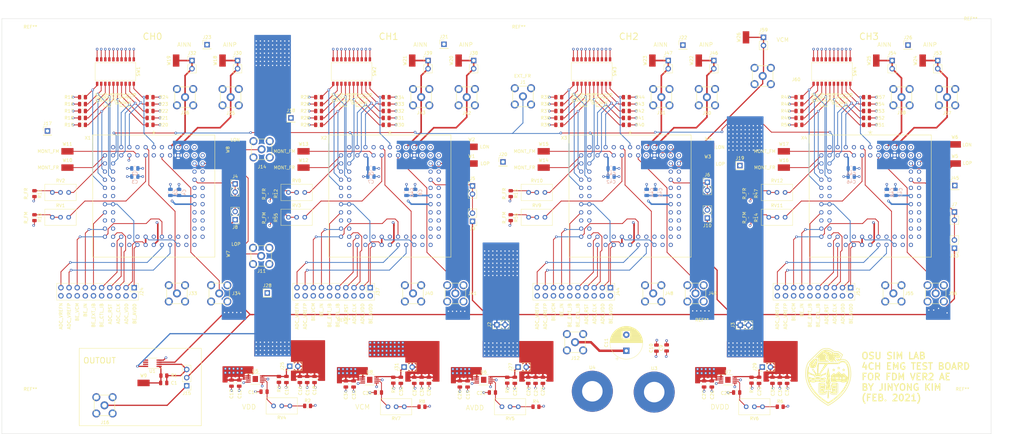
<source format=kicad_pcb>
(kicad_pcb (version 20171130) (host pcbnew "(5.1.7-0-10_14)")
  (layers (0 F.Cu signal) (1 PWR.Cu power hide) (2 GND.Cu power hide) (31 B.Cu signal) (34 B.Paste user hide) (35 F.Paste user hide) (36 B.SilkS user) (37 F.SilkS user) (38 B.Mask user) (39 F.Mask user) (44 Edge.Cuts user))
  (net 0 "")
  (net 1 GND)
  (net 2 /core/dut_AE_CTL_MDR)
  (net 3 /core/dut_AE_CTL_RCT)
  (net 4 /core/dut_AE_CTL_C_FR<0>)
  (net 5 /core/dut_AE_CTL_C_FR<1>)
  (net 6 /core/dut_AE_CTL_3HR)
  (net 7 /core/dut_AE_CTL_RCTB)
  (net 8 /core/dut_AE_CTL_FR_S2)
  (net 9 /core/dut_AE_CTL_FR_S1)
  (net 10 /core/dut_AE_CTL_FM_S1)
  (net 11 /core/dut_AE_CTL_IB)
  (net 12 /VDD)
  (net 13 /AVDD)
  (net 14 /DVDD)
  (net 15 /VCM)
  (net 16 /core/dut_AE_EXT_FR_CK)
  (net 17 /core/dut_AE_OUT)
  (net 18 /core/dut_AE_OP_LNA)
  (net 19 /core/dut_AE_ON_LNA)
  (net 20 /core/dut_BE_ADC_VREFN)
  (net 21 /core/dut_BE_ADC_VREFP)
  (net 22 /core/dut_BE_VCM)
  (net 23 /core/dut_BE_IN)
  (net 24 /core/dut_BE_EXT_IB)
  (net 25 /core/dut_BE_CTL_IB)
  (net 26 /core/dut_BE_ADC_RST)
  (net 27 /core/dut_BE_ADC_CLK)
  (net 28 /core/dut_BE_ADC_VDD)
  (net 29 /core/dut_BE_AVDD)
  (net 30 /core/dut_AE_AINP)
  (net 31 /core/dut_AE_AINN)
  (net 32 /core/dut_AE_EXT_FM_CK)
  (net 33 /core/dut_AE_EXT_IB)
  (net 34 "Net-(R10-Pad1)")
  (net 35 "Net-(R11-Pad1)")
  (net 36 /core/dut_AE_EXT_FM_OR)
  (net 37 /core/dut_AE_EXT_FR_OR)
  (net 38 /core/dut_AE_MONT_FR)
  (net 39 /core/dut_AE_MONT_FM)
  (net 40 /core/dut_BE_ADC_SMPO)
  (net 41 /core/dut_BE_ADC_DO<10>)
  (net 42 /core/dut_BE_ADC_DO<9>)
  (net 43 /core/dut_BE_ADC_DO<8>)
  (net 44 /core/dut_BE_ADC_DO<7>)
  (net 45 /core/dut_BE_ADC_DO<4>)
  (net 46 /core/dut_BE_ADC_DO<3>)
  (net 47 /core/dut_BE_ADC_DO<2>)
  (net 48 /core/dut_BE_ADC_DO<1>)
  (net 49 /core/dut_BE_ADC_DO<0>)
  (net 50 /core/dut_BE_OP_RF)
  (net 51 /core/dut_BE_ON_RF)
  (net 52 /core/dut_BE_RFS)
  (net 53 /core/dut_BE_ADC_DO<5>)
  (net 54 /core/dut_BE_ADC_DO<6>)
  (net 55 "Net-(C1-Pad2)")
  (net 56 "Net-(C1-Pad1)")
  (net 57 /VDD_5p5)
  (net 58 /Regulator_PVDD/SET)
  (net 59 /Regulator_PVDD/OUT)
  (net 60 /Regulator_AVDD/SET)
  (net 61 /Regulator_AVDD/OUT)
  (net 62 /Regulator_DVDD/SET)
  (net 63 /Regulator_DVDD/OUT)
  (net 64 /Regulator_VCM/SET)
  (net 65 /Regulator_VCM/OUT)
  (net 66 /sheet6040185E/dut_AE_OUT)
  (net 67 /sheet60406999/dut_AE_OUT)
  (net 68 "Net-(J10-Pad1)")
  (net 69 "Net-(J15-Pad1)")
  (net 70 /sheet6040185E/dut_BE_AVDD)
  (net 71 /sheet6040185E/dut_BE_ADC_VDD)
  (net 72 /sheet6040185E/dut_BE_ADC_CLK)
  (net 73 /sheet6040185E/dut_BE_ADC_RST)
  (net 74 /sheet6040185E/dut_BE_CTL_IB)
  (net 75 /sheet6040185E/dut_BE_EXT_IB)
  (net 76 /sheet6040185E/dut_BE_IN)
  (net 77 /sheet6040185E/dut_BE_VCM)
  (net 78 /sheet6040185E/dut_BE_ADC_VREFP)
  (net 79 /sheet6040185E/dut_BE_ADC_VREFN)
  (net 80 /sheet6040185E/dut_AE_AINP)
  (net 81 /sheet6040185E/dut_AE_AINN)
  (net 82 /sheet6040185E/dut_AE_EXT_FM_CK)
  (net 83 /sheet6040185E/dut_AE_EXT_IB)
  (net 84 /sheet60406999/dut_BE_ADC_VREFN)
  (net 85 /sheet60406999/dut_BE_ADC_VREFP)
  (net 86 /sheet60406999/dut_BE_VCM)
  (net 87 /sheet60406999/dut_BE_IN)
  (net 88 /sheet60406999/dut_BE_EXT_IB)
  (net 89 /sheet60406999/dut_BE_CTL_IB)
  (net 90 /sheet60406999/dut_BE_ADC_RST)
  (net 91 /sheet60406999/dut_BE_ADC_CLK)
  (net 92 /sheet60406999/dut_BE_ADC_VDD)
  (net 93 /sheet60406999/dut_BE_AVDD)
  (net 94 /sheet60406999/dut_AE_AINP)
  (net 95 /sheet60406999/dut_AE_AINN)
  (net 96 /sheet60406999/dut_AE_EXT_FM_CK)
  (net 97 /sheet60406999/dut_AE_EXT_IB)
  (net 98 "Net-(R2-Pad1)")
  (net 99 "Net-(R4-Pad1)")
  (net 100 "Net-(R6-Pad1)")
  (net 101 "Net-(R8-Pad1)")
  (net 102 "Net-(R12-Pad1)")
  (net 103 "Net-(R13-Pad1)")
  (net 104 "Net-(R14-Pad1)")
  (net 105 /sheet6040185E/dut_AE_CTL_MDR)
  (net 106 /sheet6040185E/dut_AE_CTL_RCT)
  (net 107 /sheet6040185E/dut_AE_CTL_C_FR<0>)
  (net 108 /sheet6040185E/dut_AE_CTL_C_FR<1>)
  (net 109 /sheet6040185E/dut_AE_CTL_3HR)
  (net 110 /sheet6040185E/dut_AE_CTL_RCTB)
  (net 111 /sheet6040185E/dut_AE_CTL_FR_S2)
  (net 112 /sheet6040185E/dut_AE_CTL_FR_S1)
  (net 113 /sheet6040185E/dut_AE_CTL_FM_S1)
  (net 114 /sheet6040185E/dut_AE_CTL_IB)
  (net 115 /sheet60406999/dut_AE_CTL_MDR)
  (net 116 /sheet60406999/dut_AE_CTL_RCT)
  (net 117 /sheet60406999/dut_AE_CTL_C_FR<0>)
  (net 118 /sheet60406999/dut_AE_CTL_C_FR<1>)
  (net 119 /sheet60406999/dut_AE_CTL_3HR)
  (net 120 /sheet60406999/dut_AE_CTL_RCTB)
  (net 121 /sheet60406999/dut_AE_CTL_FR_S2)
  (net 122 /sheet60406999/dut_AE_CTL_FR_S1)
  (net 123 /sheet60406999/dut_AE_CTL_FM_S1)
  (net 124 /sheet60406999/dut_AE_CTL_IB)
  (net 125 "Net-(R55-Pad1)")
  (net 126 "Net-(R56-Pad1)")
  (net 127 /sheet6040185E/dut_AE_EXT_FM_OR)
  (net 128 /sheet6040185E/dut_AE_EXT_FR_OR)
  (net 129 /sheet60406999/dut_AE_EXT_FM_OR)
  (net 130 /sheet60406999/dut_AE_EXT_FR_OR)
  (net 131 "Net-(U5-Pad4)")
  (net 132 "Net-(U6-Pad4)")
  (net 133 "Net-(U7-Pad4)")
  (net 134 "Net-(U8-Pad4)")
  (net 135 /sheet6040185E/dut_AE_OP_LNA)
  (net 136 /sheet6040185E/dut_AE_ON_LNA)
  (net 137 /sheet60406999/dut_AE_OP_LNA)
  (net 138 /sheet60406999/dut_AE_ON_LNA)
  (net 139 /sheet6040185E/dut_AE_MONT_FR)
  (net 140 /sheet6040185E/dut_AE_MONT_FM)
  (net 141 /sheet60406999/dut_AE_MONT_FR)
  (net 142 /sheet60406999/dut_AE_MONT_FM)
  (net 143 /sheet6040185E/dut_BE_ADC_SMPO)
  (net 144 /sheet6040185E/dut_BE_ADC_DO<10>)
  (net 145 /sheet6040185E/dut_BE_ADC_DO<9>)
  (net 146 /sheet6040185E/dut_BE_ADC_DO<8>)
  (net 147 /sheet6040185E/dut_BE_ADC_DO<7>)
  (net 148 /sheet6040185E/dut_BE_ADC_DO<4>)
  (net 149 /sheet6040185E/dut_BE_ADC_DO<3>)
  (net 150 /sheet6040185E/dut_BE_ADC_DO<2>)
  (net 151 /sheet6040185E/dut_BE_ADC_DO<1>)
  (net 152 /sheet6040185E/dut_BE_ADC_DO<0>)
  (net 153 /sheet6040185E/dut_BE_OP_RF)
  (net 154 /sheet6040185E/dut_BE_ON_RF)
  (net 155 /sheet6040185E/dut_BE_RFS)
  (net 156 /sheet6040185E/dut_BE_ADC_DO<5>)
  (net 157 /sheet6040185E/dut_BE_ADC_DO<6>)
  (net 158 /sheet60406999/dut_BE_ADC_SMPO)
  (net 159 /sheet60406999/dut_BE_ADC_DO<10>)
  (net 160 /sheet60406999/dut_BE_ADC_DO<9>)
  (net 161 /sheet60406999/dut_BE_ADC_DO<8>)
  (net 162 /sheet60406999/dut_BE_ADC_DO<7>)
  (net 163 /sheet60406999/dut_BE_ADC_DO<4>)
  (net 164 /sheet60406999/dut_BE_ADC_DO<3>)
  (net 165 /sheet60406999/dut_BE_ADC_DO<2>)
  (net 166 /sheet60406999/dut_BE_ADC_DO<1>)
  (net 167 /sheet60406999/dut_BE_ADC_DO<0>)
  (net 168 /sheet60406999/dut_BE_OP_RF)
  (net 169 /sheet60406999/dut_BE_ON_RF)
  (net 170 /sheet60406999/dut_BE_RFS)
  (net 171 /sheet60406999/dut_BE_ADC_DO<5>)
  (net 172 /sheet60406999/dut_BE_ADC_DO<6>)
  (net 173 /sheet6033DDA4/dut_AE_OUT)
  (net 174 /sheet6033DDA4/dut_BE_ADC_VREFN)
  (net 175 /sheet6033DDA4/dut_BE_ADC_VREFP)
  (net 176 /sheet6033DDA4/dut_BE_VCM)
  (net 177 /sheet6033DDA4/dut_BE_IN)
  (net 178 /sheet6033DDA4/dut_BE_EXT_IB)
  (net 179 /sheet6033DDA4/dut_BE_CTL_IB)
  (net 180 /sheet6033DDA4/dut_BE_ADC_RST)
  (net 181 /sheet6033DDA4/dut_BE_ADC_CLK)
  (net 182 /sheet6033DDA4/dut_BE_ADC_VDD)
  (net 183 /sheet6033DDA4/dut_BE_AVDD)
  (net 184 /sheet6033DDA4/dut_AE_AINP)
  (net 185 /sheet6033DDA4/dut_AE_AINN)
  (net 186 /sheet6033DDA4/dut_AE_EXT_FM_CK)
  (net 187 /sheet6033DDA4/dut_AE_EXT_IB)
  (net 188 /sheet6033DDA4/dut_AE_CTL_MDR)
  (net 189 /sheet6033DDA4/dut_AE_CTL_RCT)
  (net 190 "Net-(R47-Pad1)")
  (net 191 /sheet6033DDA4/dut_AE_CTL_C_FR<0>)
  (net 192 /sheet6033DDA4/dut_AE_CTL_C_FR<1>)
  (net 193 /sheet6033DDA4/dut_AE_CTL_3HR)
  (net 194 /sheet6033DDA4/dut_AE_CTL_RCTB)
  (net 195 /sheet6033DDA4/dut_AE_CTL_FR_S2)
  (net 196 /sheet6033DDA4/dut_AE_CTL_FR_S1)
  (net 197 /sheet6033DDA4/dut_AE_CTL_FM_S1)
  (net 198 /sheet6033DDA4/dut_AE_CTL_IB)
  (net 199 /sheet6033DDA4/dut_AE_EXT_FM_OR)
  (net 200 /sheet6033DDA4/dut_AE_EXT_FR_OR)
  (net 201 /sheet6033DDA4/dut_AE_OP_LNA)
  (net 202 /sheet6033DDA4/dut_AE_ON_LNA)
  (net 203 /sheet6033DDA4/dut_AE_MONT_FR)
  (net 204 /sheet6033DDA4/dut_AE_MONT_FM)
  (net 205 /sheet6033DDA4/dut_BE_ADC_SMPO)
  (net 206 /sheet6033DDA4/dut_BE_ADC_DO<10>)
  (net 207 /sheet6033DDA4/dut_BE_ADC_DO<9>)
  (net 208 /sheet6033DDA4/dut_BE_ADC_DO<8>)
  (net 209 /sheet6033DDA4/dut_BE_ADC_DO<7>)
  (net 210 /sheet6033DDA4/dut_BE_ADC_DO<4>)
  (net 211 /sheet6033DDA4/dut_BE_ADC_DO<3>)
  (net 212 /sheet6033DDA4/dut_BE_ADC_DO<2>)
  (net 213 /sheet6033DDA4/dut_BE_ADC_DO<1>)
  (net 214 /sheet6033DDA4/dut_BE_ADC_DO<0>)
  (net 215 /sheet6033DDA4/dut_BE_OP_RF)
  (net 216 /sheet6033DDA4/dut_BE_ON_RF)
  (net 217 /sheet6033DDA4/dut_BE_RFS)
  (net 218 /sheet6033DDA4/dut_BE_ADC_DO<5>)
  (net 219 /sheet6033DDA4/dut_BE_ADC_DO<6>)
  (net 220 "Net-(U1-Pad7)")
  (net 221 "Net-(U1-Pad6)")
  (net 222 "Net-(U1-Pad5)")
  (module OSU_SIM_BASIC:DIP-10-SW-W7.59mm (layer F.Cu) (at 320.929 53.34 270)
    (fp_text reference SW4 (at 0 0.254 90) (layer F.SilkS))
    (fp_text value SW_DIP_x10)
    (pad 20 smd rect (at 3.81 1.651 270) (size 1.27 0.762) (layers F.Cu F.Paste F.Mask) (net 198 /sheet6033DDA4/dut_AE_CTL_IB))
    (pad 19 smd rect (at 3.81 2.921 270) (size 1.27 0.762) (layers F.Cu F.Paste F.Mask) (net 197 /sheet6033DDA4/dut_AE_CTL_FM_S1))
    (pad 18 smd rect (at 3.81 4.191 270) (size 1.27 0.762) (layers F.Cu F.Paste F.Mask) (net 196 /sheet6033DDA4/dut_AE_CTL_FR_S1))
    (pad 17 smd rect (at 3.81 5.461 270) (size 1.27 0.762) (layers F.Cu F.Paste F.Mask) (net 195 /sheet6033DDA4/dut_AE_CTL_FR_S2))
    (pad 16 smd rect (at 3.81 6.731 270) (size 1.27 0.762) (layers F.Cu F.Paste F.Mask) (net 194 /sheet6033DDA4/dut_AE_CTL_RCTB))
    (pad 13 smd rect (at 3.81 10.541 270) (size 1.27 0.762) (layers F.Cu F.Paste F.Mask) (net 191 /sheet6033DDA4/dut_AE_CTL_C_FR<0>))
    (pad 14 smd rect (at 3.81 9.271 270) (size 1.27 0.762) (layers F.Cu F.Paste F.Mask) (net 192 /sheet6033DDA4/dut_AE_CTL_C_FR<1>))
    (pad 15 smd rect (at 3.81 8.001 270) (size 1.27 0.762) (layers F.Cu F.Paste F.Mask) (net 193 /sheet6033DDA4/dut_AE_CTL_3HR))
    (pad 12 smd rect (at 3.81 11.811 270) (size 1.27 0.762) (layers F.Cu F.Paste F.Mask) (net 189 /sheet6033DDA4/dut_AE_CTL_RCT))
    (pad 11 smd rect (at 3.81 13.081 270) (size 1.27 0.762) (layers F.Cu F.Paste F.Mask) (net 188 /sheet6033DDA4/dut_AE_CTL_MDR))
    (pad 10 smd rect (at -3.81 13.081 270) (size 1.27 0.762) (layers F.Cu F.Paste F.Mask) (net 12 /VDD))
    (pad 9 smd rect (at -3.81 11.811 270) (size 1.27 0.762) (layers F.Cu F.Paste F.Mask) (net 12 /VDD))
    (pad 6 smd rect (at -3.81 8.001 270) (size 1.27 0.762) (layers F.Cu F.Paste F.Mask) (net 12 /VDD))
    (pad 7 smd rect (at -3.81 9.271 270) (size 1.27 0.762) (layers F.Cu F.Paste F.Mask) (net 12 /VDD))
    (pad 8 smd rect (at -3.81 10.541 270) (size 1.27 0.762) (layers F.Cu F.Paste F.Mask) (net 12 /VDD))
    (pad 5 smd rect (at -3.81 6.731 270) (size 1.27 0.762) (layers F.Cu F.Paste F.Mask) (net 12 /VDD))
    (pad 4 smd rect (at -3.81 5.461 270) (size 1.27 0.762) (layers F.Cu F.Paste F.Mask) (net 12 /VDD))
    (pad 3 smd rect (at -3.81 4.191 270) (size 1.27 0.762) (layers F.Cu F.Paste F.Mask) (net 12 /VDD))
    (pad 2 smd rect (at -3.81 2.921 270) (size 1.27 0.762) (layers F.Cu F.Paste F.Mask) (net 12 /VDD))
    (pad 1 smd rect (at -3.81 1.651 270) (size 1.27 0.762) (layers F.Cu F.Paste F.Mask) (net 12 /VDD))
  )
  (module OSU_SIM_BASIC:DIP-10-SW-W7.59mm (layer F.Cu) (at 245.999 53.34 270)
    (fp_text reference SW3 (at 0 0.254 90) (layer F.SilkS))
    (fp_text value SW_DIP_x10)
    (pad 20 smd rect (at 3.81 1.651 270) (size 1.27 0.762) (layers F.Cu F.Paste F.Mask) (net 124 /sheet60406999/dut_AE_CTL_IB))
    (pad 19 smd rect (at 3.81 2.921 270) (size 1.27 0.762) (layers F.Cu F.Paste F.Mask) (net 123 /sheet60406999/dut_AE_CTL_FM_S1))
    (pad 18 smd rect (at 3.81 4.191 270) (size 1.27 0.762) (layers F.Cu F.Paste F.Mask) (net 122 /sheet60406999/dut_AE_CTL_FR_S1))
    (pad 17 smd rect (at 3.81 5.461 270) (size 1.27 0.762) (layers F.Cu F.Paste F.Mask) (net 121 /sheet60406999/dut_AE_CTL_FR_S2))
    (pad 16 smd rect (at 3.81 6.731 270) (size 1.27 0.762) (layers F.Cu F.Paste F.Mask) (net 120 /sheet60406999/dut_AE_CTL_RCTB))
    (pad 13 smd rect (at 3.81 10.541 270) (size 1.27 0.762) (layers F.Cu F.Paste F.Mask) (net 117 /sheet60406999/dut_AE_CTL_C_FR<0>))
    (pad 14 smd rect (at 3.81 9.271 270) (size 1.27 0.762) (layers F.Cu F.Paste F.Mask) (net 118 /sheet60406999/dut_AE_CTL_C_FR<1>))
    (pad 15 smd rect (at 3.81 8.001 270) (size 1.27 0.762) (layers F.Cu F.Paste F.Mask) (net 119 /sheet60406999/dut_AE_CTL_3HR))
    (pad 12 smd rect (at 3.81 11.811 270) (size 1.27 0.762) (layers F.Cu F.Paste F.Mask) (net 116 /sheet60406999/dut_AE_CTL_RCT))
    (pad 11 smd rect (at 3.81 13.081 270) (size 1.27 0.762) (layers F.Cu F.Paste F.Mask) (net 115 /sheet60406999/dut_AE_CTL_MDR))
    (pad 10 smd rect (at -3.81 13.081 270) (size 1.27 0.762) (layers F.Cu F.Paste F.Mask) (net 12 /VDD))
    (pad 9 smd rect (at -3.81 11.811 270) (size 1.27 0.762) (layers F.Cu F.Paste F.Mask) (net 12 /VDD))
    (pad 6 smd rect (at -3.81 8.001 270) (size 1.27 0.762) (layers F.Cu F.Paste F.Mask) (net 12 /VDD))
    (pad 7 smd rect (at -3.81 9.271 270) (size 1.27 0.762) (layers F.Cu F.Paste F.Mask) (net 12 /VDD))
    (pad 8 smd rect (at -3.81 10.541 270) (size 1.27 0.762) (layers F.Cu F.Paste F.Mask) (net 12 /VDD))
    (pad 5 smd rect (at -3.81 6.731 270) (size 1.27 0.762) (layers F.Cu F.Paste F.Mask) (net 12 /VDD))
    (pad 4 smd rect (at -3.81 5.461 270) (size 1.27 0.762) (layers F.Cu F.Paste F.Mask) (net 12 /VDD))
    (pad 3 smd rect (at -3.81 4.191 270) (size 1.27 0.762) (layers F.Cu F.Paste F.Mask) (net 12 /VDD))
    (pad 2 smd rect (at -3.81 2.921 270) (size 1.27 0.762) (layers F.Cu F.Paste F.Mask) (net 12 /VDD))
    (pad 1 smd rect (at -3.81 1.651 270) (size 1.27 0.762) (layers F.Cu F.Paste F.Mask) (net 12 /VDD))
  )
  (module OSU_SIM_BASIC:DIP-10-SW-W7.59mm (layer F.Cu) (at 171.069 53.34 270)
    (fp_text reference SW2 (at 0 0.254 270) (layer F.SilkS))
    (fp_text value SW_DIP_x10)
    (pad 20 smd rect (at 3.81 1.651 270) (size 1.27 0.762) (layers F.Cu F.Paste F.Mask) (net 114 /sheet6040185E/dut_AE_CTL_IB))
    (pad 19 smd rect (at 3.81 2.921 270) (size 1.27 0.762) (layers F.Cu F.Paste F.Mask) (net 113 /sheet6040185E/dut_AE_CTL_FM_S1))
    (pad 18 smd rect (at 3.81 4.191 270) (size 1.27 0.762) (layers F.Cu F.Paste F.Mask) (net 112 /sheet6040185E/dut_AE_CTL_FR_S1))
    (pad 17 smd rect (at 3.81 5.461 270) (size 1.27 0.762) (layers F.Cu F.Paste F.Mask) (net 111 /sheet6040185E/dut_AE_CTL_FR_S2))
    (pad 16 smd rect (at 3.81 6.731 270) (size 1.27 0.762) (layers F.Cu F.Paste F.Mask) (net 110 /sheet6040185E/dut_AE_CTL_RCTB))
    (pad 13 smd rect (at 3.81 10.541 270) (size 1.27 0.762) (layers F.Cu F.Paste F.Mask) (net 107 /sheet6040185E/dut_AE_CTL_C_FR<0>))
    (pad 14 smd rect (at 3.81 9.271 270) (size 1.27 0.762) (layers F.Cu F.Paste F.Mask) (net 108 /sheet6040185E/dut_AE_CTL_C_FR<1>))
    (pad 15 smd rect (at 3.81 8.001 270) (size 1.27 0.762) (layers F.Cu F.Paste F.Mask) (net 109 /sheet6040185E/dut_AE_CTL_3HR))
    (pad 12 smd rect (at 3.81 11.811 270) (size 1.27 0.762) (layers F.Cu F.Paste F.Mask) (net 106 /sheet6040185E/dut_AE_CTL_RCT))
    (pad 11 smd rect (at 3.81 13.081 270) (size 1.27 0.762) (layers F.Cu F.Paste F.Mask) (net 105 /sheet6040185E/dut_AE_CTL_MDR))
    (pad 10 smd rect (at -3.81 13.081 270) (size 1.27 0.762) (layers F.Cu F.Paste F.Mask) (net 12 /VDD))
    (pad 9 smd rect (at -3.81 11.811 270) (size 1.27 0.762) (layers F.Cu F.Paste F.Mask) (net 12 /VDD))
    (pad 6 smd rect (at -3.81 8.001 270) (size 1.27 0.762) (layers F.Cu F.Paste F.Mask) (net 12 /VDD))
    (pad 7 smd rect (at -3.81 9.271 270) (size 1.27 0.762) (layers F.Cu F.Paste F.Mask) (net 12 /VDD))
    (pad 8 smd rect (at -3.81 10.541 270) (size 1.27 0.762) (layers F.Cu F.Paste F.Mask) (net 12 /VDD))
    (pad 5 smd rect (at -3.81 6.731 270) (size 1.27 0.762) (layers F.Cu F.Paste F.Mask) (net 12 /VDD))
    (pad 4 smd rect (at -3.81 5.461 270) (size 1.27 0.762) (layers F.Cu F.Paste F.Mask) (net 12 /VDD))
    (pad 3 smd rect (at -3.81 4.191 270) (size 1.27 0.762) (layers F.Cu F.Paste F.Mask) (net 12 /VDD))
    (pad 2 smd rect (at -3.81 2.921 270) (size 1.27 0.762) (layers F.Cu F.Paste F.Mask) (net 12 /VDD))
    (pad 1 smd rect (at -3.81 1.651 270) (size 1.27 0.762) (layers F.Cu F.Paste F.Mask) (net 12 /VDD))
  )
  (module OSU_SIM_BASIC:DIP-10-SW-W7.59mm (layer F.Cu) (at 97.409 53.34 270)
    (fp_text reference SW1 (at 0 0.254 90) (layer F.SilkS))
    (fp_text value SW_DIP_x10)
    (pad 20 smd rect (at 3.81 1.651 270) (size 1.27 0.762) (layers F.Cu F.Paste F.Mask) (net 11 /core/dut_AE_CTL_IB))
    (pad 19 smd rect (at 3.81 2.921 270) (size 1.27 0.762) (layers F.Cu F.Paste F.Mask) (net 10 /core/dut_AE_CTL_FM_S1))
    (pad 18 smd rect (at 3.81 4.191 270) (size 1.27 0.762) (layers F.Cu F.Paste F.Mask) (net 9 /core/dut_AE_CTL_FR_S1))
    (pad 17 smd rect (at 3.81 5.461 270) (size 1.27 0.762) (layers F.Cu F.Paste F.Mask) (net 8 /core/dut_AE_CTL_FR_S2))
    (pad 16 smd rect (at 3.81 6.731 270) (size 1.27 0.762) (layers F.Cu F.Paste F.Mask) (net 7 /core/dut_AE_CTL_RCTB))
    (pad 13 smd rect (at 3.81 10.541 270) (size 1.27 0.762) (layers F.Cu F.Paste F.Mask) (net 4 /core/dut_AE_CTL_C_FR<0>))
    (pad 14 smd rect (at 3.81 9.271 270) (size 1.27 0.762) (layers F.Cu F.Paste F.Mask) (net 5 /core/dut_AE_CTL_C_FR<1>))
    (pad 15 smd rect (at 3.81 8.001 270) (size 1.27 0.762) (layers F.Cu F.Paste F.Mask) (net 6 /core/dut_AE_CTL_3HR))
    (pad 12 smd rect (at 3.81 11.811 270) (size 1.27 0.762) (layers F.Cu F.Paste F.Mask) (net 3 /core/dut_AE_CTL_RCT))
    (pad 11 smd rect (at 3.81 13.081 270) (size 1.27 0.762) (layers F.Cu F.Paste F.Mask) (net 2 /core/dut_AE_CTL_MDR))
    (pad 10 smd rect (at -3.81 13.081 270) (size 1.27 0.762) (layers F.Cu F.Paste F.Mask) (net 12 /VDD))
    (pad 9 smd rect (at -3.81 11.811 270) (size 1.27 0.762) (layers F.Cu F.Paste F.Mask) (net 12 /VDD))
    (pad 6 smd rect (at -3.81 8.001 270) (size 1.27 0.762) (layers F.Cu F.Paste F.Mask) (net 12 /VDD))
    (pad 7 smd rect (at -3.81 9.271 270) (size 1.27 0.762) (layers F.Cu F.Paste F.Mask) (net 12 /VDD))
    (pad 8 smd rect (at -3.81 10.541 270) (size 1.27 0.762) (layers F.Cu F.Paste F.Mask) (net 12 /VDD))
    (pad 5 smd rect (at -3.81 6.731 270) (size 1.27 0.762) (layers F.Cu F.Paste F.Mask) (net 12 /VDD))
    (pad 4 smd rect (at -3.81 5.461 270) (size 1.27 0.762) (layers F.Cu F.Paste F.Mask) (net 12 /VDD))
    (pad 3 smd rect (at -3.81 4.191 270) (size 1.27 0.762) (layers F.Cu F.Paste F.Mask) (net 12 /VDD))
    (pad 2 smd rect (at -3.81 2.921 270) (size 1.27 0.762) (layers F.Cu F.Paste F.Mask) (net 12 /VDD))
    (pad 1 smd rect (at -3.81 1.651 270) (size 1.27 0.762) (layers F.Cu F.Paste F.Mask) (net 12 /VDD))
  )
  (module OSU_SIM_BASIC:Keystone_5019 (layer F.Cu) (at 286.766 42.672 90)
    (fp_text reference W26 (at 0 -2.286 90) (layer F.SilkS))
    (fp_text value TEST_1P)
    (pad 1 smd rect (at 0 0 90) (size 3.8 2.03) (layers F.Cu F.Paste F.Mask) (net 15 /VCM))
  )
  (module OSU_SIM_BASIC:SMA_TE (layer F.Cu) (at 291.973 54.737)
    (fp_text reference J60 (at 10.45 1.08) (layer F.SilkS))
    (fp_text value SMA-OSU_SIM_BASIC)
    (pad 1 thru_hole circle (at -2.54 -2.54) (size 2.5 2.5) (drill 1.6) (layers *.Cu *.Mask) (net 1 GND))
    (pad 2 thru_hole circle (at -2.54 2.54) (size 2.5 2.5) (drill 1.6) (layers *.Cu *.Mask) (net 1 GND))
    (pad 3 thru_hole circle (at 2.54 2.54) (size 2.5 2.5) (drill 1.6) (layers *.Cu *.Mask) (net 1 GND))
    (pad 4 thru_hole circle (at 2.54 -2.54) (size 2.5 2.5) (drill 1.6) (layers *.Cu *.Mask) (net 1 GND))
    (pad 5 thru_hole circle (at 0 0) (size 2.5 2.5) (drill 1.5) (layers *.Cu *.Mask) (net 15 /VCM))
  )
  (module Connector_PinHeader_2.54mm:PinHeader_1x02_P2.54mm_Vertical (layer F.Cu) (at 292.227 42.672)
    (fp_text reference J59 (at 0 -2.33) (layer F.SilkS))
    (fp_text value Conn_01x02)
    (pad 2 thru_hole oval (at 0 2.54) (size 1.7 1.7) (drill 1) (layers *.Cu *.Mask) (net 15 /VCM))
    (pad 1 thru_hole rect (at 0 0) (size 1.7 1.7) (drill 1) (layers *.Cu *.Mask) (net 15 /VCM))
  )
  (module OSU_SIM_BASIC:LOGOmed (layer F.Cu) (at 312.42 148.59)
    (fp_text reference G*** hide)
    (fp_text value LOGO hide)
  )
  (module Package_SO:MSOP-8_3x3mm_P0.65mm (layer F.Cu) (at 101.5535 144.358 180)
    (fp_text reference U1 (at 0 -2.45) (layer F.SilkS))
    (fp_text value LTC6256)
    (pad 8 smd roundrect (at 2.1125 -0.975 180) (size 1.625 0.4) (layers F.Cu F.Paste F.Mask) (net 12 /VDD))
    (pad 7 smd roundrect (at 2.1125 -0.325 180) (size 1.625 0.4) (layers F.Cu F.Paste F.Mask) (net 220 "Net-(U1-Pad7)"))
    (pad 6 smd roundrect (at 2.1125 0.325 180) (size 1.625 0.4) (layers F.Cu F.Paste F.Mask) (net 221 "Net-(U1-Pad6)"))
    (pad 5 smd roundrect (at 2.1125 0.975 180) (size 1.625 0.4) (layers F.Cu F.Paste F.Mask) (net 222 "Net-(U1-Pad5)"))
    (pad 4 smd roundrect (at -2.1125 0.975 180) (size 1.625 0.4) (layers F.Cu F.Paste F.Mask) (net 1 GND))
    (pad 3 smd roundrect (at -2.1125 0.325 180) (size 1.625 0.4) (layers F.Cu F.Paste F.Mask) (net 15 /VCM))
    (pad 2 smd roundrect (at -2.1125 -0.325 180) (size 1.625 0.4) (layers F.Cu F.Paste F.Mask) (net 56 "Net-(C1-Pad1)"))
    (pad 1 smd roundrect (at -2.1125 -0.975 180) (size 1.625 0.4) (layers F.Cu F.Paste F.Mask) (net 55 "Net-(C1-Pad2)"))
  )
  (module MountingHole:MountingHole_5.3mm_M5 (layer F.Cu) (at 273.05 137.16)
    (fp_text reference REF** (at 0 -6.3) (layer F.SilkS))
    (fp_text value MountingHole_5.3mm_M5)
    (pad 1 np_thru_hole circle (at 0 0) (size 5.3 5.3) (drill 5.3) (layers *.Cu *.Mask))
  )
  (module MountingHole:MountingHole_5.3mm_M5 (layer F.Cu) (at 161.29 137.16)
    (fp_text reference REF** (at 0 -6.3) (layer F.SilkS))
    (fp_text value MountingHole_5.3mm_M5)
    (pad 1 np_thru_hole circle (at 0 0) (size 5.3 5.3) (drill 5.3) (layers *.Cu *.Mask))
  )
  (module MountingHole:MountingHole_5.3mm_M5 (layer F.Cu) (at 215.9 45.72)
    (fp_text reference REF** (at 0 -6.3) (layer F.SilkS))
    (fp_text value MountingHole_5.3mm_M5)
    (pad 1 np_thru_hole circle (at 0 0) (size 5.3 5.3) (drill 5.3) (layers *.Cu *.Mask))
  )
  (module MountingHole:MountingHole_5.3mm_M5 (layer F.Cu) (at 356.87 43.18)
    (fp_text reference REF** (at 0 -6.3) (layer F.SilkS))
    (fp_text value MountingHole_5.3mm_M5)
    (pad 1 np_thru_hole circle (at 0 0) (size 5.3 5.3) (drill 5.3) (layers *.Cu *.Mask))
  )
  (module MountingHole:MountingHole_5.3mm_M5 (layer F.Cu) (at 354.33 158.75)
    (fp_text reference REF** (at 0 -6.3) (layer F.SilkS))
    (fp_text value MountingHole_5.3mm_M5)
    (pad 1 np_thru_hole circle (at 0 0) (size 5.3 5.3) (drill 5.3) (layers *.Cu *.Mask))
  )
  (module MountingHole:MountingHole_5.3mm_M5 (layer F.Cu) (at 63.5 158.75)
    (fp_text reference REF** (at 0 -6.3) (layer F.SilkS))
    (fp_text value MountingHole_5.3mm_M5)
    (pad 1 np_thru_hole circle (at 0 0) (size 5.3 5.3) (drill 5.3) (layers *.Cu *.Mask))
  )
  (module MountingHole:MountingHole_5.3mm_M5 (layer F.Cu) (at 63.5 45.72)
    (fp_text reference REF** (at 0 -6.3) (layer F.SilkS))
    (fp_text value MountingHole_5.3mm_M5)
    (pad 1 np_thru_hole circle (at 0 0) (size 5.3 5.3) (drill 5.3) (layers *.Cu *.Mask))
  )
  (module Connector_PinHeader_2.54mm:PinHeader_1x02_P2.54mm_Vertical (layer F.Cu) (at 351.79 108.458 180)
    (fp_text reference J13 (at 0 -2.33) (layer F.SilkS))
    (fp_text value Conn_01x02)
    (pad 2 thru_hole oval (at 0 2.54 180) (size 1.7 1.7) (drill 1) (layers *.Cu *.Mask) (net 173 /sheet6033DDA4/dut_AE_OUT))
    (pad 1 thru_hole rect (at 0 0 180) (size 1.7 1.7) (drill 1) (layers *.Cu *.Mask) (net 68 "Net-(J10-Pad1)"))
  )
  (module Connector_PinHeader_2.54mm:PinHeader_1x02_P2.54mm_Vertical (layer F.Cu) (at 351.79 97.155)
    (fp_text reference J7 (at 0 -2.33) (layer F.SilkS))
    (fp_text value Conn_01x02)
    (pad 2 thru_hole oval (at 0 2.54) (size 1.7 1.7) (drill 1) (layers *.Cu *.Mask) (net 173 /sheet6033DDA4/dut_AE_OUT))
    (pad 1 thru_hole rect (at 0 0) (size 1.7 1.7) (drill 1) (layers *.Cu *.Mask) (net 173 /sheet6033DDA4/dut_AE_OUT))
  )
  (module OSU_SIM_BASIC:Keystone_5019 (layer F.Cu) (at 98.806 150.495)
    (fp_text reference W9 (at 0 -2.286) (layer F.SilkS))
    (fp_text value TEST_1P)
    (pad 1 smd rect (at 0 0) (size 3.8 2.03) (layers F.Cu F.Paste F.Mask) (net 55 "Net-(C1-Pad2)"))
  )
  (module OSU_SIM_BASIC:Keystone_5019 (layer F.Cu) (at 127.381 77.724 90)
    (fp_text reference W8 (at 0 -2.286 90) (layer F.SilkS))
    (fp_text value TEST_1P)
    (pad 1 smd rect (at 0 0 90) (size 3.8 2.03) (layers F.Cu F.Paste F.Mask) (net 19 /core/dut_AE_ON_LNA))
  )
  (module OSU_SIM_BASIC:Keystone_5019 (layer F.Cu) (at 127.508 110.236 90)
    (fp_text reference W7 (at 0 -2.286 90) (layer F.SilkS))
    (fp_text value TEST_1P)
    (pad 1 smd rect (at 0 0 90) (size 3.8 2.03) (layers F.Cu F.Paste F.Mask) (net 18 /core/dut_AE_OP_LNA))
  )
  (module OSU_SIM_BASIC:Keystone_5019 (layer F.Cu) (at 351.917 76.073)
    (fp_text reference W6 (at 0 -2.286) (layer F.SilkS))
    (fp_text value TEST_1P)
    (pad 1 smd rect (at 0 0) (size 3.8 2.03) (layers F.Cu F.Paste F.Mask) (net 202 /sheet6033DDA4/dut_AE_ON_LNA))
  )
  (module OSU_SIM_BASIC:Keystone_5019 (layer F.Cu) (at 351.917 82.042)
    (fp_text reference W5 (at 0 -2.286) (layer F.SilkS))
    (fp_text value TEST_1P)
    (pad 1 smd rect (at 0 0) (size 3.8 2.03) (layers F.Cu F.Paste F.Mask) (net 201 /sheet6033DDA4/dut_AE_OP_LNA))
  )
  (module OSU_SIM_BASIC:Keystone_5019 (layer F.Cu) (at 274.955 76.581)
    (fp_text reference W4 (at 0 -2.286) (layer F.SilkS))
    (fp_text value TEST_1P)
    (pad 1 smd rect (at 0 0) (size 3.8 2.03) (layers F.Cu F.Paste F.Mask) (net 138 /sheet60406999/dut_AE_ON_LNA))
  )
  (module OSU_SIM_BASIC:Keystone_5019 (layer F.Cu) (at 274.828 82.169)
    (fp_text reference W3 (at 0 -2.286) (layer F.SilkS))
    (fp_text value TEST_1P)
    (pad 1 smd rect (at 0 0) (size 3.8 2.03) (layers F.Cu F.Paste F.Mask) (net 137 /sheet60406999/dut_AE_OP_LNA))
  )
  (module OSU_SIM_BASIC:Keystone_5019 (layer F.Cu) (at 201.168 76.835)
    (fp_text reference W2 (at 0 -2.286) (layer F.SilkS))
    (fp_text value TEST_1P)
    (pad 1 smd rect (at 0 0) (size 3.8 2.03) (layers F.Cu F.Paste F.Mask) (net 136 /sheet6040185E/dut_AE_ON_LNA))
  )
  (module OSU_SIM_BASIC:Keystone_5019 (layer F.Cu) (at 201.168 82.042)
    (fp_text reference W1 (at 0 -2.286) (layer F.SilkS))
    (fp_text value TEST_1P)
    (pad 1 smd rect (at 0 0) (size 3.8 2.03) (layers F.Cu F.Paste F.Mask) (net 135 /sheet6040185E/dut_AE_OP_LNA))
  )
  (module Resistor_SMD:R_0805_2012Metric (layer F.Cu) (at 105.1325 148.209)
    (fp_text reference R1 (at 3.1985 0) (layer F.SilkS))
    (fp_text value 1M)
    (pad 2 smd roundrect (at 0.9125 0) (size 1.025 1.4) (layers F.Cu F.Paste F.Mask) (roundrect_rratio 0.2439014634146341) (net 56 "Net-(C1-Pad1)"))
    (pad 1 smd roundrect (at -0.9125 0) (size 1.025 1.4) (layers F.Cu F.Paste F.Mask) (roundrect_rratio 0.2439014634146341) (net 55 "Net-(C1-Pad2)"))
  )
  (module Connector_PinHeader_2.54mm:PinHeader_1x01_P2.54mm_Vertical (layer F.Cu) (at 351.917 88.9)
    (fp_text reference J45 (at 0 -2.33) (layer F.SilkS))
    (fp_text value Conn_01x01)
    (pad 1 thru_hole rect (at 0 0) (size 1.7 1.7) (drill 1) (layers *.Cu *.Mask) (net 1 GND))
  )
  (module Connector_PinHeader_2.54mm:PinHeader_1x01_P2.54mm_Vertical (layer F.Cu) (at 137.414 122.428)
    (fp_text reference J28 (at 0 -2.33) (layer F.SilkS))
    (fp_text value Conn_01x01)
    (pad 1 thru_hole rect (at 0 0) (size 1.7 1.7) (drill 1) (layers *.Cu *.Mask) (net 1 GND))
  )
  (module Connector_PinHeader_2.54mm:PinHeader_1x01_P2.54mm_Vertical (layer F.Cu) (at 337.312 45.085)
    (fp_text reference J26 (at 0 -2.33) (layer F.SilkS))
    (fp_text value Conn_01x01)
    (pad 1 thru_hole rect (at 0 0) (size 1.7 1.7) (drill 1) (layers *.Cu *.Mask) (net 1 GND))
  )
  (module Connector_PinHeader_2.54mm:PinHeader_1x01_P2.54mm_Vertical (layer F.Cu) (at 118.618 44.958)
    (fp_text reference J23 (at 0 -2.33) (layer F.SilkS))
    (fp_text value Conn_01x01)
    (pad 1 thru_hole rect (at 0 0) (size 1.7 1.7) (drill 1) (layers *.Cu *.Mask) (net 1 GND))
  )
  (module Connector_PinHeader_2.54mm:PinHeader_1x01_P2.54mm_Vertical (layer F.Cu) (at 267.081 45.085)
    (fp_text reference J22 (at 0 -2.33) (layer F.SilkS))
    (fp_text value Conn_01x01)
    (pad 1 thru_hole rect (at 0 0) (size 1.7 1.7) (drill 1) (layers *.Cu *.Mask) (net 1 GND))
  )
  (module Connector_PinHeader_2.54mm:PinHeader_1x01_P2.54mm_Vertical (layer F.Cu) (at 192.532 44.831)
    (fp_text reference J21 (at 0 -2.33) (layer F.SilkS))
    (fp_text value Conn_01x01)
    (pad 1 thru_hole rect (at 0 0) (size 1.7 1.7) (drill 1) (layers *.Cu *.Mask) (net 1 GND))
  )
  (module Connector_PinHeader_2.54mm:PinHeader_1x01_P2.54mm_Vertical (layer F.Cu) (at 210.947 81.534)
    (fp_text reference J20 (at 0 -2.33) (layer F.SilkS))
    (fp_text value Conn_01x01)
    (pad 1 thru_hole rect (at 0 0) (size 1.7 1.7) (drill 1) (layers *.Cu *.Mask) (net 1 GND))
  )
  (module Connector_PinHeader_2.54mm:PinHeader_1x01_P2.54mm_Vertical (layer F.Cu) (at 284.861 82.677)
    (fp_text reference J19 (at 0 -2.33) (layer F.SilkS))
    (fp_text value Conn_01x01)
    (pad 1 thru_hole rect (at 0 0) (size 1.7 1.7) (drill 1) (layers *.Cu *.Mask) (net 1 GND))
  )
  (module Connector_PinHeader_2.54mm:PinHeader_1x01_P2.54mm_Vertical (layer F.Cu) (at 144.78 67.818)
    (fp_text reference J18 (at 0 -2.33) (layer F.SilkS))
    (fp_text value Conn_01x01)
    (pad 1 thru_hole rect (at 0 0) (size 1.7 1.7) (drill 1) (layers *.Cu *.Mask) (net 1 GND))
  )
  (module Connector_PinHeader_2.54mm:PinHeader_1x01_P2.54mm_Vertical (layer F.Cu) (at 68.834 71.882)
    (fp_text reference J17 (at 0 -2.33) (layer F.SilkS))
    (fp_text value Conn_01x01)
    (pad 1 thru_hole rect (at 0 0) (size 1.7 1.7) (drill 1) (layers *.Cu *.Mask) (net 1 GND))
  )
  (module OSU_SIM_BASIC:SMA_TE (layer F.Cu) (at 86.614 157.48)
    (fp_text reference J16 (at 0.127 5.334) (layer F.SilkS))
    (fp_text value SMA_VDD_5p5)
    (pad 1 thru_hole circle (at -2.54 -2.54) (size 2.5 2.5) (drill 1.6) (layers *.Cu *.Mask) (net 1 GND))
    (pad 2 thru_hole circle (at -2.54 2.54) (size 2.5 2.5) (drill 1.6) (layers *.Cu *.Mask) (net 1 GND))
    (pad 3 thru_hole circle (at 2.54 2.54) (size 2.5 2.5) (drill 1.6) (layers *.Cu *.Mask) (net 1 GND))
    (pad 4 thru_hole circle (at 2.54 -2.54) (size 2.5 2.5) (drill 1.6) (layers *.Cu *.Mask) (net 1 GND))
    (pad 5 thru_hole circle (at 0 0) (size 2.5 2.5) (drill 1.5) (layers *.Cu *.Mask) (net 69 "Net-(J15-Pad1)"))
  )
  (module Connector_PinHeader_2.54mm:PinHeader_1x03_P2.54mm_Vertical (layer F.Cu) (at 112.268 151.384 180)
    (fp_text reference J15 (at 0 -2.33) (layer F.SilkS))
    (fp_text value Conn_01x03)
    (pad 3 thru_hole oval (at 0 5.08 180) (size 1.7 1.7) (drill 1) (layers *.Cu *.Mask) (net 56 "Net-(C1-Pad1)"))
    (pad 2 thru_hole oval (at 0 2.54 180) (size 1.7 1.7) (drill 1) (layers *.Cu *.Mask) (net 68 "Net-(J10-Pad1)"))
    (pad 1 thru_hole rect (at 0 0 180) (size 1.7 1.7) (drill 1) (layers *.Cu *.Mask) (net 69 "Net-(J15-Pad1)"))
  )
  (module OSU_SIM_BASIC:SMA_TE (layer F.Cu) (at 135.636 77.597)
    (fp_text reference J14 (at 0.127 5.461) (layer F.SilkS))
    (fp_text value SMA_LNA_ON)
    (pad 1 thru_hole circle (at -2.54 -2.54) (size 2.5 2.5) (drill 1.6) (layers *.Cu *.Mask) (net 1 GND))
    (pad 2 thru_hole circle (at -2.54 2.54) (size 2.5 2.5) (drill 1.6) (layers *.Cu *.Mask) (net 1 GND))
    (pad 3 thru_hole circle (at 2.54 2.54) (size 2.5 2.5) (drill 1.6) (layers *.Cu *.Mask) (net 1 GND))
    (pad 4 thru_hole circle (at 2.54 -2.54) (size 2.5 2.5) (drill 1.6) (layers *.Cu *.Mask) (net 1 GND))
    (pad 5 thru_hole circle (at 0 0) (size 2.5 2.5) (drill 1.5) (layers *.Cu *.Mask) (net 19 /core/dut_AE_ON_LNA))
  )
  (module OSU_SIM_BASIC:SMA_TE (layer F.Cu) (at 233.426 137.795)
    (fp_text reference J12 (at 0.127 4.953) (layer F.SilkS))
    (fp_text value SMA_5p5)
    (pad 1 thru_hole circle (at -2.54 -2.54) (size 2.5 2.5) (drill 1.6) (layers *.Cu *.Mask) (net 1 GND))
    (pad 2 thru_hole circle (at -2.54 2.54) (size 2.5 2.5) (drill 1.6) (layers *.Cu *.Mask) (net 1 GND))
    (pad 3 thru_hole circle (at 2.54 2.54) (size 2.5 2.5) (drill 1.6) (layers *.Cu *.Mask) (net 1 GND))
    (pad 4 thru_hole circle (at 2.54 -2.54) (size 2.5 2.5) (drill 1.6) (layers *.Cu *.Mask) (net 1 GND))
    (pad 5 thru_hole circle (at 0 0) (size 2.5 2.5) (drill 1.5) (layers *.Cu *.Mask) (net 57 /VDD_5p5))
  )
  (module OSU_SIM_BASIC:SMA_TE (layer F.Cu) (at 135.509 110.871)
    (fp_text reference J11 (at 0.127 4.699) (layer F.SilkS))
    (fp_text value SMA_LNA_OP)
    (pad 1 thru_hole circle (at -2.54 -2.54) (size 2.5 2.5) (drill 1.6) (layers *.Cu *.Mask) (net 1 GND))
    (pad 2 thru_hole circle (at -2.54 2.54) (size 2.5 2.5) (drill 1.6) (layers *.Cu *.Mask) (net 1 GND))
    (pad 3 thru_hole circle (at 2.54 2.54) (size 2.5 2.5) (drill 1.6) (layers *.Cu *.Mask) (net 1 GND))
    (pad 4 thru_hole circle (at 2.54 -2.54) (size 2.5 2.5) (drill 1.6) (layers *.Cu *.Mask) (net 1 GND))
    (pad 5 thru_hole circle (at 0 0) (size 2.5 2.5) (drill 1.5) (layers *.Cu *.Mask) (net 18 /core/dut_AE_OP_LNA))
  )
  (module Connector_PinHeader_2.54mm:PinHeader_1x02_P2.54mm_Vertical (layer F.Cu) (at 274.701 99.06 180)
    (fp_text reference J10 (at 0 -2.33) (layer F.SilkS))
    (fp_text value Conn_01x02)
    (pad 2 thru_hole oval (at 0 2.54 180) (size 1.7 1.7) (drill 1) (layers *.Cu *.Mask) (net 67 /sheet60406999/dut_AE_OUT))
    (pad 1 thru_hole rect (at 0 0 180) (size 1.7 1.7) (drill 1) (layers *.Cu *.Mask) (net 68 "Net-(J10-Pad1)"))
  )
  (module Connector_PinHeader_2.54mm:PinHeader_1x02_P2.54mm_Vertical (layer F.Cu) (at 201.422 100.076 180)
    (fp_text reference J9 (at 0 -2.33) (layer F.SilkS))
    (fp_text value Conn_01x02)
    (pad 2 thru_hole oval (at 0 2.54 180) (size 1.7 1.7) (drill 1) (layers *.Cu *.Mask) (net 66 /sheet6040185E/dut_AE_OUT))
    (pad 1 thru_hole rect (at 0 0 180) (size 1.7 1.7) (drill 1) (layers *.Cu *.Mask) (net 68 "Net-(J10-Pad1)"))
  )
  (module Connector_PinHeader_2.54mm:PinHeader_1x02_P2.54mm_Vertical (layer F.Cu) (at 127.381 99.568 180)
    (fp_text reference J8 (at 0 -2.33) (layer F.SilkS))
    (fp_text value Conn_01x02)
    (pad 2 thru_hole oval (at 0 2.54 180) (size 1.7 1.7) (drill 1) (layers *.Cu *.Mask) (net 17 /core/dut_AE_OUT))
    (pad 1 thru_hole rect (at 0 0 180) (size 1.7 1.7) (drill 1) (layers *.Cu *.Mask) (net 68 "Net-(J10-Pad1)"))
  )
  (module Connector_PinHeader_2.54mm:PinHeader_1x02_P2.54mm_Vertical (layer F.Cu) (at 274.701 87.884)
    (fp_text reference J6 (at 0 -2.33) (layer F.SilkS))
    (fp_text value Conn_01x02)
    (pad 2 thru_hole oval (at 0 2.54) (size 1.7 1.7) (drill 1) (layers *.Cu *.Mask) (net 67 /sheet60406999/dut_AE_OUT))
    (pad 1 thru_hole rect (at 0 0) (size 1.7 1.7) (drill 1) (layers *.Cu *.Mask) (net 67 /sheet60406999/dut_AE_OUT))
  )
  (module Connector_PinHeader_2.54mm:PinHeader_1x02_P2.54mm_Vertical (layer F.Cu) (at 201.422 89.027)
    (fp_text reference J5 (at 0 -2.33) (layer F.SilkS))
    (fp_text value Conn_01x02)
    (pad 2 thru_hole oval (at 0 2.54) (size 1.7 1.7) (drill 1) (layers *.Cu *.Mask) (net 66 /sheet6040185E/dut_AE_OUT))
    (pad 1 thru_hole rect (at 0 0) (size 1.7 1.7) (drill 1) (layers *.Cu *.Mask) (net 66 /sheet6040185E/dut_AE_OUT))
  )
  (module Connector_PinHeader_2.54mm:PinHeader_1x02_P2.54mm_Vertical (layer F.Cu) (at 127.381 88.392)
    (fp_text reference J4 (at 0 -2.33) (layer F.SilkS))
    (fp_text value Conn_01x02)
    (pad 2 thru_hole oval (at 0 2.54) (size 1.7 1.7) (drill 1) (layers *.Cu *.Mask) (net 17 /core/dut_AE_OUT))
    (pad 1 thru_hole rect (at 0 0) (size 1.7 1.7) (drill 1) (layers *.Cu *.Mask) (net 17 /core/dut_AE_OUT))
  )
  (module Connector_PinHeader_2.54mm:PinHeader_1x02_P2.54mm_Vertical (layer F.Cu) (at 284.988 132.461 90)
    (fp_text reference J3 (at 0 -2.33 90) (layer F.SilkS))
    (fp_text value Conn_01x02)
    (pad 2 thru_hole oval (at 0 2.54 90) (size 1.7 1.7) (drill 1) (layers *.Cu *.Mask) (net 14 /DVDD))
    (pad 1 thru_hole rect (at 0 0 90) (size 1.7 1.7) (drill 1) (layers *.Cu *.Mask) (net 14 /DVDD))
  )
  (module Connector_PinHeader_2.54mm:PinHeader_1x02_P2.54mm_Vertical (layer F.Cu) (at 209.042 132.334 90)
    (fp_text reference J2 (at 0 -2.33 90) (layer F.SilkS))
    (fp_text value Conn_01x02)
    (pad 2 thru_hole oval (at 0 2.54 90) (size 1.7 1.7) (drill 1) (layers *.Cu *.Mask) (net 13 /AVDD))
    (pad 1 thru_hole rect (at 0 0 90) (size 1.7 1.7) (drill 1) (layers *.Cu *.Mask) (net 13 /AVDD))
  )
  (module OSU_SIM_BASIC:SMA_TE (layer F.Cu) (at 217.17 61.087)
    (fp_text reference J1 (at 0 -4.445) (layer F.SilkS))
    (fp_text value SMA_EXT_FR)
    (pad 1 thru_hole circle (at -2.54 -2.54) (size 2.5 2.5) (drill 1.6) (layers *.Cu *.Mask) (net 1 GND))
    (pad 2 thru_hole circle (at -2.54 2.54) (size 2.5 2.5) (drill 1.6) (layers *.Cu *.Mask) (net 1 GND))
    (pad 3 thru_hole circle (at 2.54 2.54) (size 2.5 2.5) (drill 1.6) (layers *.Cu *.Mask) (net 1 GND))
    (pad 4 thru_hole circle (at 2.54 -2.54) (size 2.5 2.5) (drill 1.6) (layers *.Cu *.Mask) (net 1 GND))
    (pad 5 thru_hole circle (at 0 0) (size 2.5 2.5) (drill 1.5) (layers *.Cu *.Mask) (net 16 /core/dut_AE_EXT_FR_CK))
  )
  (module Capacitor_SMD:C_0805_2012Metric (layer F.Cu) (at 258.826 139.634 90)
    (fp_text reference C10 (at 0 -1.68 90) (layer F.SilkS))
    (fp_text value 0.1u)
    (pad 2 smd roundrect (at 0.95 0 90) (size 1 1.45) (layers F.Cu F.Paste F.Mask) (net 1 GND))
    (pad 1 smd roundrect (at -0.95 0 90) (size 1 1.45) (layers F.Cu F.Paste F.Mask) (net 57 /VDD_5p5))
  )
  (module Capacitor_SMD:C_0805_2012Metric (layer F.Cu) (at 262.001 139.573 90)
    (fp_text reference C9 (at 0 -1.68 90) (layer F.SilkS))
    (fp_text value 0.1u)
    (pad 2 smd roundrect (at 0.95 0 90) (size 1 1.45) (layers F.Cu F.Paste F.Mask) (net 1 GND))
    (pad 1 smd roundrect (at -0.95 0 90) (size 1 1.45) (layers F.Cu F.Paste F.Mask) (net 57 /VDD_5p5))
  )
  (module Capacitor_SMD:C_0805_2012Metric (layer F.Cu) (at 105.09 150.495 180)
    (fp_text reference C1 (at -3.241 0) (layer F.SilkS))
    (fp_text value 1n)
    (pad 2 smd roundrect (at 0.95 0 180) (size 1 1.45) (layers F.Cu F.Paste F.Mask) (net 55 "Net-(C1-Pad2)"))
    (pad 1 smd roundrect (at -0.95 0 180) (size 1 1.45) (layers F.Cu F.Paste F.Mask) (net 56 "Net-(C1-Pad1)"))
  )
  (module Resistor_SMD:R_0805_2012Metric (layer F.Cu) (at 176.7205 149.646 270)
    (fp_text reference R9 (at 3.0715 -0.0635 90) (layer F.SilkS))
    (fp_text value 10k)
    (pad 2 smd roundrect (at 0.9125 0 270) (size 1.025 1.4) (layers F.Cu F.Paste F.Mask) (roundrect_rratio 0.2439014634146341) (net 1 GND))
    (pad 1 smd roundrect (at -0.9125 0 270) (size 1.025 1.4) (layers F.Cu F.Paste F.Mask) (roundrect_rratio 0.2439014634146341) (net 65 /Regulator_VCM/OUT))
  )
  (module Resistor_SMD:R_0805_2012Metric (layer F.Cu) (at 185.674 157.9245)
    (fp_text reference R8 (at 0 -1.65) (layer F.SilkS))
    (fp_text value 10k)
    (pad 2 smd roundrect (at 0.9125 0) (size 1.025 1.4) (layers F.Cu F.Paste F.Mask) (roundrect_rratio 0.2439014634146341) (net 1 GND))
    (pad 1 smd roundrect (at -0.9125 0) (size 1.025 1.4) (layers F.Cu F.Paste F.Mask) (roundrect_rratio 0.2439014634146341) (net 101 "Net-(R8-Pad1)"))
  )
  (module Connector_PinHeader_2.54mm:PinHeader_1x02_P2.54mm_Vertical (layer F.Cu) (at 180.086 145.542 90)
    (fp_text reference J31 (at 0 -2.33 90) (layer F.SilkS))
    (fp_text value Conn_01x02)
    (pad 2 thru_hole oval (at 0 2.54 90) (size 1.7 1.7) (drill 1) (layers *.Cu *.Mask) (net 15 /VCM))
    (pad 1 thru_hole rect (at 0 0 90) (size 1.7 1.7) (drill 1) (layers *.Cu *.Mask) (net 65 /Regulator_VCM/OUT))
  )
  (module Capacitor_SMD:C_0805_2012Metric (layer F.Cu) (at 187.833 149.6695 270)
    (fp_text reference C39 (at 3.429 0 90) (layer F.SilkS))
    (fp_text value 1n)
    (pad 2 smd roundrect (at 0.95 0 270) (size 1 1.45) (layers F.Cu F.Paste F.Mask) (net 1 GND))
    (pad 1 smd roundrect (at -0.95 0 270) (size 1 1.45) (layers F.Cu F.Paste F.Mask) (net 15 /VCM))
  )
  (module Capacitor_SMD:C_0805_2012Metric (layer F.Cu) (at 185.547 149.6695 270)
    (fp_text reference C38 (at 3.556 -0.127 90) (layer F.SilkS))
    (fp_text value 100n)
    (pad 2 smd roundrect (at 0.95 0 270) (size 1 1.45) (layers F.Cu F.Paste F.Mask) (net 1 GND))
    (pad 1 smd roundrect (at -0.95 0 270) (size 1 1.45) (layers F.Cu F.Paste F.Mask) (net 15 /VCM))
  )
  (module Capacitor_SMD:C_0805_2012Metric (layer F.Cu) (at 183.261 149.6695 270)
    (fp_text reference C37 (at 3.49 -0.127 90) (layer F.SilkS))
    (fp_text value 4.7u)
    (pad 2 smd roundrect (at 0.95 0 270) (size 1 1.45) (layers F.Cu F.Paste F.Mask) (net 1 GND))
    (pad 1 smd roundrect (at -0.95 0 270) (size 1 1.45) (layers F.Cu F.Paste F.Mask) (net 15 /VCM))
  )
  (module Capacitor_SMD:C_0805_2012Metric (layer F.Cu) (at 179.07 149.6695 270)
    (fp_text reference C36 (at 3.429 -0.127 90) (layer F.SilkS))
    (fp_text value 4.7u)
    (pad 2 smd roundrect (at 0.95 0 270) (size 1 1.45) (layers F.Cu F.Paste F.Mask) (net 1 GND))
    (pad 1 smd roundrect (at -0.95 0 270) (size 1 1.45) (layers F.Cu F.Paste F.Mask) (net 65 /Regulator_VCM/OUT))
  )
  (module Capacitor_SMD:C_0805_2012Metric (layer F.Cu) (at 172.0875 153.4795 180)
    (fp_text reference C35 (at 3.495 -0.1905) (layer F.SilkS))
    (fp_text value 10u)
    (pad 2 smd roundrect (at 0.95 0 180) (size 1 1.45) (layers F.Cu F.Paste F.Mask) (net 1 GND))
    (pad 1 smd roundrect (at -0.95 0 180) (size 1 1.45) (layers F.Cu F.Paste F.Mask) (net 64 /Regulator_VCM/SET))
  )
  (module Capacitor_SMD:C_0805_2012Metric (layer F.Cu) (at 161.925 150.8125 270)
    (fp_text reference C34 (at 3.429 0 90) (layer F.SilkS))
    (fp_text value 100n)
    (pad 2 smd roundrect (at 0.95 0 270) (size 1 1.45) (layers F.Cu F.Paste F.Mask) (net 1 GND))
    (pad 1 smd roundrect (at -0.95 0 270) (size 1 1.45) (layers F.Cu F.Paste F.Mask) (net 57 /VDD_5p5))
  )
  (module Capacitor_SMD:C_0805_2012Metric (layer F.Cu) (at 164.338 150.8125 270)
    (fp_text reference C33 (at 3.429 -0.127 90) (layer F.SilkS))
    (fp_text value 4.7u)
    (pad 2 smd roundrect (at 0.95 0 270) (size 1 1.45) (layers F.Cu F.Paste F.Mask) (net 1 GND))
    (pad 1 smd roundrect (at -0.95 0 270) (size 1 1.45) (layers F.Cu F.Paste F.Mask) (net 57 /VDD_5p5))
  )
  (module Package_SO:MSOP-10-1EP_3x3mm_P0.5mm_EP1.68x1.88mm (layer F.Cu) (at 169.363 149.5175)
    (fp_text reference U8 (at 0 -2.45) (layer F.SilkS))
    (fp_text value LT3042)
    (pad 11 smd rect (at 0 0) (size 1.68 1.88) (layers F.Cu F.Mask))
    (pad 10 smd roundrect (at 2.15 -1) (size 1.45 0.3) (layers F.Cu F.Paste F.Mask) (net 65 /Regulator_VCM/OUT))
    (pad 9 smd roundrect (at 2.15 -0.5) (size 1.45 0.3) (layers F.Cu F.Paste F.Mask) (net 65 /Regulator_VCM/OUT))
    (pad 8 smd roundrect (at 2.15 0) (size 1.45 0.3) (layers F.Cu F.Paste F.Mask) (net 1 GND))
    (pad 7 smd roundrect (at 2.15 0.5) (size 1.45 0.3) (layers F.Cu F.Paste F.Mask) (net 64 /Regulator_VCM/SET))
    (pad 6 smd roundrect (at 2.15 1) (size 1.45 0.3) (layers F.Cu F.Paste F.Mask) (net 57 /VDD_5p5))
    (pad 5 smd roundrect (at -2.15 1) (size 1.45 0.3) (layers F.Cu F.Paste F.Mask) (net 1 GND))
    (pad 4 smd roundrect (at -2.15 0.5) (size 1.45 0.3) (layers F.Cu F.Paste F.Mask) (net 134 "Net-(U8-Pad4)"))
    (pad 3 smd roundrect (at -2.15 0) (size 1.45 0.3) (layers F.Cu F.Paste F.Mask) (net 57 /VDD_5p5))
    (pad 2 smd roundrect (at -2.15 -0.5) (size 1.45 0.3) (layers F.Cu F.Paste F.Mask) (net 57 /VDD_5p5))
    (pad 1 smd roundrect (at -2.15 -1) (size 1.45 0.3) (layers F.Cu F.Paste F.Mask) (net 57 /VDD_5p5))
  )
  (module Potentiometer_THT:Potentiometer_Bourns_3296W_Vertical (layer F.Cu) (at 175.0695 157.9245 180)
    (fp_text reference RV7 (at -2.54 -3.66) (layer F.SilkS))
    (fp_text value R_POT)
    (pad 3 thru_hole circle (at -5.08 0 180) (size 1.44 1.44) (drill 0.8) (layers *.Cu *.Mask) (net 101 "Net-(R8-Pad1)"))
    (pad 2 thru_hole circle (at -2.54 0 180) (size 1.44 1.44) (drill 0.8) (layers *.Cu *.Mask) (net 101 "Net-(R8-Pad1)"))
    (pad 1 thru_hole circle (at 0 0 180) (size 1.44 1.44) (drill 0.8) (layers *.Cu *.Mask) (net 64 /Regulator_VCM/SET))
  )
  (module Resistor_SMD:R_0805_2012Metric (layer F.Cu) (at 288.4805 149.646 270)
    (fp_text reference R7 (at 3.0715 -0.0635 90) (layer F.SilkS))
    (fp_text value 10k)
    (pad 1 smd roundrect (at -0.9125 0 270) (size 1.025 1.4) (layers F.Cu F.Paste F.Mask) (roundrect_rratio 0.2439014634146341) (net 63 /Regulator_DVDD/OUT))
    (pad 2 smd roundrect (at 0.9125 0 270) (size 1.025 1.4) (layers F.Cu F.Paste F.Mask) (roundrect_rratio 0.2439014634146341) (net 1 GND))
  )
  (module Resistor_SMD:R_0805_2012Metric (layer F.Cu) (at 297.434 157.9245)
    (fp_text reference R6 (at 0 -1.65) (layer F.SilkS))
    (fp_text value 10k)
    (pad 1 smd roundrect (at -0.9125 0) (size 1.025 1.4) (layers F.Cu F.Paste F.Mask) (roundrect_rratio 0.2439014634146341) (net 100 "Net-(R6-Pad1)"))
    (pad 2 smd roundrect (at 0.9125 0) (size 1.025 1.4) (layers F.Cu F.Paste F.Mask) (roundrect_rratio 0.2439014634146341) (net 1 GND))
  )
  (module Connector_PinHeader_2.54mm:PinHeader_1x02_P2.54mm_Vertical (layer F.Cu) (at 291.846 145.542 90)
    (fp_text reference J29 (at 0 -2.33 90) (layer F.SilkS))
    (fp_text value Conn_01x02)
    (pad 1 thru_hole rect (at 0 0 90) (size 1.7 1.7) (drill 1) (layers *.Cu *.Mask) (net 63 /Regulator_DVDD/OUT))
    (pad 2 thru_hole oval (at 0 2.54 90) (size 1.7 1.7) (drill 1) (layers *.Cu *.Mask) (net 14 /DVDD))
  )
  (module Capacitor_SMD:C_0805_2012Metric (layer F.Cu) (at 299.593 149.6695 270)
    (fp_text reference C32 (at 3.429 0 90) (layer F.SilkS))
    (fp_text value 1n)
    (pad 1 smd roundrect (at -0.95 0 270) (size 1 1.45) (layers F.Cu F.Paste F.Mask) (net 14 /DVDD))
    (pad 2 smd roundrect (at 0.95 0 270) (size 1 1.45) (layers F.Cu F.Paste F.Mask) (net 1 GND))
  )
  (module Capacitor_SMD:C_0805_2012Metric (layer F.Cu) (at 297.307 149.6695 270)
    (fp_text reference C31 (at 3.556 -0.127 90) (layer F.SilkS))
    (fp_text value 100n)
    (pad 1 smd roundrect (at -0.95 0 270) (size 1 1.45) (layers F.Cu F.Paste F.Mask) (net 14 /DVDD))
    (pad 2 smd roundrect (at 0.95 0 270) (size 1 1.45) (layers F.Cu F.Paste F.Mask) (net 1 GND))
  )
  (module Capacitor_SMD:C_0805_2012Metric (layer F.Cu) (at 295.021 149.6695 270)
    (fp_text reference C30 (at 3.49 -0.127 90) (layer F.SilkS))
    (fp_text value 4.7u)
    (pad 1 smd roundrect (at -0.95 0 270) (size 1 1.45) (layers F.Cu F.Paste F.Mask) (net 14 /DVDD))
    (pad 2 smd roundrect (at 0.95 0 270) (size 1 1.45) (layers F.Cu F.Paste F.Mask) (net 1 GND))
  )
  (module Capacitor_SMD:C_0805_2012Metric (layer F.Cu) (at 290.83 149.6695 270)
    (fp_text reference C29 (at 3.429 -0.127 90) (layer F.SilkS))
    (fp_text value 4.7u)
    (pad 1 smd roundrect (at -0.95 0 270) (size 1 1.45) (layers F.Cu F.Paste F.Mask) (net 63 /Regulator_DVDD/OUT))
    (pad 2 smd roundrect (at 0.95 0 270) (size 1 1.45) (layers F.Cu F.Paste F.Mask) (net 1 GND))
  )
  (module Capacitor_SMD:C_0805_2012Metric (layer F.Cu) (at 283.8475 153.4795 180)
    (fp_text reference C28 (at 3.495 -0.1905) (layer F.SilkS))
    (fp_text value 10u)
    (pad 1 smd roundrect (at -0.95 0 180) (size 1 1.45) (layers F.Cu F.Paste F.Mask) (net 62 /Regulator_DVDD/SET))
    (pad 2 smd roundrect (at 0.95 0 180) (size 1 1.45) (layers F.Cu F.Paste F.Mask) (net 1 GND))
  )
  (module Capacitor_SMD:C_0805_2012Metric (layer F.Cu) (at 273.685 150.8125 270)
    (fp_text reference C27 (at 3.429 0 90) (layer F.SilkS))
    (fp_text value 100n)
    (pad 1 smd roundrect (at -0.95 0 270) (size 1 1.45) (layers F.Cu F.Paste F.Mask) (net 57 /VDD_5p5))
    (pad 2 smd roundrect (at 0.95 0 270) (size 1 1.45) (layers F.Cu F.Paste F.Mask) (net 1 GND))
  )
  (module Capacitor_SMD:C_0805_2012Metric (layer F.Cu) (at 276.098 150.8125 270)
    (fp_text reference C26 (at 3.429 -0.127 90) (layer F.SilkS))
    (fp_text value 4.7u)
    (pad 1 smd roundrect (at -0.95 0 270) (size 1 1.45) (layers F.Cu F.Paste F.Mask) (net 57 /VDD_5p5))
    (pad 2 smd roundrect (at 0.95 0 270) (size 1 1.45) (layers F.Cu F.Paste F.Mask) (net 1 GND))
  )
  (module Package_SO:MSOP-10-1EP_3x3mm_P0.5mm_EP1.68x1.88mm (layer F.Cu) (at 281.123 149.5175)
    (fp_text reference U7 (at 0 -2.45) (layer F.SilkS))
    (fp_text value LT3042)
    (pad 1 smd roundrect (at -2.15 -1) (size 1.45 0.3) (layers F.Cu F.Paste F.Mask) (net 57 /VDD_5p5))
    (pad 2 smd roundrect (at -2.15 -0.5) (size 1.45 0.3) (layers F.Cu F.Paste F.Mask) (net 57 /VDD_5p5))
    (pad 3 smd roundrect (at -2.15 0) (size 1.45 0.3) (layers F.Cu F.Paste F.Mask) (net 57 /VDD_5p5))
    (pad 4 smd roundrect (at -2.15 0.5) (size 1.45 0.3) (layers F.Cu F.Paste F.Mask) (net 133 "Net-(U7-Pad4)"))
    (pad 5 smd roundrect (at -2.15 1) (size 1.45 0.3) (layers F.Cu F.Paste F.Mask) (net 1 GND))
    (pad 6 smd roundrect (at 2.15 1) (size 1.45 0.3) (layers F.Cu F.Paste F.Mask) (net 57 /VDD_5p5))
    (pad 7 smd roundrect (at 2.15 0.5) (size 1.45 0.3) (layers F.Cu F.Paste F.Mask) (net 62 /Regulator_DVDD/SET))
    (pad 8 smd roundrect (at 2.15 0) (size 1.45 0.3) (layers F.Cu F.Paste F.Mask) (net 1 GND))
    (pad 9 smd roundrect (at 2.15 -0.5) (size 1.45 0.3) (layers F.Cu F.Paste F.Mask) (net 63 /Regulator_DVDD/OUT))
    (pad 10 smd roundrect (at 2.15 -1) (size 1.45 0.3) (layers F.Cu F.Paste F.Mask) (net 63 /Regulator_DVDD/OUT))
    (pad 11 smd rect (at 0 0) (size 1.68 1.88) (layers F.Cu F.Mask))
  )
  (module Potentiometer_THT:Potentiometer_Bourns_3296W_Vertical (layer F.Cu) (at 286.8295 157.9245 180)
    (fp_text reference RV6 (at -2.54 -3.66) (layer F.SilkS))
    (fp_text value R_POT)
    (pad 1 thru_hole circle (at 0 0 180) (size 1.44 1.44) (drill 0.8) (layers *.Cu *.Mask) (net 62 /Regulator_DVDD/SET))
    (pad 2 thru_hole circle (at -2.54 0 180) (size 1.44 1.44) (drill 0.8) (layers *.Cu *.Mask) (net 100 "Net-(R6-Pad1)"))
    (pad 3 thru_hole circle (at -5.08 0 180) (size 1.44 1.44) (drill 0.8) (layers *.Cu *.Mask) (net 100 "Net-(R6-Pad1)"))
  )
  (module Resistor_SMD:R_0805_2012Metric (layer F.Cu) (at 212.2805 149.646 270)
    (fp_text reference R5 (at 3.0715 -0.0635 90) (layer F.SilkS))
    (fp_text value 10k)
    (pad 1 smd roundrect (at -0.9125 0 270) (size 1.025 1.4) (layers F.Cu F.Paste F.Mask) (roundrect_rratio 0.2439014634146341) (net 61 /Regulator_AVDD/OUT))
    (pad 2 smd roundrect (at 0.9125 0 270) (size 1.025 1.4) (layers F.Cu F.Paste F.Mask) (roundrect_rratio 0.2439014634146341) (net 1 GND))
  )
  (module Resistor_SMD:R_0805_2012Metric (layer F.Cu) (at 221.234 157.9245)
    (fp_text reference R4 (at 0 -1.65) (layer F.SilkS))
    (fp_text value 10k)
    (pad 1 smd roundrect (at -0.9125 0) (size 1.025 1.4) (layers F.Cu F.Paste F.Mask) (roundrect_rratio 0.2439014634146341) (net 99 "Net-(R4-Pad1)"))
    (pad 2 smd roundrect (at 0.9125 0) (size 1.025 1.4) (layers F.Cu F.Paste F.Mask) (roundrect_rratio 0.2439014634146341) (net 1 GND))
  )
  (module Connector_PinHeader_2.54mm:PinHeader_1x02_P2.54mm_Vertical (layer F.Cu) (at 215.646 145.542 90)
    (fp_text reference J27 (at 0 -2.33 90) (layer F.SilkS))
    (fp_text value Conn_01x02)
    (pad 1 thru_hole rect (at 0 0 90) (size 1.7 1.7) (drill 1) (layers *.Cu *.Mask) (net 61 /Regulator_AVDD/OUT))
    (pad 2 thru_hole oval (at 0 2.54 90) (size 1.7 1.7) (drill 1) (layers *.Cu *.Mask) (net 13 /AVDD))
  )
  (module Capacitor_SMD:C_0805_2012Metric (layer F.Cu) (at 223.393 149.6695 270)
    (fp_text reference C25 (at 3.429 0 90) (layer F.SilkS))
    (fp_text value 1n)
    (pad 1 smd roundrect (at -0.95 0 270) (size 1 1.45) (layers F.Cu F.Paste F.Mask) (net 13 /AVDD))
    (pad 2 smd roundrect (at 0.95 0 270) (size 1 1.45) (layers F.Cu F.Paste F.Mask) (net 1 GND))
  )
  (module Capacitor_SMD:C_0805_2012Metric (layer F.Cu) (at 221.107 149.6695 270)
    (fp_text reference C24 (at 3.556 -0.127 90) (layer F.SilkS))
    (fp_text value 100n)
    (pad 1 smd roundrect (at -0.95 0 270) (size 1 1.45) (layers F.Cu F.Paste F.Mask) (net 13 /AVDD))
    (pad 2 smd roundrect (at 0.95 0 270) (size 1 1.45) (layers F.Cu F.Paste F.Mask) (net 1 GND))
  )
  (module Capacitor_SMD:C_0805_2012Metric (layer F.Cu) (at 218.821 149.6695 270)
    (fp_text reference C23 (at 3.49 -0.127 90) (layer F.SilkS))
    (fp_text value 4.7u)
    (pad 1 smd roundrect (at -0.95 0 270) (size 1 1.45) (layers F.Cu F.Paste F.Mask) (net 13 /AVDD))
    (pad 2 smd roundrect (at 0.95 0 270) (size 1 1.45) (layers F.Cu F.Paste F.Mask) (net 1 GND))
  )
  (module Capacitor_SMD:C_0805_2012Metric (layer F.Cu) (at 214.63 149.6695 270)
    (fp_text reference C22 (at 3.429 -0.127 90) (layer F.SilkS))
    (fp_text value 4.7u)
    (pad 1 smd roundrect (at -0.95 0 270) (size 1 1.45) (layers F.Cu F.Paste F.Mask) (net 61 /Regulator_AVDD/OUT))
    (pad 2 smd roundrect (at 0.95 0 270) (size 1 1.45) (layers F.Cu F.Paste F.Mask) (net 1 GND))
  )
  (module Capacitor_SMD:C_0805_2012Metric (layer F.Cu) (at 207.6475 153.4795 180)
    (fp_text reference C21 (at 3.495 -0.1905) (layer F.SilkS))
    (fp_text value 10u)
    (pad 1 smd roundrect (at -0.95 0 180) (size 1 1.45) (layers F.Cu F.Paste F.Mask) (net 60 /Regulator_AVDD/SET))
    (pad 2 smd roundrect (at 0.95 0 180) (size 1 1.45) (layers F.Cu F.Paste F.Mask) (net 1 GND))
  )
  (module Capacitor_SMD:C_0805_2012Metric (layer F.Cu) (at 197.485 150.8125 270)
    (fp_text reference C20 (at 3.429 0 90) (layer F.SilkS))
    (fp_text value 100n)
    (pad 1 smd roundrect (at -0.95 0 270) (size 1 1.45) (layers F.Cu F.Paste F.Mask) (net 57 /VDD_5p5))
    (pad 2 smd roundrect (at 0.95 0 270) (size 1 1.45) (layers F.Cu F.Paste F.Mask) (net 1 GND))
  )
  (module Capacitor_SMD:C_0805_2012Metric (layer F.Cu) (at 199.898 150.8125 270)
    (fp_text reference C19 (at 3.429 -0.127 90) (layer F.SilkS))
    (fp_text value 4.7u)
    (pad 1 smd roundrect (at -0.95 0 270) (size 1 1.45) (layers F.Cu F.Paste F.Mask) (net 57 /VDD_5p5))
    (pad 2 smd roundrect (at 0.95 0 270) (size 1 1.45) (layers F.Cu F.Paste F.Mask) (net 1 GND))
  )
  (module Package_SO:MSOP-10-1EP_3x3mm_P0.5mm_EP1.68x1.88mm (layer F.Cu) (at 204.923 149.5175)
    (fp_text reference U6 (at 0 -2.45) (layer F.SilkS))
    (fp_text value LT3042)
    (pad 1 smd roundrect (at -2.15 -1) (size 1.45 0.3) (layers F.Cu F.Paste F.Mask) (net 57 /VDD_5p5))
    (pad 2 smd roundrect (at -2.15 -0.5) (size 1.45 0.3) (layers F.Cu F.Paste F.Mask) (net 57 /VDD_5p5))
    (pad 3 smd roundrect (at -2.15 0) (size 1.45 0.3) (layers F.Cu F.Paste F.Mask) (net 57 /VDD_5p5))
    (pad 4 smd roundrect (at -2.15 0.5) (size 1.45 0.3) (layers F.Cu F.Paste F.Mask) (net 132 "Net-(U6-Pad4)"))
    (pad 5 smd roundrect (at -2.15 1) (size 1.45 0.3) (layers F.Cu F.Paste F.Mask) (net 1 GND))
    (pad 6 smd roundrect (at 2.15 1) (size 1.45 0.3) (layers F.Cu F.Paste F.Mask) (net 57 /VDD_5p5))
    (pad 7 smd roundrect (at 2.15 0.5) (size 1.45 0.3) (layers F.Cu F.Paste F.Mask) (net 60 /Regulator_AVDD/SET))
    (pad 8 smd roundrect (at 2.15 0) (size 1.45 0.3) (layers F.Cu F.Paste F.Mask) (net 1 GND))
    (pad 9 smd roundrect (at 2.15 -0.5) (size 1.45 0.3) (layers F.Cu F.Paste F.Mask) (net 61 /Regulator_AVDD/OUT))
    (pad 10 smd roundrect (at 2.15 -1) (size 1.45 0.3) (layers F.Cu F.Paste F.Mask) (net 61 /Regulator_AVDD/OUT))
    (pad 11 smd rect (at 0 0) (size 1.68 1.88) (layers F.Cu F.Mask))
  )
  (module Potentiometer_THT:Potentiometer_Bourns_3296W_Vertical (layer F.Cu) (at 210.6295 157.9245 180)
    (fp_text reference RV5 (at -2.54 -3.66) (layer F.SilkS))
    (fp_text value R_POT)
    (pad 1 thru_hole circle (at 0 0 180) (size 1.44 1.44) (drill 0.8) (layers *.Cu *.Mask) (net 60 /Regulator_AVDD/SET))
    (pad 2 thru_hole circle (at -2.54 0 180) (size 1.44 1.44) (drill 0.8) (layers *.Cu *.Mask) (net 99 "Net-(R4-Pad1)"))
    (pad 3 thru_hole circle (at -5.08 0 180) (size 1.44 1.44) (drill 0.8) (layers *.Cu *.Mask) (net 99 "Net-(R4-Pad1)"))
  )
  (module Package_SO:MSOP-10-1EP_3x3mm_P0.5mm_EP1.68x1.88mm (layer F.Cu) (at 133.676 149.2635)
    (fp_text reference U5 (at 0 -2.45) (layer F.SilkS))
    (fp_text value LT3042)
    (pad 11 smd rect (at 0 0) (size 1.68 1.88) (layers F.Cu F.Mask))
    (pad 10 smd roundrect (at 2.15 -1) (size 1.45 0.3) (layers F.Cu F.Paste F.Mask) (net 59 /Regulator_PVDD/OUT))
    (pad 9 smd roundrect (at 2.15 -0.5) (size 1.45 0.3) (layers F.Cu F.Paste F.Mask) (net 59 /Regulator_PVDD/OUT))
    (pad 8 smd roundrect (at 2.15 0) (size 1.45 0.3) (layers F.Cu F.Paste F.Mask) (net 1 GND))
    (pad 7 smd roundrect (at 2.15 0.5) (size 1.45 0.3) (layers F.Cu F.Paste F.Mask) (net 58 /Regulator_PVDD/SET))
    (pad 6 smd roundrect (at 2.15 1) (size 1.45 0.3) (layers F.Cu F.Paste F.Mask) (net 57 /VDD_5p5))
    (pad 5 smd roundrect (at -2.15 1) (size 1.45 0.3) (layers F.Cu F.Paste F.Mask) (net 1 GND))
    (pad 4 smd roundrect (at -2.15 0.5) (size 1.45 0.3) (layers F.Cu F.Paste F.Mask) (net 131 "Net-(U5-Pad4)"))
    (pad 3 smd roundrect (at -2.15 0) (size 1.45 0.3) (layers F.Cu F.Paste F.Mask) (net 57 /VDD_5p5))
    (pad 2 smd roundrect (at -2.15 -0.5) (size 1.45 0.3) (layers F.Cu F.Paste F.Mask) (net 57 /VDD_5p5))
    (pad 1 smd roundrect (at -2.15 -1) (size 1.45 0.3) (layers F.Cu F.Paste F.Mask) (net 57 /VDD_5p5))
  )
  (module MountingHole:MountingHole_6.4mm_M6_Pad (layer F.Cu) (at 238.8235 153.0985)
    (fp_text reference U4 (at 0 -7.4) (layer F.SilkS))
    (fp_text value BANA_PWR)
    (pad 1 thru_hole circle (at 0 0) (size 12.8 12.8) (drill 6.4) (layers *.Cu *.Mask) (net 1 GND))
  )
  (module MountingHole:MountingHole_6.4mm_M6_Pad (layer F.Cu) (at 258.1275 153.3525)
    (fp_text reference U3 (at 0 -7.4) (layer F.SilkS))
    (fp_text value BANA_PWR)
    (pad 1 thru_hole circle (at 0 0) (size 12.8 12.8) (drill 6.4) (layers *.Cu *.Mask) (net 57 /VDD_5p5))
  )
  (module Potentiometer_THT:Potentiometer_Bourns_3296W_Vertical (layer F.Cu) (at 139.3825 157.6705 180)
    (fp_text reference RV4 (at -2.54 -3.66) (layer F.SilkS))
    (fp_text value R_POT)
    (pad 3 thru_hole circle (at -5.08 0 180) (size 1.44 1.44) (drill 0.8) (layers *.Cu *.Mask) (net 98 "Net-(R2-Pad1)"))
    (pad 2 thru_hole circle (at -2.54 0 180) (size 1.44 1.44) (drill 0.8) (layers *.Cu *.Mask) (net 98 "Net-(R2-Pad1)"))
    (pad 1 thru_hole circle (at 0 0 180) (size 1.44 1.44) (drill 0.8) (layers *.Cu *.Mask) (net 58 /Regulator_PVDD/SET))
  )
  (module Resistor_SMD:R_0805_2012Metric (layer F.Cu) (at 141.0335 149.392 270)
    (fp_text reference R3 (at 3.0715 -0.0635 90) (layer F.SilkS))
    (fp_text value 10k)
    (pad 2 smd roundrect (at 0.9125 0 270) (size 1.025 1.4) (layers F.Cu F.Paste F.Mask) (roundrect_rratio 0.2439014634146341) (net 1 GND))
    (pad 1 smd roundrect (at -0.9125 0 270) (size 1.025 1.4) (layers F.Cu F.Paste F.Mask) (roundrect_rratio 0.2439014634146341) (net 59 /Regulator_PVDD/OUT))
  )
  (module Resistor_SMD:R_0805_2012Metric (layer F.Cu) (at 149.987 157.6705)
    (fp_text reference R2 (at 0 -1.65) (layer F.SilkS))
    (fp_text value 10k)
    (pad 2 smd roundrect (at 0.9125 0) (size 1.025 1.4) (layers F.Cu F.Paste F.Mask) (roundrect_rratio 0.2439014634146341) (net 1 GND))
    (pad 1 smd roundrect (at -0.9125 0) (size 1.025 1.4) (layers F.Cu F.Paste F.Mask) (roundrect_rratio 0.2439014634146341) (net 98 "Net-(R2-Pad1)"))
  )
  (module Connector_PinHeader_2.54mm:PinHeader_1x02_P2.54mm_Vertical (layer F.Cu) (at 144.399 145.288 90)
    (fp_text reference J25 (at 0 -2.33 90) (layer F.SilkS))
    (fp_text value Conn_01x02)
    (pad 2 thru_hole oval (at 0 2.54 90) (size 1.7 1.7) (drill 1) (layers *.Cu *.Mask) (net 12 /VDD))
    (pad 1 thru_hole rect (at 0 0 90) (size 1.7 1.7) (drill 1) (layers *.Cu *.Mask) (net 59 /Regulator_PVDD/OUT))
  )
  (module Capacitor_SMD:C_0805_2012Metric (layer F.Cu) (at 152.146 149.4155 270)
    (fp_text reference C18 (at 3.429 0 90) (layer F.SilkS))
    (fp_text value 1n)
    (pad 2 smd roundrect (at 0.95 0 270) (size 1 1.45) (layers F.Cu F.Paste F.Mask) (net 1 GND))
    (pad 1 smd roundrect (at -0.95 0 270) (size 1 1.45) (layers F.Cu F.Paste F.Mask) (net 12 /VDD))
  )
  (module Capacitor_SMD:C_0805_2012Metric (layer F.Cu) (at 149.86 149.4155 270)
    (fp_text reference C17 (at 3.556 -0.127 90) (layer F.SilkS))
    (fp_text value 100n)
    (pad 2 smd roundrect (at 0.95 0 270) (size 1 1.45) (layers F.Cu F.Paste F.Mask) (net 1 GND))
    (pad 1 smd roundrect (at -0.95 0 270) (size 1 1.45) (layers F.Cu F.Paste F.Mask) (net 12 /VDD))
  )
  (module Capacitor_SMD:C_0805_2012Metric (layer F.Cu) (at 147.574 149.4155 270)
    (fp_text reference C16 (at 3.49 -0.127 90) (layer F.SilkS))
    (fp_text value 4.7u)
    (pad 2 smd roundrect (at 0.95 0 270) (size 1 1.45) (layers F.Cu F.Paste F.Mask) (net 1 GND))
    (pad 1 smd roundrect (at -0.95 0 270) (size 1 1.45) (layers F.Cu F.Paste F.Mask) (net 12 /VDD))
  )
  (module Capacitor_SMD:C_0805_2012Metric (layer F.Cu) (at 143.383 149.4155 270)
    (fp_text reference C15 (at 3.429 -0.127 90) (layer F.SilkS))
    (fp_text value 4.7u)
    (pad 2 smd roundrect (at 0.95 0 270) (size 1 1.45) (layers F.Cu F.Paste F.Mask) (net 1 GND))
    (pad 1 smd roundrect (at -0.95 0 270) (size 1 1.45) (layers F.Cu F.Paste F.Mask) (net 59 /Regulator_PVDD/OUT))
  )
  (module Capacitor_SMD:C_0805_2012Metric (layer F.Cu) (at 136.4005 153.2255 180)
    (fp_text reference C14 (at 3.495 -0.1905) (layer F.SilkS))
    (fp_text value 10u)
    (pad 2 smd roundrect (at 0.95 0 180) (size 1 1.45) (layers F.Cu F.Paste F.Mask) (net 1 GND))
    (pad 1 smd roundrect (at -0.95 0 180) (size 1 1.45) (layers F.Cu F.Paste F.Mask) (net 58 /Regulator_PVDD/SET))
  )
  (module Capacitor_SMD:C_0805_2012Metric (layer F.Cu) (at 126.238 150.5585 270)
    (fp_text reference C13 (at 3.429 0 90) (layer F.SilkS))
    (fp_text value 100n)
    (pad 2 smd roundrect (at 0.95 0 270) (size 1 1.45) (layers F.Cu F.Paste F.Mask) (net 1 GND))
    (pad 1 smd roundrect (at -0.95 0 270) (size 1 1.45) (layers F.Cu F.Paste F.Mask) (net 57 /VDD_5p5))
  )
  (module Capacitor_SMD:C_0805_2012Metric (layer F.Cu) (at 128.651 150.5585 270)
    (fp_text reference C12 (at 3.429 -0.127 90) (layer F.SilkS))
    (fp_text value 4.7u)
    (pad 2 smd roundrect (at 0.95 0 270) (size 1 1.45) (layers F.Cu F.Paste F.Mask) (net 1 GND))
    (pad 1 smd roundrect (at -0.95 0 270) (size 1 1.45) (layers F.Cu F.Paste F.Mask) (net 57 /VDD_5p5))
  )
  (module Capacitor_THT:CP_Radial_D10.0mm_P5.00mm (layer F.Cu) (at 249.428 140.462 90)
    (fp_text reference C11 (at 2.5 -6.25 90) (layer F.SilkS))
    (fp_text value 500u)
    (pad 2 thru_hole circle (at 5 0 90) (size 2 2) (drill 1) (layers *.Cu *.Mask) (net 1 GND))
    (pad 1 thru_hole rect (at 0 0 90) (size 2 2) (drill 1) (layers *.Cu *.Mask) (net 57 /VDD_5p5))
  )
  (module Resistor_SMD:R_0805_2012Metric (layer F.Cu) (at 303.276 61.341 180)
    (fp_text reference R45 (at 4.191 0) (layer F.SilkS))
    (fp_text value 200k)
    (pad 2 smd roundrect (at 0.9125 0 180) (size 1.025 1.4) (layers F.Cu F.Paste F.Mask) (roundrect_rratio 0.2439014634146341) (net 1 GND))
    (pad 1 smd roundrect (at -0.9125 0 180) (size 1.025 1.4) (layers F.Cu F.Paste F.Mask) (roundrect_rratio 0.2439014634146341) (net 188 /sheet6033DDA4/dut_AE_CTL_MDR))
  )
  (module Resistor_SMD:R_0805_2012Metric (layer F.Cu) (at 303.276 63.5 180)
    (fp_text reference R46 (at 4.191 0) (layer F.SilkS))
    (fp_text value 200k)
    (pad 2 smd roundrect (at 0.9125 0 180) (size 1.025 1.4) (layers F.Cu F.Paste F.Mask) (roundrect_rratio 0.2439014634146341) (net 1 GND))
    (pad 1 smd roundrect (at -0.9125 0 180) (size 1.025 1.4) (layers F.Cu F.Paste F.Mask) (roundrect_rratio 0.2439014634146341) (net 189 /sheet6033DDA4/dut_AE_CTL_RCT))
  )
  (module Resistor_SMD:R_0805_2012Metric (layer F.Cu) (at 303.276 65.659 180)
    (fp_text reference R48 (at 4.191 0) (layer F.SilkS))
    (fp_text value 200k)
    (pad 2 smd roundrect (at 0.9125 0 180) (size 1.025 1.4) (layers F.Cu F.Paste F.Mask) (roundrect_rratio 0.2439014634146341) (net 1 GND))
    (pad 1 smd roundrect (at -0.9125 0 180) (size 1.025 1.4) (layers F.Cu F.Paste F.Mask) (roundrect_rratio 0.2439014634146341) (net 191 /sheet6033DDA4/dut_AE_CTL_C_FR<0>))
  )
  (module Resistor_SMD:R_0805_2012Metric (layer F.Cu) (at 303.276 67.818 180)
    (fp_text reference R49 (at 4.191 0) (layer F.SilkS))
    (fp_text value 200k)
    (pad 2 smd roundrect (at 0.9125 0 180) (size 1.025 1.4) (layers F.Cu F.Paste F.Mask) (roundrect_rratio 0.2439014634146341) (net 1 GND))
    (pad 1 smd roundrect (at -0.9125 0 180) (size 1.025 1.4) (layers F.Cu F.Paste F.Mask) (roundrect_rratio 0.2439014634146341) (net 192 /sheet6033DDA4/dut_AE_CTL_C_FR<1>))
  )
  (module Resistor_SMD:R_0805_2012Metric (layer F.Cu) (at 303.276 69.977 180)
    (fp_text reference R50 (at 4.191 0) (layer F.SilkS))
    (fp_text value 200k)
    (pad 2 smd roundrect (at 0.9125 0 180) (size 1.025 1.4) (layers F.Cu F.Paste F.Mask) (roundrect_rratio 0.2439014634146341) (net 1 GND))
    (pad 1 smd roundrect (at -0.9125 0 180) (size 1.025 1.4) (layers F.Cu F.Paste F.Mask) (roundrect_rratio 0.2439014634146341) (net 193 /sheet6033DDA4/dut_AE_CTL_3HR))
  )
  (module Resistor_SMD:R_0805_2012Metric (layer F.Cu) (at 324.358 69.977)
    (fp_text reference R51 (at 4.191 0) (layer F.SilkS))
    (fp_text value 200k)
    (pad 2 smd roundrect (at 0.9125 0) (size 1.025 1.4) (layers F.Cu F.Paste F.Mask) (roundrect_rratio 0.2439014634146341) (net 1 GND))
    (pad 1 smd roundrect (at -0.9125 0) (size 1.025 1.4) (layers F.Cu F.Paste F.Mask) (roundrect_rratio 0.2439014634146341) (net 194 /sheet6033DDA4/dut_AE_CTL_RCTB))
  )
  (module Resistor_SMD:R_0805_2012Metric (layer F.Cu) (at 324.358 67.818)
    (fp_text reference R52 (at 4.191 0) (layer F.SilkS))
    (fp_text value 200k)
    (pad 2 smd roundrect (at 0.9125 0) (size 1.025 1.4) (layers F.Cu F.Paste F.Mask) (roundrect_rratio 0.2439014634146341) (net 1 GND))
    (pad 1 smd roundrect (at -0.9125 0) (size 1.025 1.4) (layers F.Cu F.Paste F.Mask) (roundrect_rratio 0.2439014634146341) (net 195 /sheet6033DDA4/dut_AE_CTL_FR_S2))
  )
  (module Resistor_SMD:R_0805_2012Metric (layer F.Cu) (at 324.358 65.659)
    (fp_text reference R53 (at 4.191 0) (layer F.SilkS))
    (fp_text value 200k)
    (pad 2 smd roundrect (at 0.9125 0) (size 1.025 1.4) (layers F.Cu F.Paste F.Mask) (roundrect_rratio 0.2439014634146341) (net 1 GND))
    (pad 1 smd roundrect (at -0.9125 0) (size 1.025 1.4) (layers F.Cu F.Paste F.Mask) (roundrect_rratio 0.2439014634146341) (net 196 /sheet6033DDA4/dut_AE_CTL_FR_S1))
  )
  (module Resistor_SMD:R_0805_2012Metric (layer F.Cu) (at 324.358 63.5)
    (fp_text reference R54 (at 4.191 0) (layer F.SilkS))
    (fp_text value 200k)
    (pad 2 smd roundrect (at 0.9125 0) (size 1.025 1.4) (layers F.Cu F.Paste F.Mask) (roundrect_rratio 0.2439014634146341) (net 1 GND))
    (pad 1 smd roundrect (at -0.9125 0) (size 1.025 1.4) (layers F.Cu F.Paste F.Mask) (roundrect_rratio 0.2439014634146341) (net 197 /sheet6033DDA4/dut_AE_CTL_FM_S1))
  )
  (module Resistor_SMD:R_0805_2012Metric (layer F.Cu) (at 324.358 61.341)
    (fp_text reference R57 (at 4.318 0) (layer F.SilkS))
    (fp_text value 200k)
    (pad 2 smd roundrect (at 0.9125 0) (size 1.025 1.4) (layers F.Cu F.Paste F.Mask) (roundrect_rratio 0.2439014634146341) (net 1 GND))
    (pad 1 smd roundrect (at -0.9125 0) (size 1.025 1.4) (layers F.Cu F.Paste F.Mask) (roundrect_rratio 0.2439014634146341) (net 198 /sheet6033DDA4/dut_AE_CTL_IB))
  )
  (module Capacitor_SMD:C_0805_2012Metric (layer B.Cu) (at 319.598 83.566)
    (fp_text reference C45 (at 0 1.68) (layer B.SilkS) (effects (justify mirror)))
    (fp_text value 4.7u)
    (pad 2 smd roundrect (at 0.95 0) (size 1 1.45) (layers B.Cu B.Paste B.Mask) (net 1 GND))
    (pad 1 smd roundrect (at -0.95 0) (size 1 1.45) (layers B.Cu B.Paste B.Mask) (net 14 /DVDD))
  )
  (module Capacitor_SMD:C_0805_2012Metric (layer B.Cu) (at 319.598 86.106)
    (fp_text reference C46 (at 0 1.68) (layer B.SilkS) (effects (justify mirror)))
    (fp_text value 100n)
    (pad 2 smd roundrect (at 0.95 0) (size 1 1.45) (layers B.Cu B.Paste B.Mask) (net 1 GND))
    (pad 1 smd roundrect (at -0.95 0) (size 1 1.45) (layers B.Cu B.Paste B.Mask) (net 14 /DVDD))
  )
  (module Capacitor_SMD:C_0805_2012Metric (layer B.Cu) (at 333.375 91.059 90)
    (fp_text reference C47 (at 0 1.68 90) (layer B.SilkS) (effects (justify mirror)))
    (fp_text value 4.7u)
    (pad 2 smd roundrect (at 0.95 0 90) (size 1 1.45) (layers B.Cu B.Paste B.Mask) (net 1 GND))
    (pad 1 smd roundrect (at -0.95 0 90) (size 1 1.45) (layers B.Cu B.Paste B.Mask) (net 13 /AVDD))
  )
  (module Capacitor_SMD:C_0805_2012Metric (layer B.Cu) (at 330.708 91.059 90)
    (fp_text reference C48 (at 0 1.68 270) (layer B.SilkS) (effects (justify mirror)))
    (fp_text value 100n)
    (pad 2 smd roundrect (at 0.95 0 90) (size 1 1.45) (layers B.Cu B.Paste B.Mask) (net 1 GND))
    (pad 1 smd roundrect (at -0.95 0 90) (size 1 1.45) (layers B.Cu B.Paste B.Mask) (net 13 /AVDD))
  )
  (module OSU_SIM_BASIC:PLCC_84POS (layer F.Cu) (at 325.518 92.186)
    (fp_text reference X4 (at -20.591 -18.145) (layer F.SilkS))
    (fp_text value PLCC_84)
    (fp_text user * (at 0 -19.05) (layer F.SilkS) (effects (font (size 2.54 2.54))))
    (pad 75 thru_hole circle (at 12.7 -15.24) (size 1.3 1.3) (drill 0.8) (layers *.Cu *.Mask) (net 1 GND))
    (pad 74 thru_hole circle (at 15.24 -12.7) (size 1.3 1.3) (drill 0.8) (layers *.Cu *.Mask) (net 13 /AVDD))
    (pad 73 thru_hole circle (at 12.7 -10.16) (size 1.3 1.3) (drill 0.8) (layers *.Cu *.Mask) (net 201 /sheet6033DDA4/dut_AE_OP_LNA))
    (pad 72 thru_hole circle (at 15.24 -10.16) (size 1.3 1.3) (drill 0.8) (layers *.Cu *.Mask) (net 202 /sheet6033DDA4/dut_AE_ON_LNA))
    (pad 71 thru_hole circle (at 12.7 -7.62) (size 1.3 1.3) (drill 0.8) (layers *.Cu *.Mask) (net 1 GND))
    (pad 70 thru_hole circle (at 15.24 -7.62) (size 1.3 1.3) (drill 0.8) (layers *.Cu *.Mask) (net 1 GND))
    (pad 69 thru_hole circle (at 12.7 -5.08) (size 1.3 1.3) (drill 0.8) (layers *.Cu *.Mask) (net 173 /sheet6033DDA4/dut_AE_OUT))
    (pad 68 thru_hole circle (at 15.24 -5.08) (size 1.3 1.3) (drill 0.8) (layers *.Cu *.Mask) (net 1 GND))
    (pad 67 thru_hole circle (at 12.7 -2.54) (size 1.3 1.3) (drill 0.8) (layers *.Cu *.Mask) (net 13 /AVDD))
    (pad 66 thru_hole circle (at 15.24 -2.54) (size 1.3 1.3) (drill 0.8) (layers *.Cu *.Mask) (net 13 /AVDD))
    (pad 65 thru_hole circle (at 12.7 0) (size 1.3 1.3) (drill 0.8) (layers *.Cu *.Mask) (net 13 /AVDD))
    (pad 64 thru_hole circle (at 15.24 0) (size 1.3 1.3) (drill 0.8) (layers *.Cu *.Mask) (net 1 GND))
    (pad 63 thru_hole circle (at 12.7 2.54) (size 1.3 1.3) (drill 0.8) (layers *.Cu *.Mask) (net 14 /DVDD))
    (pad 62 thru_hole circle (at 15.24 2.54) (size 1.3 1.3) (drill 0.8) (layers *.Cu *.Mask) (net 1 GND))
    (pad 61 thru_hole circle (at 12.7 5.08) (size 1.3 1.3) (drill 0.8) (layers *.Cu *.Mask) (net 205 /sheet6033DDA4/dut_BE_ADC_SMPO))
    (pad 60 thru_hole circle (at 15.24 5.08) (size 1.3 1.3) (drill 0.8) (layers *.Cu *.Mask) (net 206 /sheet6033DDA4/dut_BE_ADC_DO<10>))
    (pad 59 thru_hole circle (at 12.7 7.62) (size 1.3 1.3) (drill 0.8) (layers *.Cu *.Mask) (net 207 /sheet6033DDA4/dut_BE_ADC_DO<9>))
    (pad 58 thru_hole circle (at 15.24 7.62) (size 1.3 1.3) (drill 0.8) (layers *.Cu *.Mask) (net 208 /sheet6033DDA4/dut_BE_ADC_DO<8>))
    (pad 57 thru_hole circle (at 12.7 10.16) (size 1.3 1.3) (drill 0.8) (layers *.Cu *.Mask) (net 209 /sheet6033DDA4/dut_BE_ADC_DO<7>))
    (pad 54 thru_hole circle (at 15.24 12.7) (size 1.3 1.3) (drill 0.8) (layers *.Cu *.Mask) (net 210 /sheet6033DDA4/dut_BE_ADC_DO<4>))
    (pad 53 thru_hole circle (at 12.7 15.24) (size 1.3 1.3) (drill 0.8) (layers *.Cu *.Mask) (net 211 /sheet6033DDA4/dut_BE_ADC_DO<3>))
    (pad 52 thru_hole circle (at 10.16 12.7) (size 1.3 1.3) (drill 0.8) (layers *.Cu *.Mask) (net 212 /sheet6033DDA4/dut_BE_ADC_DO<2>))
    (pad 51 thru_hole circle (at 10.16 15.24) (size 1.3 1.3) (drill 0.8) (layers *.Cu *.Mask) (net 213 /sheet6033DDA4/dut_BE_ADC_DO<1>))
    (pad 50 thru_hole circle (at 7.62 12.7) (size 1.3 1.3) (drill 0.8) (layers *.Cu *.Mask) (net 214 /sheet6033DDA4/dut_BE_ADC_DO<0>))
    (pad 49 thru_hole circle (at 7.62 15.24) (size 1.3 1.3) (drill 0.8) (layers *.Cu *.Mask) (net 182 /sheet6033DDA4/dut_BE_ADC_VDD))
    (pad 48 thru_hole circle (at 5.08 12.7) (size 1.3 1.3) (drill 0.8) (layers *.Cu *.Mask) (net 1 GND))
    (pad 47 thru_hole circle (at 5.08 15.24) (size 1.3 1.3) (drill 0.8) (layers *.Cu *.Mask) (net 175 /sheet6033DDA4/dut_BE_ADC_VREFP))
    (pad 46 thru_hole circle (at 2.54 12.7) (size 1.3 1.3) (drill 0.8) (layers *.Cu *.Mask) (net 176 /sheet6033DDA4/dut_BE_VCM))
    (pad 45 thru_hole circle (at 2.54 15.24) (size 1.3 1.3) (drill 0.8) (layers *.Cu *.Mask) (net 174 /sheet6033DDA4/dut_BE_ADC_VREFN))
    (pad 44 thru_hole circle (at 0 12.7) (size 1.3 1.3) (drill 0.8) (layers *.Cu *.Mask) (net 1 GND))
    (pad 43 thru_hole circle (at 0 15.24) (size 1.3 1.3) (drill 0.8) (layers *.Cu *.Mask) (net 14 /DVDD))
    (pad 42 thru_hole circle (at -2.54 12.7) (size 1.3 1.3) (drill 0.8) (layers *.Cu *.Mask) (net 182 /sheet6033DDA4/dut_BE_ADC_VDD))
    (pad 41 thru_hole circle (at -2.54 15.24) (size 1.3 1.3) (drill 0.8) (layers *.Cu *.Mask) (net 182 /sheet6033DDA4/dut_BE_ADC_VDD))
    (pad 40 thru_hole circle (at -5.08 12.7) (size 1.3 1.3) (drill 0.8) (layers *.Cu *.Mask) (net 1 GND))
    (pad 39 thru_hole circle (at -5.08 15.24) (size 1.3 1.3) (drill 0.8) (layers *.Cu *.Mask) (net 183 /sheet6033DDA4/dut_BE_AVDD))
    (pad 38 thru_hole circle (at -7.62 12.7) (size 1.3 1.3) (drill 0.8) (layers *.Cu *.Mask) (net 215 /sheet6033DDA4/dut_BE_OP_RF))
    (pad 37 thru_hole circle (at -7.62 15.24) (size 1.3 1.3) (drill 0.8) (layers *.Cu *.Mask) (net 216 /sheet6033DDA4/dut_BE_ON_RF))
    (pad 36 thru_hole circle (at -10.16 12.7) (size 1.3 1.3) (drill 0.8) (layers *.Cu *.Mask) (net 179 /sheet6033DDA4/dut_BE_CTL_IB))
    (pad 31 thru_hole circle (at -12.7 10.16) (size 1.3 1.3) (drill 0.8) (layers *.Cu *.Mask) (net 1 GND))
    (pad 30 thru_hole circle (at -15.24 10.16) (size 1.3 1.3) (drill 0.8) (layers *.Cu *.Mask) (net 177 /sheet6033DDA4/dut_BE_IN))
    (pad 29 thru_hole circle (at -12.7 7.62) (size 1.3 1.3) (drill 0.8) (layers *.Cu *.Mask) (net 217 /sheet6033DDA4/dut_BE_RFS))
    (pad 28 thru_hole circle (at -15.24 7.62) (size 1.3 1.3) (drill 0.8) (layers *.Cu *.Mask) (net 1 GND))
    (pad 27 thru_hole circle (at -12.7 5.08) (size 1.3 1.3) (drill 0.8) (layers *.Cu *.Mask) (net 1 GND))
    (pad 26 thru_hole circle (at -15.24 5.08) (size 1.3 1.3) (drill 0.8) (layers *.Cu *.Mask) (net 178 /sheet6033DDA4/dut_BE_EXT_IB))
    (pad 25 thru_hole circle (at -12.7 2.54) (size 1.3 1.3) (drill 0.8) (layers *.Cu *.Mask) (net 183 /sheet6033DDA4/dut_BE_AVDD))
    (pad 24 thru_hole circle (at -15.24 2.54) (size 1.3 1.3) (drill 0.8) (layers *.Cu *.Mask) (net 183 /sheet6033DDA4/dut_BE_AVDD))
    (pad 23 thru_hole circle (at -12.7 0) (size 1.3 1.3) (drill 0.8) (layers *.Cu *.Mask) (net 14 /DVDD))
    (pad 22 thru_hole circle (at -15.24 0) (size 1.3 1.3) (drill 0.8) (layers *.Cu *.Mask) (net 1 GND))
    (pad 21 thru_hole circle (at -12.7 -2.54) (size 1.3 1.3) (drill 0.8) (layers *.Cu *.Mask) (net 1 GND))
    (pad 20 thru_hole circle (at -15.24 -2.54) (size 1.3 1.3) (drill 0.8) (layers *.Cu *.Mask) (net 188 /sheet6033DDA4/dut_AE_CTL_MDR))
    (pad 19 thru_hole circle (at -12.7 -5.08) (size 1.3 1.3) (drill 0.8) (layers *.Cu *.Mask) (net 189 /sheet6033DDA4/dut_AE_CTL_RCT))
    (pad 18 thru_hole circle (at -15.24 -5.08) (size 1.3 1.3) (drill 0.8) (layers *.Cu *.Mask) (net 191 /sheet6033DDA4/dut_AE_CTL_C_FR<0>))
    (pad 17 thru_hole circle (at -12.7 -7.62) (size 1.3 1.3) (drill 0.8) (layers *.Cu *.Mask) (net 192 /sheet6033DDA4/dut_AE_CTL_C_FR<1>))
    (pad 16 thru_hole circle (at -15.24 -7.62) (size 1.3 1.3) (drill 0.8) (layers *.Cu *.Mask) (net 193 /sheet6033DDA4/dut_AE_CTL_3HR))
    (pad 15 thru_hole circle (at -12.7 -10.16) (size 1.3 1.3) (drill 0.8) (layers *.Cu *.Mask) (net 194 /sheet6033DDA4/dut_AE_CTL_RCTB))
    (pad 12 thru_hole circle (at -15.24 -12.7) (size 1.3 1.3) (drill 0.8) (layers *.Cu *.Mask) (net 203 /sheet6033DDA4/dut_AE_MONT_FR))
    (pad 11 thru_hole circle (at -12.7 -15.24) (size 1.3 1.3) (drill 0.8) (layers *.Cu *.Mask) (net 1 GND))
    (pad 10 thru_hole circle (at -10.16 -12.7) (size 1.3 1.3) (drill 0.8) (layers *.Cu *.Mask) (net 196 /sheet6033DDA4/dut_AE_CTL_FR_S1))
    (pad 9 thru_hole circle (at -10.16 -15.24) (size 1.3 1.3) (drill 0.8) (layers *.Cu *.Mask) (net 195 /sheet6033DDA4/dut_AE_CTL_FR_S2))
    (pad 8 thru_hole circle (at -7.62 -12.7) (size 1.3 1.3) (drill 0.8) (layers *.Cu *.Mask) (net 14 /DVDD))
    (pad 7 thru_hole circle (at -7.62 -15.24) (size 1.3 1.3) (drill 0.8) (layers *.Cu *.Mask) (net 197 /sheet6033DDA4/dut_AE_CTL_FM_S1))
    (pad 6 thru_hole circle (at -5.08 -12.7) (size 1.3 1.3) (drill 0.8) (layers *.Cu *.Mask) (net 204 /sheet6033DDA4/dut_AE_MONT_FM))
    (pad 5 thru_hole circle (at -5.08 -15.24) (size 1.3 1.3) (drill 0.8) (layers *.Cu *.Mask) (net 14 /DVDD))
    (pad 4 thru_hole circle (at -2.54 -12.7) (size 1.3 1.3) (drill 0.8) (layers *.Cu *.Mask) (net 199 /sheet6033DDA4/dut_AE_EXT_FM_OR))
    (pad 3 thru_hole circle (at -2.54 -15.24) (size 1.3 1.3) (drill 0.8) (layers *.Cu *.Mask) (net 186 /sheet6033DDA4/dut_AE_EXT_FM_CK))
    (pad 2 thru_hole circle (at 0 -12.7) (size 1.3 1.3) (drill 0.8) (layers *.Cu *.Mask) (net 14 /DVDD))
    (pad 1 thru_hole circle (at 0 -15.24) (size 1.3 1.3) (drill 0.8) (layers *.Cu *.Mask) (net 198 /sheet6033DDA4/dut_AE_CTL_IB))
    (pad 13 thru_hole circle (at -12.7 -12.7) (size 1.3 1.3) (drill 0.8) (layers *.Cu *.Mask) (net 16 /core/dut_AE_EXT_FR_CK))
    (pad 14 thru_hole circle (at -15.24 -10.16) (size 1.3 1.3) (drill 0.8) (layers *.Cu *.Mask) (net 200 /sheet6033DDA4/dut_AE_EXT_FR_OR))
    (pad 14 thru_hole circle (at -15.24 -10.16) (size 1.3 1.3) (drill 0.8) (layers *.Cu *.Mask) (net 200 /sheet6033DDA4/dut_AE_EXT_FR_OR))
    (pad 32 thru_hole circle (at -15.24 12.7) (size 1.3 1.3) (drill 0.8) (layers *.Cu *.Mask) (net 176 /sheet6033DDA4/dut_BE_VCM))
    (pad 33 thru_hole circle (at -12.7 15.24) (size 1.3 1.3) (drill 0.8) (layers *.Cu *.Mask) (net 1 GND))
    (pad 34 thru_hole circle (at -12.7 12.7) (size 1.3 1.3) (drill 0.8) (layers *.Cu *.Mask) (net 181 /sheet6033DDA4/dut_BE_ADC_CLK))
    (pad 35 thru_hole circle (at -10.16 15.24) (size 1.3 1.3) (drill 0.8) (layers *.Cu *.Mask) (net 180 /sheet6033DDA4/dut_BE_ADC_RST))
    (pad 55 thru_hole circle (at 12.7 12.7) (size 1.3 1.3) (drill 0.8) (layers *.Cu *.Mask) (net 218 /sheet6033DDA4/dut_BE_ADC_DO<5>))
    (pad 56 thru_hole circle (at 15.24 10.16) (size 1.3 1.3) (drill 0.8) (layers *.Cu *.Mask) (net 219 /sheet6033DDA4/dut_BE_ADC_DO<6>))
    (pad 76 thru_hole circle (at 12.7 -12.7) (size 1.3 1.3) (drill 0.8) (layers *.Cu *.Mask) (net 13 /AVDD))
    (pad 77 thru_hole circle (at 10.16 -15.24) (size 1.3 1.3) (drill 0.8) (layers *.Cu *.Mask) (net 1 GND))
    (pad 78 thru_hole circle (at 10.16 -12.7) (size 1.3 1.3) (drill 0.8) (layers *.Cu *.Mask) (net 1 GND))
    (pad 79 thru_hole circle (at 7.62 -15.24) (size 1.3 1.3) (drill 0.8) (layers *.Cu *.Mask) (net 184 /sheet6033DDA4/dut_AE_AINP))
    (pad 80 thru_hole circle (at 7.62 -12.7) (size 1.3 1.3) (drill 0.8) (layers *.Cu *.Mask) (net 15 /VCM))
    (pad 82 thru_hole circle (at 5.08 -12.7) (size 1.3 1.3) (drill 0.8) (layers *.Cu *.Mask) (net 1 GND))
    (pad 81 thru_hole circle (at 5.08 -15.24) (size 1.3 1.3) (drill 0.8) (layers *.Cu *.Mask) (net 185 /sheet6033DDA4/dut_AE_AINN))
    (pad 83 thru_hole circle (at 2.54 -15.24) (size 1.3 1.3) (drill 0.8) (layers *.Cu *.Mask) (net 14 /DVDD))
    (pad 84 thru_hole circle (at 2.54 -12.7) (size 1.3 1.3) (drill 0.8) (layers *.Cu *.Mask) (net 187 /sheet6033DDA4/dut_AE_EXT_IB))
  )
  (module Potentiometer_THT:Potentiometer_Bourns_3296W_Vertical (layer F.Cu) (at 298.958 98.806)
    (fp_text reference RV11 (at -2.54 -3.66) (layer F.SilkS))
    (fp_text value R_POT-Device)
    (pad 3 thru_hole circle (at -5.08 0) (size 1.44 1.44) (drill 0.8) (layers *.Cu *.Mask) (net 104 "Net-(R14-Pad1)"))
    (pad 2 thru_hole circle (at -2.54 0) (size 1.44 1.44) (drill 0.8) (layers *.Cu *.Mask) (net 104 "Net-(R14-Pad1)"))
    (pad 1 thru_hole circle (at 0 0) (size 1.44 1.44) (drill 0.8) (layers *.Cu *.Mask) (net 199 /sheet6033DDA4/dut_AE_EXT_FM_OR))
  )
  (module Resistor_SMD:R_0805_2012Metric (layer F.Cu) (at 288.29 91.44 270)
    (fp_text reference R47 (at 0 -1.65 90) (layer F.SilkS))
    (fp_text value 0)
    (pad 2 smd roundrect (at 0.9125 0 270) (size 1.025 1.4) (layers F.Cu F.Paste F.Mask) (roundrect_rratio 0.2439014634146341) (net 1 GND))
    (pad 1 smd roundrect (at -0.9125 0 270) (size 1.025 1.4) (layers F.Cu F.Paste F.Mask) (roundrect_rratio 0.2439014634146341) (net 190 "Net-(R47-Pad1)"))
  )
  (module OSU_SIM_BASIC:SMA_TE (layer F.Cu) (at 345.948 122.555)
    (fp_text reference J56 (at 5.334 0) (layer F.SilkS))
    (fp_text value SMA-OSU_SIM_BASIC hide)
    (pad 1 thru_hole circle (at -2.54 -2.54) (size 2.5 2.5) (drill 1.6) (layers *.Cu *.Mask) (net 1 GND))
    (pad 2 thru_hole circle (at -2.54 2.54) (size 2.5 2.5) (drill 1.6) (layers *.Cu *.Mask) (net 1 GND))
    (pad 3 thru_hole circle (at 2.54 2.54) (size 2.5 2.5) (drill 1.6) (layers *.Cu *.Mask) (net 1 GND))
    (pad 4 thru_hole circle (at 2.54 -2.54) (size 2.5 2.5) (drill 1.6) (layers *.Cu *.Mask) (net 1 GND))
    (pad 5 thru_hole circle (at 0 0) (size 2.5 2.5) (drill 1.5) (layers *.Cu *.Mask) (net 187 /sheet6033DDA4/dut_AE_EXT_IB))
  )
  (module Resistor_SMD:R_0805_2012Metric (layer F.Cu) (at 288.29 98.933 270)
    (fp_text reference R14 (at 0 -1.65 90) (layer F.SilkS))
    (fp_text value 0)
    (pad 2 smd roundrect (at 0.9125 0 270) (size 1.025 1.4) (layers F.Cu F.Paste F.Mask) (roundrect_rratio 0.2439014634146341) (net 1 GND))
    (pad 1 smd roundrect (at -0.9125 0 270) (size 1.025 1.4) (layers F.Cu F.Paste F.Mask) (roundrect_rratio 0.2439014634146341) (net 104 "Net-(R14-Pad1)"))
  )
  (module OSU_SIM_BASIC:SMA_TE (layer F.Cu) (at 335.28 61.341)
    (fp_text reference J58 (at 0 4.826) (layer F.SilkS))
    (fp_text value SMA-OSU_SIM_BASIC hide)
    (pad 1 thru_hole circle (at -2.54 -2.54) (size 2.5 2.5) (drill 1.6) (layers *.Cu *.Mask) (net 1 GND))
    (pad 2 thru_hole circle (at -2.54 2.54) (size 2.5 2.5) (drill 1.6) (layers *.Cu *.Mask) (net 1 GND))
    (pad 3 thru_hole circle (at 2.54 2.54) (size 2.5 2.5) (drill 1.6) (layers *.Cu *.Mask) (net 1 GND))
    (pad 4 thru_hole circle (at 2.54 -2.54) (size 2.5 2.5) (drill 1.6) (layers *.Cu *.Mask) (net 1 GND))
    (pad 5 thru_hole circle (at 0 0) (size 2.5 2.5) (drill 1.5) (layers *.Cu *.Mask) (net 185 /sheet6033DDA4/dut_AE_AINN))
  )
  (module OSU_SIM_BASIC:SMA_TE (layer F.Cu) (at 349.504 61.341)
    (fp_text reference J57 (at 0 4.953) (layer F.SilkS))
    (fp_text value SMA-OSU_SIM_BASIC hide)
    (pad 1 thru_hole circle (at -2.54 -2.54) (size 2.5 2.5) (drill 1.6) (layers *.Cu *.Mask) (net 1 GND))
    (pad 2 thru_hole circle (at -2.54 2.54) (size 2.5 2.5) (drill 1.6) (layers *.Cu *.Mask) (net 1 GND))
    (pad 3 thru_hole circle (at 2.54 2.54) (size 2.5 2.5) (drill 1.6) (layers *.Cu *.Mask) (net 1 GND))
    (pad 4 thru_hole circle (at 2.54 -2.54) (size 2.5 2.5) (drill 1.6) (layers *.Cu *.Mask) (net 1 GND))
    (pad 5 thru_hole circle (at 0 0) (size 2.5 2.5) (drill 1.5) (layers *.Cu *.Mask) (net 184 /sheet6033DDA4/dut_AE_AINP))
  )
  (module OSU_SIM_BASIC:Keystone_5019 (layer F.Cu) (at 341.884 49.911 90)
    (fp_text reference W24 (at 0 -2.286 90) (layer F.SilkS))
    (fp_text value TEST_1P)
    (pad 1 smd rect (at 0 0 90) (size 3.8 2.03) (layers F.Cu F.Paste F.Mask) (net 184 /sheet6033DDA4/dut_AE_AINP))
  )
  (module Potentiometer_THT:Potentiometer_Bourns_3296W_Vertical (layer F.Cu) (at 298.958 91.059)
    (fp_text reference RV12 (at -2.54 -3.66) (layer F.SilkS))
    (fp_text value R_POT-Device)
    (pad 3 thru_hole circle (at -5.08 0) (size 1.44 1.44) (drill 0.8) (layers *.Cu *.Mask) (net 190 "Net-(R47-Pad1)"))
    (pad 2 thru_hole circle (at -2.54 0) (size 1.44 1.44) (drill 0.8) (layers *.Cu *.Mask) (net 190 "Net-(R47-Pad1)"))
    (pad 1 thru_hole circle (at 0 0) (size 1.44 1.44) (drill 0.8) (layers *.Cu *.Mask) (net 200 /sheet6033DDA4/dut_AE_EXT_FR_OR))
  )
  (module OSU_SIM_BASIC:Keystone_5019 (layer F.Cu) (at 327.406 49.911 90)
    (fp_text reference W25 (at 0 -2.286 90) (layer F.SilkS))
    (fp_text value TEST_1P)
    (pad 1 smd rect (at 0 0 90) (size 3.8 2.03) (layers F.Cu F.Paste F.Mask) (net 185 /sheet6033DDA4/dut_AE_AINN))
  )
  (module Connector_PinHeader_2.54mm:PinHeader_1x02_P2.54mm_Vertical (layer F.Cu) (at 332.359 49.911)
    (fp_text reference J54 (at 0 -2.33) (layer F.SilkS))
    (fp_text value Conn_01x02)
    (pad 2 thru_hole oval (at 0 2.54) (size 1.7 1.7) (drill 1) (layers *.Cu *.Mask) (net 185 /sheet6033DDA4/dut_AE_AINN))
    (pad 1 thru_hole rect (at 0 0) (size 1.7 1.7) (drill 1) (layers *.Cu *.Mask) (net 185 /sheet6033DDA4/dut_AE_AINN))
  )
  (module Connector_PinHeader_2.54mm:PinHeader_1x02_P2.54mm_Vertical (layer F.Cu) (at 346.583 49.911)
    (fp_text reference J53 (at 0 -2.33) (layer F.SilkS))
    (fp_text value Conn_01x02)
    (pad 2 thru_hole oval (at 0 2.54) (size 1.7 1.7) (drill 1) (layers *.Cu *.Mask) (net 184 /sheet6033DDA4/dut_AE_AINP))
    (pad 1 thru_hole rect (at 0 0) (size 1.7 1.7) (drill 1) (layers *.Cu *.Mask) (net 184 /sheet6033DDA4/dut_AE_AINP))
  )
  (module Connector_PinHeader_2.54mm:PinHeader_2x10_P2.54mm_Vertical (layer F.Cu) (at 319.405 120.777 270)
    (fp_text reference J52 (at 1.27 -2.33 90) (layer F.SilkS))
    (fp_text value Conn_02x10_Odd_Even)
    (pad 20 thru_hole oval (at 2.54 22.86 270) (size 1.7 1.7) (drill 1) (layers *.Cu *.Mask) (net 1 GND))
    (pad 19 thru_hole oval (at 0 22.86 270) (size 1.7 1.7) (drill 1) (layers *.Cu *.Mask) (net 174 /sheet6033DDA4/dut_BE_ADC_VREFN))
    (pad 18 thru_hole oval (at 2.54 20.32 270) (size 1.7 1.7) (drill 1) (layers *.Cu *.Mask) (net 1 GND))
    (pad 17 thru_hole oval (at 0 20.32 270) (size 1.7 1.7) (drill 1) (layers *.Cu *.Mask) (net 175 /sheet6033DDA4/dut_BE_ADC_VREFP))
    (pad 16 thru_hole oval (at 2.54 17.78 270) (size 1.7 1.7) (drill 1) (layers *.Cu *.Mask) (net 1 GND))
    (pad 15 thru_hole oval (at 0 17.78 270) (size 1.7 1.7) (drill 1) (layers *.Cu *.Mask) (net 176 /sheet6033DDA4/dut_BE_VCM))
    (pad 14 thru_hole oval (at 2.54 15.24 270) (size 1.7 1.7) (drill 1) (layers *.Cu *.Mask) (net 1 GND))
    (pad 13 thru_hole oval (at 0 15.24 270) (size 1.7 1.7) (drill 1) (layers *.Cu *.Mask) (net 177 /sheet6033DDA4/dut_BE_IN))
    (pad 12 thru_hole oval (at 2.54 12.7 270) (size 1.7 1.7) (drill 1) (layers *.Cu *.Mask) (net 1 GND))
    (pad 11 thru_hole oval (at 0 12.7 270) (size 1.7 1.7) (drill 1) (layers *.Cu *.Mask) (net 178 /sheet6033DDA4/dut_BE_EXT_IB))
    (pad 10 thru_hole oval (at 2.54 10.16 270) (size 1.7 1.7) (drill 1) (layers *.Cu *.Mask) (net 1 GND))
    (pad 9 thru_hole oval (at 0 10.16 270) (size 1.7 1.7) (drill 1) (layers *.Cu *.Mask) (net 179 /sheet6033DDA4/dut_BE_CTL_IB))
    (pad 8 thru_hole oval (at 2.54 7.62 270) (size 1.7 1.7) (drill 1) (layers *.Cu *.Mask) (net 1 GND))
    (pad 7 thru_hole oval (at 0 7.62 270) (size 1.7 1.7) (drill 1) (layers *.Cu *.Mask) (net 180 /sheet6033DDA4/dut_BE_ADC_RST))
    (pad 6 thru_hole oval (at 2.54 5.08 270) (size 1.7 1.7) (drill 1) (layers *.Cu *.Mask) (net 1 GND))
    (pad 5 thru_hole oval (at 0 5.08 270) (size 1.7 1.7) (drill 1) (layers *.Cu *.Mask) (net 181 /sheet6033DDA4/dut_BE_ADC_CLK))
    (pad 4 thru_hole oval (at 2.54 2.54 270) (size 1.7 1.7) (drill 1) (layers *.Cu *.Mask) (net 1 GND))
    (pad 3 thru_hole oval (at 0 2.54 270) (size 1.7 1.7) (drill 1) (layers *.Cu *.Mask) (net 182 /sheet6033DDA4/dut_BE_ADC_VDD))
    (pad 2 thru_hole oval (at 2.54 0 270) (size 1.7 1.7) (drill 1) (layers *.Cu *.Mask) (net 1 GND))
    (pad 1 thru_hole rect (at 0 0 270) (size 1.7 1.7) (drill 1) (layers *.Cu *.Mask) (net 183 /sheet6033DDA4/dut_BE_AVDD))
  )
  (module OSU_SIM_BASIC:SMA_TE (layer F.Cu) (at 332.74 122.555)
    (fp_text reference J55 (at 4.953 0) (layer F.SilkS))
    (fp_text value SMA-OSU_SIM_BASIC hide)
    (pad 1 thru_hole circle (at -2.54 -2.54) (size 2.5 2.5) (drill 1.6) (layers *.Cu *.Mask) (net 1 GND))
    (pad 2 thru_hole circle (at -2.54 2.54) (size 2.5 2.5) (drill 1.6) (layers *.Cu *.Mask) (net 1 GND))
    (pad 3 thru_hole circle (at 2.54 2.54) (size 2.5 2.5) (drill 1.6) (layers *.Cu *.Mask) (net 1 GND))
    (pad 4 thru_hole circle (at 2.54 -2.54) (size 2.5 2.5) (drill 1.6) (layers *.Cu *.Mask) (net 1 GND))
    (pad 5 thru_hole circle (at 0 0) (size 2.5 2.5) (drill 1.5) (layers *.Cu *.Mask) (net 186 /sheet6033DDA4/dut_AE_EXT_FM_CK))
  )
  (module OSU_SIM_BASIC:Keystone_5019 (layer F.Cu) (at 298.577 83.312)
    (fp_text reference W16 (at 0 -2.286) (layer F.SilkS))
    (fp_text value TEST_1P)
    (pad 1 smd rect (at 0 0) (size 3.8 2.03) (layers F.Cu F.Paste F.Mask) (net 203 /sheet6033DDA4/dut_AE_MONT_FR))
  )
  (module OSU_SIM_BASIC:Keystone_5019 (layer F.Cu) (at 298.577 78.232)
    (fp_text reference W17 (at 0 -2.286) (layer F.SilkS))
    (fp_text value TEST_1P)
    (pad 1 smd rect (at 0 0) (size 3.8 2.03) (layers F.Cu F.Paste F.Mask) (net 204 /sheet6033DDA4/dut_AE_MONT_FM))
  )
  (module Resistor_SMD:R_0805_2012Metric (layer F.Cu) (at 228.346 61.341 180)
    (fp_text reference R35 (at 4.191 0) (layer F.SilkS))
    (fp_text value 200k)
    (pad 1 smd roundrect (at -0.9125 0 180) (size 1.025 1.4) (layers F.Cu F.Paste F.Mask) (roundrect_rratio 0.2439014634146341) (net 115 /sheet60406999/dut_AE_CTL_MDR))
    (pad 2 smd roundrect (at 0.9125 0 180) (size 1.025 1.4) (layers F.Cu F.Paste F.Mask) (roundrect_rratio 0.2439014634146341) (net 1 GND))
  )
  (module Resistor_SMD:R_0805_2012Metric (layer F.Cu) (at 228.346 63.5 180)
    (fp_text reference R36 (at 4.191 0) (layer F.SilkS))
    (fp_text value 200k)
    (pad 1 smd roundrect (at -0.9125 0 180) (size 1.025 1.4) (layers F.Cu F.Paste F.Mask) (roundrect_rratio 0.2439014634146341) (net 116 /sheet60406999/dut_AE_CTL_RCT))
    (pad 2 smd roundrect (at 0.9125 0 180) (size 1.025 1.4) (layers F.Cu F.Paste F.Mask) (roundrect_rratio 0.2439014634146341) (net 1 GND))
  )
  (module Resistor_SMD:R_0805_2012Metric (layer F.Cu) (at 228.346 65.659 180)
    (fp_text reference R37 (at 4.191 0) (layer F.SilkS))
    (fp_text value 200k)
    (pad 1 smd roundrect (at -0.9125 0 180) (size 1.025 1.4) (layers F.Cu F.Paste F.Mask) (roundrect_rratio 0.2439014634146341) (net 117 /sheet60406999/dut_AE_CTL_C_FR<0>))
    (pad 2 smd roundrect (at 0.9125 0 180) (size 1.025 1.4) (layers F.Cu F.Paste F.Mask) (roundrect_rratio 0.2439014634146341) (net 1 GND))
  )
  (module Resistor_SMD:R_0805_2012Metric (layer F.Cu) (at 228.346 67.818 180)
    (fp_text reference R38 (at 4.191 0) (layer F.SilkS))
    (fp_text value 200k)
    (pad 1 smd roundrect (at -0.9125 0 180) (size 1.025 1.4) (layers F.Cu F.Paste F.Mask) (roundrect_rratio 0.2439014634146341) (net 118 /sheet60406999/dut_AE_CTL_C_FR<1>))
    (pad 2 smd roundrect (at 0.9125 0 180) (size 1.025 1.4) (layers F.Cu F.Paste F.Mask) (roundrect_rratio 0.2439014634146341) (net 1 GND))
  )
  (module Resistor_SMD:R_0805_2012Metric (layer F.Cu) (at 228.346 69.977 180)
    (fp_text reference R39 (at 4.191 0) (layer F.SilkS))
    (fp_text value 200k)
    (pad 1 smd roundrect (at -0.9125 0 180) (size 1.025 1.4) (layers F.Cu F.Paste F.Mask) (roundrect_rratio 0.2439014634146341) (net 119 /sheet60406999/dut_AE_CTL_3HR))
    (pad 2 smd roundrect (at 0.9125 0 180) (size 1.025 1.4) (layers F.Cu F.Paste F.Mask) (roundrect_rratio 0.2439014634146341) (net 1 GND))
  )
  (module Resistor_SMD:R_0805_2012Metric (layer F.Cu) (at 249.428 69.977)
    (fp_text reference R40 (at 4.191 0) (layer F.SilkS))
    (fp_text value 200k)
    (pad 1 smd roundrect (at -0.9125 0) (size 1.025 1.4) (layers F.Cu F.Paste F.Mask) (roundrect_rratio 0.2439014634146341) (net 120 /sheet60406999/dut_AE_CTL_RCTB))
    (pad 2 smd roundrect (at 0.9125 0) (size 1.025 1.4) (layers F.Cu F.Paste F.Mask) (roundrect_rratio 0.2439014634146341) (net 1 GND))
  )
  (module Resistor_SMD:R_0805_2012Metric (layer F.Cu) (at 249.428 67.818)
    (fp_text reference R41 (at 4.191 0) (layer F.SilkS))
    (fp_text value 200k)
    (pad 1 smd roundrect (at -0.9125 0) (size 1.025 1.4) (layers F.Cu F.Paste F.Mask) (roundrect_rratio 0.2439014634146341) (net 121 /sheet60406999/dut_AE_CTL_FR_S2))
    (pad 2 smd roundrect (at 0.9125 0) (size 1.025 1.4) (layers F.Cu F.Paste F.Mask) (roundrect_rratio 0.2439014634146341) (net 1 GND))
  )
  (module Resistor_SMD:R_0805_2012Metric (layer F.Cu) (at 249.428 65.659)
    (fp_text reference R42 (at 4.191 0) (layer F.SilkS))
    (fp_text value 200k)
    (pad 1 smd roundrect (at -0.9125 0) (size 1.025 1.4) (layers F.Cu F.Paste F.Mask) (roundrect_rratio 0.2439014634146341) (net 122 /sheet60406999/dut_AE_CTL_FR_S1))
    (pad 2 smd roundrect (at 0.9125 0) (size 1.025 1.4) (layers F.Cu F.Paste F.Mask) (roundrect_rratio 0.2439014634146341) (net 1 GND))
  )
  (module Resistor_SMD:R_0805_2012Metric (layer F.Cu) (at 249.428 63.5)
    (fp_text reference R43 (at 4.191 0) (layer F.SilkS))
    (fp_text value 200k)
    (pad 1 smd roundrect (at -0.9125 0) (size 1.025 1.4) (layers F.Cu F.Paste F.Mask) (roundrect_rratio 0.2439014634146341) (net 123 /sheet60406999/dut_AE_CTL_FM_S1))
    (pad 2 smd roundrect (at 0.9125 0) (size 1.025 1.4) (layers F.Cu F.Paste F.Mask) (roundrect_rratio 0.2439014634146341) (net 1 GND))
  )
  (module Resistor_SMD:R_0805_2012Metric (layer F.Cu) (at 249.428 61.341)
    (fp_text reference R44 (at 4.318 0) (layer F.SilkS))
    (fp_text value 200k)
    (pad 1 smd roundrect (at -0.9125 0) (size 1.025 1.4) (layers F.Cu F.Paste F.Mask) (roundrect_rratio 0.2439014634146341) (net 124 /sheet60406999/dut_AE_CTL_IB))
    (pad 2 smd roundrect (at 0.9125 0) (size 1.025 1.4) (layers F.Cu F.Paste F.Mask) (roundrect_rratio 0.2439014634146341) (net 1 GND))
  )
  (module Capacitor_SMD:C_0805_2012Metric (layer B.Cu) (at 244.668 83.566)
    (fp_text reference C41 (at 0 1.68) (layer B.SilkS) (effects (justify mirror)))
    (fp_text value 4.7u)
    (pad 1 smd roundrect (at -0.95 0) (size 1 1.45) (layers B.Cu B.Paste B.Mask) (net 14 /DVDD))
    (pad 2 smd roundrect (at 0.95 0) (size 1 1.45) (layers B.Cu B.Paste B.Mask) (net 1 GND))
  )
  (module Capacitor_SMD:C_0805_2012Metric (layer B.Cu) (at 244.668 86.106)
    (fp_text reference C42 (at 0 1.68) (layer B.SilkS) (effects (justify mirror)))
    (fp_text value 100n)
    (pad 1 smd roundrect (at -0.95 0) (size 1 1.45) (layers B.Cu B.Paste B.Mask) (net 14 /DVDD))
    (pad 2 smd roundrect (at 0.95 0) (size 1 1.45) (layers B.Cu B.Paste B.Mask) (net 1 GND))
  )
  (module Capacitor_SMD:C_0805_2012Metric (layer B.Cu) (at 258.445 91.059 90)
    (fp_text reference C43 (at 0 1.68 90) (layer B.SilkS) (effects (justify mirror)))
    (fp_text value 4.7u)
    (pad 1 smd roundrect (at -0.95 0 90) (size 1 1.45) (layers B.Cu B.Paste B.Mask) (net 13 /AVDD))
    (pad 2 smd roundrect (at 0.95 0 90) (size 1 1.45) (layers B.Cu B.Paste B.Mask) (net 1 GND))
  )
  (module Capacitor_SMD:C_0805_2012Metric (layer B.Cu) (at 255.778 91.059 90)
    (fp_text reference C44 (at 0 1.68 270) (layer B.SilkS) (effects (justify mirror)))
    (fp_text value 100n)
    (pad 1 smd roundrect (at -0.95 0 90) (size 1 1.45) (layers B.Cu B.Paste B.Mask) (net 13 /AVDD))
    (pad 2 smd roundrect (at 0.95 0 90) (size 1 1.45) (layers B.Cu B.Paste B.Mask) (net 1 GND))
  )
  (module Connector_PinHeader_2.54mm:PinHeader_1x02_P2.54mm_Vertical (layer F.Cu) (at 262.509 49.911)
    (fp_text reference J47 (at 0 -2.33) (layer F.SilkS))
    (fp_text value Conn_01x02)
    (pad 1 thru_hole rect (at 0 0) (size 1.7 1.7) (drill 1) (layers *.Cu *.Mask) (net 95 /sheet60406999/dut_AE_AINN))
    (pad 2 thru_hole oval (at 0 2.54) (size 1.7 1.7) (drill 1) (layers *.Cu *.Mask) (net 95 /sheet60406999/dut_AE_AINN))
  )
  (module Connector_PinHeader_2.54mm:PinHeader_1x02_P2.54mm_Vertical (layer F.Cu) (at 276.733 49.911)
    (fp_text reference J46 (at 0 -2.33) (layer F.SilkS))
    (fp_text value Conn_01x02)
    (pad 1 thru_hole rect (at 0 0) (size 1.7 1.7) (drill 1) (layers *.Cu *.Mask) (net 94 /sheet60406999/dut_AE_AINP))
    (pad 2 thru_hole oval (at 0 2.54) (size 1.7 1.7) (drill 1) (layers *.Cu *.Mask) (net 94 /sheet60406999/dut_AE_AINP))
  )
  (module Connector_PinHeader_2.54mm:PinHeader_2x10_P2.54mm_Vertical (layer F.Cu) (at 244.475 120.777 270)
    (fp_text reference J44 (at 1.27 -2.33 90) (layer F.SilkS))
    (fp_text value Conn_02x10_Odd_Even)
    (pad 1 thru_hole rect (at 0 0 270) (size 1.7 1.7) (drill 1) (layers *.Cu *.Mask) (net 93 /sheet60406999/dut_BE_AVDD))
    (pad 2 thru_hole oval (at 2.54 0 270) (size 1.7 1.7) (drill 1) (layers *.Cu *.Mask) (net 1 GND))
    (pad 3 thru_hole oval (at 0 2.54 270) (size 1.7 1.7) (drill 1) (layers *.Cu *.Mask) (net 92 /sheet60406999/dut_BE_ADC_VDD))
    (pad 4 thru_hole oval (at 2.54 2.54 270) (size 1.7 1.7) (drill 1) (layers *.Cu *.Mask) (net 1 GND))
    (pad 5 thru_hole oval (at 0 5.08 270) (size 1.7 1.7) (drill 1) (layers *.Cu *.Mask) (net 91 /sheet60406999/dut_BE_ADC_CLK))
    (pad 6 thru_hole oval (at 2.54 5.08 270) (size 1.7 1.7) (drill 1) (layers *.Cu *.Mask) (net 1 GND))
    (pad 7 thru_hole oval (at 0 7.62 270) (size 1.7 1.7) (drill 1) (layers *.Cu *.Mask) (net 90 /sheet60406999/dut_BE_ADC_RST))
    (pad 8 thru_hole oval (at 2.54 7.62 270) (size 1.7 1.7) (drill 1) (layers *.Cu *.Mask) (net 1 GND))
    (pad 9 thru_hole oval (at 0 10.16 270) (size 1.7 1.7) (drill 1) (layers *.Cu *.Mask) (net 89 /sheet60406999/dut_BE_CTL_IB))
    (pad 10 thru_hole oval (at 2.54 10.16 270) (size 1.7 1.7) (drill 1) (layers *.Cu *.Mask) (net 1 GND))
    (pad 11 thru_hole oval (at 0 12.7 270) (size 1.7 1.7) (drill 1) (layers *.Cu *.Mask) (net 88 /sheet60406999/dut_BE_EXT_IB))
    (pad 12 thru_hole oval (at 2.54 12.7 270) (size 1.7 1.7) (drill 1) (layers *.Cu *.Mask) (net 1 GND))
    (pad 13 thru_hole oval (at 0 15.24 270) (size 1.7 1.7) (drill 1) (layers *.Cu *.Mask) (net 87 /sheet60406999/dut_BE_IN))
    (pad 14 thru_hole oval (at 2.54 15.24 270) (size 1.7 1.7) (drill 1) (layers *.Cu *.Mask) (net 1 GND))
    (pad 15 thru_hole oval (at 0 17.78 270) (size 1.7 1.7) (drill 1) (layers *.Cu *.Mask) (net 86 /sheet60406999/dut_BE_VCM))
    (pad 16 thru_hole oval (at 2.54 17.78 270) (size 1.7 1.7) (drill 1) (layers *.Cu *.Mask) (net 1 GND))
    (pad 17 thru_hole oval (at 0 20.32 270) (size 1.7 1.7) (drill 1) (layers *.Cu *.Mask) (net 85 /sheet60406999/dut_BE_ADC_VREFP))
    (pad 18 thru_hole oval (at 2.54 20.32 270) (size 1.7 1.7) (drill 1) (layers *.Cu *.Mask) (net 1 GND))
    (pad 19 thru_hole oval (at 0 22.86 270) (size 1.7 1.7) (drill 1) (layers *.Cu *.Mask) (net 84 /sheet60406999/dut_BE_ADC_VREFN))
    (pad 20 thru_hole oval (at 2.54 22.86 270) (size 1.7 1.7) (drill 1) (layers *.Cu *.Mask) (net 1 GND))
  )
  (module OSU_SIM_BASIC:SMA_TE (layer F.Cu) (at 257.81 122.555)
    (fp_text reference J48 (at 4.953 0) (layer F.SilkS))
    (fp_text value SMA-OSU_SIM_BASIC hide)
    (pad 5 thru_hole circle (at 0 0) (size 2.5 2.5) (drill 1.5) (layers *.Cu *.Mask) (net 96 /sheet60406999/dut_AE_EXT_FM_CK))
    (pad 4 thru_hole circle (at 2.54 -2.54) (size 2.5 2.5) (drill 1.6) (layers *.Cu *.Mask) (net 1 GND))
    (pad 3 thru_hole circle (at 2.54 2.54) (size 2.5 2.5) (drill 1.6) (layers *.Cu *.Mask) (net 1 GND))
    (pad 2 thru_hole circle (at -2.54 2.54) (size 2.5 2.5) (drill 1.6) (layers *.Cu *.Mask) (net 1 GND))
    (pad 1 thru_hole circle (at -2.54 -2.54) (size 2.5 2.5) (drill 1.6) (layers *.Cu *.Mask) (net 1 GND))
  )
  (module OSU_SIM_BASIC:Keystone_5019 (layer F.Cu) (at 223.647 83.312)
    (fp_text reference W14 (at 0 -2.286) (layer F.SilkS))
    (fp_text value TEST_1P)
    (pad 1 smd rect (at 0 0) (size 3.8 2.03) (layers F.Cu F.Paste F.Mask) (net 141 /sheet60406999/dut_AE_MONT_FR))
  )
  (module OSU_SIM_BASIC:Keystone_5019 (layer F.Cu) (at 223.647 78.232)
    (fp_text reference W15 (at 0 -2.286) (layer F.SilkS))
    (fp_text value TEST_1P)
    (pad 1 smd rect (at 0 0) (size 3.8 2.03) (layers F.Cu F.Paste F.Mask) (net 142 /sheet60406999/dut_AE_MONT_FM))
  )
  (module Potentiometer_THT:Potentiometer_Bourns_3296W_Vertical (layer F.Cu) (at 224.028 91.059)
    (fp_text reference RV10 (at -2.54 -3.66) (layer F.SilkS))
    (fp_text value R_POT-Device)
    (pad 1 thru_hole circle (at 0 0) (size 1.44 1.44) (drill 0.8) (layers *.Cu *.Mask) (net 130 /sheet60406999/dut_AE_EXT_FR_OR))
    (pad 2 thru_hole circle (at -2.54 0) (size 1.44 1.44) (drill 0.8) (layers *.Cu *.Mask) (net 103 "Net-(R13-Pad1)"))
    (pad 3 thru_hole circle (at -5.08 0) (size 1.44 1.44) (drill 0.8) (layers *.Cu *.Mask) (net 103 "Net-(R13-Pad1)"))
  )
  (module OSU_SIM_BASIC:Keystone_5019 (layer F.Cu) (at 257.556 49.911 90)
    (fp_text reference W23 (at 0 -2.286 90) (layer F.SilkS))
    (fp_text value TEST_1P)
    (pad 1 smd rect (at 0 0 90) (size 3.8 2.03) (layers F.Cu F.Paste F.Mask) (net 95 /sheet60406999/dut_AE_AINN))
  )
  (module OSU_SIM_BASIC:PLCC_84POS (layer F.Cu) (at 250.588 92.186)
    (fp_text reference X3 (at -20.591 -18.145) (layer F.SilkS))
    (fp_text value PLCC_84)
    (fp_text user * (at 0 -19.05) (layer F.SilkS) (effects (font (size 2.54 2.54))))
    (pad 84 thru_hole circle (at 2.54 -12.7) (size 1.3 1.3) (drill 0.8) (layers *.Cu *.Mask) (net 97 /sheet60406999/dut_AE_EXT_IB))
    (pad 83 thru_hole circle (at 2.54 -15.24) (size 1.3 1.3) (drill 0.8) (layers *.Cu *.Mask) (net 14 /DVDD))
    (pad 81 thru_hole circle (at 5.08 -15.24) (size 1.3 1.3) (drill 0.8) (layers *.Cu *.Mask) (net 95 /sheet60406999/dut_AE_AINN))
    (pad 82 thru_hole circle (at 5.08 -12.7) (size 1.3 1.3) (drill 0.8) (layers *.Cu *.Mask) (net 1 GND))
    (pad 80 thru_hole circle (at 7.62 -12.7) (size 1.3 1.3) (drill 0.8) (layers *.Cu *.Mask) (net 15 /VCM))
    (pad 79 thru_hole circle (at 7.62 -15.24) (size 1.3 1.3) (drill 0.8) (layers *.Cu *.Mask) (net 94 /sheet60406999/dut_AE_AINP))
    (pad 78 thru_hole circle (at 10.16 -12.7) (size 1.3 1.3) (drill 0.8) (layers *.Cu *.Mask) (net 1 GND))
    (pad 77 thru_hole circle (at 10.16 -15.24) (size 1.3 1.3) (drill 0.8) (layers *.Cu *.Mask) (net 1 GND))
    (pad 76 thru_hole circle (at 12.7 -12.7) (size 1.3 1.3) (drill 0.8) (layers *.Cu *.Mask) (net 13 /AVDD))
    (pad 56 thru_hole circle (at 15.24 10.16) (size 1.3 1.3) (drill 0.8) (layers *.Cu *.Mask) (net 172 /sheet60406999/dut_BE_ADC_DO<6>))
    (pad 55 thru_hole circle (at 12.7 12.7) (size 1.3 1.3) (drill 0.8) (layers *.Cu *.Mask) (net 171 /sheet60406999/dut_BE_ADC_DO<5>))
    (pad 35 thru_hole circle (at -10.16 15.24) (size 1.3 1.3) (drill 0.8) (layers *.Cu *.Mask) (net 90 /sheet60406999/dut_BE_ADC_RST))
    (pad 34 thru_hole circle (at -12.7 12.7) (size 1.3 1.3) (drill 0.8) (layers *.Cu *.Mask) (net 91 /sheet60406999/dut_BE_ADC_CLK))
    (pad 33 thru_hole circle (at -12.7 15.24) (size 1.3 1.3) (drill 0.8) (layers *.Cu *.Mask) (net 1 GND))
    (pad 32 thru_hole circle (at -15.24 12.7) (size 1.3 1.3) (drill 0.8) (layers *.Cu *.Mask) (net 86 /sheet60406999/dut_BE_VCM))
    (pad 14 thru_hole circle (at -15.24 -10.16) (size 1.3 1.3) (drill 0.8) (layers *.Cu *.Mask) (net 130 /sheet60406999/dut_AE_EXT_FR_OR))
    (pad 14 thru_hole circle (at -15.24 -10.16) (size 1.3 1.3) (drill 0.8) (layers *.Cu *.Mask) (net 130 /sheet60406999/dut_AE_EXT_FR_OR))
    (pad 13 thru_hole circle (at -12.7 -12.7) (size 1.3 1.3) (drill 0.8) (layers *.Cu *.Mask) (net 16 /core/dut_AE_EXT_FR_CK))
    (pad 1 thru_hole circle (at 0 -15.24) (size 1.3 1.3) (drill 0.8) (layers *.Cu *.Mask) (net 124 /sheet60406999/dut_AE_CTL_IB))
    (pad 2 thru_hole circle (at 0 -12.7) (size 1.3 1.3) (drill 0.8) (layers *.Cu *.Mask) (net 14 /DVDD))
    (pad 3 thru_hole circle (at -2.54 -15.24) (size 1.3 1.3) (drill 0.8) (layers *.Cu *.Mask) (net 96 /sheet60406999/dut_AE_EXT_FM_CK))
    (pad 4 thru_hole circle (at -2.54 -12.7) (size 1.3 1.3) (drill 0.8) (layers *.Cu *.Mask) (net 129 /sheet60406999/dut_AE_EXT_FM_OR))
    (pad 5 thru_hole circle (at -5.08 -15.24) (size 1.3 1.3) (drill 0.8) (layers *.Cu *.Mask) (net 14 /DVDD))
    (pad 6 thru_hole circle (at -5.08 -12.7) (size 1.3 1.3) (drill 0.8) (layers *.Cu *.Mask) (net 142 /sheet60406999/dut_AE_MONT_FM))
    (pad 7 thru_hole circle (at -7.62 -15.24) (size 1.3 1.3) (drill 0.8) (layers *.Cu *.Mask) (net 123 /sheet60406999/dut_AE_CTL_FM_S1))
    (pad 8 thru_hole circle (at -7.62 -12.7) (size 1.3 1.3) (drill 0.8) (layers *.Cu *.Mask) (net 14 /DVDD))
    (pad 9 thru_hole circle (at -10.16 -15.24) (size 1.3 1.3) (drill 0.8) (layers *.Cu *.Mask) (net 121 /sheet60406999/dut_AE_CTL_FR_S2))
    (pad 10 thru_hole circle (at -10.16 -12.7) (size 1.3 1.3) (drill 0.8) (layers *.Cu *.Mask) (net 122 /sheet60406999/dut_AE_CTL_FR_S1))
    (pad 11 thru_hole circle (at -12.7 -15.24) (size 1.3 1.3) (drill 0.8) (layers *.Cu *.Mask) (net 1 GND))
    (pad 12 thru_hole circle (at -15.24 -12.7) (size 1.3 1.3) (drill 0.8) (layers *.Cu *.Mask) (net 141 /sheet60406999/dut_AE_MONT_FR))
    (pad 15 thru_hole circle (at -12.7 -10.16) (size 1.3 1.3) (drill 0.8) (layers *.Cu *.Mask) (net 120 /sheet60406999/dut_AE_CTL_RCTB))
    (pad 16 thru_hole circle (at -15.24 -7.62) (size 1.3 1.3) (drill 0.8) (layers *.Cu *.Mask) (net 119 /sheet60406999/dut_AE_CTL_3HR))
    (pad 17 thru_hole circle (at -12.7 -7.62) (size 1.3 1.3) (drill 0.8) (layers *.Cu *.Mask) (net 118 /sheet60406999/dut_AE_CTL_C_FR<1>))
    (pad 18 thru_hole circle (at -15.24 -5.08) (size 1.3 1.3) (drill 0.8) (layers *.Cu *.Mask) (net 117 /sheet60406999/dut_AE_CTL_C_FR<0>))
    (pad 19 thru_hole circle (at -12.7 -5.08) (size 1.3 1.3) (drill 0.8) (layers *.Cu *.Mask) (net 116 /sheet60406999/dut_AE_CTL_RCT))
    (pad 20 thru_hole circle (at -15.24 -2.54) (size 1.3 1.3) (drill 0.8) (layers *.Cu *.Mask) (net 115 /sheet60406999/dut_AE_CTL_MDR))
    (pad 21 thru_hole circle (at -12.7 -2.54) (size 1.3 1.3) (drill 0.8) (layers *.Cu *.Mask) (net 1 GND))
    (pad 22 thru_hole circle (at -15.24 0) (size 1.3 1.3) (drill 0.8) (layers *.Cu *.Mask) (net 1 GND))
    (pad 23 thru_hole circle (at -12.7 0) (size 1.3 1.3) (drill 0.8) (layers *.Cu *.Mask) (net 14 /DVDD))
    (pad 24 thru_hole circle (at -15.24 2.54) (size 1.3 1.3) (drill 0.8) (layers *.Cu *.Mask) (net 93 /sheet60406999/dut_BE_AVDD))
    (pad 25 thru_hole circle (at -12.7 2.54) (size 1.3 1.3) (drill 0.8) (layers *.Cu *.Mask) (net 93 /sheet60406999/dut_BE_AVDD))
    (pad 26 thru_hole circle (at -15.24 5.08) (size 1.3 1.3) (drill 0.8) (layers *.Cu *.Mask) (net 88 /sheet60406999/dut_BE_EXT_IB))
    (pad 27 thru_hole circle (at -12.7 5.08) (size 1.3 1.3) (drill 0.8) (layers *.Cu *.Mask) (net 1 GND))
    (pad 28 thru_hole circle (at -15.24 7.62) (size 1.3 1.3) (drill 0.8) (layers *.Cu *.Mask) (net 1 GND))
    (pad 29 thru_hole circle (at -12.7 7.62) (size 1.3 1.3) (drill 0.8) (layers *.Cu *.Mask) (net 170 /sheet60406999/dut_BE_RFS))
    (pad 30 thru_hole circle (at -15.24 10.16) (size 1.3 1.3) (drill 0.8) (layers *.Cu *.Mask) (net 87 /sheet60406999/dut_BE_IN))
    (pad 31 thru_hole circle (at -12.7 10.16) (size 1.3 1.3) (drill 0.8) (layers *.Cu *.Mask) (net 1 GND))
    (pad 36 thru_hole circle (at -10.16 12.7) (size 1.3 1.3) (drill 0.8) (layers *.Cu *.Mask) (net 89 /sheet60406999/dut_BE_CTL_IB))
    (pad 37 thru_hole circle (at -7.62 15.24) (size 1.3 1.3) (drill 0.8) (layers *.Cu *.Mask) (net 169 /sheet60406999/dut_BE_ON_RF))
    (pad 38 thru_hole circle (at -7.62 12.7) (size 1.3 1.3) (drill 0.8) (layers *.Cu *.Mask) (net 168 /sheet60406999/dut_BE_OP_RF))
    (pad 39 thru_hole circle (at -5.08 15.24) (size 1.3 1.3) (drill 0.8) (layers *.Cu *.Mask) (net 93 /sheet60406999/dut_BE_AVDD))
    (pad 40 thru_hole circle (at -5.08 12.7) (size 1.3 1.3) (drill 0.8) (layers *.Cu *.Mask) (net 1 GND))
    (pad 41 thru_hole circle (at -2.54 15.24) (size 1.3 1.3) (drill 0.8) (layers *.Cu *.Mask) (net 92 /sheet60406999/dut_BE_ADC_VDD))
    (pad 42 thru_hole circle (at -2.54 12.7) (size 1.3 1.3) (drill 0.8) (layers *.Cu *.Mask) (net 92 /sheet60406999/dut_BE_ADC_VDD))
    (pad 43 thru_hole circle (at 0 15.24) (size 1.3 1.3) (drill 0.8) (layers *.Cu *.Mask) (net 14 /DVDD))
    (pad 44 thru_hole circle (at 0 12.7) (size 1.3 1.3) (drill 0.8) (layers *.Cu *.Mask) (net 1 GND))
    (pad 45 thru_hole circle (at 2.54 15.24) (size 1.3 1.3) (drill 0.8) (layers *.Cu *.Mask) (net 84 /sheet60406999/dut_BE_ADC_VREFN))
    (pad 46 thru_hole circle (at 2.54 12.7) (size 1.3 1.3) (drill 0.8) (layers *.Cu *.Mask) (net 86 /sheet60406999/dut_BE_VCM))
    (pad 47 thru_hole circle (at 5.08 15.24) (size 1.3 1.3) (drill 0.8) (layers *.Cu *.Mask) (net 85 /sheet60406999/dut_BE_ADC_VREFP))
    (pad 48 thru_hole circle (at 5.08 12.7) (size 1.3 1.3) (drill 0.8) (layers *.Cu *.Mask) (net 1 GND))
    (pad 49 thru_hole circle (at 7.62 15.24) (size 1.3 1.3) (drill 0.8) (layers *.Cu *.Mask) (net 92 /sheet60406999/dut_BE_ADC_VDD))
    (pad 50 thru_hole circle (at 7.62 12.7) (size 1.3 1.3) (drill 0.8) (layers *.Cu *.Mask) (net 167 /sheet60406999/dut_BE_ADC_DO<0>))
    (pad 51 thru_hole circle (at 10.16 15.24) (size 1.3 1.3) (drill 0.8) (layers *.Cu *.Mask) (net 166 /sheet60406999/dut_BE_ADC_DO<1>))
    (pad 52 thru_hole circle (at 10.16 12.7) (size 1.3 1.3) (drill 0.8) (layers *.Cu *.Mask) (net 165 /sheet60406999/dut_BE_ADC_DO<2>))
    (pad 53 thru_hole circle (at 12.7 15.24) (size 1.3 1.3) (drill 0.8) (layers *.Cu *.Mask) (net 164 /sheet60406999/dut_BE_ADC_DO<3>))
    (pad 54 thru_hole circle (at 15.24 12.7) (size 1.3 1.3) (drill 0.8) (layers *.Cu *.Mask) (net 163 /sheet60406999/dut_BE_ADC_DO<4>))
    (pad 57 thru_hole circle (at 12.7 10.16) (size 1.3 1.3) (drill 0.8) (layers *.Cu *.Mask) (net 162 /sheet60406999/dut_BE_ADC_DO<7>))
    (pad 58 thru_hole circle (at 15.24 7.62) (size 1.3 1.3) (drill 0.8) (layers *.Cu *.Mask) (net 161 /sheet60406999/dut_BE_ADC_DO<8>))
    (pad 59 thru_hole circle (at 12.7 7.62) (size 1.3 1.3) (drill 0.8) (layers *.Cu *.Mask) (net 160 /sheet60406999/dut_BE_ADC_DO<9>))
    (pad 60 thru_hole circle (at 15.24 5.08) (size 1.3 1.3) (drill 0.8) (layers *.Cu *.Mask) (net 159 /sheet60406999/dut_BE_ADC_DO<10>))
    (pad 61 thru_hole circle (at 12.7 5.08) (size 1.3 1.3) (drill 0.8) (layers *.Cu *.Mask) (net 158 /sheet60406999/dut_BE_ADC_SMPO))
    (pad 62 thru_hole circle (at 15.24 2.54) (size 1.3 1.3) (drill 0.8) (layers *.Cu *.Mask) (net 1 GND))
    (pad 63 thru_hole circle (at 12.7 2.54) (size 1.3 1.3) (drill 0.8) (layers *.Cu *.Mask) (net 14 /DVDD))
    (pad 64 thru_hole circle (at 15.24 0) (size 1.3 1.3) (drill 0.8) (layers *.Cu *.Mask) (net 1 GND))
    (pad 65 thru_hole circle (at 12.7 0) (size 1.3 1.3) (drill 0.8) (layers *.Cu *.Mask) (net 13 /AVDD))
    (pad 66 thru_hole circle (at 15.24 -2.54) (size 1.3 1.3) (drill 0.8) (layers *.Cu *.Mask) (net 13 /AVDD))
    (pad 67 thru_hole circle (at 12.7 -2.54) (size 1.3 1.3) (drill 0.8) (layers *.Cu *.Mask) (net 13 /AVDD))
    (pad 68 thru_hole circle (at 15.24 -5.08) (size 1.3 1.3) (drill 0.8) (layers *.Cu *.Mask) (net 1 GND))
    (pad 69 thru_hole circle (at 12.7 -5.08) (size 1.3 1.3) (drill 0.8) (layers *.Cu *.Mask) (net 67 /sheet60406999/dut_AE_OUT))
    (pad 70 thru_hole circle (at 15.24 -7.62) (size 1.3 1.3) (drill 0.8) (layers *.Cu *.Mask) (net 1 GND))
    (pad 71 thru_hole circle (at 12.7 -7.62) (size 1.3 1.3) (drill 0.8) (layers *.Cu *.Mask) (net 1 GND))
    (pad 72 thru_hole circle (at 15.24 -10.16) (size 1.3 1.3) (drill 0.8) (layers *.Cu *.Mask) (net 138 /sheet60406999/dut_AE_ON_LNA))
    (pad 73 thru_hole circle (at 12.7 -10.16) (size 1.3 1.3) (drill 0.8) (layers *.Cu *.Mask) (net 137 /sheet60406999/dut_AE_OP_LNA))
    (pad 74 thru_hole circle (at 15.24 -12.7) (size 1.3 1.3) (drill 0.8) (layers *.Cu *.Mask) (net 13 /AVDD))
    (pad 75 thru_hole circle (at 12.7 -15.24) (size 1.3 1.3) (drill 0.8) (layers *.Cu *.Mask) (net 1 GND))
  )
  (module Potentiometer_THT:Potentiometer_Bourns_3296W_Vertical (layer F.Cu) (at 224.028 98.806)
    (fp_text reference RV9 (at -2.54 -3.66) (layer F.SilkS))
    (fp_text value R_POT-Device)
    (pad 1 thru_hole circle (at 0 0) (size 1.44 1.44) (drill 0.8) (layers *.Cu *.Mask) (net 129 /sheet60406999/dut_AE_EXT_FM_OR))
    (pad 2 thru_hole circle (at -2.54 0) (size 1.44 1.44) (drill 0.8) (layers *.Cu *.Mask) (net 126 "Net-(R56-Pad1)"))
    (pad 3 thru_hole circle (at -5.08 0) (size 1.44 1.44) (drill 0.8) (layers *.Cu *.Mask) (net 126 "Net-(R56-Pad1)"))
  )
  (module Resistor_SMD:R_0805_2012Metric (layer F.Cu) (at 213.36 91.44 270)
    (fp_text reference R13 (at 0 -1.65 90) (layer F.SilkS))
    (fp_text value 0)
    (pad 1 smd roundrect (at -0.9125 0 270) (size 1.025 1.4) (layers F.Cu F.Paste F.Mask) (roundrect_rratio 0.2439014634146341) (net 103 "Net-(R13-Pad1)"))
    (pad 2 smd roundrect (at 0.9125 0 270) (size 1.025 1.4) (layers F.Cu F.Paste F.Mask) (roundrect_rratio 0.2439014634146341) (net 1 GND))
  )
  (module Resistor_SMD:R_0805_2012Metric (layer F.Cu) (at 213.36 98.933 270)
    (fp_text reference R56 (at 0 -1.65 90) (layer F.SilkS))
    (fp_text value 0)
    (pad 1 smd roundrect (at -0.9125 0 270) (size 1.025 1.4) (layers F.Cu F.Paste F.Mask) (roundrect_rratio 0.2439014634146341) (net 126 "Net-(R56-Pad1)"))
    (pad 2 smd roundrect (at 0.9125 0 270) (size 1.025 1.4) (layers F.Cu F.Paste F.Mask) (roundrect_rratio 0.2439014634146341) (net 1 GND))
  )
  (module OSU_SIM_BASIC:SMA_TE (layer F.Cu) (at 260.35 61.341)
    (fp_text reference J51 (at 0 4.826) (layer F.SilkS))
    (fp_text value SMA-OSU_SIM_BASIC hide)
    (pad 5 thru_hole circle (at 0 0) (size 2.5 2.5) (drill 1.5) (layers *.Cu *.Mask) (net 95 /sheet60406999/dut_AE_AINN))
    (pad 4 thru_hole circle (at 2.54 -2.54) (size 2.5 2.5) (drill 1.6) (layers *.Cu *.Mask) (net 1 GND))
    (pad 3 thru_hole circle (at 2.54 2.54) (size 2.5 2.5) (drill 1.6) (layers *.Cu *.Mask) (net 1 GND))
    (pad 2 thru_hole circle (at -2.54 2.54) (size 2.5 2.5) (drill 1.6) (layers *.Cu *.Mask) (net 1 GND))
    (pad 1 thru_hole circle (at -2.54 -2.54) (size 2.5 2.5) (drill 1.6) (layers *.Cu *.Mask) (net 1 GND))
  )
  (module OSU_SIM_BASIC:SMA_TE (layer F.Cu) (at 274.574 61.341)
    (fp_text reference J50 (at 0 4.953) (layer F.SilkS))
    (fp_text value SMA-OSU_SIM_BASIC hide)
    (pad 5 thru_hole circle (at 0 0) (size 2.5 2.5) (drill 1.5) (layers *.Cu *.Mask) (net 94 /sheet60406999/dut_AE_AINP))
    (pad 4 thru_hole circle (at 2.54 -2.54) (size 2.5 2.5) (drill 1.6) (layers *.Cu *.Mask) (net 1 GND))
    (pad 3 thru_hole circle (at 2.54 2.54) (size 2.5 2.5) (drill 1.6) (layers *.Cu *.Mask) (net 1 GND))
    (pad 2 thru_hole circle (at -2.54 2.54) (size 2.5 2.5) (drill 1.6) (layers *.Cu *.Mask) (net 1 GND))
    (pad 1 thru_hole circle (at -2.54 -2.54) (size 2.5 2.5) (drill 1.6) (layers *.Cu *.Mask) (net 1 GND))
  )
  (module OSU_SIM_BASIC:Keystone_5019 (layer F.Cu) (at 272.034 49.911 90)
    (fp_text reference W22 (at 0 -2.286 90) (layer F.SilkS))
    (fp_text value TEST_1P)
    (pad 1 smd rect (at 0 0 90) (size 3.8 2.03) (layers F.Cu F.Paste F.Mask) (net 94 /sheet60406999/dut_AE_AINP))
  )
  (module OSU_SIM_BASIC:SMA_TE (layer F.Cu) (at 271.018 122.555)
    (fp_text reference J49 (at 5.334 0) (layer F.SilkS))
    (fp_text value SMA-OSU_SIM_BASIC hide)
    (pad 5 thru_hole circle (at 0 0) (size 2.5 2.5) (drill 1.5) (layers *.Cu *.Mask) (net 97 /sheet60406999/dut_AE_EXT_IB))
    (pad 4 thru_hole circle (at 2.54 -2.54) (size 2.5 2.5) (drill 1.6) (layers *.Cu *.Mask) (net 1 GND))
    (pad 3 thru_hole circle (at 2.54 2.54) (size 2.5 2.5) (drill 1.6) (layers *.Cu *.Mask) (net 1 GND))
    (pad 2 thru_hole circle (at -2.54 2.54) (size 2.5 2.5) (drill 1.6) (layers *.Cu *.Mask) (net 1 GND))
    (pad 1 thru_hole circle (at -2.54 -2.54) (size 2.5 2.5) (drill 1.6) (layers *.Cu *.Mask) (net 1 GND))
  )
  (module OSU_SIM_BASIC:PLCC_84POS (layer F.Cu) (at 175.658 92.186)
    (fp_text reference X2 (at -20.591 -18.145) (layer F.SilkS))
    (fp_text value PLCC_84)
    (fp_text user * (at 0 -19.05) (layer F.SilkS) (effects (font (size 2.54 2.54))))
    (pad 75 thru_hole circle (at 12.7 -15.24) (size 1.3 1.3) (drill 0.8) (layers *.Cu *.Mask) (net 1 GND))
    (pad 74 thru_hole circle (at 15.24 -12.7) (size 1.3 1.3) (drill 0.8) (layers *.Cu *.Mask) (net 13 /AVDD))
    (pad 73 thru_hole circle (at 12.7 -10.16) (size 1.3 1.3) (drill 0.8) (layers *.Cu *.Mask) (net 135 /sheet6040185E/dut_AE_OP_LNA))
    (pad 72 thru_hole circle (at 15.24 -10.16) (size 1.3 1.3) (drill 0.8) (layers *.Cu *.Mask) (net 136 /sheet6040185E/dut_AE_ON_LNA))
    (pad 71 thru_hole circle (at 12.7 -7.62) (size 1.3 1.3) (drill 0.8) (layers *.Cu *.Mask) (net 1 GND))
    (pad 70 thru_hole circle (at 15.24 -7.62) (size 1.3 1.3) (drill 0.8) (layers *.Cu *.Mask) (net 1 GND))
    (pad 69 thru_hole circle (at 12.7 -5.08) (size 1.3 1.3) (drill 0.8) (layers *.Cu *.Mask) (net 66 /sheet6040185E/dut_AE_OUT))
    (pad 68 thru_hole circle (at 15.24 -5.08) (size 1.3 1.3) (drill 0.8) (layers *.Cu *.Mask) (net 1 GND))
    (pad 67 thru_hole circle (at 12.7 -2.54) (size 1.3 1.3) (drill 0.8) (layers *.Cu *.Mask) (net 13 /AVDD))
    (pad 66 thru_hole circle (at 15.24 -2.54) (size 1.3 1.3) (drill 0.8) (layers *.Cu *.Mask) (net 13 /AVDD))
    (pad 65 thru_hole circle (at 12.7 0) (size 1.3 1.3) (drill 0.8) (layers *.Cu *.Mask) (net 13 /AVDD))
    (pad 64 thru_hole circle (at 15.24 0) (size 1.3 1.3) (drill 0.8) (layers *.Cu *.Mask) (net 1 GND))
    (pad 63 thru_hole circle (at 12.7 2.54) (size 1.3 1.3) (drill 0.8) (layers *.Cu *.Mask) (net 14 /DVDD))
    (pad 62 thru_hole circle (at 15.24 2.54) (size 1.3 1.3) (drill 0.8) (layers *.Cu *.Mask) (net 1 GND))
    (pad 61 thru_hole circle (at 12.7 5.08) (size 1.3 1.3) (drill 0.8) (layers *.Cu *.Mask) (net 143 /sheet6040185E/dut_BE_ADC_SMPO))
    (pad 60 thru_hole circle (at 15.24 5.08) (size 1.3 1.3) (drill 0.8) (layers *.Cu *.Mask) (net 144 /sheet6040185E/dut_BE_ADC_DO<10>))
    (pad 59 thru_hole circle (at 12.7 7.62) (size 1.3 1.3) (drill 0.8) (layers *.Cu *.Mask) (net 145 /sheet6040185E/dut_BE_ADC_DO<9>))
    (pad 58 thru_hole circle (at 15.24 7.62) (size 1.3 1.3) (drill 0.8) (layers *.Cu *.Mask) (net 146 /sheet6040185E/dut_BE_ADC_DO<8>))
    (pad 57 thru_hole circle (at 12.7 10.16) (size 1.3 1.3) (drill 0.8) (layers *.Cu *.Mask) (net 147 /sheet6040185E/dut_BE_ADC_DO<7>))
    (pad 54 thru_hole circle (at 15.24 12.7) (size 1.3 1.3) (drill 0.8) (layers *.Cu *.Mask) (net 148 /sheet6040185E/dut_BE_ADC_DO<4>))
    (pad 53 thru_hole circle (at 12.7 15.24) (size 1.3 1.3) (drill 0.8) (layers *.Cu *.Mask) (net 149 /sheet6040185E/dut_BE_ADC_DO<3>))
    (pad 52 thru_hole circle (at 10.16 12.7) (size 1.3 1.3) (drill 0.8) (layers *.Cu *.Mask) (net 150 /sheet6040185E/dut_BE_ADC_DO<2>))
    (pad 51 thru_hole circle (at 10.16 15.24) (size 1.3 1.3) (drill 0.8) (layers *.Cu *.Mask) (net 151 /sheet6040185E/dut_BE_ADC_DO<1>))
    (pad 50 thru_hole circle (at 7.62 12.7) (size 1.3 1.3) (drill 0.8) (layers *.Cu *.Mask) (net 152 /sheet6040185E/dut_BE_ADC_DO<0>))
    (pad 49 thru_hole circle (at 7.62 15.24) (size 1.3 1.3) (drill 0.8) (layers *.Cu *.Mask) (net 71 /sheet6040185E/dut_BE_ADC_VDD))
    (pad 48 thru_hole circle (at 5.08 12.7) (size 1.3 1.3) (drill 0.8) (layers *.Cu *.Mask) (net 1 GND))
    (pad 47 thru_hole circle (at 5.08 15.24) (size 1.3 1.3) (drill 0.8) (layers *.Cu *.Mask) (net 78 /sheet6040185E/dut_BE_ADC_VREFP))
    (pad 46 thru_hole circle (at 2.54 12.7) (size 1.3 1.3) (drill 0.8) (layers *.Cu *.Mask) (net 77 /sheet6040185E/dut_BE_VCM))
    (pad 45 thru_hole circle (at 2.54 15.24) (size 1.3 1.3) (drill 0.8) (layers *.Cu *.Mask) (net 79 /sheet6040185E/dut_BE_ADC_VREFN))
    (pad 44 thru_hole circle (at 0 12.7) (size 1.3 1.3) (drill 0.8) (layers *.Cu *.Mask) (net 1 GND))
    (pad 43 thru_hole circle (at 0 15.24) (size 1.3 1.3) (drill 0.8) (layers *.Cu *.Mask) (net 14 /DVDD))
    (pad 42 thru_hole circle (at -2.54 12.7) (size 1.3 1.3) (drill 0.8) (layers *.Cu *.Mask) (net 71 /sheet6040185E/dut_BE_ADC_VDD))
    (pad 41 thru_hole circle (at -2.54 15.24) (size 1.3 1.3) (drill 0.8) (layers *.Cu *.Mask) (net 71 /sheet6040185E/dut_BE_ADC_VDD))
    (pad 40 thru_hole circle (at -5.08 12.7) (size 1.3 1.3) (drill 0.8) (layers *.Cu *.Mask) (net 1 GND))
    (pad 39 thru_hole circle (at -5.08 15.24) (size 1.3 1.3) (drill 0.8) (layers *.Cu *.Mask) (net 70 /sheet6040185E/dut_BE_AVDD))
    (pad 38 thru_hole circle (at -7.62 12.7) (size 1.3 1.3) (drill 0.8) (layers *.Cu *.Mask) (net 153 /sheet6040185E/dut_BE_OP_RF))
    (pad 37 thru_hole circle (at -7.62 15.24) (size 1.3 1.3) (drill 0.8) (layers *.Cu *.Mask) (net 154 /sheet6040185E/dut_BE_ON_RF))
    (pad 36 thru_hole circle (at -10.16 12.7) (size 1.3 1.3) (drill 0.8) (layers *.Cu *.Mask) (net 74 /sheet6040185E/dut_BE_CTL_IB))
    (pad 31 thru_hole circle (at -12.7 10.16) (size 1.3 1.3) (drill 0.8) (layers *.Cu *.Mask) (net 1 GND))
    (pad 30 thru_hole circle (at -15.24 10.16) (size 1.3 1.3) (drill 0.8) (layers *.Cu *.Mask) (net 76 /sheet6040185E/dut_BE_IN))
    (pad 29 thru_hole circle (at -12.7 7.62) (size 1.3 1.3) (drill 0.8) (layers *.Cu *.Mask) (net 155 /sheet6040185E/dut_BE_RFS))
    (pad 28 thru_hole circle (at -15.24 7.62) (size 1.3 1.3) (drill 0.8) (layers *.Cu *.Mask) (net 1 GND))
    (pad 27 thru_hole circle (at -12.7 5.08) (size 1.3 1.3) (drill 0.8) (layers *.Cu *.Mask) (net 1 GND))
    (pad 26 thru_hole circle (at -15.24 5.08) (size 1.3 1.3) (drill 0.8) (layers *.Cu *.Mask) (net 75 /sheet6040185E/dut_BE_EXT_IB))
    (pad 25 thru_hole circle (at -12.7 2.54) (size 1.3 1.3) (drill 0.8) (layers *.Cu *.Mask) (net 70 /sheet6040185E/dut_BE_AVDD))
    (pad 24 thru_hole circle (at -15.24 2.54) (size 1.3 1.3) (drill 0.8) (layers *.Cu *.Mask) (net 70 /sheet6040185E/dut_BE_AVDD))
    (pad 23 thru_hole circle (at -12.7 0) (size 1.3 1.3) (drill 0.8) (layers *.Cu *.Mask) (net 14 /DVDD))
    (pad 22 thru_hole circle (at -15.24 0) (size 1.3 1.3) (drill 0.8) (layers *.Cu *.Mask) (net 1 GND))
    (pad 21 thru_hole circle (at -12.7 -2.54) (size 1.3 1.3) (drill 0.8) (layers *.Cu *.Mask) (net 1 GND))
    (pad 20 thru_hole circle (at -15.24 -2.54) (size 1.3 1.3) (drill 0.8) (layers *.Cu *.Mask) (net 105 /sheet6040185E/dut_AE_CTL_MDR))
    (pad 19 thru_hole circle (at -12.7 -5.08) (size 1.3 1.3) (drill 0.8) (layers *.Cu *.Mask) (net 106 /sheet6040185E/dut_AE_CTL_RCT))
    (pad 18 thru_hole circle (at -15.24 -5.08) (size 1.3 1.3) (drill 0.8) (layers *.Cu *.Mask) (net 107 /sheet6040185E/dut_AE_CTL_C_FR<0>))
    (pad 17 thru_hole circle (at -12.7 -7.62) (size 1.3 1.3) (drill 0.8) (layers *.Cu *.Mask) (net 108 /sheet6040185E/dut_AE_CTL_C_FR<1>))
    (pad 16 thru_hole circle (at -15.24 -7.62) (size 1.3 1.3) (drill 0.8) (layers *.Cu *.Mask) (net 109 /sheet6040185E/dut_AE_CTL_3HR))
    (pad 15 thru_hole circle (at -12.7 -10.16) (size 1.3 1.3) (drill 0.8) (layers *.Cu *.Mask) (net 110 /sheet6040185E/dut_AE_CTL_RCTB))
    (pad 12 thru_hole circle (at -15.24 -12.7) (size 1.3 1.3) (drill 0.8) (layers *.Cu *.Mask) (net 139 /sheet6040185E/dut_AE_MONT_FR))
    (pad 11 thru_hole circle (at -12.7 -15.24) (size 1.3 1.3) (drill 0.8) (layers *.Cu *.Mask) (net 1 GND))
    (pad 10 thru_hole circle (at -10.16 -12.7) (size 1.3 1.3) (drill 0.8) (layers *.Cu *.Mask) (net 112 /sheet6040185E/dut_AE_CTL_FR_S1))
    (pad 9 thru_hole circle (at -10.16 -15.24) (size 1.3 1.3) (drill 0.8) (layers *.Cu *.Mask) (net 111 /sheet6040185E/dut_AE_CTL_FR_S2))
    (pad 8 thru_hole circle (at -7.62 -12.7) (size 1.3 1.3) (drill 0.8) (layers *.Cu *.Mask) (net 14 /DVDD))
    (pad 7 thru_hole circle (at -7.62 -15.24) (size 1.3 1.3) (drill 0.8) (layers *.Cu *.Mask) (net 113 /sheet6040185E/dut_AE_CTL_FM_S1))
    (pad 6 thru_hole circle (at -5.08 -12.7) (size 1.3 1.3) (drill 0.8) (layers *.Cu *.Mask) (net 140 /sheet6040185E/dut_AE_MONT_FM))
    (pad 5 thru_hole circle (at -5.08 -15.24) (size 1.3 1.3) (drill 0.8) (layers *.Cu *.Mask) (net 14 /DVDD))
    (pad 4 thru_hole circle (at -2.54 -12.7) (size 1.3 1.3) (drill 0.8) (layers *.Cu *.Mask) (net 127 /sheet6040185E/dut_AE_EXT_FM_OR))
    (pad 3 thru_hole circle (at -2.54 -15.24) (size 1.3 1.3) (drill 0.8) (layers *.Cu *.Mask) (net 82 /sheet6040185E/dut_AE_EXT_FM_CK))
    (pad 2 thru_hole circle (at 0 -12.7) (size 1.3 1.3) (drill 0.8) (layers *.Cu *.Mask) (net 14 /DVDD))
    (pad 1 thru_hole circle (at 0 -15.24) (size 1.3 1.3) (drill 0.8) (layers *.Cu *.Mask) (net 114 /sheet6040185E/dut_AE_CTL_IB))
    (pad 13 thru_hole circle (at -12.7 -12.7) (size 1.3 1.3) (drill 0.8) (layers *.Cu *.Mask) (net 16 /core/dut_AE_EXT_FR_CK))
    (pad 14 thru_hole circle (at -15.24 -10.16) (size 1.3 1.3) (drill 0.8) (layers *.Cu *.Mask) (net 128 /sheet6040185E/dut_AE_EXT_FR_OR))
    (pad 14 thru_hole circle (at -15.24 -10.16) (size 1.3 1.3) (drill 0.8) (layers *.Cu *.Mask) (net 128 /sheet6040185E/dut_AE_EXT_FR_OR))
    (pad 32 thru_hole circle (at -15.24 12.7) (size 1.3 1.3) (drill 0.8) (layers *.Cu *.Mask) (net 77 /sheet6040185E/dut_BE_VCM))
    (pad 33 thru_hole circle (at -12.7 15.24) (size 1.3 1.3) (drill 0.8) (layers *.Cu *.Mask) (net 1 GND))
    (pad 34 thru_hole circle (at -12.7 12.7) (size 1.3 1.3) (drill 0.8) (layers *.Cu *.Mask) (net 72 /sheet6040185E/dut_BE_ADC_CLK))
    (pad 35 thru_hole circle (at -10.16 15.24) (size 1.3 1.3) (drill 0.8) (layers *.Cu *.Mask) (net 73 /sheet6040185E/dut_BE_ADC_RST))
    (pad 55 thru_hole circle (at 12.7 12.7) (size 1.3 1.3) (drill 0.8) (layers *.Cu *.Mask) (net 156 /sheet6040185E/dut_BE_ADC_DO<5>))
    (pad 56 thru_hole circle (at 15.24 10.16) (size 1.3 1.3) (drill 0.8) (layers *.Cu *.Mask) (net 157 /sheet6040185E/dut_BE_ADC_DO<6>))
    (pad 76 thru_hole circle (at 12.7 -12.7) (size 1.3 1.3) (drill 0.8) (layers *.Cu *.Mask) (net 13 /AVDD))
    (pad 77 thru_hole circle (at 10.16 -15.24) (size 1.3 1.3) (drill 0.8) (layers *.Cu *.Mask) (net 1 GND))
    (pad 78 thru_hole circle (at 10.16 -12.7) (size 1.3 1.3) (drill 0.8) (layers *.Cu *.Mask) (net 1 GND))
    (pad 79 thru_hole circle (at 7.62 -15.24) (size 1.3 1.3) (drill 0.8) (layers *.Cu *.Mask) (net 80 /sheet6040185E/dut_AE_AINP))
    (pad 80 thru_hole circle (at 7.62 -12.7) (size 1.3 1.3) (drill 0.8) (layers *.Cu *.Mask) (net 15 /VCM))
    (pad 82 thru_hole circle (at 5.08 -12.7) (size 1.3 1.3) (drill 0.8) (layers *.Cu *.Mask) (net 1 GND))
    (pad 81 thru_hole circle (at 5.08 -15.24) (size 1.3 1.3) (drill 0.8) (layers *.Cu *.Mask) (net 81 /sheet6040185E/dut_AE_AINN))
    (pad 83 thru_hole circle (at 2.54 -15.24) (size 1.3 1.3) (drill 0.8) (layers *.Cu *.Mask) (net 14 /DVDD))
    (pad 84 thru_hole circle (at 2.54 -12.7) (size 1.3 1.3) (drill 0.8) (layers *.Cu *.Mask) (net 83 /sheet6040185E/dut_AE_EXT_IB))
  )
  (module Resistor_SMD:R_0805_2012Metric (layer F.Cu) (at 153.416 61.341 180)
    (fp_text reference R25 (at 4.191 0) (layer F.SilkS))
    (fp_text value 200k)
    (pad 1 smd roundrect (at -0.9125 0 180) (size 1.025 1.4) (layers F.Cu F.Paste F.Mask) (roundrect_rratio 0.2439014634146341) (net 105 /sheet6040185E/dut_AE_CTL_MDR))
    (pad 2 smd roundrect (at 0.9125 0 180) (size 1.025 1.4) (layers F.Cu F.Paste F.Mask) (roundrect_rratio 0.2439014634146341) (net 1 GND))
  )
  (module Resistor_SMD:R_0805_2012Metric (layer F.Cu) (at 153.416 63.5 180)
    (fp_text reference R26 (at 4.191 0) (layer F.SilkS))
    (fp_text value 200k)
    (pad 1 smd roundrect (at -0.9125 0 180) (size 1.025 1.4) (layers F.Cu F.Paste F.Mask) (roundrect_rratio 0.2439014634146341) (net 106 /sheet6040185E/dut_AE_CTL_RCT))
    (pad 2 smd roundrect (at 0.9125 0 180) (size 1.025 1.4) (layers F.Cu F.Paste F.Mask) (roundrect_rratio 0.2439014634146341) (net 1 GND))
  )
  (module Resistor_SMD:R_0805_2012Metric (layer F.Cu) (at 153.416 65.659 180)
    (fp_text reference R27 (at 4.191 0) (layer F.SilkS))
    (fp_text value 200k)
    (pad 1 smd roundrect (at -0.9125 0 180) (size 1.025 1.4) (layers F.Cu F.Paste F.Mask) (roundrect_rratio 0.2439014634146341) (net 107 /sheet6040185E/dut_AE_CTL_C_FR<0>))
    (pad 2 smd roundrect (at 0.9125 0 180) (size 1.025 1.4) (layers F.Cu F.Paste F.Mask) (roundrect_rratio 0.2439014634146341) (net 1 GND))
  )
  (module Resistor_SMD:R_0805_2012Metric (layer F.Cu) (at 153.416 67.818 180)
    (fp_text reference R28 (at 4.191 0) (layer F.SilkS))
    (fp_text value 200k)
    (pad 1 smd roundrect (at -0.9125 0 180) (size 1.025 1.4) (layers F.Cu F.Paste F.Mask) (roundrect_rratio 0.2439014634146341) (net 108 /sheet6040185E/dut_AE_CTL_C_FR<1>))
    (pad 2 smd roundrect (at 0.9125 0 180) (size 1.025 1.4) (layers F.Cu F.Paste F.Mask) (roundrect_rratio 0.2439014634146341) (net 1 GND))
  )
  (module Resistor_SMD:R_0805_2012Metric (layer F.Cu) (at 153.416 69.977 180)
    (fp_text reference R29 (at 4.191 0) (layer F.SilkS))
    (fp_text value 200k)
    (pad 1 smd roundrect (at -0.9125 0 180) (size 1.025 1.4) (layers F.Cu F.Paste F.Mask) (roundrect_rratio 0.2439014634146341) (net 109 /sheet6040185E/dut_AE_CTL_3HR))
    (pad 2 smd roundrect (at 0.9125 0 180) (size 1.025 1.4) (layers F.Cu F.Paste F.Mask) (roundrect_rratio 0.2439014634146341) (net 1 GND))
  )
  (module Resistor_SMD:R_0805_2012Metric (layer F.Cu) (at 174.498 69.977)
    (fp_text reference R30 (at 4.191 0) (layer F.SilkS))
    (fp_text value 200k)
    (pad 1 smd roundrect (at -0.9125 0) (size 1.025 1.4) (layers F.Cu F.Paste F.Mask) (roundrect_rratio 0.2439014634146341) (net 110 /sheet6040185E/dut_AE_CTL_RCTB))
    (pad 2 smd roundrect (at 0.9125 0) (size 1.025 1.4) (layers F.Cu F.Paste F.Mask) (roundrect_rratio 0.2439014634146341) (net 1 GND))
  )
  (module Resistor_SMD:R_0805_2012Metric (layer F.Cu) (at 174.498 67.818)
    (fp_text reference R31 (at 4.191 0) (layer F.SilkS))
    (fp_text value 200k)
    (pad 1 smd roundrect (at -0.9125 0) (size 1.025 1.4) (layers F.Cu F.Paste F.Mask) (roundrect_rratio 0.2439014634146341) (net 111 /sheet6040185E/dut_AE_CTL_FR_S2))
    (pad 2 smd roundrect (at 0.9125 0) (size 1.025 1.4) (layers F.Cu F.Paste F.Mask) (roundrect_rratio 0.2439014634146341) (net 1 GND))
  )
  (module Resistor_SMD:R_0805_2012Metric (layer F.Cu) (at 174.498 65.659)
    (fp_text reference R32 (at 4.191 0) (layer F.SilkS))
    (fp_text value 200k)
    (pad 1 smd roundrect (at -0.9125 0) (size 1.025 1.4) (layers F.Cu F.Paste F.Mask) (roundrect_rratio 0.2439014634146341) (net 112 /sheet6040185E/dut_AE_CTL_FR_S1))
    (pad 2 smd roundrect (at 0.9125 0) (size 1.025 1.4) (layers F.Cu F.Paste F.Mask) (roundrect_rratio 0.2439014634146341) (net 1 GND))
  )
  (module Resistor_SMD:R_0805_2012Metric (layer F.Cu) (at 174.498 63.5)
    (fp_text reference R33 (at 4.191 0) (layer F.SilkS))
    (fp_text value 200k)
    (pad 1 smd roundrect (at -0.9125 0) (size 1.025 1.4) (layers F.Cu F.Paste F.Mask) (roundrect_rratio 0.2439014634146341) (net 113 /sheet6040185E/dut_AE_CTL_FM_S1))
    (pad 2 smd roundrect (at 0.9125 0) (size 1.025 1.4) (layers F.Cu F.Paste F.Mask) (roundrect_rratio 0.2439014634146341) (net 1 GND))
  )
  (module Resistor_SMD:R_0805_2012Metric (layer F.Cu) (at 174.498 61.341)
    (fp_text reference R34 (at 4.191 0.127) (layer F.SilkS))
    (fp_text value 200k)
    (pad 1 smd roundrect (at -0.9125 0) (size 1.025 1.4) (layers F.Cu F.Paste F.Mask) (roundrect_rratio 0.2439014634146341) (net 114 /sheet6040185E/dut_AE_CTL_IB))
    (pad 2 smd roundrect (at 0.9125 0) (size 1.025 1.4) (layers F.Cu F.Paste F.Mask) (roundrect_rratio 0.2439014634146341) (net 1 GND))
  )
  (module Capacitor_SMD:C_0805_2012Metric (layer B.Cu) (at 169.738 83.566)
    (fp_text reference C6 (at 0 1.68) (layer B.SilkS) (effects (justify mirror)))
    (fp_text value 4.7u)
    (pad 1 smd roundrect (at -0.95 0) (size 1 1.45) (layers B.Cu B.Paste B.Mask) (net 14 /DVDD))
    (pad 2 smd roundrect (at 0.95 0) (size 1 1.45) (layers B.Cu B.Paste B.Mask) (net 1 GND))
  )
  (module Capacitor_SMD:C_0805_2012Metric (layer B.Cu) (at 169.738 86.106)
    (fp_text reference C7 (at 0 1.68) (layer B.SilkS) (effects (justify mirror)))
    (fp_text value 100n)
    (pad 1 smd roundrect (at -0.95 0) (size 1 1.45) (layers B.Cu B.Paste B.Mask) (net 14 /DVDD))
    (pad 2 smd roundrect (at 0.95 0) (size 1 1.45) (layers B.Cu B.Paste B.Mask) (net 1 GND))
  )
  (module Capacitor_SMD:C_0805_2012Metric (layer B.Cu) (at 183.515 91.059 90)
    (fp_text reference C8 (at 0 1.68 90) (layer B.SilkS) (effects (justify mirror)))
    (fp_text value 4.7u)
    (pad 1 smd roundrect (at -0.95 0 90) (size 1 1.45) (layers B.Cu B.Paste B.Mask) (net 13 /AVDD))
    (pad 2 smd roundrect (at 0.95 0 90) (size 1 1.45) (layers B.Cu B.Paste B.Mask) (net 1 GND))
  )
  (module Capacitor_SMD:C_0805_2012Metric (layer B.Cu) (at 180.848 91.059 90)
    (fp_text reference C40 (at 0 1.68 270) (layer B.SilkS) (effects (justify mirror)))
    (fp_text value 100n)
    (pad 1 smd roundrect (at -0.95 0 90) (size 1 1.45) (layers B.Cu B.Paste B.Mask) (net 13 /AVDD))
    (pad 2 smd roundrect (at 0.95 0 90) (size 1 1.45) (layers B.Cu B.Paste B.Mask) (net 1 GND))
  )
  (module Connector_PinHeader_2.54mm:PinHeader_1x02_P2.54mm_Vertical (layer F.Cu) (at 187.579 49.911)
    (fp_text reference J39 (at 0 -2.33) (layer F.SilkS))
    (fp_text value Conn_01x02)
    (pad 1 thru_hole rect (at 0 0) (size 1.7 1.7) (drill 1) (layers *.Cu *.Mask) (net 81 /sheet6040185E/dut_AE_AINN))
    (pad 2 thru_hole oval (at 0 2.54) (size 1.7 1.7) (drill 1) (layers *.Cu *.Mask) (net 81 /sheet6040185E/dut_AE_AINN))
  )
  (module Connector_PinHeader_2.54mm:PinHeader_1x02_P2.54mm_Vertical (layer F.Cu) (at 201.803 49.911)
    (fp_text reference J38 (at 0 -2.33) (layer F.SilkS))
    (fp_text value Conn_01x02)
    (pad 1 thru_hole rect (at 0 0) (size 1.7 1.7) (drill 1) (layers *.Cu *.Mask) (net 80 /sheet6040185E/dut_AE_AINP))
    (pad 2 thru_hole oval (at 0 2.54) (size 1.7 1.7) (drill 1) (layers *.Cu *.Mask) (net 80 /sheet6040185E/dut_AE_AINP))
  )
  (module Connector_PinHeader_2.54mm:PinHeader_2x10_P2.54mm_Vertical (layer F.Cu) (at 169.545 120.777 270)
    (fp_text reference J37 (at 1.27 -2.33 90) (layer F.SilkS))
    (fp_text value Conn_02x10_Odd_Even)
    (pad 1 thru_hole rect (at 0 0 270) (size 1.7 1.7) (drill 1) (layers *.Cu *.Mask) (net 70 /sheet6040185E/dut_BE_AVDD))
    (pad 2 thru_hole oval (at 2.54 0 270) (size 1.7 1.7) (drill 1) (layers *.Cu *.Mask) (net 1 GND))
    (pad 3 thru_hole oval (at 0 2.54 270) (size 1.7 1.7) (drill 1) (layers *.Cu *.Mask) (net 71 /sheet6040185E/dut_BE_ADC_VDD))
    (pad 4 thru_hole oval (at 2.54 2.54 270) (size 1.7 1.7) (drill 1) (layers *.Cu *.Mask) (net 1 GND))
    (pad 5 thru_hole oval (at 0 5.08 270) (size 1.7 1.7) (drill 1) (layers *.Cu *.Mask) (net 72 /sheet6040185E/dut_BE_ADC_CLK))
    (pad 6 thru_hole oval (at 2.54 5.08 270) (size 1.7 1.7) (drill 1) (layers *.Cu *.Mask) (net 1 GND))
    (pad 7 thru_hole oval (at 0 7.62 270) (size 1.7 1.7) (drill 1) (layers *.Cu *.Mask) (net 73 /sheet6040185E/dut_BE_ADC_RST))
    (pad 8 thru_hole oval (at 2.54 7.62 270) (size 1.7 1.7) (drill 1) (layers *.Cu *.Mask) (net 1 GND))
    (pad 9 thru_hole oval (at 0 10.16 270) (size 1.7 1.7) (drill 1) (layers *.Cu *.Mask) (net 74 /sheet6040185E/dut_BE_CTL_IB))
    (pad 10 thru_hole oval (at 2.54 10.16 270) (size 1.7 1.7) (drill 1) (layers *.Cu *.Mask) (net 1 GND))
    (pad 11 thru_hole oval (at 0 12.7 270) (size 1.7 1.7) (drill 1) (layers *.Cu *.Mask) (net 75 /sheet6040185E/dut_BE_EXT_IB))
    (pad 12 thru_hole oval (at 2.54 12.7 270) (size 1.7 1.7) (drill 1) (layers *.Cu *.Mask) (net 1 GND))
    (pad 13 thru_hole oval (at 0 15.24 270) (size 1.7 1.7) (drill 1) (layers *.Cu *.Mask) (net 76 /sheet6040185E/dut_BE_IN))
    (pad 14 thru_hole oval (at 2.54 15.24 270) (size 1.7 1.7) (drill 1) (layers *.Cu *.Mask) (net 1 GND))
    (pad 15 thru_hole oval (at 0 17.78 270) (size 1.7 1.7) (drill 1) (layers *.Cu *.Mask) (net 77 /sheet6040185E/dut_BE_VCM))
    (pad 16 thru_hole oval (at 2.54 17.78 270) (size 1.7 1.7) (drill 1) (layers *.Cu *.Mask) (net 1 GND))
    (pad 17 thru_hole oval (at 0 20.32 270) (size 1.7 1.7) (drill 1) (layers *.Cu *.Mask) (net 78 /sheet6040185E/dut_BE_ADC_VREFP))
    (pad 18 thru_hole oval (at 2.54 20.32 270) (size 1.7 1.7) (drill 1) (layers *.Cu *.Mask) (net 1 GND))
    (pad 19 thru_hole oval (at 0 22.86 270) (size 1.7 1.7) (drill 1) (layers *.Cu *.Mask) (net 79 /sheet6040185E/dut_BE_ADC_VREFN))
    (pad 20 thru_hole oval (at 2.54 22.86 270) (size 1.7 1.7) (drill 1) (layers *.Cu *.Mask) (net 1 GND))
  )
  (module OSU_SIM_BASIC:SMA_TE (layer F.Cu) (at 182.88 122.555)
    (fp_text reference J40 (at 4.953 0) (layer F.SilkS))
    (fp_text value SMA-OSU_SIM_BASIC hide)
    (pad 5 thru_hole circle (at 0 0) (size 2.5 2.5) (drill 1.5) (layers *.Cu *.Mask) (net 82 /sheet6040185E/dut_AE_EXT_FM_CK))
    (pad 4 thru_hole circle (at 2.54 -2.54) (size 2.5 2.5) (drill 1.6) (layers *.Cu *.Mask) (net 1 GND))
    (pad 3 thru_hole circle (at 2.54 2.54) (size 2.5 2.5) (drill 1.6) (layers *.Cu *.Mask) (net 1 GND))
    (pad 2 thru_hole circle (at -2.54 2.54) (size 2.5 2.5) (drill 1.6) (layers *.Cu *.Mask) (net 1 GND))
    (pad 1 thru_hole circle (at -2.54 -2.54) (size 2.5 2.5) (drill 1.6) (layers *.Cu *.Mask) (net 1 GND))
  )
  (module OSU_SIM_BASIC:Keystone_5019 (layer F.Cu) (at 148.717 83.312)
    (fp_text reference W12 (at 0 -2.286) (layer F.SilkS))
    (fp_text value TEST_1P)
    (pad 1 smd rect (at 0 0) (size 3.8 2.03) (layers F.Cu F.Paste F.Mask) (net 139 /sheet6040185E/dut_AE_MONT_FR))
  )
  (module OSU_SIM_BASIC:Keystone_5019 (layer F.Cu) (at 148.717 78.232)
    (fp_text reference W13 (at 0 -2.286) (layer F.SilkS))
    (fp_text value TEST_1P)
    (pad 1 smd rect (at 0 0) (size 3.8 2.03) (layers F.Cu F.Paste F.Mask) (net 140 /sheet6040185E/dut_AE_MONT_FM))
  )
  (module Potentiometer_THT:Potentiometer_Bourns_3296W_Vertical (layer F.Cu) (at 149.098 91.059)
    (fp_text reference RV8 (at -2.54 -3.66) (layer F.SilkS))
    (fp_text value R_POT-Device)
    (pad 1 thru_hole circle (at 0 0) (size 1.44 1.44) (drill 0.8) (layers *.Cu *.Mask) (net 128 /sheet6040185E/dut_AE_EXT_FR_OR))
    (pad 2 thru_hole circle (at -2.54 0) (size 1.44 1.44) (drill 0.8) (layers *.Cu *.Mask) (net 102 "Net-(R12-Pad1)"))
    (pad 3 thru_hole circle (at -5.08 0) (size 1.44 1.44) (drill 0.8) (layers *.Cu *.Mask) (net 102 "Net-(R12-Pad1)"))
  )
  (module OSU_SIM_BASIC:Keystone_5019 (layer F.Cu) (at 182.626 49.911 90)
    (fp_text reference W21 (at 0 -2.286 90) (layer F.SilkS))
    (fp_text value TEST_1P)
    (pad 1 smd rect (at 0 0 90) (size 3.8 2.03) (layers F.Cu F.Paste F.Mask) (net 81 /sheet6040185E/dut_AE_AINN))
  )
  (module Potentiometer_THT:Potentiometer_Bourns_3296W_Vertical (layer F.Cu) (at 149.098 98.806)
    (fp_text reference RV3 (at -2.54 -3.66) (layer F.SilkS))
    (fp_text value R_POT-Device)
    (pad 1 thru_hole circle (at 0 0) (size 1.44 1.44) (drill 0.8) (layers *.Cu *.Mask) (net 127 /sheet6040185E/dut_AE_EXT_FM_OR))
    (pad 2 thru_hole circle (at -2.54 0) (size 1.44 1.44) (drill 0.8) (layers *.Cu *.Mask) (net 125 "Net-(R55-Pad1)"))
    (pad 3 thru_hole circle (at -5.08 0) (size 1.44 1.44) (drill 0.8) (layers *.Cu *.Mask) (net 125 "Net-(R55-Pad1)"))
  )
  (module Resistor_SMD:R_0805_2012Metric (layer F.Cu) (at 138.43 91.44 270)
    (fp_text reference R12 (at 0 -1.65 90) (layer F.SilkS))
    (fp_text value 0)
    (pad 1 smd roundrect (at -0.9125 0 270) (size 1.025 1.4) (layers F.Cu F.Paste F.Mask) (roundrect_rratio 0.2439014634146341) (net 102 "Net-(R12-Pad1)"))
    (pad 2 smd roundrect (at 0.9125 0 270) (size 1.025 1.4) (layers F.Cu F.Paste F.Mask) (roundrect_rratio 0.2439014634146341) (net 1 GND))
  )
  (module Resistor_SMD:R_0805_2012Metric (layer F.Cu) (at 138.43 98.933 270)
    (fp_text reference R55 (at 0 -1.65 90) (layer F.SilkS))
    (fp_text value 0)
    (pad 1 smd roundrect (at -0.9125 0 270) (size 1.025 1.4) (layers F.Cu F.Paste F.Mask) (roundrect_rratio 0.2439014634146341) (net 125 "Net-(R55-Pad1)"))
    (pad 2 smd roundrect (at 0.9125 0 270) (size 1.025 1.4) (layers F.Cu F.Paste F.Mask) (roundrect_rratio 0.2439014634146341) (net 1 GND))
  )
  (module OSU_SIM_BASIC:SMA_TE (layer F.Cu) (at 185.42 61.341)
    (fp_text reference J43 (at 0 4.826) (layer F.SilkS))
    (fp_text value SMA-OSU_SIM_BASIC hide)
    (pad 5 thru_hole circle (at 0 0) (size 2.5 2.5) (drill 1.5) (layers *.Cu *.Mask) (net 81 /sheet6040185E/dut_AE_AINN))
    (pad 4 thru_hole circle (at 2.54 -2.54) (size 2.5 2.5) (drill 1.6) (layers *.Cu *.Mask) (net 1 GND))
    (pad 3 thru_hole circle (at 2.54 2.54) (size 2.5 2.5) (drill 1.6) (layers *.Cu *.Mask) (net 1 GND))
    (pad 2 thru_hole circle (at -2.54 2.54) (size 2.5 2.5) (drill 1.6) (layers *.Cu *.Mask) (net 1 GND))
    (pad 1 thru_hole circle (at -2.54 -2.54) (size 2.5 2.5) (drill 1.6) (layers *.Cu *.Mask) (net 1 GND))
  )
  (module OSU_SIM_BASIC:SMA_TE (layer F.Cu) (at 199.644 61.341)
    (fp_text reference J42 (at 0 4.953) (layer F.SilkS))
    (fp_text value SMA-OSU_SIM_BASIC hide)
    (pad 5 thru_hole circle (at 0 0) (size 2.5 2.5) (drill 1.5) (layers *.Cu *.Mask) (net 80 /sheet6040185E/dut_AE_AINP))
    (pad 4 thru_hole circle (at 2.54 -2.54) (size 2.5 2.5) (drill 1.6) (layers *.Cu *.Mask) (net 1 GND))
    (pad 3 thru_hole circle (at 2.54 2.54) (size 2.5 2.5) (drill 1.6) (layers *.Cu *.Mask) (net 1 GND))
    (pad 2 thru_hole circle (at -2.54 2.54) (size 2.5 2.5) (drill 1.6) (layers *.Cu *.Mask) (net 1 GND))
    (pad 1 thru_hole circle (at -2.54 -2.54) (size 2.5 2.5) (drill 1.6) (layers *.Cu *.Mask) (net 1 GND))
  )
  (module OSU_SIM_BASIC:Keystone_5019 (layer F.Cu) (at 197.104 49.911 90)
    (fp_text reference W20 (at 0 -2.286 90) (layer F.SilkS))
    (fp_text value TEST_1P)
    (pad 1 smd rect (at 0 0 90) (size 3.8 2.03) (layers F.Cu F.Paste F.Mask) (net 80 /sheet6040185E/dut_AE_AINP))
  )
  (module OSU_SIM_BASIC:SMA_TE (layer F.Cu) (at 196.088 122.555)
    (fp_text reference J41 (at 5.334 0) (layer F.SilkS))
    (fp_text value SMA-OSU_SIM_BASIC hide)
    (pad 5 thru_hole circle (at 0 0) (size 2.5 2.5) (drill 1.5) (layers *.Cu *.Mask) (net 83 /sheet6040185E/dut_AE_EXT_IB))
    (pad 4 thru_hole circle (at 2.54 -2.54) (size 2.5 2.5) (drill 1.6) (layers *.Cu *.Mask) (net 1 GND))
    (pad 3 thru_hole circle (at 2.54 2.54) (size 2.5 2.5) (drill 1.6) (layers *.Cu *.Mask) (net 1 GND))
    (pad 2 thru_hole circle (at -2.54 2.54) (size 2.5 2.5) (drill 1.6) (layers *.Cu *.Mask) (net 1 GND))
    (pad 1 thru_hole circle (at -2.54 -2.54) (size 2.5 2.5) (drill 1.6) (layers *.Cu *.Mask) (net 1 GND))
  )
  (module OSU_SIM_BASIC:PLCC_84POS (layer F.Cu) (at 101.998 92.186)
    (fp_text reference X1 (at -20.591 -18.145) (layer F.SilkS))
    (fp_text value PLCC_84)
    (fp_text user * (at 0 -19.05) (layer F.SilkS) (effects (font (size 2.54 2.54))))
    (pad 75 thru_hole circle (at 12.7 -15.24) (size 1.3 1.3) (drill 0.8) (layers *.Cu *.Mask) (net 1 GND))
    (pad 74 thru_hole circle (at 15.24 -12.7) (size 1.3 1.3) (drill 0.8) (layers *.Cu *.Mask) (net 13 /AVDD))
    (pad 73 thru_hole circle (at 12.7 -10.16) (size 1.3 1.3) (drill 0.8) (layers *.Cu *.Mask) (net 18 /core/dut_AE_OP_LNA))
    (pad 72 thru_hole circle (at 15.24 -10.16) (size 1.3 1.3) (drill 0.8) (layers *.Cu *.Mask) (net 19 /core/dut_AE_ON_LNA))
    (pad 71 thru_hole circle (at 12.7 -7.62) (size 1.3 1.3) (drill 0.8) (layers *.Cu *.Mask) (net 1 GND))
    (pad 70 thru_hole circle (at 15.24 -7.62) (size 1.3 1.3) (drill 0.8) (layers *.Cu *.Mask) (net 1 GND))
    (pad 69 thru_hole circle (at 12.7 -5.08) (size 1.3 1.3) (drill 0.8) (layers *.Cu *.Mask) (net 17 /core/dut_AE_OUT))
    (pad 68 thru_hole circle (at 15.24 -5.08) (size 1.3 1.3) (drill 0.8) (layers *.Cu *.Mask) (net 1 GND))
    (pad 67 thru_hole circle (at 12.7 -2.54) (size 1.3 1.3) (drill 0.8) (layers *.Cu *.Mask) (net 13 /AVDD))
    (pad 66 thru_hole circle (at 15.24 -2.54) (size 1.3 1.3) (drill 0.8) (layers *.Cu *.Mask) (net 13 /AVDD))
    (pad 65 thru_hole circle (at 12.7 0) (size 1.3 1.3) (drill 0.8) (layers *.Cu *.Mask) (net 13 /AVDD))
    (pad 64 thru_hole circle (at 15.24 0) (size 1.3 1.3) (drill 0.8) (layers *.Cu *.Mask) (net 1 GND))
    (pad 63 thru_hole circle (at 12.7 2.54) (size 1.3 1.3) (drill 0.8) (layers *.Cu *.Mask) (net 14 /DVDD))
    (pad 62 thru_hole circle (at 15.24 2.54) (size 1.3 1.3) (drill 0.8) (layers *.Cu *.Mask) (net 1 GND))
    (pad 61 thru_hole circle (at 12.7 5.08) (size 1.3 1.3) (drill 0.8) (layers *.Cu *.Mask) (net 40 /core/dut_BE_ADC_SMPO))
    (pad 60 thru_hole circle (at 15.24 5.08) (size 1.3 1.3) (drill 0.8) (layers *.Cu *.Mask) (net 41 /core/dut_BE_ADC_DO<10>))
    (pad 59 thru_hole circle (at 12.7 7.62) (size 1.3 1.3) (drill 0.8) (layers *.Cu *.Mask) (net 42 /core/dut_BE_ADC_DO<9>))
    (pad 58 thru_hole circle (at 15.24 7.62) (size 1.3 1.3) (drill 0.8) (layers *.Cu *.Mask) (net 43 /core/dut_BE_ADC_DO<8>))
    (pad 57 thru_hole circle (at 12.7 10.16) (size 1.3 1.3) (drill 0.8) (layers *.Cu *.Mask) (net 44 /core/dut_BE_ADC_DO<7>))
    (pad 54 thru_hole circle (at 15.24 12.7) (size 1.3 1.3) (drill 0.8) (layers *.Cu *.Mask) (net 45 /core/dut_BE_ADC_DO<4>))
    (pad 53 thru_hole circle (at 12.7 15.24) (size 1.3 1.3) (drill 0.8) (layers *.Cu *.Mask) (net 46 /core/dut_BE_ADC_DO<3>))
    (pad 52 thru_hole circle (at 10.16 12.7) (size 1.3 1.3) (drill 0.8) (layers *.Cu *.Mask) (net 47 /core/dut_BE_ADC_DO<2>))
    (pad 51 thru_hole circle (at 10.16 15.24) (size 1.3 1.3) (drill 0.8) (layers *.Cu *.Mask) (net 48 /core/dut_BE_ADC_DO<1>))
    (pad 50 thru_hole circle (at 7.62 12.7) (size 1.3 1.3) (drill 0.8) (layers *.Cu *.Mask) (net 49 /core/dut_BE_ADC_DO<0>))
    (pad 49 thru_hole circle (at 7.62 15.24) (size 1.3 1.3) (drill 0.8) (layers *.Cu *.Mask) (net 28 /core/dut_BE_ADC_VDD))
    (pad 48 thru_hole circle (at 5.08 12.7) (size 1.3 1.3) (drill 0.8) (layers *.Cu *.Mask) (net 1 GND))
    (pad 47 thru_hole circle (at 5.08 15.24) (size 1.3 1.3) (drill 0.8) (layers *.Cu *.Mask) (net 21 /core/dut_BE_ADC_VREFP))
    (pad 46 thru_hole circle (at 2.54 12.7) (size 1.3 1.3) (drill 0.8) (layers *.Cu *.Mask) (net 22 /core/dut_BE_VCM))
    (pad 45 thru_hole circle (at 2.54 15.24) (size 1.3 1.3) (drill 0.8) (layers *.Cu *.Mask) (net 20 /core/dut_BE_ADC_VREFN))
    (pad 44 thru_hole circle (at 0 12.7) (size 1.3 1.3) (drill 0.8) (layers *.Cu *.Mask) (net 1 GND))
    (pad 43 thru_hole circle (at 0 15.24) (size 1.3 1.3) (drill 0.8) (layers *.Cu *.Mask) (net 14 /DVDD))
    (pad 42 thru_hole circle (at -2.54 12.7) (size 1.3 1.3) (drill 0.8) (layers *.Cu *.Mask) (net 28 /core/dut_BE_ADC_VDD))
    (pad 41 thru_hole circle (at -2.54 15.24) (size 1.3 1.3) (drill 0.8) (layers *.Cu *.Mask) (net 28 /core/dut_BE_ADC_VDD))
    (pad 40 thru_hole circle (at -5.08 12.7) (size 1.3 1.3) (drill 0.8) (layers *.Cu *.Mask) (net 1 GND))
    (pad 39 thru_hole circle (at -5.08 15.24) (size 1.3 1.3) (drill 0.8) (layers *.Cu *.Mask) (net 29 /core/dut_BE_AVDD))
    (pad 38 thru_hole circle (at -7.62 12.7) (size 1.3 1.3) (drill 0.8) (layers *.Cu *.Mask) (net 50 /core/dut_BE_OP_RF))
    (pad 37 thru_hole circle (at -7.62 15.24) (size 1.3 1.3) (drill 0.8) (layers *.Cu *.Mask) (net 51 /core/dut_BE_ON_RF))
    (pad 36 thru_hole circle (at -10.16 12.7) (size 1.3 1.3) (drill 0.8) (layers *.Cu *.Mask) (net 25 /core/dut_BE_CTL_IB))
    (pad 31 thru_hole circle (at -12.7 10.16) (size 1.3 1.3) (drill 0.8) (layers *.Cu *.Mask) (net 1 GND))
    (pad 30 thru_hole circle (at -15.24 10.16) (size 1.3 1.3) (drill 0.8) (layers *.Cu *.Mask) (net 23 /core/dut_BE_IN))
    (pad 29 thru_hole circle (at -12.7 7.62) (size 1.3 1.3) (drill 0.8) (layers *.Cu *.Mask) (net 52 /core/dut_BE_RFS))
    (pad 28 thru_hole circle (at -15.24 7.62) (size 1.3 1.3) (drill 0.8) (layers *.Cu *.Mask) (net 1 GND))
    (pad 27 thru_hole circle (at -12.7 5.08) (size 1.3 1.3) (drill 0.8) (layers *.Cu *.Mask) (net 1 GND))
    (pad 26 thru_hole circle (at -15.24 5.08) (size 1.3 1.3) (drill 0.8) (layers *.Cu *.Mask) (net 24 /core/dut_BE_EXT_IB))
    (pad 25 thru_hole circle (at -12.7 2.54) (size 1.3 1.3) (drill 0.8) (layers *.Cu *.Mask) (net 29 /core/dut_BE_AVDD))
    (pad 24 thru_hole circle (at -15.24 2.54) (size 1.3 1.3) (drill 0.8) (layers *.Cu *.Mask) (net 29 /core/dut_BE_AVDD))
    (pad 23 thru_hole circle (at -12.7 0) (size 1.3 1.3) (drill 0.8) (layers *.Cu *.Mask) (net 14 /DVDD))
    (pad 22 thru_hole circle (at -15.24 0) (size 1.3 1.3) (drill 0.8) (layers *.Cu *.Mask) (net 1 GND))
    (pad 21 thru_hole circle (at -12.7 -2.54) (size 1.3 1.3) (drill 0.8) (layers *.Cu *.Mask) (net 1 GND))
    (pad 20 thru_hole circle (at -15.24 -2.54) (size 1.3 1.3) (drill 0.8) (layers *.Cu *.Mask) (net 2 /core/dut_AE_CTL_MDR))
    (pad 19 thru_hole circle (at -12.7 -5.08) (size 1.3 1.3) (drill 0.8) (layers *.Cu *.Mask) (net 3 /core/dut_AE_CTL_RCT))
    (pad 18 thru_hole circle (at -15.24 -5.08) (size 1.3 1.3) (drill 0.8) (layers *.Cu *.Mask) (net 4 /core/dut_AE_CTL_C_FR<0>))
    (pad 17 thru_hole circle (at -12.7 -7.62) (size 1.3 1.3) (drill 0.8) (layers *.Cu *.Mask) (net 5 /core/dut_AE_CTL_C_FR<1>))
    (pad 16 thru_hole circle (at -15.24 -7.62) (size 1.3 1.3) (drill 0.8) (layers *.Cu *.Mask) (net 6 /core/dut_AE_CTL_3HR))
    (pad 15 thru_hole circle (at -12.7 -10.16) (size 1.3 1.3) (drill 0.8) (layers *.Cu *.Mask) (net 7 /core/dut_AE_CTL_RCTB))
    (pad 12 thru_hole circle (at -15.24 -12.7) (size 1.3 1.3) (drill 0.8) (layers *.Cu *.Mask) (net 38 /core/dut_AE_MONT_FR))
    (pad 11 thru_hole circle (at -12.7 -15.24) (size 1.3 1.3) (drill 0.8) (layers *.Cu *.Mask) (net 1 GND))
    (pad 10 thru_hole circle (at -10.16 -12.7) (size 1.3 1.3) (drill 0.8) (layers *.Cu *.Mask) (net 9 /core/dut_AE_CTL_FR_S1))
    (pad 9 thru_hole circle (at -10.16 -15.24) (size 1.3 1.3) (drill 0.8) (layers *.Cu *.Mask) (net 8 /core/dut_AE_CTL_FR_S2))
    (pad 8 thru_hole circle (at -7.62 -12.7) (size 1.3 1.3) (drill 0.8) (layers *.Cu *.Mask) (net 14 /DVDD))
    (pad 7 thru_hole circle (at -7.62 -15.24) (size 1.3 1.3) (drill 0.8) (layers *.Cu *.Mask) (net 10 /core/dut_AE_CTL_FM_S1))
    (pad 6 thru_hole circle (at -5.08 -12.7) (size 1.3 1.3) (drill 0.8) (layers *.Cu *.Mask) (net 39 /core/dut_AE_MONT_FM))
    (pad 5 thru_hole circle (at -5.08 -15.24) (size 1.3 1.3) (drill 0.8) (layers *.Cu *.Mask) (net 14 /DVDD))
    (pad 4 thru_hole circle (at -2.54 -12.7) (size 1.3 1.3) (drill 0.8) (layers *.Cu *.Mask) (net 36 /core/dut_AE_EXT_FM_OR))
    (pad 3 thru_hole circle (at -2.54 -15.24) (size 1.3 1.3) (drill 0.8) (layers *.Cu *.Mask) (net 32 /core/dut_AE_EXT_FM_CK))
    (pad 2 thru_hole circle (at 0 -12.7) (size 1.3 1.3) (drill 0.8) (layers *.Cu *.Mask) (net 14 /DVDD))
    (pad 1 thru_hole circle (at 0 -15.24) (size 1.3 1.3) (drill 0.8) (layers *.Cu *.Mask) (net 11 /core/dut_AE_CTL_IB))
    (pad 13 thru_hole circle (at -12.7 -12.7) (size 1.3 1.3) (drill 0.8) (layers *.Cu *.Mask) (net 16 /core/dut_AE_EXT_FR_CK))
    (pad 14 thru_hole circle (at -15.24 -10.16) (size 1.3 1.3) (drill 0.8) (layers *.Cu *.Mask) (net 37 /core/dut_AE_EXT_FR_OR))
    (pad 14 thru_hole circle (at -15.24 -10.16) (size 1.3 1.3) (drill 0.8) (layers *.Cu *.Mask) (net 37 /core/dut_AE_EXT_FR_OR))
    (pad 32 thru_hole circle (at -15.24 12.7) (size 1.3 1.3) (drill 0.8) (layers *.Cu *.Mask) (net 22 /core/dut_BE_VCM))
    (pad 33 thru_hole circle (at -12.7 15.24) (size 1.3 1.3) (drill 0.8) (layers *.Cu *.Mask) (net 1 GND))
    (pad 34 thru_hole circle (at -12.7 12.7) (size 1.3 1.3) (drill 0.8) (layers *.Cu *.Mask) (net 27 /core/dut_BE_ADC_CLK))
    (pad 35 thru_hole circle (at -10.16 15.24) (size 1.3 1.3) (drill 0.8) (layers *.Cu *.Mask) (net 26 /core/dut_BE_ADC_RST))
    (pad 55 thru_hole circle (at 12.7 12.7) (size 1.3 1.3) (drill 0.8) (layers *.Cu *.Mask) (net 53 /core/dut_BE_ADC_DO<5>))
    (pad 56 thru_hole circle (at 15.24 10.16) (size 1.3 1.3) (drill 0.8) (layers *.Cu *.Mask) (net 54 /core/dut_BE_ADC_DO<6>))
    (pad 76 thru_hole circle (at 12.7 -12.7) (size 1.3 1.3) (drill 0.8) (layers *.Cu *.Mask) (net 13 /AVDD))
    (pad 77 thru_hole circle (at 10.16 -15.24) (size 1.3 1.3) (drill 0.8) (layers *.Cu *.Mask) (net 1 GND))
    (pad 78 thru_hole circle (at 10.16 -12.7) (size 1.3 1.3) (drill 0.8) (layers *.Cu *.Mask) (net 1 GND))
    (pad 79 thru_hole circle (at 7.62 -15.24) (size 1.3 1.3) (drill 0.8) (layers *.Cu *.Mask) (net 30 /core/dut_AE_AINP))
    (pad 80 thru_hole circle (at 7.62 -12.7) (size 1.3 1.3) (drill 0.8) (layers *.Cu *.Mask) (net 15 /VCM))
    (pad 82 thru_hole circle (at 5.08 -12.7) (size 1.3 1.3) (drill 0.8) (layers *.Cu *.Mask) (net 1 GND))
    (pad 81 thru_hole circle (at 5.08 -15.24) (size 1.3 1.3) (drill 0.8) (layers *.Cu *.Mask) (net 31 /core/dut_AE_AINN))
    (pad 83 thru_hole circle (at 2.54 -15.24) (size 1.3 1.3) (drill 0.8) (layers *.Cu *.Mask) (net 14 /DVDD))
    (pad 84 thru_hole circle (at 2.54 -12.7) (size 1.3 1.3) (drill 0.8) (layers *.Cu *.Mask) (net 33 /core/dut_AE_EXT_IB))
  )
  (module OSU_SIM_BASIC:Keystone_5019 (layer F.Cu) (at 108.966 49.911 90)
    (fp_text reference W19 (at 0 -2.286 90) (layer F.SilkS))
    (fp_text value TEST_1P)
    (pad 1 smd rect (at 0 0 90) (size 3.8 2.03) (layers F.Cu F.Paste F.Mask) (net 31 /core/dut_AE_AINN))
  )
  (module OSU_SIM_BASIC:Keystone_5019 (layer F.Cu) (at 123.444 49.911 90)
    (fp_text reference W18 (at 0 -2.286 90) (layer F.SilkS))
    (fp_text value TEST_1P)
    (pad 1 smd rect (at 0 0 90) (size 3.8 2.03) (layers F.Cu F.Paste F.Mask) (net 30 /core/dut_AE_AINP))
  )
  (module OSU_SIM_BASIC:Keystone_5019 (layer F.Cu) (at 75.057 78.232)
    (fp_text reference W11 (at 0 -2.286) (layer F.SilkS))
    (fp_text value TEST_1P)
    (pad 1 smd rect (at 0 0) (size 3.8 2.03) (layers F.Cu F.Paste F.Mask) (net 39 /core/dut_AE_MONT_FM))
  )
  (module OSU_SIM_BASIC:Keystone_5019 (layer F.Cu) (at 75.057 83.312)
    (fp_text reference W10 (at 0 -2.286) (layer F.SilkS))
    (fp_text value TEST_1P)
    (pad 1 smd rect (at 0 0) (size 3.8 2.03) (layers F.Cu F.Paste F.Mask) (net 38 /core/dut_AE_MONT_FR))
  )
  (module Potentiometer_THT:Potentiometer_Bourns_3296W_Vertical (layer F.Cu) (at 75.438 91.059)
    (fp_text reference RV2 (at -2.54 -3.66) (layer F.SilkS))
    (fp_text value R_POT-Device)
    (pad 3 thru_hole circle (at -5.08 0) (size 1.44 1.44) (drill 0.8) (layers *.Cu *.Mask) (net 35 "Net-(R11-Pad1)"))
    (pad 2 thru_hole circle (at -2.54 0) (size 1.44 1.44) (drill 0.8) (layers *.Cu *.Mask) (net 35 "Net-(R11-Pad1)"))
    (pad 1 thru_hole circle (at 0 0) (size 1.44 1.44) (drill 0.8) (layers *.Cu *.Mask) (net 37 /core/dut_AE_EXT_FR_OR))
  )
  (module Potentiometer_THT:Potentiometer_Bourns_3296W_Vertical (layer F.Cu) (at 75.438 98.806)
    (fp_text reference RV1 (at -2.54 -3.66) (layer F.SilkS))
    (fp_text value R_POT-Device)
    (pad 3 thru_hole circle (at -5.08 0) (size 1.44 1.44) (drill 0.8) (layers *.Cu *.Mask) (net 34 "Net-(R10-Pad1)"))
    (pad 2 thru_hole circle (at -2.54 0) (size 1.44 1.44) (drill 0.8) (layers *.Cu *.Mask) (net 34 "Net-(R10-Pad1)"))
    (pad 1 thru_hole circle (at 0 0) (size 1.44 1.44) (drill 0.8) (layers *.Cu *.Mask) (net 36 /core/dut_AE_EXT_FM_OR))
  )
  (module Resistor_SMD:R_0805_2012Metric (layer F.Cu) (at 64.77 91.44 270)
    (fp_text reference R11 (at 0 -1.65 90) (layer F.SilkS))
    (fp_text value 0)
    (pad 2 smd roundrect (at 0.9125 0 270) (size 1.025 1.4) (layers F.Cu F.Paste F.Mask) (roundrect_rratio 0.2439014634146341) (net 1 GND))
    (pad 1 smd roundrect (at -0.9125 0 270) (size 1.025 1.4) (layers F.Cu F.Paste F.Mask) (roundrect_rratio 0.2439014634146341) (net 35 "Net-(R11-Pad1)"))
  )
  (module Resistor_SMD:R_0805_2012Metric (layer F.Cu) (at 64.77 98.933 270)
    (fp_text reference R10 (at 0 -1.65 90) (layer F.SilkS))
    (fp_text value 0)
    (pad 2 smd roundrect (at 0.9125 0 270) (size 1.025 1.4) (layers F.Cu F.Paste F.Mask) (roundrect_rratio 0.2439014634146341) (net 1 GND))
    (pad 1 smd roundrect (at -0.9125 0 270) (size 1.025 1.4) (layers F.Cu F.Paste F.Mask) (roundrect_rratio 0.2439014634146341) (net 34 "Net-(R10-Pad1)"))
  )
  (module OSU_SIM_BASIC:SMA_TE (layer F.Cu) (at 111.76 61.341)
    (fp_text reference J36 (at 0 4.826) (layer F.SilkS))
    (fp_text value SMA-OSU_SIM_BASIC hide)
    (pad 1 thru_hole circle (at -2.54 -2.54) (size 2.5 2.5) (drill 1.6) (layers *.Cu *.Mask) (net 1 GND))
    (pad 2 thru_hole circle (at -2.54 2.54) (size 2.5 2.5) (drill 1.6) (layers *.Cu *.Mask) (net 1 GND))
    (pad 3 thru_hole circle (at 2.54 2.54) (size 2.5 2.5) (drill 1.6) (layers *.Cu *.Mask) (net 1 GND))
    (pad 4 thru_hole circle (at 2.54 -2.54) (size 2.5 2.5) (drill 1.6) (layers *.Cu *.Mask) (net 1 GND))
    (pad 5 thru_hole circle (at 0 0) (size 2.5 2.5) (drill 1.5) (layers *.Cu *.Mask) (net 31 /core/dut_AE_AINN))
  )
  (module OSU_SIM_BASIC:SMA_TE (layer F.Cu) (at 125.984 61.341)
    (fp_text reference J35 (at 0 4.953) (layer F.SilkS))
    (fp_text value SMA-OSU_SIM_BASIC hide)
    (pad 1 thru_hole circle (at -2.54 -2.54) (size 2.5 2.5) (drill 1.6) (layers *.Cu *.Mask) (net 1 GND))
    (pad 2 thru_hole circle (at -2.54 2.54) (size 2.5 2.5) (drill 1.6) (layers *.Cu *.Mask) (net 1 GND))
    (pad 3 thru_hole circle (at 2.54 2.54) (size 2.5 2.5) (drill 1.6) (layers *.Cu *.Mask) (net 1 GND))
    (pad 4 thru_hole circle (at 2.54 -2.54) (size 2.5 2.5) (drill 1.6) (layers *.Cu *.Mask) (net 1 GND))
    (pad 5 thru_hole circle (at 0 0) (size 2.5 2.5) (drill 1.5) (layers *.Cu *.Mask) (net 30 /core/dut_AE_AINP))
  )
  (module OSU_SIM_BASIC:SMA_TE (layer F.Cu) (at 122.428 122.555)
    (fp_text reference J34 (at 5.334 0) (layer F.SilkS))
    (fp_text value SMA-OSU_SIM_BASIC hide)
    (pad 1 thru_hole circle (at -2.54 -2.54) (size 2.5 2.5) (drill 1.6) (layers *.Cu *.Mask) (net 1 GND))
    (pad 2 thru_hole circle (at -2.54 2.54) (size 2.5 2.5) (drill 1.6) (layers *.Cu *.Mask) (net 1 GND))
    (pad 3 thru_hole circle (at 2.54 2.54) (size 2.5 2.5) (drill 1.6) (layers *.Cu *.Mask) (net 1 GND))
    (pad 4 thru_hole circle (at 2.54 -2.54) (size 2.5 2.5) (drill 1.6) (layers *.Cu *.Mask) (net 1 GND))
    (pad 5 thru_hole circle (at 0 0) (size 2.5 2.5) (drill 1.5) (layers *.Cu *.Mask) (net 33 /core/dut_AE_EXT_IB))
  )
  (module OSU_SIM_BASIC:SMA_TE (layer F.Cu) (at 109.22 122.555)
    (fp_text reference J33 (at 4.953 0) (layer F.SilkS))
    (fp_text value SMA-OSU_SIM_BASIC hide)
    (pad 1 thru_hole circle (at -2.54 -2.54) (size 2.5 2.5) (drill 1.6) (layers *.Cu *.Mask) (net 1 GND))
    (pad 2 thru_hole circle (at -2.54 2.54) (size 2.5 2.5) (drill 1.6) (layers *.Cu *.Mask) (net 1 GND))
    (pad 3 thru_hole circle (at 2.54 2.54) (size 2.5 2.5) (drill 1.6) (layers *.Cu *.Mask) (net 1 GND))
    (pad 4 thru_hole circle (at 2.54 -2.54) (size 2.5 2.5) (drill 1.6) (layers *.Cu *.Mask) (net 1 GND))
    (pad 5 thru_hole circle (at 0 0) (size 2.5 2.5) (drill 1.5) (layers *.Cu *.Mask) (net 32 /core/dut_AE_EXT_FM_CK))
  )
  (module Connector_PinHeader_2.54mm:PinHeader_1x02_P2.54mm_Vertical (layer F.Cu) (at 113.919 49.911)
    (fp_text reference J32 (at 0 -2.33) (layer F.SilkS))
    (fp_text value Conn_01x02)
    (pad 2 thru_hole oval (at 0 2.54) (size 1.7 1.7) (drill 1) (layers *.Cu *.Mask) (net 31 /core/dut_AE_AINN))
    (pad 1 thru_hole rect (at 0 0) (size 1.7 1.7) (drill 1) (layers *.Cu *.Mask) (net 31 /core/dut_AE_AINN))
  )
  (module Connector_PinHeader_2.54mm:PinHeader_1x02_P2.54mm_Vertical (layer F.Cu) (at 128.143 49.911)
    (fp_text reference J30 (at 0 -2.33) (layer F.SilkS))
    (fp_text value Conn_01x02)
    (pad 2 thru_hole oval (at 0 2.54) (size 1.7 1.7) (drill 1) (layers *.Cu *.Mask) (net 30 /core/dut_AE_AINP))
    (pad 1 thru_hole rect (at 0 0) (size 1.7 1.7) (drill 1) (layers *.Cu *.Mask) (net 30 /core/dut_AE_AINP))
  )
  (module Connector_PinHeader_2.54mm:PinHeader_2x10_P2.54mm_Vertical (layer F.Cu) (at 95.885 120.777 270)
    (fp_text reference J24 (at 1.27 -2.33 90) (layer F.SilkS))
    (fp_text value Conn_02x10_Odd_Even)
    (pad 20 thru_hole oval (at 2.54 22.86 270) (size 1.7 1.7) (drill 1) (layers *.Cu *.Mask) (net 1 GND))
    (pad 19 thru_hole oval (at 0 22.86 270) (size 1.7 1.7) (drill 1) (layers *.Cu *.Mask) (net 20 /core/dut_BE_ADC_VREFN))
    (pad 18 thru_hole oval (at 2.54 20.32 270) (size 1.7 1.7) (drill 1) (layers *.Cu *.Mask) (net 1 GND))
    (pad 17 thru_hole oval (at 0 20.32 270) (size 1.7 1.7) (drill 1) (layers *.Cu *.Mask) (net 21 /core/dut_BE_ADC_VREFP))
    (pad 16 thru_hole oval (at 2.54 17.78 270) (size 1.7 1.7) (drill 1) (layers *.Cu *.Mask) (net 1 GND))
    (pad 15 thru_hole oval (at 0 17.78 270) (size 1.7 1.7) (drill 1) (layers *.Cu *.Mask) (net 22 /core/dut_BE_VCM))
    (pad 14 thru_hole oval (at 2.54 15.24 270) (size 1.7 1.7) (drill 1) (layers *.Cu *.Mask) (net 1 GND))
    (pad 13 thru_hole oval (at 0 15.24 270) (size 1.7 1.7) (drill 1) (layers *.Cu *.Mask) (net 23 /core/dut_BE_IN))
    (pad 12 thru_hole oval (at 2.54 12.7 270) (size 1.7 1.7) (drill 1) (layers *.Cu *.Mask) (net 1 GND))
    (pad 11 thru_hole oval (at 0 12.7 270) (size 1.7 1.7) (drill 1) (layers *.Cu *.Mask) (net 24 /core/dut_BE_EXT_IB))
    (pad 10 thru_hole oval (at 2.54 10.16 270) (size 1.7 1.7) (drill 1) (layers *.Cu *.Mask) (net 1 GND))
    (pad 9 thru_hole oval (at 0 10.16 270) (size 1.7 1.7) (drill 1) (layers *.Cu *.Mask) (net 25 /core/dut_BE_CTL_IB))
    (pad 8 thru_hole oval (at 2.54 7.62 270) (size 1.7 1.7) (drill 1) (layers *.Cu *.Mask) (net 1 GND))
    (pad 7 thru_hole oval (at 0 7.62 270) (size 1.7 1.7) (drill 1) (layers *.Cu *.Mask) (net 26 /core/dut_BE_ADC_RST))
    (pad 6 thru_hole oval (at 2.54 5.08 270) (size 1.7 1.7) (drill 1) (layers *.Cu *.Mask) (net 1 GND))
    (pad 5 thru_hole oval (at 0 5.08 270) (size 1.7 1.7) (drill 1) (layers *.Cu *.Mask) (net 27 /core/dut_BE_ADC_CLK))
    (pad 4 thru_hole oval (at 2.54 2.54 270) (size 1.7 1.7) (drill 1) (layers *.Cu *.Mask) (net 1 GND))
    (pad 3 thru_hole oval (at 0 2.54 270) (size 1.7 1.7) (drill 1) (layers *.Cu *.Mask) (net 28 /core/dut_BE_ADC_VDD))
    (pad 2 thru_hole oval (at 2.54 0 270) (size 1.7 1.7) (drill 1) (layers *.Cu *.Mask) (net 1 GND))
    (pad 1 thru_hole rect (at 0 0 270) (size 1.7 1.7) (drill 1) (layers *.Cu *.Mask) (net 29 /core/dut_BE_AVDD))
  )
  (module Capacitor_SMD:C_0805_2012Metric (layer B.Cu) (at 107.188 91.059 90)
    (fp_text reference C5 (at 0 1.68 270) (layer B.SilkS) (effects (justify mirror)))
    (fp_text value 100n)
    (pad 2 smd roundrect (at 0.95 0 90) (size 1 1.45) (layers B.Cu B.Paste B.Mask) (net 1 GND))
    (pad 1 smd roundrect (at -0.95 0 90) (size 1 1.45) (layers B.Cu B.Paste B.Mask) (net 13 /AVDD))
  )
  (module Capacitor_SMD:C_0805_2012Metric (layer B.Cu) (at 109.855 91.059 90)
    (fp_text reference C4 (at 0 1.68 90) (layer B.SilkS) (effects (justify mirror)))
    (fp_text value 4.7u)
    (pad 2 smd roundrect (at 0.95 0 90) (size 1 1.45) (layers B.Cu B.Paste B.Mask) (net 1 GND))
    (pad 1 smd roundrect (at -0.95 0 90) (size 1 1.45) (layers B.Cu B.Paste B.Mask) (net 13 /AVDD))
  )
  (module Capacitor_SMD:C_0805_2012Metric (layer B.Cu) (at 96.078 86.106)
    (fp_text reference C3 (at 0 1.68) (layer B.SilkS) (effects (justify mirror)))
    (fp_text value 100n)
    (pad 2 smd roundrect (at 0.95 0) (size 1 1.45) (layers B.Cu B.Paste B.Mask) (net 1 GND))
    (pad 1 smd roundrect (at -0.95 0) (size 1 1.45) (layers B.Cu B.Paste B.Mask) (net 14 /DVDD))
  )
  (module Capacitor_SMD:C_0805_2012Metric (layer B.Cu) (at 96.078 83.566)
    (fp_text reference C2 (at 0 1.68) (layer B.SilkS) (effects (justify mirror)))
    (fp_text value 4.7u)
    (pad 2 smd roundrect (at 0.95 0) (size 1 1.45) (layers B.Cu B.Paste B.Mask) (net 1 GND))
    (pad 1 smd roundrect (at -0.95 0) (size 1 1.45) (layers B.Cu B.Paste B.Mask) (net 14 /DVDD))
  )
  (module Resistor_SMD:R_0805_2012Metric (layer F.Cu) (at 100.838 61.341)
    (fp_text reference R24 (at 4.318 0) (layer F.SilkS))
    (fp_text value 200k)
    (pad 2 smd roundrect (at 0.9125 0) (size 1.025 1.4) (layers F.Cu F.Paste F.Mask) (roundrect_rratio 0.2439014634146341) (net 1 GND))
    (pad 1 smd roundrect (at -0.9125 0) (size 1.025 1.4) (layers F.Cu F.Paste F.Mask) (roundrect_rratio 0.2439014634146341) (net 11 /core/dut_AE_CTL_IB))
  )
  (module Resistor_SMD:R_0805_2012Metric (layer F.Cu) (at 100.838 63.5)
    (fp_text reference R23 (at 4.191 0) (layer F.SilkS))
    (fp_text value 200k)
    (pad 2 smd roundrect (at 0.9125 0) (size 1.025 1.4) (layers F.Cu F.Paste F.Mask) (roundrect_rratio 0.2439014634146341) (net 1 GND))
    (pad 1 smd roundrect (at -0.9125 0) (size 1.025 1.4) (layers F.Cu F.Paste F.Mask) (roundrect_rratio 0.2439014634146341) (net 10 /core/dut_AE_CTL_FM_S1))
  )
  (module Resistor_SMD:R_0805_2012Metric (layer F.Cu) (at 100.838 65.659)
    (fp_text reference R22 (at 4.191 0) (layer F.SilkS))
    (fp_text value 200k)
    (pad 2 smd roundrect (at 0.9125 0) (size 1.025 1.4) (layers F.Cu F.Paste F.Mask) (roundrect_rratio 0.2439014634146341) (net 1 GND))
    (pad 1 smd roundrect (at -0.9125 0) (size 1.025 1.4) (layers F.Cu F.Paste F.Mask) (roundrect_rratio 0.2439014634146341) (net 9 /core/dut_AE_CTL_FR_S1))
  )
  (module Resistor_SMD:R_0805_2012Metric (layer F.Cu) (at 100.838 67.818)
    (fp_text reference R21 (at 4.191 0) (layer F.SilkS))
    (fp_text value 200k)
    (pad 2 smd roundrect (at 0.9125 0) (size 1.025 1.4) (layers F.Cu F.Paste F.Mask) (roundrect_rratio 0.2439014634146341) (net 1 GND))
    (pad 1 smd roundrect (at -0.9125 0) (size 1.025 1.4) (layers F.Cu F.Paste F.Mask) (roundrect_rratio 0.2439014634146341) (net 8 /core/dut_AE_CTL_FR_S2))
  )
  (module Resistor_SMD:R_0805_2012Metric (layer F.Cu) (at 100.838 69.977)
    (fp_text reference R20 (at 4.191 0) (layer F.SilkS))
    (fp_text value 200k)
    (pad 2 smd roundrect (at 0.9125 0) (size 1.025 1.4) (layers F.Cu F.Paste F.Mask) (roundrect_rratio 0.2439014634146341) (net 1 GND))
    (pad 1 smd roundrect (at -0.9125 0) (size 1.025 1.4) (layers F.Cu F.Paste F.Mask) (roundrect_rratio 0.2439014634146341) (net 7 /core/dut_AE_CTL_RCTB))
  )
  (module Resistor_SMD:R_0805_2012Metric (layer F.Cu) (at 79.756 69.977 180)
    (fp_text reference R19 (at 4.191 0) (layer F.SilkS))
    (fp_text value 200k)
    (pad 2 smd roundrect (at 0.9125 0 180) (size 1.025 1.4) (layers F.Cu F.Paste F.Mask) (roundrect_rratio 0.2439014634146341) (net 1 GND))
    (pad 1 smd roundrect (at -0.9125 0 180) (size 1.025 1.4) (layers F.Cu F.Paste F.Mask) (roundrect_rratio 0.2439014634146341) (net 6 /core/dut_AE_CTL_3HR))
  )
  (module Resistor_SMD:R_0805_2012Metric (layer F.Cu) (at 79.756 67.818 180)
    (fp_text reference R18 (at 4.191 0) (layer F.SilkS))
    (fp_text value 200k)
    (pad 2 smd roundrect (at 0.9125 0 180) (size 1.025 1.4) (layers F.Cu F.Paste F.Mask) (roundrect_rratio 0.2439014634146341) (net 1 GND))
    (pad 1 smd roundrect (at -0.9125 0 180) (size 1.025 1.4) (layers F.Cu F.Paste F.Mask) (roundrect_rratio 0.2439014634146341) (net 5 /core/dut_AE_CTL_C_FR<1>))
  )
  (module Resistor_SMD:R_0805_2012Metric (layer F.Cu) (at 79.756 65.659 180)
    (fp_text reference R17 (at 4.191 0) (layer F.SilkS))
    (fp_text value 200k)
    (pad 2 smd roundrect (at 0.9125 0 180) (size 1.025 1.4) (layers F.Cu F.Paste F.Mask) (roundrect_rratio 0.2439014634146341) (net 1 GND))
    (pad 1 smd roundrect (at -0.9125 0 180) (size 1.025 1.4) (layers F.Cu F.Paste F.Mask) (roundrect_rratio 0.2439014634146341) (net 4 /core/dut_AE_CTL_C_FR<0>))
  )
  (module Resistor_SMD:R_0805_2012Metric (layer F.Cu) (at 79.756 63.5 180)
    (fp_text reference R16 (at 4.191 0) (layer F.SilkS))
    (fp_text value 200k)
    (pad 2 smd roundrect (at 0.9125 0 180) (size 1.025 1.4) (layers F.Cu F.Paste F.Mask) (roundrect_rratio 0.2439014634146341) (net 1 GND))
    (pad 1 smd roundrect (at -0.9125 0 180) (size 1.025 1.4) (layers F.Cu F.Paste F.Mask) (roundrect_rratio 0.2439014634146341) (net 3 /core/dut_AE_CTL_RCT))
  )
  (module Resistor_SMD:R_0805_2012Metric (layer F.Cu) (at 79.756 61.341 180)
    (fp_text reference R15 (at 4.191 0) (layer F.SilkS))
    (fp_text value 200k)
    (pad 2 smd roundrect (at 0.9125 0 180) (size 1.025 1.4) (layers F.Cu F.Paste F.Mask) (roundrect_rratio 0.2439014634146341) (net 1 GND))
    (pad 1 smd roundrect (at -0.9125 0 180) (size 1.025 1.4) (layers F.Cu F.Paste F.Mask) (roundrect_rratio 0.2439014634146341) (net 2 /core/dut_AE_CTL_MDR))
  )
  (gr_text VCM (at 298.196 43.434) (layer F.SilkS) (effects (font (size 1.27 1.27))))
  (gr_text "OSU SIM LAB\n4CH EMG TEST BOARD\nFOR FDM VER2 AE\nBY JINYONG KIM\n(FEB. 2021)" (at 322.58 148.59) (layer F.SilkS) (effects (font (size 2.032 2.032) (thickness 0.381)) (justify left)))
  (gr_text OUTOUT (at 85.09 143.51) (layer F.SilkS) (effects (font (size 1.778 1.778) (thickness 0.254))))
  (gr_line (start 78.74 139.7) (end 78.74 143.51) (layer F.SilkS) (width 0.15))
  (gr_line (start 116.84 139.7) (end 78.74 139.7) (layer F.SilkS) (width 0.15))
  (gr_line (start 116.84 163.83) (end 116.84 139.7) (layer F.SilkS) (width 0.15))
  (gr_line (start 78.74 163.83) (end 116.84 163.83) (layer F.SilkS) (width 0.15))
  (gr_line (start 78.74 143.51) (end 78.74 163.83) (layer F.SilkS) (width 0.15))
  (gr_text LOP (at 355.854 81.915) (layer F.SilkS) (effects (font (size 1 1))))
  (gr_text LON (at 355.727 76.2) (layer F.SilkS) (effects (font (size 1 1))))
  (gr_text LOP (at 278.765 82.169) (layer F.SilkS) (effects (font (size 1 1))))
  (gr_text LON (at 278.638 76.962) (layer F.SilkS) (effects (font (size 1 1))))
  (gr_text LOP (at 205.359 82.042) (layer F.SilkS) (effects (font (size 1 1))))
  (gr_text LON (at 205.232 76.835) (layer F.SilkS) (effects (font (size 1 1))))
  (gr_text LOP (at 127.635 107.188) (layer F.SilkS) (effects (font (size 1 1))))
  (gr_text LON (at 127.381 74.676) (layer F.SilkS) (effects (font (size 1 1))))
  (gr_text EXT_FR (at 217.043 54.737) (layer F.SilkS) (effects (font (size 1 1))))
  (gr_text DVDD (at 278.638 157.988) (layer F.SilkS) (effects (font (size 1.524 1.524))))
  (gr_text AVDD (at 202.184 158.242) (layer F.SilkS) (effects (font (size 1.524 1.524))))
  (gr_text VCM (at 167.132 157.988) (layer F.SilkS) (effects (font (size 1.524 1.524))))
  (gr_text VDD (at 131.699 157.988) (layer F.SilkS) (effects (font (size 1.524 1.524))))
  (gr_text R_FR (at 286.258 91.44 90) (layer F.SilkS) (effects (font (size 1 1))))
  (gr_text R_FM (at 286.258 98.933 90) (layer F.SilkS) (effects (font (size 1 1))))
  (gr_text R_FR (at 211.328 91.44 90) (layer F.SilkS) (effects (font (size 1 1))))
  (gr_text R_FM (at 211.328 98.933 90) (layer F.SilkS) (effects (font (size 1 1))))
  (gr_text R_FR (at 136.398 91.567 90) (layer F.SilkS) (effects (font (size 1 1))))
  (gr_text R_FM (at 136.398 99.06 90) (layer F.SilkS) (effects (font (size 1 1))))
  (gr_text R_FM (at 62.103 98.933 90) (layer F.SilkS) (effects (font (size 1 1))))
  (gr_text R_FR (at 62.103 91.44 90) (layer F.SilkS) (effects (font (size 1 1))))
  (gr_text CH3 (at 325.12 42.418) (layer F.SilkS) (effects (font (size 2.032 2.032) (thickness 0.254))))
  (gr_text CH2 (at 250.19 42.418) (layer F.SilkS) (effects (font (size 2.032 2.032) (thickness 0.254))))
  (gr_text CH1 (at 175.26 42.418) (layer F.SilkS) (effects (font (size 2.032 2.032) (thickness 0.254))))
  (gr_text CH0 (at 101.6 42.418) (layer F.SilkS) (effects (font (size 2.032 2.032) (thickness 0.254))))
  (gr_line (start 363.22 36.83) (end 54.61 36.83) (layer Edge.Cuts) (width 0.1))
  (gr_line (start 363.22 166.37) (end 363.22 36.83) (layer Edge.Cuts) (width 0.1))
  (gr_line (start 54.61 166.37) (end 363.22 166.37) (layer Edge.Cuts) (width 0.1))
  (gr_line (start 54.61 36.83) (end 54.61 166.37) (layer Edge.Cuts) (width 0.1))
  (gr_text ADC_RST (at 311.912 129.032 90) (layer F.SilkS) (effects (font (size 1 1))))
  (gr_text BE_EXT_IB (at 306.705 129.413 90) (layer F.SilkS) (effects (font (size 1 1))))
  (gr_text ADC_VREFP (at 299.085 129.667 90) (layer F.SilkS) (effects (font (size 1 1))))
  (gr_text BE_CTL_IB (at 309.245 129.413 90) (layer F.SilkS) (effects (font (size 1 1))))
  (gr_text BE_IN (at 304.165 127.762 90) (layer F.SilkS) (effects (font (size 1 1))))
  (gr_text BE_VCM (at 301.625 128.397 90) (layer F.SilkS) (effects (font (size 1 1))))
  (gr_text ADC_VDD (at 316.992 128.905 90) (layer F.SilkS) (effects (font (size 1 1))))
  (gr_text MONT_FM (at 292.608 78.232) (layer F.SilkS) (effects (font (size 1 1))))
  (gr_text C_FR1 (at 311.658 62.23 90) (layer F.SilkS) (effects (font (size 1 1))))
  (gr_text IB (at 319.405 60.706 90) (layer F.SilkS) (effects (font (size 1 1))))
  (gr_text AINN (at 329.946 44.958) (layer F.SilkS) (effects (font (size 1.27 1.27))))
  (gr_text ADC_VREFN (at 296.545 129.667 90) (layer F.SilkS) (effects (font (size 1 1))))
  (gr_text MONT_FR (at 292.608 83.312) (layer F.SilkS) (effects (font (size 1 1))))
  (gr_text FM_S1 (at 318.008 62.23 90) (layer F.SilkS) (effects (font (size 1 1))))
  (gr_text MDR (at 307.848 61.595 90) (layer F.SilkS) (effects (font (size 1 1))))
  (gr_text RCTB (at 314.198 61.849 90) (layer F.SilkS) (effects (font (size 1 1))))
  (gr_text AINP (at 344.17 44.958) (layer F.SilkS) (effects (font (size 1.27 1.27))))
  (gr_text FR_S2 (at 315.468 62.23 90) (layer F.SilkS) (effects (font (size 1 1))))
  (gr_text FR_S1 (at 316.738 62.23 90) (layer F.SilkS) (effects (font (size 1 1))))
  (gr_text C_FR0 (at 310.388 62.23 90) (layer F.SilkS) (effects (font (size 1 1))))
  (gr_text ADC_CLK (at 314.452 128.905 90) (layer F.SilkS) (effects (font (size 1 1))))
  (gr_text RCT (at 309.118 61.468 90) (layer F.SilkS) (effects (font (size 1 1))))
  (gr_text BE_AVDD (at 319.532 128.905 90) (layer F.SilkS) (effects (font (size 1 1))))
  (gr_text 3HR (at 312.928 61.468 90) (layer F.SilkS) (effects (font (size 1 1))))
  (gr_text BE_IN (at 229.235 127.762 90) (layer F.SilkS) (effects (font (size 1 1))))
  (gr_text BE_VCM (at 226.695 128.397 90) (layer F.SilkS) (effects (font (size 1 1))))
  (gr_text BE_CTL_IB (at 234.315 129.413 90) (layer F.SilkS) (effects (font (size 1 1))))
  (gr_text ADC_VDD (at 242.062 128.905 90) (layer F.SilkS) (effects (font (size 1 1))))
  (gr_text ADC_RST (at 236.982 129.032 90) (layer F.SilkS) (effects (font (size 1 1))))
  (gr_text BE_EXT_IB (at 231.775 129.413 90) (layer F.SilkS) (effects (font (size 1 1))))
  (gr_text ADC_VREFP (at 224.155 129.667 90) (layer F.SilkS) (effects (font (size 1 1))))
  (gr_text ADC_CLK (at 239.522 128.905 90) (layer F.SilkS) (effects (font (size 1 1))))
  (gr_text ADC_VREFN (at 221.615 129.667 90) (layer F.SilkS) (effects (font (size 1 1))))
  (gr_text AINP (at 274.32 44.958) (layer F.SilkS) (effects (font (size 1.27 1.27))))
  (gr_text AINN (at 260.096 44.958) (layer F.SilkS) (effects (font (size 1.27 1.27))))
  (gr_text MONT_FR (at 217.678 83.312) (layer F.SilkS) (effects (font (size 1 1))))
  (gr_text MONT_FM (at 217.678 78.232) (layer F.SilkS) (effects (font (size 1 1))))
  (gr_text IB (at 244.475 60.706 90) (layer F.SilkS) (effects (font (size 1 1))))
  (gr_text FM_S1 (at 243.078 62.23 90) (layer F.SilkS) (effects (font (size 1 1))))
  (gr_text FR_S1 (at 241.808 62.23 90) (layer F.SilkS) (effects (font (size 1 1))))
  (gr_text FR_S2 (at 240.538 62.23 90) (layer F.SilkS) (effects (font (size 1 1))))
  (gr_text RCTB (at 239.268 61.849 90) (layer F.SilkS) (effects (font (size 1 1))))
  (gr_text 3HR (at 237.998 61.468 90) (layer F.SilkS) (effects (font (size 1 1))))
  (gr_text C_FR1 (at 236.728 62.23 90) (layer F.SilkS) (effects (font (size 1 1))))
  (gr_text C_FR0 (at 235.458 62.23 90) (layer F.SilkS) (effects (font (size 1 1))))
  (gr_text RCT (at 234.188 61.468 90) (layer F.SilkS) (effects (font (size 1 1))))
  (gr_text MDR (at 232.918 61.595 90) (layer F.SilkS) (effects (font (size 1 1))))
  (gr_text BE_AVDD (at 244.602 128.905 90) (layer F.SilkS) (effects (font (size 1 1))))
  (gr_text BE_IN (at 154.305 127.762 90) (layer F.SilkS) (effects (font (size 1 1))))
  (gr_text BE_VCM (at 151.765 128.397 90) (layer F.SilkS) (effects (font (size 1 1))))
  (gr_text BE_CTL_IB (at 159.385 129.413 90) (layer F.SilkS) (effects (font (size 1 1))))
  (gr_text ADC_VDD (at 167.132 128.905 90) (layer F.SilkS) (effects (font (size 1 1))))
  (gr_text ADC_RST (at 162.052 129.032 90) (layer F.SilkS) (effects (font (size 1 1))))
  (gr_text BE_EXT_IB (at 156.845 129.413 90) (layer F.SilkS) (effects (font (size 1 1))))
  (gr_text ADC_VREFP (at 149.225 129.667 90) (layer F.SilkS) (effects (font (size 1 1))))
  (gr_text ADC_CLK (at 164.592 128.905 90) (layer F.SilkS) (effects (font (size 1 1))))
  (gr_text ADC_VREFN (at 146.685 129.667 90) (layer F.SilkS) (effects (font (size 1 1))))
  (gr_text AINP (at 199.39 44.958) (layer F.SilkS) (effects (font (size 1.27 1.27))))
  (gr_text AINN (at 185.166 44.958) (layer F.SilkS) (effects (font (size 1.27 1.27))))
  (gr_text MONT_FR (at 142.748 83.312) (layer F.SilkS) (effects (font (size 1 1))))
  (gr_text MONT_FM (at 142.748 78.232) (layer F.SilkS) (effects (font (size 1 1))))
  (gr_text IB (at 169.545 60.706 90) (layer F.SilkS) (effects (font (size 1 1))))
  (gr_text FM_S1 (at 168.148 62.23 90) (layer F.SilkS) (effects (font (size 1 1))))
  (gr_text FR_S1 (at 166.878 62.23 90) (layer F.SilkS) (effects (font (size 1 1))))
  (gr_text FR_S2 (at 165.608 62.23 90) (layer F.SilkS) (effects (font (size 1 1))))
  (gr_text RCTB (at 164.338 61.849 90) (layer F.SilkS) (effects (font (size 1 1))))
  (gr_text 3HR (at 163.068 61.468 90) (layer F.SilkS) (effects (font (size 1 1))))
  (gr_text C_FR1 (at 161.798 62.23 90) (layer F.SilkS) (effects (font (size 1 1))))
  (gr_text C_FR0 (at 160.528 62.23 90) (layer F.SilkS) (effects (font (size 1 1))))
  (gr_text RCT (at 159.258 61.468 90) (layer F.SilkS) (effects (font (size 1 1))))
  (gr_text MDR (at 157.988 61.595 90) (layer F.SilkS) (effects (font (size 1 1))))
  (gr_text BE_AVDD (at 169.672 128.905 90) (layer F.SilkS) (effects (font (size 1 1))))
  (gr_text BE_AVDD (at 96.012 128.905 90) (layer F.SilkS) (effects (font (size 1 1))))
  (gr_text ADC_VDD (at 93.472 128.905 90) (layer F.SilkS) (effects (font (size 1 1))))
  (gr_text ADC_CLK (at 90.932 128.905 90) (layer F.SilkS) (effects (font (size 1 1))))
  (gr_text ADC_RST (at 88.392 129.032 90) (layer F.SilkS) (effects (font (size 1 1))))
  (gr_text BE_CTL_IB (at 85.725 129.413 90) (layer F.SilkS) (effects (font (size 1 1))))
  (gr_text BE_EXT_IB (at 83.185 129.413 90) (layer F.SilkS) (effects (font (size 1 1))))
  (gr_text BE_IN (at 80.645 127.762 90) (layer F.SilkS) (effects (font (size 1 1))))
  (gr_text ADC_VREFP (at 75.565 129.667 90) (layer F.SilkS) (effects (font (size 1 1))))
  (gr_text ADC_VREFN (at 73.025 129.667 90) (layer F.SilkS) (effects (font (size 1 1))))
  (gr_text BE_VCM (at 78.105 128.397 90) (layer F.SilkS) (effects (font (size 1 1))))
  (gr_text AINP (at 125.73 44.958) (layer F.SilkS) (effects (font (size 1.27 1.27))))
  (gr_text AINN (at 111.506 44.958) (layer F.SilkS) (effects (font (size 1.27 1.27))))
  (gr_text MONT_FR (at 69.088 83.312) (layer F.SilkS) (effects (font (size 1 1))))
  (gr_text MONT_FM (at 69.088 78.232) (layer F.SilkS) (effects (font (size 1 1))))
  (gr_text IB (at 95.885 60.706 90) (layer F.SilkS) (effects (font (size 1 1))))
  (gr_text FM_S1 (at 94.488 62.23 90) (layer F.SilkS) (effects (font (size 1 1))))
  (gr_text FR_S1 (at 93.218 62.23 90) (layer F.SilkS) (effects (font (size 1 1))))
  (gr_text FR_S2 (at 91.948 62.23 90) (layer F.SilkS) (effects (font (size 1 1))))
  (gr_text RCTB (at 90.678 61.849 90) (layer F.SilkS) (effects (font (size 1 1))))
  (gr_text 3HR (at 89.408 61.468 90) (layer F.SilkS) (effects (font (size 1 1))))
  (gr_text C_FR1 (at 88.138 62.23 90) (layer F.SilkS) (effects (font (size 1 1))))
  (gr_text C_FR0 (at 86.868 62.23 90) (layer F.SilkS) (effects (font (size 1 1))))
  (gr_text RCT (at 85.598 61.468 90) (layer F.SilkS) (effects (font (size 1 1))))
  (gr_text MDR (at 84.328 61.595 90) (layer F.SilkS) (effects (font (size 1 1))))
  (via (at 138.176 93.726) (size 0.8) (drill 0.4) (layers F.Cu B.Cu) (net 1))
  (segment (start 138.43 93.472) (end 138.176 93.726) (width 0.25) (layer F.Cu) (net 1))
  (segment (start 138.43 92.3525) (end 138.43 93.472) (width 0.25) (layer F.Cu) (net 1))
  (segment (start 138.43 99.8455) (end 138.43 101.092) (width 0.25) (layer F.Cu) (net 1))
  (via (at 138.176 101.346) (size 0.8) (drill 0.4) (layers F.Cu B.Cu) (net 1))
  (segment (start 138.43 101.092) (end 138.176 101.346) (width 0.25) (layer F.Cu) (net 1))
  (via (at 150.495 61.341) (size 0.8) (drill 0.4) (layers F.Cu B.Cu) (net 1))
  (segment (start 152.5035 61.341) (end 150.495 61.341) (width 0.25) (layer F.Cu) (net 1))
  (via (at 150.495 63.5) (size 0.8) (drill 0.4) (layers F.Cu B.Cu) (net 1))
  (segment (start 152.5035 63.5) (end 150.495 63.5) (width 0.25) (layer F.Cu) (net 1))
  (via (at 150.495 65.659) (size 0.8) (drill 0.4) (layers F.Cu B.Cu) (net 1))
  (segment (start 152.5035 65.659) (end 150.495 65.659) (width 0.25) (layer F.Cu) (net 1))
  (segment (start 152.5035 67.818) (end 150.495 67.818) (width 0.25) (layer F.Cu) (net 1))
  (via (at 150.495 67.818) (size 0.8) (drill 0.4) (layers F.Cu B.Cu) (net 1))
  (via (at 150.495 69.977) (size 0.8) (drill 0.4) (layers F.Cu B.Cu) (net 1))
  (segment (start 152.5035 69.977) (end 150.495 69.977) (width 0.25) (layer F.Cu) (net 1))
  (via (at 177.546 61.341) (size 0.8) (drill 0.4) (layers F.Cu B.Cu) (net 1))
  (segment (start 175.4105 61.341) (end 177.546 61.341) (width 0.25) (layer F.Cu) (net 1))
  (via (at 177.546 63.5) (size 0.8) (drill 0.4) (layers F.Cu B.Cu) (net 1))
  (segment (start 175.4105 63.5) (end 177.546 63.5) (width 0.25) (layer F.Cu) (net 1))
  (segment (start 175.4105 65.659) (end 177.546 65.659) (width 0.25) (layer F.Cu) (net 1))
  (via (at 177.546 65.659) (size 0.8) (drill 0.4) (layers F.Cu B.Cu) (net 1))
  (segment (start 175.4105 67.818) (end 177.546 67.818) (width 0.25) (layer F.Cu) (net 1))
  (via (at 177.546 67.818) (size 0.8) (drill 0.4) (layers F.Cu B.Cu) (net 1))
  (segment (start 175.4105 69.977) (end 177.546 69.977) (width 0.25) (layer F.Cu) (net 1))
  (via (at 177.546 69.977) (size 0.8) (drill 0.4) (layers F.Cu B.Cu) (net 1))
  (via (at 180.848 88.519) (size 0.8) (drill 0.4) (layers F.Cu B.Cu) (net 1))
  (segment (start 180.848 90.109) (end 180.848 88.519) (width 0.25) (layer B.Cu) (net 1))
  (segment (start 183.515 90.109) (end 183.515 88.519) (width 0.25) (layer B.Cu) (net 1))
  (via (at 183.515 88.519) (size 0.8) (drill 0.4) (layers F.Cu B.Cu) (net 1))
  (via (at 172.212 86.106) (size 0.8) (drill 0.4) (layers F.Cu B.Cu) (net 1))
  (segment (start 170.688 86.106) (end 172.212 86.106) (width 0.25) (layer B.Cu) (net 1))
  (segment (start 170.688 83.566) (end 172.212 83.566) (width 0.25) (layer B.Cu) (net 1))
  (via (at 172.212 83.566) (size 0.8) (drill 0.4) (layers F.Cu B.Cu) (net 1))
  (via (at 213.106 93.726) (size 0.8) (drill 0.4) (layers F.Cu B.Cu) (net 1))
  (segment (start 213.36 93.472) (end 213.106 93.726) (width 0.25) (layer F.Cu) (net 1))
  (segment (start 213.36 92.3525) (end 213.36 93.472) (width 0.25) (layer F.Cu) (net 1))
  (segment (start 213.36 99.8455) (end 213.36 101.092) (width 0.25) (layer F.Cu) (net 1))
  (via (at 213.106 101.346) (size 0.8) (drill 0.4) (layers F.Cu B.Cu) (net 1))
  (segment (start 213.36 101.092) (end 213.106 101.346) (width 0.25) (layer F.Cu) (net 1))
  (via (at 225.425 61.341) (size 0.8) (drill 0.4) (layers F.Cu B.Cu) (net 1))
  (segment (start 227.4335 61.341) (end 225.425 61.341) (width 0.25) (layer F.Cu) (net 1))
  (via (at 225.425 63.5) (size 0.8) (drill 0.4) (layers F.Cu B.Cu) (net 1))
  (segment (start 227.4335 63.5) (end 225.425 63.5) (width 0.25) (layer F.Cu) (net 1))
  (via (at 225.425 65.659) (size 0.8) (drill 0.4) (layers F.Cu B.Cu) (net 1))
  (segment (start 227.4335 65.659) (end 225.425 65.659) (width 0.25) (layer F.Cu) (net 1))
  (segment (start 227.4335 67.818) (end 225.425 67.818) (width 0.25) (layer F.Cu) (net 1))
  (via (at 225.425 67.818) (size 0.8) (drill 0.4) (layers F.Cu B.Cu) (net 1))
  (via (at 225.425 69.977) (size 0.8) (drill 0.4) (layers F.Cu B.Cu) (net 1))
  (segment (start 227.4335 69.977) (end 225.425 69.977) (width 0.25) (layer F.Cu) (net 1))
  (via (at 252.476 61.341) (size 0.8) (drill 0.4) (layers F.Cu B.Cu) (net 1))
  (segment (start 250.3405 61.341) (end 252.476 61.341) (width 0.25) (layer F.Cu) (net 1))
  (via (at 252.476 63.5) (size 0.8) (drill 0.4) (layers F.Cu B.Cu) (net 1))
  (segment (start 250.3405 63.5) (end 252.476 63.5) (width 0.25) (layer F.Cu) (net 1))
  (segment (start 250.3405 65.659) (end 252.476 65.659) (width 0.25) (layer F.Cu) (net 1))
  (via (at 252.476 65.659) (size 0.8) (drill 0.4) (layers F.Cu B.Cu) (net 1))
  (segment (start 250.3405 67.818) (end 252.476 67.818) (width 0.25) (layer F.Cu) (net 1))
  (via (at 252.476 67.818) (size 0.8) (drill 0.4) (layers F.Cu B.Cu) (net 1))
  (segment (start 250.3405 69.977) (end 252.476 69.977) (width 0.25) (layer F.Cu) (net 1))
  (via (at 252.476 69.977) (size 0.8) (drill 0.4) (layers F.Cu B.Cu) (net 1))
  (via (at 255.778 88.519) (size 0.8) (drill 0.4) (layers F.Cu B.Cu) (net 1))
  (segment (start 255.778 90.109) (end 255.778 88.519) (width 0.25) (layer B.Cu) (net 1))
  (segment (start 258.445 90.109) (end 258.445 88.519) (width 0.25) (layer B.Cu) (net 1))
  (via (at 258.445 88.519) (size 0.8) (drill 0.4) (layers F.Cu B.Cu) (net 1))
  (via (at 247.142 86.106) (size 0.8) (drill 0.4) (layers F.Cu B.Cu) (net 1))
  (segment (start 245.618 86.106) (end 247.142 86.106) (width 0.25) (layer B.Cu) (net 1))
  (segment (start 245.618 83.566) (end 247.142 83.566) (width 0.25) (layer B.Cu) (net 1))
  (via (at 247.142 83.566) (size 0.8) (drill 0.4) (layers F.Cu B.Cu) (net 1))
  (segment (start 207.073 149.5175) (end 208.8265 149.5175) (width 0.25) (layer F.Cu) (net 1))
  (segment (start 201.463 150.5175) (end 201.295 150.6855) (width 0.25) (layer F.Cu) (net 1))
  (segment (start 202.773 150.5175) (end 201.463 150.5175) (width 0.25) (layer F.Cu) (net 1))
  (segment (start 208.8265 149.5175) (end 208.8515 149.5425) (width 0.25) (layer F.Cu) (net 1))
  (via (at 201.295 150.6855) (size 0.8) (drill 0.4) (layers F.Cu B.Cu) (net 1))
  (via (at 208.8515 149.5425) (size 0.8) (drill 0.4) (layers F.Cu B.Cu) (net 1))
  (via (at 214.503 152.146) (size 0.8) (drill 0.4) (layers F.Cu B.Cu) (net 1))
  (segment (start 214.63 152.019) (end 214.503 152.146) (width 0.25) (layer F.Cu) (net 1))
  (via (at 199.898 153.0985) (size 0.8) (drill 0.4) (layers F.Cu B.Cu) (net 1))
  (segment (start 214.63 150.6195) (end 214.63 152.019) (width 0.25) (layer F.Cu) (net 1))
  (segment (start 199.898 151.7625) (end 199.898 153.0985) (width 0.25) (layer F.Cu) (net 1))
  (via (at 221.107 152.146) (size 0.8) (drill 0.4) (layers F.Cu B.Cu) (net 1))
  (via (at 219.075 152.146) (size 0.8) (drill 0.4) (layers F.Cu B.Cu) (net 1))
  (segment (start 218.821 151.892) (end 219.075 152.146) (width 0.25) (layer F.Cu) (net 1))
  (segment (start 212.2805 151.9555) (end 212.471 152.146) (width 0.25) (layer F.Cu) (net 1))
  (via (at 212.471 152.146) (size 0.8) (drill 0.4) (layers F.Cu B.Cu) (net 1))
  (segment (start 218.821 150.6195) (end 218.821 151.892) (width 0.25) (layer F.Cu) (net 1))
  (segment (start 212.2805 150.5585) (end 212.2805 151.9555) (width 0.25) (layer F.Cu) (net 1))
  (segment (start 222.1465 157.9245) (end 223.4565 157.9245) (width 0.25) (layer F.Cu) (net 1))
  (via (at 223.647 157.734) (size 0.8) (drill 0.4) (layers F.Cu B.Cu) (net 1))
  (segment (start 223.4565 157.9245) (end 223.647 157.734) (width 0.25) (layer F.Cu) (net 1))
  (via (at 197.485 153.0985) (size 0.8) (drill 0.4) (layers F.Cu B.Cu) (net 1))
  (segment (start 197.485 151.7625) (end 197.485 153.0985) (width 0.25) (layer F.Cu) (net 1))
  (segment (start 206.6975 153.4795) (end 204.978 153.4795) (width 0.25) (layer F.Cu) (net 1))
  (via (at 204.978 153.4795) (size 0.8) (drill 0.4) (layers F.Cu B.Cu) (net 1))
  (via (at 223.647 152.146) (size 0.8) (drill 0.4) (layers F.Cu B.Cu) (net 1))
  (segment (start 221.107 150.6195) (end 221.107 152.146) (width 0.25) (layer F.Cu) (net 1))
  (segment (start 223.393 151.892) (end 223.647 152.146) (width 0.25) (layer F.Cu) (net 1))
  (segment (start 223.393 150.6195) (end 223.393 151.892) (width 0.25) (layer F.Cu) (net 1))
  (segment (start 283.273 149.5175) (end 285.0265 149.5175) (width 0.25) (layer F.Cu) (net 1))
  (segment (start 277.663 150.5175) (end 277.495 150.6855) (width 0.25) (layer F.Cu) (net 1))
  (segment (start 278.973 150.5175) (end 277.663 150.5175) (width 0.25) (layer F.Cu) (net 1))
  (segment (start 285.0265 149.5175) (end 285.0515 149.5425) (width 0.25) (layer F.Cu) (net 1))
  (via (at 277.495 150.6855) (size 0.8) (drill 0.4) (layers F.Cu B.Cu) (net 1))
  (via (at 285.0515 149.5425) (size 0.8) (drill 0.4) (layers F.Cu B.Cu) (net 1))
  (via (at 290.703 152.146) (size 0.8) (drill 0.4) (layers F.Cu B.Cu) (net 1))
  (segment (start 290.83 152.019) (end 290.703 152.146) (width 0.25) (layer F.Cu) (net 1))
  (via (at 276.098 153.0985) (size 0.8) (drill 0.4) (layers F.Cu B.Cu) (net 1))
  (segment (start 290.83 150.6195) (end 290.83 152.019) (width 0.25) (layer F.Cu) (net 1))
  (segment (start 276.098 151.7625) (end 276.098 153.0985) (width 0.25) (layer F.Cu) (net 1))
  (via (at 297.307 152.146) (size 0.8) (drill 0.4) (layers F.Cu B.Cu) (net 1))
  (via (at 295.275 152.146) (size 0.8) (drill 0.4) (layers F.Cu B.Cu) (net 1))
  (segment (start 295.021 151.892) (end 295.275 152.146) (width 0.25) (layer F.Cu) (net 1))
  (segment (start 288.4805 151.9555) (end 288.671 152.146) (width 0.25) (layer F.Cu) (net 1))
  (via (at 288.671 152.146) (size 0.8) (drill 0.4) (layers F.Cu B.Cu) (net 1))
  (segment (start 295.021 150.6195) (end 295.021 151.892) (width 0.25) (layer F.Cu) (net 1))
  (segment (start 288.4805 150.5585) (end 288.4805 151.9555) (width 0.25) (layer F.Cu) (net 1))
  (segment (start 298.3465 157.9245) (end 299.6565 157.9245) (width 0.25) (layer F.Cu) (net 1))
  (via (at 299.847 157.734) (size 0.8) (drill 0.4) (layers F.Cu B.Cu) (net 1))
  (segment (start 299.6565 157.9245) (end 299.847 157.734) (width 0.25) (layer F.Cu) (net 1))
  (via (at 273.685 153.0985) (size 0.8) (drill 0.4) (layers F.Cu B.Cu) (net 1))
  (segment (start 273.685 151.7625) (end 273.685 153.0985) (width 0.25) (layer F.Cu) (net 1))
  (segment (start 282.8975 153.4795) (end 281.178 153.4795) (width 0.25) (layer F.Cu) (net 1))
  (via (at 281.178 153.4795) (size 0.8) (drill 0.4) (layers F.Cu B.Cu) (net 1))
  (via (at 299.847 152.146) (size 0.8) (drill 0.4) (layers F.Cu B.Cu) (net 1))
  (segment (start 297.307 150.6195) (end 297.307 152.146) (width 0.25) (layer F.Cu) (net 1))
  (segment (start 299.593 151.892) (end 299.847 152.146) (width 0.25) (layer F.Cu) (net 1))
  (segment (start 299.593 150.6195) (end 299.593 151.892) (width 0.25) (layer F.Cu) (net 1))
  (segment (start 187.833 150.6195) (end 187.833 151.892) (width 0.25) (layer F.Cu) (net 1))
  (via (at 169.418 153.4795) (size 0.8) (drill 0.4) (layers F.Cu B.Cu) (net 1))
  (via (at 188.087 152.146) (size 0.8) (drill 0.4) (layers F.Cu B.Cu) (net 1))
  (segment (start 185.547 150.6195) (end 185.547 152.146) (width 0.25) (layer F.Cu) (net 1))
  (segment (start 187.833 151.892) (end 188.087 152.146) (width 0.25) (layer F.Cu) (net 1))
  (segment (start 171.1375 153.4795) (end 169.418 153.4795) (width 0.25) (layer F.Cu) (net 1))
  (segment (start 161.925 151.7625) (end 161.925 153.0985) (width 0.25) (layer F.Cu) (net 1))
  (via (at 161.925 153.0985) (size 0.8) (drill 0.4) (layers F.Cu B.Cu) (net 1))
  (via (at 188.087 157.734) (size 0.8) (drill 0.4) (layers F.Cu B.Cu) (net 1))
  (segment (start 187.8965 157.9245) (end 188.087 157.734) (width 0.25) (layer F.Cu) (net 1))
  (segment (start 186.5865 157.9245) (end 187.8965 157.9245) (width 0.25) (layer F.Cu) (net 1))
  (segment (start 176.7205 151.9555) (end 176.911 152.146) (width 0.25) (layer F.Cu) (net 1))
  (segment (start 183.261 150.6195) (end 183.261 151.892) (width 0.25) (layer F.Cu) (net 1))
  (segment (start 183.261 151.892) (end 183.515 152.146) (width 0.25) (layer F.Cu) (net 1))
  (segment (start 179.07 150.6195) (end 179.07 152.019) (width 0.25) (layer F.Cu) (net 1))
  (via (at 183.515 152.146) (size 0.8) (drill 0.4) (layers F.Cu B.Cu) (net 1))
  (segment (start 171.513 149.5175) (end 173.2665 149.5175) (width 0.25) (layer F.Cu) (net 1))
  (via (at 164.338 153.0985) (size 0.8) (drill 0.4) (layers F.Cu B.Cu) (net 1))
  (via (at 173.2915 149.5425) (size 0.8) (drill 0.4) (layers F.Cu B.Cu) (net 1))
  (via (at 185.547 152.146) (size 0.8) (drill 0.4) (layers F.Cu B.Cu) (net 1))
  (via (at 165.735 150.6855) (size 0.8) (drill 0.4) (layers F.Cu B.Cu) (net 1))
  (via (at 176.911 152.146) (size 0.8) (drill 0.4) (layers F.Cu B.Cu) (net 1))
  (segment (start 179.07 152.019) (end 178.943 152.146) (width 0.25) (layer F.Cu) (net 1))
  (segment (start 165.903 150.5175) (end 165.735 150.6855) (width 0.25) (layer F.Cu) (net 1))
  (segment (start 176.7205 150.5585) (end 176.7205 151.9555) (width 0.25) (layer F.Cu) (net 1))
  (segment (start 173.2665 149.5175) (end 173.2915 149.5425) (width 0.25) (layer F.Cu) (net 1))
  (via (at 178.943 152.146) (size 0.8) (drill 0.4) (layers F.Cu B.Cu) (net 1))
  (segment (start 167.213 150.5175) (end 165.903 150.5175) (width 0.25) (layer F.Cu) (net 1))
  (segment (start 164.338 151.7625) (end 164.338 153.0985) (width 0.25) (layer F.Cu) (net 1))
  (via (at 300.355 63.5) (size 0.8) (drill 0.4) (layers F.Cu B.Cu) (net 1))
  (segment (start 302.3635 63.5) (end 300.355 63.5) (width 0.25) (layer F.Cu) (net 1))
  (via (at 288.036 93.726) (size 0.8) (drill 0.4) (layers F.Cu B.Cu) (net 1))
  (segment (start 302.3635 61.341) (end 300.355 61.341) (width 0.25) (layer F.Cu) (net 1))
  (segment (start 288.29 92.3525) (end 288.29 93.472) (width 0.25) (layer F.Cu) (net 1))
  (via (at 288.036 101.346) (size 0.8) (drill 0.4) (layers F.Cu B.Cu) (net 1))
  (segment (start 288.29 99.8455) (end 288.29 101.092) (width 0.25) (layer F.Cu) (net 1))
  (segment (start 288.29 93.472) (end 288.036 93.726) (width 0.25) (layer F.Cu) (net 1))
  (segment (start 288.29 101.092) (end 288.036 101.346) (width 0.25) (layer F.Cu) (net 1))
  (via (at 300.355 61.341) (size 0.8) (drill 0.4) (layers F.Cu B.Cu) (net 1))
  (segment (start 320.548 83.566) (end 322.072 83.566) (width 0.25) (layer B.Cu) (net 1))
  (via (at 322.072 86.106) (size 0.8) (drill 0.4) (layers F.Cu B.Cu) (net 1))
  (segment (start 333.375 90.109) (end 333.375 88.519) (width 0.25) (layer B.Cu) (net 1))
  (via (at 327.406 69.977) (size 0.8) (drill 0.4) (layers F.Cu B.Cu) (net 1))
  (segment (start 325.2705 69.977) (end 327.406 69.977) (width 0.25) (layer F.Cu) (net 1))
  (segment (start 320.548 86.106) (end 322.072 86.106) (width 0.25) (layer B.Cu) (net 1))
  (via (at 333.375 88.519) (size 0.8) (drill 0.4) (layers F.Cu B.Cu) (net 1))
  (via (at 330.708 88.519) (size 0.8) (drill 0.4) (layers F.Cu B.Cu) (net 1))
  (segment (start 330.708 90.109) (end 330.708 88.519) (width 0.25) (layer B.Cu) (net 1))
  (via (at 322.072 83.566) (size 0.8) (drill 0.4) (layers F.Cu B.Cu) (net 1))
  (segment (start 325.2705 65.659) (end 327.406 65.659) (width 0.25) (layer F.Cu) (net 1))
  (via (at 327.406 61.341) (size 0.8) (drill 0.4) (layers F.Cu B.Cu) (net 1))
  (via (at 300.355 67.818) (size 0.8) (drill 0.4) (layers F.Cu B.Cu) (net 1))
  (segment (start 325.2705 63.5) (end 327.406 63.5) (width 0.25) (layer F.Cu) (net 1))
  (via (at 300.355 69.977) (size 0.8) (drill 0.4) (layers F.Cu B.Cu) (net 1))
  (via (at 327.406 63.5) (size 0.8) (drill 0.4) (layers F.Cu B.Cu) (net 1))
  (via (at 327.406 65.659) (size 0.8) (drill 0.4) (layers F.Cu B.Cu) (net 1))
  (segment (start 302.3635 65.659) (end 300.355 65.659) (width 0.25) (layer F.Cu) (net 1))
  (segment (start 302.3635 69.977) (end 300.355 69.977) (width 0.25) (layer F.Cu) (net 1))
  (segment (start 325.2705 67.818) (end 327.406 67.818) (width 0.25) (layer F.Cu) (net 1))
  (segment (start 302.3635 67.818) (end 300.355 67.818) (width 0.25) (layer F.Cu) (net 1))
  (via (at 327.406 67.818) (size 0.8) (drill 0.4) (layers F.Cu B.Cu) (net 1))
  (segment (start 325.2705 61.341) (end 327.406 61.341) (width 0.25) (layer F.Cu) (net 1))
  (via (at 300.355 65.659) (size 0.8) (drill 0.4) (layers F.Cu B.Cu) (net 1))
  (via (at 64.516 93.726) (size 0.8) (drill 0.4) (layers F.Cu B.Cu) (net 1))
  (segment (start 64.77 93.472) (end 64.516 93.726) (width 0.25) (layer F.Cu) (net 1))
  (segment (start 64.77 92.3525) (end 64.77 93.472) (width 0.25) (layer F.Cu) (net 1))
  (segment (start 64.77 99.8455) (end 64.77 101.092) (width 0.25) (layer F.Cu) (net 1))
  (via (at 64.516 101.346) (size 0.8) (drill 0.4) (layers F.Cu B.Cu) (net 1))
  (segment (start 64.77 101.092) (end 64.516 101.346) (width 0.25) (layer F.Cu) (net 1))
  (via (at 76.835 61.341) (size 0.8) (drill 0.4) (layers F.Cu B.Cu) (net 1))
  (segment (start 78.8435 61.341) (end 76.835 61.341) (width 0.25) (layer F.Cu) (net 1))
  (via (at 76.835 63.5) (size 0.8) (drill 0.4) (layers F.Cu B.Cu) (net 1))
  (segment (start 78.8435 63.5) (end 76.835 63.5) (width 0.25) (layer F.Cu) (net 1))
  (via (at 76.835 65.659) (size 0.8) (drill 0.4) (layers F.Cu B.Cu) (net 1))
  (segment (start 78.8435 65.659) (end 76.835 65.659) (width 0.25) (layer F.Cu) (net 1))
  (segment (start 78.8435 67.818) (end 76.835 67.818) (width 0.25) (layer F.Cu) (net 1))
  (via (at 76.835 67.818) (size 0.8) (drill 0.4) (layers F.Cu B.Cu) (net 1))
  (via (at 76.835 69.977) (size 0.8) (drill 0.4) (layers F.Cu B.Cu) (net 1))
  (segment (start 78.8435 69.977) (end 76.835 69.977) (width 0.25) (layer F.Cu) (net 1))
  (via (at 103.886 61.341) (size 0.8) (drill 0.4) (layers F.Cu B.Cu) (net 1))
  (segment (start 101.7505 61.341) (end 103.886 61.341) (width 0.25) (layer F.Cu) (net 1))
  (via (at 103.886 63.5) (size 0.8) (drill 0.4) (layers F.Cu B.Cu) (net 1))
  (segment (start 101.7505 63.5) (end 103.886 63.5) (width 0.25) (layer F.Cu) (net 1))
  (segment (start 101.7505 65.659) (end 103.886 65.659) (width 0.25) (layer F.Cu) (net 1))
  (via (at 103.886 65.659) (size 0.8) (drill 0.4) (layers F.Cu B.Cu) (net 1))
  (segment (start 101.7505 67.818) (end 103.886 67.818) (width 0.25) (layer F.Cu) (net 1))
  (via (at 103.886 67.818) (size 0.8) (drill 0.4) (layers F.Cu B.Cu) (net 1))
  (segment (start 101.7505 69.977) (end 103.886 69.977) (width 0.25) (layer F.Cu) (net 1))
  (via (at 103.886 69.977) (size 0.8) (drill 0.4) (layers F.Cu B.Cu) (net 1))
  (via (at 107.188 88.519) (size 0.8) (drill 0.4) (layers F.Cu B.Cu) (net 1))
  (segment (start 107.188 90.109) (end 107.188 88.519) (width 0.25) (layer B.Cu) (net 1))
  (segment (start 109.855 90.109) (end 109.855 88.519) (width 0.25) (layer B.Cu) (net 1))
  (via (at 109.855 88.519) (size 0.8) (drill 0.4) (layers F.Cu B.Cu) (net 1))
  (via (at 98.552 86.106) (size 0.8) (drill 0.4) (layers F.Cu B.Cu) (net 1))
  (segment (start 97.028 86.106) (end 98.552 86.106) (width 0.25) (layer B.Cu) (net 1))
  (segment (start 97.028 83.566) (end 98.552 83.566) (width 0.25) (layer B.Cu) (net 1))
  (via (at 98.552 83.566) (size 0.8) (drill 0.4) (layers F.Cu B.Cu) (net 1))
  (via (at 137.6045 149.2885) (size 0.8) (drill 0.4) (layers F.Cu B.Cu) (net 1))
  (segment (start 137.5795 149.2635) (end 137.6045 149.2885) (width 0.25) (layer F.Cu) (net 1))
  (segment (start 135.826 149.2635) (end 137.5795 149.2635) (width 0.25) (layer F.Cu) (net 1))
  (via (at 133.731 153.2255) (size 0.8) (drill 0.4) (layers F.Cu B.Cu) (net 1))
  (segment (start 135.4505 153.2255) (end 133.731 153.2255) (width 0.25) (layer F.Cu) (net 1))
  (via (at 126.238 152.8445) (size 0.8) (drill 0.4) (layers F.Cu B.Cu) (net 1))
  (segment (start 126.238 151.5085) (end 126.238 152.8445) (width 0.25) (layer F.Cu) (net 1))
  (via (at 128.651 152.8445) (size 0.8) (drill 0.4) (layers F.Cu B.Cu) (net 1))
  (segment (start 128.651 151.5085) (end 128.651 152.8445) (width 0.25) (layer F.Cu) (net 1))
  (segment (start 130.216 150.2635) (end 130.048 150.4315) (width 0.25) (layer F.Cu) (net 1))
  (via (at 130.048 150.4315) (size 0.8) (drill 0.4) (layers F.Cu B.Cu) (net 1))
  (segment (start 131.526 150.2635) (end 130.216 150.2635) (width 0.25) (layer F.Cu) (net 1))
  (via (at 152.4 157.48) (size 0.8) (drill 0.4) (layers F.Cu B.Cu) (net 1))
  (segment (start 152.2095 157.6705) (end 152.4 157.48) (width 0.25) (layer F.Cu) (net 1))
  (segment (start 150.8995 157.6705) (end 152.2095 157.6705) (width 0.25) (layer F.Cu) (net 1))
  (via (at 141.224 151.892) (size 0.8) (drill 0.4) (layers F.Cu B.Cu) (net 1))
  (segment (start 141.0335 151.7015) (end 141.224 151.892) (width 0.25) (layer F.Cu) (net 1))
  (segment (start 141.0335 150.3045) (end 141.0335 151.7015) (width 0.25) (layer F.Cu) (net 1))
  (via (at 143.256 151.892) (size 0.8) (drill 0.4) (layers F.Cu B.Cu) (net 1))
  (segment (start 143.383 151.765) (end 143.256 151.892) (width 0.25) (layer F.Cu) (net 1))
  (segment (start 143.383 150.3655) (end 143.383 151.765) (width 0.25) (layer F.Cu) (net 1))
  (via (at 147.828 151.892) (size 0.8) (drill 0.4) (layers F.Cu B.Cu) (net 1))
  (segment (start 147.574 151.638) (end 147.828 151.892) (width 0.25) (layer F.Cu) (net 1))
  (segment (start 147.574 150.3655) (end 147.574 151.638) (width 0.25) (layer F.Cu) (net 1))
  (segment (start 149.86 150.3655) (end 149.86 151.892) (width 0.25) (layer F.Cu) (net 1))
  (via (at 149.86 151.892) (size 0.8) (drill 0.4) (layers F.Cu B.Cu) (net 1))
  (segment (start 152.146 150.3655) (end 152.146 151.638) (width 0.25) (layer F.Cu) (net 1))
  (segment (start 152.146 151.638) (end 152.4 151.892) (width 0.25) (layer F.Cu) (net 1))
  (via (at 152.4 151.892) (size 0.8) (drill 0.4) (layers F.Cu B.Cu) (net 1))
  (segment (start 258.826 138.684) (end 258.826 137.287) (width 0.25) (layer F.Cu) (net 1))
  (via (at 258.953 137.16) (size 0.8) (drill 0.4) (layers F.Cu B.Cu) (net 1))
  (segment (start 258.826 137.287) (end 258.953 137.16) (width 0.25) (layer F.Cu) (net 1))
  (segment (start 262.001 138.623) (end 262.001 137.287) (width 0.25) (layer F.Cu) (net 1))
  (via (at 262.001 137.287) (size 0.8) (drill 0.4) (layers F.Cu B.Cu) (net 1))
  (segment (start 105.029 143.383) (end 105.791 142.621) (width 0.381) (layer F.Cu) (net 1))
  (via (at 105.791 142.621) (size 0.8) (drill 0.4) (layers F.Cu B.Cu) (net 1))
  (segment (start 103.666 143.383) (end 105.029 143.383) (width 0.381) (layer F.Cu) (net 1))
  (segment (start 84.328 57.785) (end 84.2245 57.785) (width 0.25) (layer F.Cu) (net 2))
  (via (at 82.94275 59.06675) (size 0.8) (drill 0.4) (layers F.Cu B.Cu) (net 2))
  (segment (start 82.94275 59.06675) (end 80.6685 61.341) (width 0.25) (layer F.Cu) (net 2))
  (segment (start 82.94275 85.83075) (end 82.94275 59.06675) (width 0.25) (layer B.Cu) (net 2))
  (segment (start 86.758 89.646) (end 82.94275 85.83075) (width 0.25) (layer B.Cu) (net 2))
  (segment (start 84.2245 57.785) (end 82.94275 59.06675) (width 0.25) (layer F.Cu) (net 2))
  (segment (start 81.403 63.5) (end 80.6685 63.5) (width 0.25) (layer F.Cu) (net 3))
  (segment (start 85.598 57.785) (end 85.598 59.305) (width 0.25) (layer F.Cu) (net 3))
  (segment (start 84.5165 60.3865) (end 81.403 63.5) (width 0.25) (layer F.Cu) (net 3))
  (segment (start 85.598 59.305) (end 84.5165 60.3865) (width 0.25) (layer F.Cu) (net 3))
  (via (at 84.5165 60.3865) (size 0.8) (drill 0.4) (layers F.Cu B.Cu) (net 3))
  (segment (start 87.872989 85.680989) (end 87.872989 63.742989) (width 0.25) (layer B.Cu) (net 3))
  (segment (start 87.872989 63.742989) (end 84.5165 60.3865) (width 0.25) (layer B.Cu) (net 3))
  (segment (start 89.298 87.106) (end 87.872989 85.680989) (width 0.25) (layer B.Cu) (net 3))
  (segment (start 86.868 57.785) (end 86.868 60.071) (width 0.25) (layer F.Cu) (net 4))
  (segment (start 81.28 65.659) (end 80.6685 65.659) (width 0.25) (layer F.Cu) (net 4))
  (via (at 84.582 62.357) (size 0.8) (drill 0.4) (layers F.Cu B.Cu) (net 4))
  (segment (start 86.758 87.106) (end 84.582 84.93) (width 0.25) (layer B.Cu) (net 4))
  (segment (start 84.582 62.357) (end 81.28 65.659) (width 0.25) (layer F.Cu) (net 4))
  (segment (start 84.582 84.93) (end 84.582 62.357) (width 0.25) (layer B.Cu) (net 4))
  (segment (start 86.868 60.071) (end 84.582 62.357) (width 0.25) (layer F.Cu) (net 4))
  (segment (start 88.138 57.785) (end 88.138 61.214) (width 0.25) (layer F.Cu) (net 5))
  (segment (start 81.534 67.818) (end 80.6685 67.818) (width 0.25) (layer F.Cu) (net 5))
  (segment (start 88.138 61.214) (end 81.534 67.818) (width 0.25) (layer F.Cu) (net 5))
  (segment (start 88.322999 83.590999) (end 88.322999 61.271999) (width 0.25) (layer B.Cu) (net 5))
  (segment (start 89.298 84.566) (end 88.322999 83.590999) (width 0.25) (layer B.Cu) (net 5))
  (via (at 88.138 61.214) (size 0.8) (drill 0.4) (layers F.Cu B.Cu) (net 5))
  (segment (start 88.265 61.214) (end 88.138 61.214) (width 0.25) (layer B.Cu) (net 5))
  (segment (start 88.322999 61.271999) (end 88.265 61.214) (width 0.25) (layer B.Cu) (net 5))
  (segment (start 89.408 57.785) (end 89.408 62.103) (width 0.25) (layer F.Cu) (net 6))
  (segment (start 81.534 69.977) (end 80.6685 69.977) (width 0.25) (layer F.Cu) (net 6))
  (segment (start 85.7885 65.7225) (end 81.534 69.977) (width 0.25) (layer F.Cu) (net 6))
  (segment (start 89.408 62.103) (end 85.7885 65.7225) (width 0.25) (layer F.Cu) (net 6))
  (via (at 85.7885 65.7225) (size 0.8) (drill 0.4) (layers F.Cu B.Cu) (net 6))
  (segment (start 85.782999 65.728001) (end 85.7885 65.7225) (width 0.25) (layer B.Cu) (net 6))
  (segment (start 85.782999 83.590999) (end 85.782999 65.728001) (width 0.25) (layer B.Cu) (net 6))
  (segment (start 86.758 84.566) (end 85.782999 83.590999) (width 0.25) (layer B.Cu) (net 6))
  (segment (start 90.678 57.785) (end 90.678 61.976) (width 0.25) (layer F.Cu) (net 7))
  (segment (start 98.679 69.977) (end 99.9255 69.977) (width 0.25) (layer F.Cu) (net 7))
  (via (at 90.805 62.103) (size 0.8) (drill 0.4) (layers F.Cu B.Cu) (net 7))
  (segment (start 90.805 80.519) (end 90.805 62.103) (width 0.25) (layer B.Cu) (net 7))
  (segment (start 89.298 82.026) (end 90.805 80.519) (width 0.25) (layer B.Cu) (net 7))
  (segment (start 90.805 62.103) (end 98.679 69.977) (width 0.25) (layer F.Cu) (net 7))
  (segment (start 90.678 61.976) (end 90.805 62.103) (width 0.25) (layer F.Cu) (net 7))
  (segment (start 91.948 57.785) (end 91.948 61.087) (width 0.25) (layer F.Cu) (net 8))
  (segment (start 98.679 67.818) (end 99.9255 67.818) (width 0.25) (layer F.Cu) (net 8))
  (segment (start 91.838 66.15) (end 94.4245 63.5635) (width 0.25) (layer B.Cu) (net 8))
  (segment (start 91.838 76.946) (end 91.838 66.15) (width 0.25) (layer B.Cu) (net 8))
  (segment (start 94.4245 63.5635) (end 98.679 67.818) (width 0.25) (layer F.Cu) (net 8))
  (via (at 94.4245 63.5635) (size 0.8) (drill 0.4) (layers F.Cu B.Cu) (net 8))
  (segment (start 91.948 61.087) (end 94.4245 63.5635) (width 0.25) (layer F.Cu) (net 8))
  (segment (start 93.218 57.785) (end 93.218 60.198) (width 0.25) (layer F.Cu) (net 9))
  (segment (start 98.679 65.659) (end 99.9255 65.659) (width 0.25) (layer F.Cu) (net 9))
  (segment (start 91.838 79.486) (end 93.091 78.233) (width 0.25) (layer B.Cu) (net 9))
  (via (at 96.2025 63.1825) (size 0.8) (drill 0.4) (layers F.Cu B.Cu) (net 9))
  (segment (start 96.2025 63.1825) (end 98.679 65.659) (width 0.25) (layer F.Cu) (net 9))
  (segment (start 93.091 66.294) (end 96.2025 63.1825) (width 0.25) (layer B.Cu) (net 9))
  (segment (start 93.091 78.233) (end 93.091 66.294) (width 0.25) (layer B.Cu) (net 9))
  (segment (start 93.218 60.198) (end 96.2025 63.1825) (width 0.25) (layer F.Cu) (net 9))
  (segment (start 94.488 57.785) (end 94.488 59.563) (width 0.25) (layer F.Cu) (net 10))
  (segment (start 98.425 63.5) (end 99.9255 63.5) (width 0.25) (layer F.Cu) (net 10))
  (via (at 97.9805 63.0555) (size 0.8) (drill 0.4) (layers F.Cu B.Cu) (net 10))
  (segment (start 94.378 66.658) (end 97.9805 63.0555) (width 0.25) (layer B.Cu) (net 10))
  (segment (start 94.378 76.946) (end 94.378 66.658) (width 0.25) (layer B.Cu) (net 10))
  (segment (start 97.9805 63.0555) (end 98.425 63.5) (width 0.25) (layer F.Cu) (net 10))
  (segment (start 94.488 59.563) (end 97.9805 63.0555) (width 0.25) (layer F.Cu) (net 10))
  (segment (start 95.758 57.785) (end 95.758 58.674) (width 0.25) (layer F.Cu) (net 11))
  (segment (start 95.758 58.674) (end 98.425 61.341) (width 0.25) (layer F.Cu) (net 11))
  (segment (start 101.998 76.946) (end 101.998 75.709) (width 0.25) (layer B.Cu) (net 11))
  (segment (start 98.933 72.644) (end 98.933 61.341) (width 0.25) (layer B.Cu) (net 11))
  (segment (start 101.998 75.709) (end 98.933 72.644) (width 0.25) (layer B.Cu) (net 11))
  (via (at 98.933 61.341) (size 0.8) (drill 0.4) (layers F.Cu B.Cu) (net 11))
  (segment (start 98.933 61.341) (end 99.9255 61.341) (width 0.25) (layer F.Cu) (net 11))
  (segment (start 98.425 61.341) (end 98.933 61.341) (width 0.25) (layer F.Cu) (net 11))
  (via (at 315.468 46.355) (size 0.8) (drill 0.4) (layers F.Cu B.Cu) (net 12))
  (segment (start 318.008 48.895) (end 318.008 46.355) (width 0.25) (layer F.Cu) (net 12))
  (via (at 319.278 46.355) (size 0.8) (drill 0.4) (layers F.Cu B.Cu) (net 12))
  (segment (start 319.278 48.895) (end 319.278 46.355) (width 0.25) (layer F.Cu) (net 12))
  (via (at 318.008 46.355) (size 0.8) (drill 0.4) (layers F.Cu B.Cu) (net 12))
  (segment (start 310.388 48.895) (end 310.388 46.355) (width 0.25) (layer F.Cu) (net 12))
  (segment (start 316.738 48.895) (end 316.738 46.355) (width 0.25) (layer F.Cu) (net 12))
  (via (at 314.198 46.355) (size 0.8) (drill 0.4) (layers F.Cu B.Cu) (net 12))
  (via (at 316.738 46.355) (size 0.8) (drill 0.4) (layers F.Cu B.Cu) (net 12))
  (via (at 312.928 46.355) (size 0.8) (drill 0.4) (layers F.Cu B.Cu) (net 12))
  (segment (start 315.468 48.895) (end 315.468 46.355) (width 0.25) (layer F.Cu) (net 12))
  (via (at 311.658 46.355) (size 0.8) (drill 0.4) (layers F.Cu B.Cu) (net 12))
  (via (at 310.388 46.355) (size 0.8) (drill 0.4) (layers F.Cu B.Cu) (net 12))
  (segment (start 312.928 48.895) (end 312.928 46.355) (width 0.25) (layer F.Cu) (net 12))
  (segment (start 309.118 48.895) (end 309.118 46.355) (width 0.25) (layer F.Cu) (net 12))
  (segment (start 311.658 48.895) (end 311.658 46.355) (width 0.25) (layer F.Cu) (net 12))
  (segment (start 314.198 48.895) (end 314.198 46.355) (width 0.25) (layer F.Cu) (net 12))
  (via (at 309.118 46.355) (size 0.8) (drill 0.4) (layers F.Cu B.Cu) (net 12))
  (segment (start 307.848 48.895) (end 307.848 46.355) (width 0.25) (layer F.Cu) (net 12))
  (via (at 307.848 46.355) (size 0.8) (drill 0.4) (layers F.Cu B.Cu) (net 12))
  (segment (start 147.574 148.4655) (end 149.86 148.4655) (width 0.381) (layer F.Cu) (net 12))
  (segment (start 149.86 148.4655) (end 152.146 148.4655) (width 0.381) (layer F.Cu) (net 12))
  (via (at 133.985 137.795) (size 0.8) (drill 0.4) (layers F.Cu B.Cu) (net 12))
  (via (at 135.255 137.795) (size 0.8) (drill 0.4) (layers F.Cu B.Cu) (net 12))
  (via (at 136.525 137.795) (size 0.8) (drill 0.4) (layers F.Cu B.Cu) (net 12))
  (via (at 137.795 137.795) (size 0.8) (drill 0.4) (layers F.Cu B.Cu) (net 12))
  (via (at 139.065 137.795) (size 0.8) (drill 0.4) (layers F.Cu B.Cu) (net 12))
  (via (at 140.335 137.795) (size 0.8) (drill 0.4) (layers F.Cu B.Cu) (net 12))
  (via (at 141.605 137.795) (size 0.8) (drill 0.4) (layers F.Cu B.Cu) (net 12))
  (via (at 142.875 137.795) (size 0.8) (drill 0.4) (layers F.Cu B.Cu) (net 12))
  (via (at 144.145 137.795) (size 0.8) (drill 0.4) (layers F.Cu B.Cu) (net 12))
  (via (at 133.985 139.065) (size 0.8) (drill 0.4) (layers F.Cu B.Cu) (net 12))
  (via (at 135.255 139.065) (size 0.8) (drill 0.4) (layers F.Cu B.Cu) (net 12))
  (via (at 136.525 139.065) (size 0.8) (drill 0.4) (layers F.Cu B.Cu) (net 12))
  (via (at 137.795 139.065) (size 0.8) (drill 0.4) (layers F.Cu B.Cu) (net 12))
  (via (at 139.065 139.065) (size 0.8) (drill 0.4) (layers F.Cu B.Cu) (net 12))
  (via (at 140.335 139.065) (size 0.8) (drill 0.4) (layers F.Cu B.Cu) (net 12))
  (via (at 141.605 139.065) (size 0.8) (drill 0.4) (layers F.Cu B.Cu) (net 12))
  (via (at 142.875 139.065) (size 0.8) (drill 0.4) (layers F.Cu B.Cu) (net 12))
  (via (at 144.145 139.065) (size 0.8) (drill 0.4) (layers F.Cu B.Cu) (net 12))
  (via (at 133.985 140.335) (size 0.8) (drill 0.4) (layers F.Cu B.Cu) (net 12))
  (via (at 135.255 140.335) (size 0.8) (drill 0.4) (layers F.Cu B.Cu) (net 12))
  (via (at 136.525 140.335) (size 0.8) (drill 0.4) (layers F.Cu B.Cu) (net 12))
  (via (at 137.795 140.335) (size 0.8) (drill 0.4) (layers F.Cu B.Cu) (net 12))
  (via (at 139.065 140.335) (size 0.8) (drill 0.4) (layers F.Cu B.Cu) (net 12))
  (via (at 140.335 140.335) (size 0.8) (drill 0.4) (layers F.Cu B.Cu) (net 12))
  (via (at 141.605 140.335) (size 0.8) (drill 0.4) (layers F.Cu B.Cu) (net 12))
  (via (at 142.875 140.335) (size 0.8) (drill 0.4) (layers F.Cu B.Cu) (net 12))
  (via (at 144.145 140.335) (size 0.8) (drill 0.4) (layers F.Cu B.Cu) (net 12))
  (via (at 133.985 141.605) (size 0.8) (drill 0.4) (layers F.Cu B.Cu) (net 12))
  (via (at 135.255 141.605) (size 0.8) (drill 0.4) (layers F.Cu B.Cu) (net 12))
  (via (at 136.525 141.605) (size 0.8) (drill 0.4) (layers F.Cu B.Cu) (net 12))
  (via (at 137.795 141.605) (size 0.8) (drill 0.4) (layers F.Cu B.Cu) (net 12))
  (via (at 139.065 141.605) (size 0.8) (drill 0.4) (layers F.Cu B.Cu) (net 12))
  (via (at 140.335 141.605) (size 0.8) (drill 0.4) (layers F.Cu B.Cu) (net 12))
  (via (at 141.605 141.605) (size 0.8) (drill 0.4) (layers F.Cu B.Cu) (net 12))
  (via (at 142.875 141.605) (size 0.8) (drill 0.4) (layers F.Cu B.Cu) (net 12))
  (via (at 144.145 141.605) (size 0.8) (drill 0.4) (layers F.Cu B.Cu) (net 12))
  (via (at 133.985 43.815) (size 0.8) (drill 0.4) (layers F.Cu B.Cu) (net 12))
  (via (at 135.255 43.815) (size 0.8) (drill 0.4) (layers F.Cu B.Cu) (net 12))
  (via (at 136.525 43.815) (size 0.8) (drill 0.4) (layers F.Cu B.Cu) (net 12))
  (via (at 137.795 43.815) (size 0.8) (drill 0.4) (layers F.Cu B.Cu) (net 12))
  (via (at 139.065 43.815) (size 0.8) (drill 0.4) (layers F.Cu B.Cu) (net 12))
  (via (at 140.335 43.815) (size 0.8) (drill 0.4) (layers F.Cu B.Cu) (net 12))
  (via (at 141.605 43.815) (size 0.8) (drill 0.4) (layers F.Cu B.Cu) (net 12))
  (via (at 142.875 43.815) (size 0.8) (drill 0.4) (layers F.Cu B.Cu) (net 12))
  (via (at 144.145 43.815) (size 0.8) (drill 0.4) (layers F.Cu B.Cu) (net 12))
  (via (at 133.985 45.085) (size 0.8) (drill 0.4) (layers F.Cu B.Cu) (net 12))
  (via (at 135.255 45.085) (size 0.8) (drill 0.4) (layers F.Cu B.Cu) (net 12))
  (via (at 136.525 45.085) (size 0.8) (drill 0.4) (layers F.Cu B.Cu) (net 12))
  (via (at 137.795 45.085) (size 0.8) (drill 0.4) (layers F.Cu B.Cu) (net 12))
  (via (at 139.065 45.085) (size 0.8) (drill 0.4) (layers F.Cu B.Cu) (net 12))
  (via (at 140.335 45.085) (size 0.8) (drill 0.4) (layers F.Cu B.Cu) (net 12))
  (via (at 141.605 45.085) (size 0.8) (drill 0.4) (layers F.Cu B.Cu) (net 12))
  (via (at 142.875 45.085) (size 0.8) (drill 0.4) (layers F.Cu B.Cu) (net 12))
  (via (at 144.145 45.085) (size 0.8) (drill 0.4) (layers F.Cu B.Cu) (net 12))
  (via (at 133.985 46.355) (size 0.8) (drill 0.4) (layers F.Cu B.Cu) (net 12))
  (via (at 135.255 46.355) (size 0.8) (drill 0.4) (layers F.Cu B.Cu) (net 12))
  (via (at 136.525 46.355) (size 0.8) (drill 0.4) (layers F.Cu B.Cu) (net 12))
  (via (at 137.795 46.355) (size 0.8) (drill 0.4) (layers F.Cu B.Cu) (net 12))
  (via (at 139.065 46.355) (size 0.8) (drill 0.4) (layers F.Cu B.Cu) (net 12))
  (via (at 140.335 46.355) (size 0.8) (drill 0.4) (layers F.Cu B.Cu) (net 12))
  (via (at 141.605 46.355) (size 0.8) (drill 0.4) (layers F.Cu B.Cu) (net 12))
  (via (at 142.875 46.355) (size 0.8) (drill 0.4) (layers F.Cu B.Cu) (net 12))
  (via (at 144.145 46.355) (size 0.8) (drill 0.4) (layers F.Cu B.Cu) (net 12))
  (via (at 133.985 47.625) (size 0.8) (drill 0.4) (layers F.Cu B.Cu) (net 12))
  (via (at 135.255 47.625) (size 0.8) (drill 0.4) (layers F.Cu B.Cu) (net 12))
  (via (at 136.525 47.625) (size 0.8) (drill 0.4) (layers F.Cu B.Cu) (net 12))
  (via (at 137.795 47.625) (size 0.8) (drill 0.4) (layers F.Cu B.Cu) (net 12))
  (via (at 139.065 47.625) (size 0.8) (drill 0.4) (layers F.Cu B.Cu) (net 12))
  (via (at 140.335 47.625) (size 0.8) (drill 0.4) (layers F.Cu B.Cu) (net 12))
  (via (at 141.605 47.625) (size 0.8) (drill 0.4) (layers F.Cu B.Cu) (net 12))
  (via (at 142.875 47.625) (size 0.8) (drill 0.4) (layers F.Cu B.Cu) (net 12))
  (via (at 144.145 47.625) (size 0.8) (drill 0.4) (layers F.Cu B.Cu) (net 12))
  (via (at 133.985 48.895) (size 0.8) (drill 0.4) (layers F.Cu B.Cu) (net 12))
  (via (at 135.255 48.895) (size 0.8) (drill 0.4) (layers F.Cu B.Cu) (net 12))
  (via (at 136.525 48.895) (size 0.8) (drill 0.4) (layers F.Cu B.Cu) (net 12))
  (via (at 137.795 48.895) (size 0.8) (drill 0.4) (layers F.Cu B.Cu) (net 12))
  (via (at 139.065 48.895) (size 0.8) (drill 0.4) (layers F.Cu B.Cu) (net 12))
  (via (at 140.335 48.895) (size 0.8) (drill 0.4) (layers F.Cu B.Cu) (net 12))
  (via (at 141.605 48.895) (size 0.8) (drill 0.4) (layers F.Cu B.Cu) (net 12))
  (via (at 142.875 48.895) (size 0.8) (drill 0.4) (layers F.Cu B.Cu) (net 12))
  (via (at 144.145 48.895) (size 0.8) (drill 0.4) (layers F.Cu B.Cu) (net 12))
  (via (at 133.985 50.165) (size 0.8) (drill 0.4) (layers F.Cu B.Cu) (net 12))
  (via (at 135.255 50.165) (size 0.8) (drill 0.4) (layers F.Cu B.Cu) (net 12))
  (via (at 136.525 50.165) (size 0.8) (drill 0.4) (layers F.Cu B.Cu) (net 12))
  (via (at 137.795 50.165) (size 0.8) (drill 0.4) (layers F.Cu B.Cu) (net 12))
  (via (at 139.065 50.165) (size 0.8) (drill 0.4) (layers F.Cu B.Cu) (net 12))
  (via (at 140.335 50.165) (size 0.8) (drill 0.4) (layers F.Cu B.Cu) (net 12))
  (via (at 141.605 50.165) (size 0.8) (drill 0.4) (layers F.Cu B.Cu) (net 12))
  (via (at 142.875 50.165) (size 0.8) (drill 0.4) (layers F.Cu B.Cu) (net 12))
  (via (at 144.145 50.165) (size 0.8) (drill 0.4) (layers F.Cu B.Cu) (net 12))
  (via (at 133.985 51.435) (size 0.8) (drill 0.4) (layers F.Cu B.Cu) (net 12))
  (via (at 135.255 51.435) (size 0.8) (drill 0.4) (layers F.Cu B.Cu) (net 12))
  (via (at 136.525 51.435) (size 0.8) (drill 0.4) (layers F.Cu B.Cu) (net 12))
  (via (at 137.795 51.435) (size 0.8) (drill 0.4) (layers F.Cu B.Cu) (net 12))
  (via (at 139.065 51.435) (size 0.8) (drill 0.4) (layers F.Cu B.Cu) (net 12))
  (via (at 140.335 51.435) (size 0.8) (drill 0.4) (layers F.Cu B.Cu) (net 12))
  (via (at 141.605 51.435) (size 0.8) (drill 0.4) (layers F.Cu B.Cu) (net 12))
  (via (at 142.875 51.435) (size 0.8) (drill 0.4) (layers F.Cu B.Cu) (net 12))
  (via (at 144.145 51.435) (size 0.8) (drill 0.4) (layers F.Cu B.Cu) (net 12))
  (via (at 96.901 145.288) (size 0.8) (drill 0.4) (layers F.Cu B.Cu) (net 12))
  (segment (start 96.946 145.333) (end 96.901 145.288) (width 0.381) (layer F.Cu) (net 12))
  (segment (start 99.441 145.333) (end 96.946 145.333) (width 0.381) (layer F.Cu) (net 12))
  (segment (start 137.795 136.652) (end 137.795 137.795) (width 0.381) (layer B.Cu) (net 12))
  (segment (start 136.271 135.128) (end 137.795 136.652) (width 0.381) (layer B.Cu) (net 12))
  (segment (start 107.061 135.128) (end 136.271 135.128) (width 0.381) (layer B.Cu) (net 12))
  (segment (start 96.901 145.288) (end 107.061 135.128) (width 0.381) (layer B.Cu) (net 12))
  (segment (start 257.286 94.726) (end 256.286 93.726) (width 0.508) (layer B.Cu) (net 14))
  (via (at 256.286 93.726) (size 0.8) (drill 0.4) (layers F.Cu B.Cu) (net 14))
  (segment (start 263.288 94.726) (end 257.286 94.726) (width 0.508) (layer B.Cu) (net 14))
  (via (at 251.587 100.457) (size 0.8) (drill 0.4) (layers F.Cu B.Cu) (net 14))
  (segment (start 251.588 100.458) (end 251.587 100.457) (width 0.25) (layer F.Cu) (net 14))
  (segment (start 251.841 105.41) (end 251.841 101.346) (width 0.508) (layer F.Cu) (net 14))
  (segment (start 251.841 100.711) (end 251.587 100.457) (width 0.25) (layer F.Cu) (net 14))
  (segment (start 251.841 101.346) (end 251.841 100.711) (width 0.508) (layer F.Cu) (net 14))
  (segment (start 251.841 106.173) (end 251.841 105.41) (width 0.508) (layer F.Cu) (net 14))
  (segment (start 250.588 107.426) (end 251.841 106.173) (width 0.508) (layer F.Cu) (net 14))
  (segment (start 182.356 94.726) (end 181.356 93.726) (width 0.508) (layer B.Cu) (net 14))
  (via (at 181.356 93.726) (size 0.8) (drill 0.4) (layers F.Cu B.Cu) (net 14))
  (segment (start 188.358 94.726) (end 182.356 94.726) (width 0.508) (layer B.Cu) (net 14))
  (via (at 176.657 100.457) (size 0.8) (drill 0.4) (layers F.Cu B.Cu) (net 14))
  (segment (start 176.658 100.458) (end 176.657 100.457) (width 0.25) (layer F.Cu) (net 14))
  (segment (start 176.911 105.41) (end 176.911 101.346) (width 0.508) (layer F.Cu) (net 14))
  (segment (start 176.911 100.711) (end 176.657 100.457) (width 0.25) (layer F.Cu) (net 14))
  (segment (start 176.911 101.346) (end 176.911 100.711) (width 0.508) (layer F.Cu) (net 14))
  (segment (start 176.911 106.173) (end 176.911 105.41) (width 0.508) (layer F.Cu) (net 14))
  (segment (start 175.658 107.426) (end 176.911 106.173) (width 0.508) (layer F.Cu) (net 14))
  (segment (start 108.696 94.726) (end 107.696 93.726) (width 0.508) (layer B.Cu) (net 14))
  (via (at 107.696 93.726) (size 0.8) (drill 0.4) (layers F.Cu B.Cu) (net 14))
  (segment (start 114.698 94.726) (end 108.696 94.726) (width 0.508) (layer B.Cu) (net 14))
  (via (at 102.997 100.457) (size 0.8) (drill 0.4) (layers F.Cu B.Cu) (net 14))
  (segment (start 102.998 100.458) (end 102.997 100.457) (width 0.25) (layer F.Cu) (net 14))
  (segment (start 103.251 105.41) (end 103.251 101.346) (width 0.508) (layer F.Cu) (net 14))
  (segment (start 103.251 100.711) (end 102.997 100.457) (width 0.25) (layer F.Cu) (net 14))
  (segment (start 103.251 101.346) (end 103.251 100.711) (width 0.508) (layer F.Cu) (net 14))
  (segment (start 103.251 106.173) (end 103.251 105.41) (width 0.508) (layer F.Cu) (net 14))
  (segment (start 101.998 107.426) (end 103.251 106.173) (width 0.508) (layer F.Cu) (net 14))
  (segment (start 180.848 92.009) (end 183.515 92.009) (width 0.508) (layer B.Cu) (net 13))
  (segment (start 188.181 92.009) (end 188.358 92.186) (width 0.25) (layer B.Cu) (net 13))
  (segment (start 183.515 92.009) (end 188.181 92.009) (width 0.508) (layer B.Cu) (net 13))
  (segment (start 255.778 92.009) (end 258.445 92.009) (width 0.508) (layer B.Cu) (net 13))
  (segment (start 263.111 92.009) (end 263.288 92.186) (width 0.25) (layer B.Cu) (net 13))
  (segment (start 258.445 92.009) (end 263.111 92.009) (width 0.508) (layer B.Cu) (net 13))
  (segment (start 338.041 92.009) (end 338.218 92.186) (width 0.25) (layer B.Cu) (net 13))
  (segment (start 333.375 92.009) (end 338.041 92.009) (width 0.508) (layer B.Cu) (net 13))
  (segment (start 330.708 92.009) (end 333.375 92.009) (width 0.508) (layer B.Cu) (net 13))
  (segment (start 218.821 148.7195) (end 221.107 148.7195) (width 0.381) (layer F.Cu) (net 13))
  (segment (start 221.107 148.7195) (end 223.393 148.7195) (width 0.381) (layer F.Cu) (net 13))
  (via (at 206.502 138.049) (size 0.8) (drill 0.4) (layers F.Cu B.Cu) (net 13))
  (via (at 215.392 139.319) (size 0.8) (drill 0.4) (layers F.Cu B.Cu) (net 13))
  (via (at 205.232 140.589) (size 0.8) (drill 0.4) (layers F.Cu B.Cu) (net 13))
  (via (at 209.042 139.319) (size 0.8) (drill 0.4) (layers F.Cu B.Cu) (net 13))
  (via (at 210.312 138.049) (size 0.8) (drill 0.4) (layers F.Cu B.Cu) (net 13))
  (via (at 205.232 139.319) (size 0.8) (drill 0.4) (layers F.Cu B.Cu) (net 13))
  (via (at 211.582 138.049) (size 0.8) (drill 0.4) (layers F.Cu B.Cu) (net 13))
  (via (at 206.502 141.859) (size 0.8) (drill 0.4) (layers F.Cu B.Cu) (net 13))
  (via (at 205.232 141.859) (size 0.8) (drill 0.4) (layers F.Cu B.Cu) (net 13))
  (via (at 210.312 139.319) (size 0.8) (drill 0.4) (layers F.Cu B.Cu) (net 13))
  (via (at 212.852 140.589) (size 0.8) (drill 0.4) (layers F.Cu B.Cu) (net 13))
  (via (at 206.502 140.589) (size 0.8) (drill 0.4) (layers F.Cu B.Cu) (net 13))
  (via (at 212.852 139.319) (size 0.8) (drill 0.4) (layers F.Cu B.Cu) (net 13))
  (via (at 214.122 140.589) (size 0.8) (drill 0.4) (layers F.Cu B.Cu) (net 13))
  (via (at 210.312 140.589) (size 0.8) (drill 0.4) (layers F.Cu B.Cu) (net 13))
  (via (at 205.232 138.049) (size 0.8) (drill 0.4) (layers F.Cu B.Cu) (net 13))
  (via (at 207.772 139.319) (size 0.8) (drill 0.4) (layers F.Cu B.Cu) (net 13))
  (via (at 212.852 141.859) (size 0.8) (drill 0.4) (layers F.Cu B.Cu) (net 13))
  (via (at 207.772 141.859) (size 0.8) (drill 0.4) (layers F.Cu B.Cu) (net 13))
  (via (at 214.122 138.049) (size 0.8) (drill 0.4) (layers F.Cu B.Cu) (net 13))
  (via (at 207.772 140.589) (size 0.8) (drill 0.4) (layers F.Cu B.Cu) (net 13))
  (via (at 211.582 140.589) (size 0.8) (drill 0.4) (layers F.Cu B.Cu) (net 13))
  (via (at 209.042 138.049) (size 0.8) (drill 0.4) (layers F.Cu B.Cu) (net 13))
  (via (at 211.582 139.319) (size 0.8) (drill 0.4) (layers F.Cu B.Cu) (net 13))
  (via (at 206.502 139.319) (size 0.8) (drill 0.4) (layers F.Cu B.Cu) (net 13))
  (via (at 211.582 141.859) (size 0.8) (drill 0.4) (layers F.Cu B.Cu) (net 13))
  (via (at 209.042 141.859) (size 0.8) (drill 0.4) (layers F.Cu B.Cu) (net 13))
  (via (at 215.392 140.589) (size 0.8) (drill 0.4) (layers F.Cu B.Cu) (net 13))
  (via (at 215.392 141.859) (size 0.8) (drill 0.4) (layers F.Cu B.Cu) (net 13))
  (via (at 207.772 138.049) (size 0.8) (drill 0.4) (layers F.Cu B.Cu) (net 13))
  (via (at 214.122 141.859) (size 0.8) (drill 0.4) (layers F.Cu B.Cu) (net 13))
  (via (at 215.392 138.049) (size 0.8) (drill 0.4) (layers F.Cu B.Cu) (net 13))
  (via (at 210.312 141.859) (size 0.8) (drill 0.4) (layers F.Cu B.Cu) (net 13))
  (via (at 214.122 139.319) (size 0.8) (drill 0.4) (layers F.Cu B.Cu) (net 13))
  (via (at 209.042 140.589) (size 0.8) (drill 0.4) (layers F.Cu B.Cu) (net 13))
  (via (at 212.852 138.049) (size 0.8) (drill 0.4) (layers F.Cu B.Cu) (net 13))
  (segment (start 114.521 92.009) (end 114.698 92.186) (width 0.25) (layer B.Cu) (net 13))
  (via (at 205.232 109.347) (size 0.8) (drill 0.4) (layers F.Cu B.Cu) (net 13))
  (via (at 206.502 109.347) (size 0.8) (drill 0.4) (layers F.Cu B.Cu) (net 13))
  (via (at 207.772 109.347) (size 0.8) (drill 0.4) (layers F.Cu B.Cu) (net 13))
  (via (at 209.042 109.347) (size 0.8) (drill 0.4) (layers F.Cu B.Cu) (net 13))
  (via (at 210.312 109.347) (size 0.8) (drill 0.4) (layers F.Cu B.Cu) (net 13))
  (via (at 211.582 109.347) (size 0.8) (drill 0.4) (layers F.Cu B.Cu) (net 13))
  (via (at 212.852 109.347) (size 0.8) (drill 0.4) (layers F.Cu B.Cu) (net 13))
  (via (at 214.122 109.347) (size 0.8) (drill 0.4) (layers F.Cu B.Cu) (net 13))
  (via (at 215.392 109.347) (size 0.8) (drill 0.4) (layers F.Cu B.Cu) (net 13))
  (via (at 205.232 110.617) (size 0.8) (drill 0.4) (layers F.Cu B.Cu) (net 13))
  (via (at 206.502 110.617) (size 0.8) (drill 0.4) (layers F.Cu B.Cu) (net 13))
  (via (at 207.772 110.617) (size 0.8) (drill 0.4) (layers F.Cu B.Cu) (net 13))
  (via (at 209.042 110.617) (size 0.8) (drill 0.4) (layers F.Cu B.Cu) (net 13))
  (via (at 210.312 110.617) (size 0.8) (drill 0.4) (layers F.Cu B.Cu) (net 13))
  (via (at 211.582 110.617) (size 0.8) (drill 0.4) (layers F.Cu B.Cu) (net 13))
  (via (at 212.852 110.617) (size 0.8) (drill 0.4) (layers F.Cu B.Cu) (net 13))
  (via (at 214.122 110.617) (size 0.8) (drill 0.4) (layers F.Cu B.Cu) (net 13))
  (via (at 215.392 110.617) (size 0.8) (drill 0.4) (layers F.Cu B.Cu) (net 13))
  (via (at 205.232 111.887) (size 0.8) (drill 0.4) (layers F.Cu B.Cu) (net 13))
  (via (at 206.502 111.887) (size 0.8) (drill 0.4) (layers F.Cu B.Cu) (net 13))
  (via (at 207.772 111.887) (size 0.8) (drill 0.4) (layers F.Cu B.Cu) (net 13))
  (via (at 209.042 111.887) (size 0.8) (drill 0.4) (layers F.Cu B.Cu) (net 13))
  (via (at 210.312 111.887) (size 0.8) (drill 0.4) (layers F.Cu B.Cu) (net 13))
  (via (at 211.582 111.887) (size 0.8) (drill 0.4) (layers F.Cu B.Cu) (net 13))
  (via (at 212.852 111.887) (size 0.8) (drill 0.4) (layers F.Cu B.Cu) (net 13))
  (via (at 214.122 111.887) (size 0.8) (drill 0.4) (layers F.Cu B.Cu) (net 13))
  (via (at 215.392 111.887) (size 0.8) (drill 0.4) (layers F.Cu B.Cu) (net 13))
  (via (at 205.232 113.157) (size 0.8) (drill 0.4) (layers F.Cu B.Cu) (net 13))
  (via (at 206.502 113.157) (size 0.8) (drill 0.4) (layers F.Cu B.Cu) (net 13))
  (via (at 207.772 113.157) (size 0.8) (drill 0.4) (layers F.Cu B.Cu) (net 13))
  (via (at 209.042 113.157) (size 0.8) (drill 0.4) (layers F.Cu B.Cu) (net 13))
  (via (at 210.312 113.157) (size 0.8) (drill 0.4) (layers F.Cu B.Cu) (net 13))
  (via (at 211.582 113.157) (size 0.8) (drill 0.4) (layers F.Cu B.Cu) (net 13))
  (via (at 212.852 113.157) (size 0.8) (drill 0.4) (layers F.Cu B.Cu) (net 13))
  (via (at 214.122 113.157) (size 0.8) (drill 0.4) (layers F.Cu B.Cu) (net 13))
  (via (at 215.392 113.157) (size 0.8) (drill 0.4) (layers F.Cu B.Cu) (net 13))
  (via (at 205.232 114.427) (size 0.8) (drill 0.4) (layers F.Cu B.Cu) (net 13))
  (via (at 206.502 114.427) (size 0.8) (drill 0.4) (layers F.Cu B.Cu) (net 13))
  (via (at 207.772 114.427) (size 0.8) (drill 0.4) (layers F.Cu B.Cu) (net 13))
  (via (at 209.042 114.427) (size 0.8) (drill 0.4) (layers F.Cu B.Cu) (net 13))
  (via (at 210.312 114.427) (size 0.8) (drill 0.4) (layers F.Cu B.Cu) (net 13))
  (via (at 211.582 114.427) (size 0.8) (drill 0.4) (layers F.Cu B.Cu) (net 13))
  (via (at 212.852 114.427) (size 0.8) (drill 0.4) (layers F.Cu B.Cu) (net 13))
  (via (at 214.122 114.427) (size 0.8) (drill 0.4) (layers F.Cu B.Cu) (net 13))
  (via (at 215.392 114.427) (size 0.8) (drill 0.4) (layers F.Cu B.Cu) (net 13))
  (via (at 205.232 115.697) (size 0.8) (drill 0.4) (layers F.Cu B.Cu) (net 13))
  (via (at 206.502 115.697) (size 0.8) (drill 0.4) (layers F.Cu B.Cu) (net 13))
  (via (at 207.772 115.697) (size 0.8) (drill 0.4) (layers F.Cu B.Cu) (net 13))
  (via (at 209.042 115.697) (size 0.8) (drill 0.4) (layers F.Cu B.Cu) (net 13))
  (via (at 210.312 115.697) (size 0.8) (drill 0.4) (layers F.Cu B.Cu) (net 13))
  (via (at 211.582 115.697) (size 0.8) (drill 0.4) (layers F.Cu B.Cu) (net 13))
  (via (at 212.852 115.697) (size 0.8) (drill 0.4) (layers F.Cu B.Cu) (net 13))
  (via (at 214.122 115.697) (size 0.8) (drill 0.4) (layers F.Cu B.Cu) (net 13))
  (via (at 215.392 115.697) (size 0.8) (drill 0.4) (layers F.Cu B.Cu) (net 13))
  (via (at 205.232 116.967) (size 0.8) (drill 0.4) (layers F.Cu B.Cu) (net 13))
  (via (at 206.502 116.967) (size 0.8) (drill 0.4) (layers F.Cu B.Cu) (net 13))
  (via (at 207.772 116.967) (size 0.8) (drill 0.4) (layers F.Cu B.Cu) (net 13))
  (via (at 209.042 116.967) (size 0.8) (drill 0.4) (layers F.Cu B.Cu) (net 13))
  (via (at 210.312 116.967) (size 0.8) (drill 0.4) (layers F.Cu B.Cu) (net 13))
  (via (at 211.582 116.967) (size 0.8) (drill 0.4) (layers F.Cu B.Cu) (net 13))
  (via (at 212.852 116.967) (size 0.8) (drill 0.4) (layers F.Cu B.Cu) (net 13))
  (via (at 214.122 116.967) (size 0.8) (drill 0.4) (layers F.Cu B.Cu) (net 13))
  (via (at 215.392 116.967) (size 0.8) (drill 0.4) (layers F.Cu B.Cu) (net 13))
  (segment (start 110.032 92.186) (end 109.855 92.009) (width 0.254) (layer B.Cu) (net 13))
  (segment (start 114.698 92.186) (end 110.032 92.186) (width 0.508) (layer B.Cu) (net 13))
  (segment (start 107.188 92.009) (end 109.855 92.009) (width 0.508) (layer B.Cu) (net 13))
  (segment (start 168.788 83.566) (end 168.788 86.106) (width 0.508) (layer B.Cu) (net 14))
  (segment (start 168.788 80.236) (end 168.038 79.486) (width 0.508) (layer B.Cu) (net 14))
  (segment (start 168.788 83.566) (end 168.788 80.236) (width 0.508) (layer B.Cu) (net 14))
  (segment (start 168.788 86.106) (end 167.386 86.106) (width 0.25) (layer B.Cu) (net 14))
  (via (at 167.386 86.106) (size 0.8) (drill 0.4) (layers F.Cu B.Cu) (net 14))
  (segment (start 243.718 83.566) (end 243.718 86.106) (width 0.508) (layer B.Cu) (net 14))
  (segment (start 243.718 80.236) (end 242.968 79.486) (width 0.508) (layer B.Cu) (net 14))
  (segment (start 243.718 83.566) (end 243.718 80.236) (width 0.508) (layer B.Cu) (net 14))
  (segment (start 243.718 86.106) (end 242.316 86.106) (width 0.25) (layer B.Cu) (net 14))
  (via (at 242.316 86.106) (size 0.8) (drill 0.4) (layers F.Cu B.Cu) (net 14))
  (segment (start 318.648 80.236) (end 317.898 79.486) (width 0.508) (layer B.Cu) (net 14))
  (via (at 317.246 86.106) (size 0.8) (drill 0.4) (layers F.Cu B.Cu) (net 14))
  (segment (start 318.648 83.566) (end 318.648 80.236) (width 0.508) (layer B.Cu) (net 14))
  (segment (start 318.648 83.566) (end 318.648 86.106) (width 0.508) (layer B.Cu) (net 14))
  (segment (start 318.648 86.106) (end 317.246 86.106) (width 0.25) (layer B.Cu) (net 14))
  (via (at 281.432 138.049) (size 0.8) (drill 0.4) (layers F.Cu B.Cu) (net 14))
  (segment (start 295.021 148.7195) (end 297.307 148.7195) (width 0.381) (layer F.Cu) (net 14))
  (via (at 289.052 139.319) (size 0.8) (drill 0.4) (layers F.Cu B.Cu) (net 14))
  (via (at 289.052 141.859) (size 0.8) (drill 0.4) (layers F.Cu B.Cu) (net 14))
  (via (at 282.702 140.589) (size 0.8) (drill 0.4) (layers F.Cu B.Cu) (net 14))
  (via (at 290.322 140.589) (size 0.8) (drill 0.4) (layers F.Cu B.Cu) (net 14))
  (via (at 283.972 139.319) (size 0.8) (drill 0.4) (layers F.Cu B.Cu) (net 14))
  (via (at 286.512 140.589) (size 0.8) (drill 0.4) (layers F.Cu B.Cu) (net 14))
  (via (at 286.512 139.319) (size 0.8) (drill 0.4) (layers F.Cu B.Cu) (net 14))
  (via (at 289.052 140.589) (size 0.8) (drill 0.4) (layers F.Cu B.Cu) (net 14))
  (via (at 281.432 141.859) (size 0.8) (drill 0.4) (layers F.Cu B.Cu) (net 14))
  (via (at 286.512 138.049) (size 0.8) (drill 0.4) (layers F.Cu B.Cu) (net 14))
  (via (at 281.432 139.319) (size 0.8) (drill 0.4) (layers F.Cu B.Cu) (net 14))
  (via (at 282.702 141.859) (size 0.8) (drill 0.4) (layers F.Cu B.Cu) (net 14))
  (via (at 287.782 138.049) (size 0.8) (drill 0.4) (layers F.Cu B.Cu) (net 14))
  (via (at 285.242 139.319) (size 0.8) (drill 0.4) (layers F.Cu B.Cu) (net 14))
  (via (at 281.432 140.589) (size 0.8) (drill 0.4) (layers F.Cu B.Cu) (net 14))
  (via (at 291.592 139.319) (size 0.8) (drill 0.4) (layers F.Cu B.Cu) (net 14))
  (via (at 282.702 138.049) (size 0.8) (drill 0.4) (layers F.Cu B.Cu) (net 14))
  (via (at 291.592 138.049) (size 0.8) (drill 0.4) (layers F.Cu B.Cu) (net 14))
  (via (at 287.782 139.319) (size 0.8) (drill 0.4) (layers F.Cu B.Cu) (net 14))
  (via (at 282.702 139.319) (size 0.8) (drill 0.4) (layers F.Cu B.Cu) (net 14))
  (via (at 287.782 141.859) (size 0.8) (drill 0.4) (layers F.Cu B.Cu) (net 14))
  (via (at 285.242 141.859) (size 0.8) (drill 0.4) (layers F.Cu B.Cu) (net 14))
  (via (at 291.592 140.589) (size 0.8) (drill 0.4) (layers F.Cu B.Cu) (net 14))
  (via (at 291.592 141.859) (size 0.8) (drill 0.4) (layers F.Cu B.Cu) (net 14))
  (via (at 283.972 138.049) (size 0.8) (drill 0.4) (layers F.Cu B.Cu) (net 14))
  (via (at 290.322 141.859) (size 0.8) (drill 0.4) (layers F.Cu B.Cu) (net 14))
  (via (at 287.782 140.589) (size 0.8) (drill 0.4) (layers F.Cu B.Cu) (net 14))
  (via (at 285.242 138.049) (size 0.8) (drill 0.4) (layers F.Cu B.Cu) (net 14))
  (via (at 286.512 141.859) (size 0.8) (drill 0.4) (layers F.Cu B.Cu) (net 14))
  (via (at 285.242 140.589) (size 0.8) (drill 0.4) (layers F.Cu B.Cu) (net 14))
  (via (at 283.972 140.589) (size 0.8) (drill 0.4) (layers F.Cu B.Cu) (net 14))
  (via (at 290.322 139.319) (size 0.8) (drill 0.4) (layers F.Cu B.Cu) (net 14))
  (via (at 289.052 138.049) (size 0.8) (drill 0.4) (layers F.Cu B.Cu) (net 14))
  (via (at 283.972 141.859) (size 0.8) (drill 0.4) (layers F.Cu B.Cu) (net 14))
  (via (at 290.322 138.049) (size 0.8) (drill 0.4) (layers F.Cu B.Cu) (net 14))
  (segment (start 297.307 148.7195) (end 299.593 148.7195) (width 0.381) (layer F.Cu) (net 14))
  (segment (start 326.518 100.458) (end 326.517 100.457) (width 0.25) (layer F.Cu) (net 14))
  (segment (start 332.216 94.726) (end 331.216 93.726) (width 0.508) (layer B.Cu) (net 14))
  (segment (start 338.218 94.726) (end 332.216 94.726) (width 0.508) (layer B.Cu) (net 14))
  (via (at 326.517 100.457) (size 0.8) (drill 0.4) (layers F.Cu B.Cu) (net 14))
  (segment (start 326.771 105.41) (end 326.771 101.346) (width 0.508) (layer F.Cu) (net 14))
  (segment (start 325.518 107.426) (end 326.771 106.173) (width 0.508) (layer F.Cu) (net 14))
  (segment (start 326.771 106.173) (end 326.771 105.41) (width 0.508) (layer F.Cu) (net 14))
  (segment (start 326.771 101.346) (end 326.771 100.711) (width 0.508) (layer F.Cu) (net 14))
  (via (at 331.216 93.726) (size 0.8) (drill 0.4) (layers F.Cu B.Cu) (net 14))
  (segment (start 326.771 100.711) (end 326.517 100.457) (width 0.25) (layer F.Cu) (net 14))
  (via (at 281.432 70.231) (size 0.8) (drill 0.4) (layers F.Cu B.Cu) (net 14))
  (via (at 282.702 70.231) (size 0.8) (drill 0.4) (layers F.Cu B.Cu) (net 14))
  (via (at 283.972 70.231) (size 0.8) (drill 0.4) (layers F.Cu B.Cu) (net 14))
  (via (at 285.242 70.231) (size 0.8) (drill 0.4) (layers F.Cu B.Cu) (net 14))
  (via (at 286.512 70.231) (size 0.8) (drill 0.4) (layers F.Cu B.Cu) (net 14))
  (via (at 287.782 70.231) (size 0.8) (drill 0.4) (layers F.Cu B.Cu) (net 14))
  (via (at 289.052 70.231) (size 0.8) (drill 0.4) (layers F.Cu B.Cu) (net 14))
  (via (at 290.322 70.231) (size 0.8) (drill 0.4) (layers F.Cu B.Cu) (net 14))
  (via (at 291.592 70.231) (size 0.8) (drill 0.4) (layers F.Cu B.Cu) (net 14))
  (via (at 281.432 71.501) (size 0.8) (drill 0.4) (layers F.Cu B.Cu) (net 14))
  (via (at 282.702 71.501) (size 0.8) (drill 0.4) (layers F.Cu B.Cu) (net 14))
  (via (at 283.972 71.501) (size 0.8) (drill 0.4) (layers F.Cu B.Cu) (net 14))
  (via (at 285.242 71.501) (size 0.8) (drill 0.4) (layers F.Cu B.Cu) (net 14))
  (via (at 286.512 71.501) (size 0.8) (drill 0.4) (layers F.Cu B.Cu) (net 14))
  (via (at 287.782 71.501) (size 0.8) (drill 0.4) (layers F.Cu B.Cu) (net 14))
  (via (at 289.052 71.501) (size 0.8) (drill 0.4) (layers F.Cu B.Cu) (net 14))
  (via (at 290.322 71.501) (size 0.8) (drill 0.4) (layers F.Cu B.Cu) (net 14))
  (via (at 291.592 71.501) (size 0.8) (drill 0.4) (layers F.Cu B.Cu) (net 14))
  (via (at 281.432 72.771) (size 0.8) (drill 0.4) (layers F.Cu B.Cu) (net 14))
  (via (at 282.702 72.771) (size 0.8) (drill 0.4) (layers F.Cu B.Cu) (net 14))
  (via (at 283.972 72.771) (size 0.8) (drill 0.4) (layers F.Cu B.Cu) (net 14))
  (via (at 285.242 72.771) (size 0.8) (drill 0.4) (layers F.Cu B.Cu) (net 14))
  (via (at 286.512 72.771) (size 0.8) (drill 0.4) (layers F.Cu B.Cu) (net 14))
  (via (at 287.782 72.771) (size 0.8) (drill 0.4) (layers F.Cu B.Cu) (net 14))
  (via (at 289.052 72.771) (size 0.8) (drill 0.4) (layers F.Cu B.Cu) (net 14))
  (via (at 290.322 72.771) (size 0.8) (drill 0.4) (layers F.Cu B.Cu) (net 14))
  (via (at 291.592 72.771) (size 0.8) (drill 0.4) (layers F.Cu B.Cu) (net 14))
  (via (at 281.432 74.041) (size 0.8) (drill 0.4) (layers F.Cu B.Cu) (net 14))
  (via (at 282.702 74.041) (size 0.8) (drill 0.4) (layers F.Cu B.Cu) (net 14))
  (via (at 283.972 74.041) (size 0.8) (drill 0.4) (layers F.Cu B.Cu) (net 14))
  (via (at 285.242 74.041) (size 0.8) (drill 0.4) (layers F.Cu B.Cu) (net 14))
  (via (at 286.512 74.041) (size 0.8) (drill 0.4) (layers F.Cu B.Cu) (net 14))
  (via (at 287.782 74.041) (size 0.8) (drill 0.4) (layers F.Cu B.Cu) (net 14))
  (via (at 289.052 74.041) (size 0.8) (drill 0.4) (layers F.Cu B.Cu) (net 14))
  (via (at 290.322 74.041) (size 0.8) (drill 0.4) (layers F.Cu B.Cu) (net 14))
  (via (at 291.592 74.041) (size 0.8) (drill 0.4) (layers F.Cu B.Cu) (net 14))
  (via (at 281.432 75.311) (size 0.8) (drill 0.4) (layers F.Cu B.Cu) (net 14))
  (via (at 282.702 75.311) (size 0.8) (drill 0.4) (layers F.Cu B.Cu) (net 14))
  (via (at 283.972 75.311) (size 0.8) (drill 0.4) (layers F.Cu B.Cu) (net 14))
  (via (at 285.242 75.311) (size 0.8) (drill 0.4) (layers F.Cu B.Cu) (net 14))
  (via (at 286.512 75.311) (size 0.8) (drill 0.4) (layers F.Cu B.Cu) (net 14))
  (via (at 287.782 75.311) (size 0.8) (drill 0.4) (layers F.Cu B.Cu) (net 14))
  (via (at 289.052 75.311) (size 0.8) (drill 0.4) (layers F.Cu B.Cu) (net 14))
  (via (at 290.322 75.311) (size 0.8) (drill 0.4) (layers F.Cu B.Cu) (net 14))
  (via (at 291.592 75.311) (size 0.8) (drill 0.4) (layers F.Cu B.Cu) (net 14))
  (via (at 281.432 76.581) (size 0.8) (drill 0.4) (layers F.Cu B.Cu) (net 14))
  (via (at 282.702 76.581) (size 0.8) (drill 0.4) (layers F.Cu B.Cu) (net 14))
  (via (at 283.972 76.581) (size 0.8) (drill 0.4) (layers F.Cu B.Cu) (net 14))
  (via (at 285.242 76.581) (size 0.8) (drill 0.4) (layers F.Cu B.Cu) (net 14))
  (via (at 286.512 76.581) (size 0.8) (drill 0.4) (layers F.Cu B.Cu) (net 14))
  (via (at 287.782 76.581) (size 0.8) (drill 0.4) (layers F.Cu B.Cu) (net 14))
  (via (at 289.052 76.581) (size 0.8) (drill 0.4) (layers F.Cu B.Cu) (net 14))
  (via (at 290.322 76.581) (size 0.8) (drill 0.4) (layers F.Cu B.Cu) (net 14))
  (via (at 291.592 76.581) (size 0.8) (drill 0.4) (layers F.Cu B.Cu) (net 14))
  (via (at 281.432 77.851) (size 0.8) (drill 0.4) (layers F.Cu B.Cu) (net 14))
  (via (at 282.702 77.851) (size 0.8) (drill 0.4) (layers F.Cu B.Cu) (net 14))
  (via (at 283.972 77.851) (size 0.8) (drill 0.4) (layers F.Cu B.Cu) (net 14))
  (via (at 285.242 77.851) (size 0.8) (drill 0.4) (layers F.Cu B.Cu) (net 14))
  (via (at 286.512 77.851) (size 0.8) (drill 0.4) (layers F.Cu B.Cu) (net 14))
  (via (at 287.782 77.851) (size 0.8) (drill 0.4) (layers F.Cu B.Cu) (net 14))
  (via (at 289.052 77.851) (size 0.8) (drill 0.4) (layers F.Cu B.Cu) (net 14))
  (via (at 290.322 77.851) (size 0.8) (drill 0.4) (layers F.Cu B.Cu) (net 14))
  (via (at 291.592 77.851) (size 0.8) (drill 0.4) (layers F.Cu B.Cu) (net 14))
  (via (at 94.234 81.026) (size 0.8) (drill 0.4) (layers F.Cu B.Cu) (net 14))
  (segment (start 94.378 80.882) (end 94.234 81.026) (width 0.254) (layer F.Cu) (net 14))
  (segment (start 94.378 79.486) (end 94.378 80.882) (width 0.254) (layer F.Cu) (net 14))
  (via (at 193.929 128.143) (size 0.8) (drill 0.4) (layers F.Cu B.Cu) (net 15))
  (via (at 195.199 128.143) (size 0.8) (drill 0.4) (layers F.Cu B.Cu) (net 15))
  (via (at 196.469 128.143) (size 0.8) (drill 0.4) (layers F.Cu B.Cu) (net 15))
  (via (at 197.739 128.143) (size 0.8) (drill 0.4) (layers F.Cu B.Cu) (net 15))
  (via (at 199.009 128.143) (size 0.8) (drill 0.4) (layers F.Cu B.Cu) (net 15))
  (via (at 270.129 128.016) (size 0.8) (drill 0.4) (layers F.Cu B.Cu) (net 15))
  (via (at 271.399 128.016) (size 0.8) (drill 0.4) (layers F.Cu B.Cu) (net 15))
  (via (at 272.669 128.016) (size 0.8) (drill 0.4) (layers F.Cu B.Cu) (net 15))
  (via (at 273.939 128.016) (size 0.8) (drill 0.4) (layers F.Cu B.Cu) (net 15))
  (via (at 275.209 128.016) (size 0.8) (drill 0.4) (layers F.Cu B.Cu) (net 15))
  (via (at 343.789 127.762) (size 0.8) (drill 0.4) (layers F.Cu B.Cu) (net 15))
  (via (at 349.504 128.651) (size 0.8) (drill 0.4) (layers F.Cu B.Cu) (net 15))
  (via (at 345.313 127.762) (size 0.8) (drill 0.4) (layers F.Cu B.Cu) (net 15))
  (via (at 346.837 127.254) (size 0.8) (drill 0.4) (layers F.Cu B.Cu) (net 15))
  (segment (start 185.547 148.7195) (end 187.833 148.7195) (width 0.381) (layer F.Cu) (net 15))
  (segment (start 183.261 148.7195) (end 185.547 148.7195) (width 0.381) (layer F.Cu) (net 15))
  (via (at 169.545 137.922) (size 0.8) (drill 0.4) (layers F.Cu B.Cu) (net 15))
  (via (at 170.815 137.922) (size 0.8) (drill 0.4) (layers F.Cu B.Cu) (net 15))
  (via (at 172.085 137.922) (size 0.8) (drill 0.4) (layers F.Cu B.Cu) (net 15))
  (via (at 173.355 137.922) (size 0.8) (drill 0.4) (layers F.Cu B.Cu) (net 15))
  (via (at 174.625 137.922) (size 0.8) (drill 0.4) (layers F.Cu B.Cu) (net 15))
  (via (at 175.895 137.922) (size 0.8) (drill 0.4) (layers F.Cu B.Cu) (net 15))
  (via (at 177.165 137.922) (size 0.8) (drill 0.4) (layers F.Cu B.Cu) (net 15))
  (via (at 178.435 137.922) (size 0.8) (drill 0.4) (layers F.Cu B.Cu) (net 15))
  (via (at 179.705 137.922) (size 0.8) (drill 0.4) (layers F.Cu B.Cu) (net 15))
  (via (at 169.545 139.192) (size 0.8) (drill 0.4) (layers F.Cu B.Cu) (net 15))
  (via (at 170.815 139.192) (size 0.8) (drill 0.4) (layers F.Cu B.Cu) (net 15))
  (via (at 172.085 139.192) (size 0.8) (drill 0.4) (layers F.Cu B.Cu) (net 15))
  (via (at 173.355 139.192) (size 0.8) (drill 0.4) (layers F.Cu B.Cu) (net 15))
  (via (at 174.625 139.192) (size 0.8) (drill 0.4) (layers F.Cu B.Cu) (net 15))
  (via (at 175.895 139.192) (size 0.8) (drill 0.4) (layers F.Cu B.Cu) (net 15))
  (via (at 177.165 139.192) (size 0.8) (drill 0.4) (layers F.Cu B.Cu) (net 15))
  (via (at 178.435 139.192) (size 0.8) (drill 0.4) (layers F.Cu B.Cu) (net 15))
  (via (at 179.705 139.192) (size 0.8) (drill 0.4) (layers F.Cu B.Cu) (net 15))
  (via (at 169.545 140.462) (size 0.8) (drill 0.4) (layers F.Cu B.Cu) (net 15))
  (via (at 170.815 140.462) (size 0.8) (drill 0.4) (layers F.Cu B.Cu) (net 15))
  (via (at 172.085 140.462) (size 0.8) (drill 0.4) (layers F.Cu B.Cu) (net 15))
  (via (at 173.355 140.462) (size 0.8) (drill 0.4) (layers F.Cu B.Cu) (net 15))
  (via (at 174.625 140.462) (size 0.8) (drill 0.4) (layers F.Cu B.Cu) (net 15))
  (via (at 175.895 140.462) (size 0.8) (drill 0.4) (layers F.Cu B.Cu) (net 15))
  (via (at 177.165 140.462) (size 0.8) (drill 0.4) (layers F.Cu B.Cu) (net 15))
  (via (at 178.435 140.462) (size 0.8) (drill 0.4) (layers F.Cu B.Cu) (net 15))
  (via (at 179.705 140.462) (size 0.8) (drill 0.4) (layers F.Cu B.Cu) (net 15))
  (via (at 169.545 141.732) (size 0.8) (drill 0.4) (layers F.Cu B.Cu) (net 15))
  (via (at 170.815 141.732) (size 0.8) (drill 0.4) (layers F.Cu B.Cu) (net 15))
  (via (at 172.085 141.732) (size 0.8) (drill 0.4) (layers F.Cu B.Cu) (net 15))
  (via (at 173.355 141.732) (size 0.8) (drill 0.4) (layers F.Cu B.Cu) (net 15))
  (via (at 174.625 141.732) (size 0.8) (drill 0.4) (layers F.Cu B.Cu) (net 15))
  (via (at 175.895 141.732) (size 0.8) (drill 0.4) (layers F.Cu B.Cu) (net 15))
  (via (at 177.165 141.732) (size 0.8) (drill 0.4) (layers F.Cu B.Cu) (net 15))
  (via (at 178.435 141.732) (size 0.8) (drill 0.4) (layers F.Cu B.Cu) (net 15))
  (via (at 179.705 141.732) (size 0.8) (drill 0.4) (layers F.Cu B.Cu) (net 15))
  (via (at 124.079 128.524) (size 0.8) (drill 0.4) (layers F.Cu B.Cu) (net 15))
  (via (at 125.349 128.524) (size 0.8) (drill 0.4) (layers F.Cu B.Cu) (net 15))
  (via (at 126.619 128.524) (size 0.8) (drill 0.4) (layers F.Cu B.Cu) (net 15))
  (via (at 127.889 128.524) (size 0.8) (drill 0.4) (layers F.Cu B.Cu) (net 15))
  (via (at 129.159 128.524) (size 0.8) (drill 0.4) (layers F.Cu B.Cu) (net 15))
  (segment (start 108.57 144.033) (end 124.079 128.524) (width 0.381) (layer F.Cu) (net 15))
  (segment (start 103.666 144.033) (end 108.57 144.033) (width 0.381) (layer F.Cu) (net 15))
  (segment (start 286.766 42.672) (end 292.227 42.672) (width 0.381) (layer F.Cu) (net 15))
  (segment (start 292.227 42.672) (end 292.227 45.212) (width 0.381) (layer F.Cu) (net 15))
  (segment (start 292.227 54.483) (end 291.973 54.737) (width 0.381) (layer F.Cu) (net 15))
  (segment (start 292.227 45.212) (end 292.227 54.483) (width 0.381) (layer F.Cu) (net 15))
  (segment (start 259.226301 78.467699) (end 258.208 79.486) (width 0.381) (layer F.Cu) (net 15))
  (segment (start 266.543387 75.197699) (end 263.273387 78.467699) (width 0.381) (layer F.Cu) (net 15))
  (segment (start 273.907387 75.197699) (end 266.543387 75.197699) (width 0.381) (layer F.Cu) (net 15))
  (segment (start 291.973 57.132086) (end 273.907387 75.197699) (width 0.381) (layer F.Cu) (net 15))
  (segment (start 263.273387 78.467699) (end 259.226301 78.467699) (width 0.381) (layer F.Cu) (net 15))
  (segment (start 291.973 54.737) (end 291.973 57.132086) (width 0.381) (layer F.Cu) (net 15))
  (via (at 89.535 72.517) (size 0.8) (drill 0.4) (layers F.Cu B.Cu) (net 16))
  (segment (start 90.271121 73.253121) (end 89.535 72.517) (width 0.25) (layer B.Cu) (net 16))
  (segment (start 90.271121 78.512879) (end 90.271121 73.253121) (width 0.25) (layer B.Cu) (net 16))
  (segment (start 89.298 79.486) (end 90.271121 78.512879) (width 0.25) (layer B.Cu) (net 16))
  (via (at 108.839 72.517) (size 0.8) (drill 0.4) (layers F.Cu B.Cu) (net 16))
  (segment (start 89.535 72.517) (end 108.839 72.517) (width 0.25) (layer F.Cu) (net 16))
  (via (at 132.207 72.39) (size 0.8) (drill 0.4) (layers F.Cu B.Cu) (net 16))
  (segment (start 132.08 72.517) (end 132.207 72.39) (width 0.25) (layer B.Cu) (net 16))
  (segment (start 108.839 72.517) (end 132.08 72.517) (width 0.25) (layer B.Cu) (net 16))
  (via (at 183.515 72.263) (size 0.8) (drill 0.4) (layers F.Cu B.Cu) (net 16))
  (segment (start 183.388 72.39) (end 183.515 72.263) (width 0.25) (layer F.Cu) (net 16))
  (segment (start 228.835001 72.662999) (end 228.981 72.517) (width 0.25) (layer B.Cu) (net 16))
  (via (at 228.981 72.517) (size 0.8) (drill 0.4) (layers F.Cu B.Cu) (net 16))
  (segment (start 183.515 72.263) (end 183.914999 72.662999) (width 0.25) (layer B.Cu) (net 16))
  (via (at 258.445 72.263) (size 0.8) (drill 0.4) (layers F.Cu B.Cu) (net 16))
  (segment (start 258.191 72.517) (end 258.445 72.263) (width 0.25) (layer F.Cu) (net 16))
  (via (at 279.273 72.136) (size 0.8) (drill 0.4) (layers F.Cu B.Cu) (net 16))
  (segment (start 279.146 72.263) (end 279.273 72.136) (width 0.25) (layer B.Cu) (net 16))
  (segment (start 258.445 72.263) (end 279.146 72.263) (width 0.25) (layer B.Cu) (net 16))
  (segment (start 279.273 71.31978) (end 281.75878 68.834) (width 0.25) (layer F.Cu) (net 16))
  (segment (start 279.273 72.136) (end 279.273 71.31978) (width 0.25) (layer F.Cu) (net 16))
  (segment (start 281.75878 68.834) (end 291.26522 68.834) (width 0.25) (layer F.Cu) (net 16))
  (segment (start 294.69422 72.263) (end 312.928 72.263) (width 0.25) (layer F.Cu) (net 16))
  (via (at 312.928 72.263) (size 0.8) (drill 0.4) (layers F.Cu B.Cu) (net 16))
  (segment (start 291.26522 68.834) (end 294.69422 72.263) (width 0.25) (layer F.Cu) (net 16))
  (segment (start 313.791121 78.512879) (end 312.818 79.486) (width 0.25) (layer B.Cu) (net 16))
  (segment (start 313.791121 73.126121) (end 313.791121 78.512879) (width 0.25) (layer B.Cu) (net 16))
  (segment (start 312.928 72.263) (end 313.791121 73.126121) (width 0.25) (layer B.Cu) (net 16))
  (via (at 238.125 72.517) (size 0.8) (drill 0.4) (layers F.Cu B.Cu) (net 16))
  (segment (start 238.861121 78.512879) (end 238.861121 73.253121) (width 0.25) (layer B.Cu) (net 16))
  (segment (start 238.861121 73.253121) (end 238.125 72.517) (width 0.25) (layer B.Cu) (net 16))
  (segment (start 237.888 79.486) (end 238.861121 78.512879) (width 0.25) (layer B.Cu) (net 16))
  (segment (start 238.125 72.517) (end 258.191 72.517) (width 0.25) (layer F.Cu) (net 16))
  (segment (start 228.981 72.517) (end 238.125 72.517) (width 0.25) (layer F.Cu) (net 16))
  (via (at 163.195 72.39) (size 0.8) (drill 0.4) (layers F.Cu B.Cu) (net 16))
  (segment (start 132.207 72.39) (end 163.195 72.39) (width 0.25) (layer F.Cu) (net 16))
  (segment (start 163.931121 78.512879) (end 163.931121 73.126121) (width 0.25) (layer B.Cu) (net 16))
  (segment (start 162.958 79.486) (end 163.931121 78.512879) (width 0.25) (layer B.Cu) (net 16))
  (segment (start 163.195 72.39) (end 183.388 72.39) (width 0.25) (layer F.Cu) (net 16))
  (segment (start 163.931121 73.126121) (end 163.195 72.39) (width 0.25) (layer B.Cu) (net 16))
  (segment (start 217.17 69.379998) (end 213.886999 72.662999) (width 0.25) (layer B.Cu) (net 16))
  (segment (start 217.17 61.087) (end 217.17 69.379998) (width 0.25) (layer B.Cu) (net 16))
  (segment (start 213.886999 72.662999) (end 228.835001 72.662999) (width 0.25) (layer B.Cu) (net 16))
  (segment (start 183.914999 72.662999) (end 213.886999 72.662999) (width 0.25) (layer B.Cu) (net 16))
  (segment (start 127.070001 88.081001) (end 127.381 88.392) (width 0.25) (layer F.Cu) (net 17))
  (segment (start 115.673001 88.081001) (end 127.070001 88.081001) (width 0.25) (layer F.Cu) (net 17))
  (segment (start 114.698 87.106) (end 115.673001 88.081001) (width 0.25) (layer F.Cu) (net 17))
  (segment (start 127.381 88.392) (end 127.381 90.932) (width 0.25) (layer F.Cu) (net 17))
  (segment (start 127.381 97.028) (end 127.381 90.932) (width 0.25) (layer F.Cu) (net 17))
  (segment (start 134.874 110.236) (end 135.509 110.871) (width 0.25) (layer F.Cu) (net 18))
  (segment (start 127.508 110.236) (end 134.874 110.236) (width 0.25) (layer F.Cu) (net 18))
  (segment (start 115.673001 83.001001) (end 127.832001 83.001001) (width 0.25) (layer F.Cu) (net 18))
  (segment (start 114.698 82.026) (end 115.673001 83.001001) (width 0.25) (layer F.Cu) (net 18))
  (segment (start 127.832001 83.001001) (end 131.445 86.614) (width 0.25) (layer F.Cu) (net 18))
  (segment (start 131.445 106.299) (end 127.508 110.236) (width 0.25) (layer F.Cu) (net 18))
  (segment (start 131.445 86.614) (end 131.445 106.299) (width 0.25) (layer F.Cu) (net 18))
  (segment (start 123.079 82.026) (end 127.381 77.724) (width 0.25) (layer F.Cu) (net 19))
  (segment (start 117.238 82.026) (end 123.079 82.026) (width 0.25) (layer F.Cu) (net 19))
  (segment (start 135.509 77.724) (end 135.636 77.597) (width 0.25) (layer F.Cu) (net 19))
  (segment (start 127.381 77.724) (end 135.509 77.724) (width 0.25) (layer F.Cu) (net 19))
  (segment (start 73.025 115.824) (end 75.946 112.903) (width 0.25) (layer F.Cu) (net 20))
  (via (at 75.946 112.903) (size 0.8) (drill 0.4) (layers F.Cu B.Cu) (net 20))
  (segment (start 73.025 120.777) (end 73.025 115.824) (width 0.25) (layer F.Cu) (net 20))
  (segment (start 75.946 112.903) (end 99.949 112.903) (width 0.25) (layer B.Cu) (net 20))
  (segment (start 104.538 108.314) (end 104.538 107.426) (width 0.25) (layer B.Cu) (net 20))
  (segment (start 99.949 112.903) (end 104.538 108.314) (width 0.25) (layer B.Cu) (net 20))
  (via (at 76.2 115.316) (size 0.8) (drill 0.4) (layers F.Cu B.Cu) (net 21))
  (segment (start 75.565 115.951) (end 76.2 115.316) (width 0.25) (layer F.Cu) (net 21))
  (segment (start 75.565 120.777) (end 75.565 115.951) (width 0.25) (layer F.Cu) (net 21))
  (segment (start 76.2 115.316) (end 101.854 115.316) (width 0.25) (layer B.Cu) (net 21))
  (segment (start 107.078 110.092) (end 107.078 107.426) (width 0.25) (layer B.Cu) (net 21))
  (segment (start 101.854 115.316) (end 107.078 110.092) (width 0.25) (layer B.Cu) (net 21))
  (via (at 78.994 104.902) (size 0.8) (drill 0.4) (layers F.Cu B.Cu) (net 22))
  (segment (start 78.105 105.791) (end 78.994 104.902) (width 0.25) (layer F.Cu) (net 22))
  (segment (start 78.105 120.777) (end 78.105 105.791) (width 0.25) (layer F.Cu) (net 22))
  (segment (start 86.742 104.902) (end 86.758 104.886) (width 0.25) (layer B.Cu) (net 22))
  (segment (start 78.994 104.902) (end 86.742 104.902) (width 0.25) (layer B.Cu) (net 22))
  (segment (start 103.632 99.314) (end 104.538 100.22) (width 0.25) (layer F.Cu) (net 22))
  (segment (start 99.624999 100.781001) (end 101.092 99.314) (width 0.25) (layer F.Cu) (net 22))
  (segment (start 89.419997 100.781001) (end 99.624999 100.781001) (width 0.25) (layer F.Cu) (net 22))
  (segment (start 86.758 104.886) (end 87.733001 103.910999) (width 0.25) (layer F.Cu) (net 22))
  (segment (start 87.733001 102.467997) (end 89.419997 100.781001) (width 0.25) (layer F.Cu) (net 22))
  (segment (start 104.538 100.22) (end 104.538 104.886) (width 0.25) (layer F.Cu) (net 22))
  (segment (start 101.092 99.314) (end 103.632 99.314) (width 0.25) (layer F.Cu) (net 22))
  (segment (start 87.733001 103.910999) (end 87.733001 102.467997) (width 0.25) (layer F.Cu) (net 22))
  (via (at 81.788 102.616) (size 0.8) (drill 0.4) (layers F.Cu B.Cu) (net 23))
  (segment (start 80.645 103.759) (end 81.788 102.616) (width 0.25) (layer F.Cu) (net 23))
  (segment (start 80.645 120.777) (end 80.645 103.759) (width 0.25) (layer F.Cu) (net 23))
  (segment (start 86.488 102.616) (end 86.758 102.346) (width 0.25) (layer B.Cu) (net 23))
  (segment (start 81.788 102.616) (end 86.488 102.616) (width 0.25) (layer B.Cu) (net 23))
  (segment (start 83.185 100.839) (end 86.758 97.266) (width 0.25) (layer F.Cu) (net 24))
  (segment (start 83.185 120.777) (end 83.185 100.839) (width 0.25) (layer F.Cu) (net 24))
  (segment (start 90.551 106.173) (end 91.838 104.886) (width 0.25) (layer F.Cu) (net 25))
  (segment (start 90.551 115.951) (end 90.551 106.173) (width 0.25) (layer F.Cu) (net 25))
  (segment (start 85.725 120.777) (end 90.551 115.951) (width 0.25) (layer F.Cu) (net 25))
  (segment (start 91.838 117.204) (end 91.838 107.426) (width 0.25) (layer F.Cu) (net 26))
  (segment (start 88.265 120.777) (end 91.838 117.204) (width 0.25) (layer F.Cu) (net 26))
  (segment (start 90.805 120.777) (end 92.71 118.872) (width 0.25) (layer F.Cu) (net 27))
  (segment (start 92.71 118.872) (end 92.71 109.601) (width 0.25) (layer F.Cu) (net 27))
  (segment (start 92.71 109.601) (end 93.218 109.093) (width 0.25) (layer F.Cu) (net 27))
  (segment (start 93.218 104.822998) (end 92.027002 103.632) (width 0.25) (layer F.Cu) (net 27))
  (segment (start 93.218 109.093) (end 93.218 104.822998) (width 0.25) (layer F.Cu) (net 27))
  (segment (start 90.552 103.632) (end 89.298 104.886) (width 0.25) (layer F.Cu) (net 27))
  (segment (start 92.027002 103.632) (end 90.552 103.632) (width 0.25) (layer F.Cu) (net 27))
  (segment (start 95.353001 118.768999) (end 95.353001 107.338999) (width 0.25) (layer F.Cu) (net 28))
  (segment (start 93.345 120.777) (end 95.353001 118.768999) (width 0.25) (layer F.Cu) (net 28))
  (segment (start 98.482999 106.450999) (end 99.458 107.426) (width 0.25) (layer F.Cu) (net 28))
  (segment (start 96.241001 106.450999) (end 98.482999 106.450999) (width 0.25) (layer F.Cu) (net 28))
  (segment (start 95.353001 107.338999) (end 96.241001 106.450999) (width 0.25) (layer F.Cu) (net 28))
  (segment (start 99.458 104.886) (end 99.458 107.426) (width 0.508) (layer F.Cu) (net 28))
  (segment (start 108.053001 105.861001) (end 109.618 107.426) (width 0.25) (layer B.Cu) (net 28))
  (segment (start 100.433001 105.861001) (end 108.053001 105.861001) (width 0.25) (layer B.Cu) (net 28))
  (segment (start 99.458 104.886) (end 100.433001 105.861001) (width 0.25) (layer B.Cu) (net 28))
  (segment (start 95.885 108.459) (end 96.918 107.426) (width 0.25) (layer F.Cu) (net 29))
  (segment (start 95.885 120.777) (end 95.885 108.459) (width 0.25) (layer F.Cu) (net 29))
  (segment (start 86.758 94.726) (end 89.298 94.726) (width 0.25) (layer B.Cu) (net 29))
  (segment (start 89.298 94.726) (end 90.535 94.726) (width 0.25) (layer B.Cu) (net 29))
  (segment (start 90.535 94.726) (end 95.758 99.949) (width 0.25) (layer B.Cu) (net 29))
  (segment (start 95.758 106.266) (end 96.918 107.426) (width 0.25) (layer B.Cu) (net 29))
  (segment (start 95.758 99.949) (end 95.758 106.266) (width 0.25) (layer B.Cu) (net 29))
  (segment (start 128.143 49.911) (end 128.143 52.451) (width 0.508) (layer F.Cu) (net 30))
  (segment (start 125.984 54.61) (end 125.984 61.341) (width 0.508) (layer F.Cu) (net 30))
  (segment (start 128.143 52.451) (end 125.984 54.61) (width 0.508) (layer F.Cu) (net 30))
  (segment (start 109.618 76.946) (end 115.698 70.866) (width 0.508) (layer F.Cu) (net 30))
  (segment (start 125.984 67.564) (end 125.984 61.341) (width 0.508) (layer F.Cu) (net 30))
  (segment (start 122.682 70.866) (end 125.984 67.564) (width 0.508) (layer F.Cu) (net 30))
  (segment (start 115.698 70.866) (end 122.682 70.866) (width 0.508) (layer F.Cu) (net 30))
  (segment (start 128.143 49.911) (end 123.444 49.911) (width 0.508) (layer F.Cu) (net 30))
  (segment (start 113.919 49.911) (end 113.919 52.451) (width 0.508) (layer F.Cu) (net 31))
  (segment (start 111.76 54.61) (end 111.76 61.341) (width 0.508) (layer F.Cu) (net 31))
  (segment (start 113.919 52.451) (end 111.76 54.61) (width 0.508) (layer F.Cu) (net 31))
  (segment (start 113.919 49.911) (end 108.966 49.911) (width 0.508) (layer F.Cu) (net 31))
  (segment (start 111.76 72.264) (end 107.078 76.946) (width 0.508) (layer F.Cu) (net 31))
  (segment (start 111.76 61.341) (end 111.76 72.264) (width 0.508) (layer F.Cu) (net 31))
  (segment (start 100.433001 77.921001) (end 100.433001 88.749001) (width 0.25) (layer F.Cu) (net 32))
  (segment (start 99.458 76.946) (end 100.433001 77.921001) (width 0.25) (layer F.Cu) (net 32))
  (segment (start 108.642999 121.977999) (end 109.22 122.555) (width 0.25) (layer F.Cu) (net 32))
  (segment (start 108.642999 96.958999) (end 108.642999 121.977999) (width 0.25) (layer F.Cu) (net 32))
  (segment (start 100.433001 88.749001) (end 108.642999 96.958999) (width 0.25) (layer F.Cu) (net 32))
  (segment (start 122.428 118.618) (end 122.428 122.555) (width 0.25) (layer F.Cu) (net 33))
  (segment (start 113.538 109.728) (end 122.428 118.618) (width 0.25) (layer F.Cu) (net 33))
  (segment (start 104.538 80.662) (end 113.538 89.662) (width 0.25) (layer F.Cu) (net 33))
  (segment (start 113.538 89.662) (end 113.538 109.728) (width 0.25) (layer F.Cu) (net 33))
  (segment (start 104.538 79.486) (end 104.538 80.662) (width 0.25) (layer F.Cu) (net 33))
  (segment (start 69.5725 98.0205) (end 70.358 98.806) (width 0.25) (layer F.Cu) (net 34))
  (segment (start 64.77 98.0205) (end 69.5725 98.0205) (width 0.25) (layer F.Cu) (net 34))
  (segment (start 70.358 98.806) (end 72.898 98.806) (width 0.25) (layer F.Cu) (net 34))
  (segment (start 69.8265 90.5275) (end 70.358 91.059) (width 0.25) (layer F.Cu) (net 35))
  (segment (start 64.77 90.5275) (end 69.8265 90.5275) (width 0.25) (layer F.Cu) (net 35))
  (segment (start 70.358 91.059) (end 72.898 91.059) (width 0.25) (layer F.Cu) (net 35))
  (segment (start 80.493001 93.750999) (end 93.320001 93.750999) (width 0.25) (layer F.Cu) (net 36))
  (segment (start 75.438 98.806) (end 80.493001 93.750999) (width 0.25) (layer F.Cu) (net 36))
  (segment (start 99.458 87.613) (end 99.458 79.486) (width 0.25) (layer F.Cu) (net 36))
  (segment (start 93.320001 93.750999) (end 99.458 87.613) (width 0.25) (layer F.Cu) (net 36))
  (segment (start 75.438 91.059) (end 76.962 91.059) (width 0.25) (layer F.Cu) (net 37))
  (segment (start 85.995 82.026) (end 86.758 82.026) (width 0.25) (layer F.Cu) (net 37))
  (segment (start 76.962 91.059) (end 85.995 82.026) (width 0.25) (layer F.Cu) (net 37))
  (segment (start 82.932 83.312) (end 86.758 79.486) (width 0.25) (layer F.Cu) (net 38))
  (segment (start 75.057 83.312) (end 82.932 83.312) (width 0.25) (layer F.Cu) (net 38))
  (segment (start 95.664 78.232) (end 96.918 79.486) (width 0.25) (layer F.Cu) (net 39))
  (segment (start 75.057 78.232) (end 95.664 78.232) (width 0.25) (layer F.Cu) (net 39))
  (segment (start 104.22 145.887) (end 103.666 145.333) (width 0.381) (layer F.Cu) (net 55))
  (segment (start 104.22 148.209) (end 104.22 145.887) (width 0.381) (layer F.Cu) (net 55))
  (segment (start 104.22 150.415) (end 104.14 150.495) (width 0.381) (layer F.Cu) (net 55))
  (segment (start 104.22 148.209) (end 104.22 150.415) (width 0.381) (layer F.Cu) (net 55))
  (segment (start 104.14 150.495) (end 98.806 150.495) (width 0.381) (layer F.Cu) (net 55))
  (segment (start 110.647 144.683) (end 112.268 146.304) (width 0.381) (layer F.Cu) (net 56))
  (segment (start 103.666 144.683) (end 110.647 144.683) (width 0.381) (layer F.Cu) (net 56))
  (segment (start 110.363 148.209) (end 112.268 146.304) (width 0.381) (layer F.Cu) (net 56))
  (segment (start 106.045 148.209) (end 110.363 148.209) (width 0.381) (layer F.Cu) (net 56))
  (segment (start 106.045 150.49) (end 106.04 150.495) (width 0.381) (layer F.Cu) (net 56))
  (segment (start 106.045 148.209) (end 106.045 150.49) (width 0.381) (layer F.Cu) (net 56))
  (segment (start 202.773 148.5175) (end 202.773 149.0175) (width 0.25) (layer F.Cu) (net 57))
  (segment (start 202.773 148.5175) (end 201.3675 148.5175) (width 0.25) (layer F.Cu) (net 57))
  (segment (start 202.773 149.0175) (end 201.3755 149.0175) (width 0.25) (layer F.Cu) (net 57))
  (segment (start 201.3675 148.5175) (end 201.3835 148.5335) (width 0.25) (layer F.Cu) (net 57))
  (segment (start 201.3835 148.5335) (end 201.3835 149.5175) (width 0.25) (layer F.Cu) (net 57))
  (segment (start 200.243 149.5175) (end 199.898 149.8625) (width 0.25) (layer F.Cu) (net 57))
  (segment (start 202.773 149.0175) (end 202.773 149.5175) (width 0.25) (layer F.Cu) (net 57))
  (segment (start 207.073 150.5175) (end 207.073 151.701) (width 0.25) (layer F.Cu) (net 57))
  (segment (start 207.073 151.701) (end 207.0735 151.7015) (width 0.25) (layer F.Cu) (net 57))
  (via (at 207.0735 151.7015) (size 0.8) (drill 0.4) (layers F.Cu B.Cu) (net 57))
  (segment (start 201.3835 149.5175) (end 200.243 149.5175) (width 0.25) (layer F.Cu) (net 57))
  (segment (start 202.773 149.5175) (end 201.3835 149.5175) (width 0.25) (layer F.Cu) (net 57))
  (segment (start 201.3835 149.0255) (end 201.3835 149.5175) (width 0.25) (layer F.Cu) (net 57))
  (segment (start 201.3755 149.0175) (end 201.3835 149.0255) (width 0.25) (layer F.Cu) (net 57))
  (segment (start 278.973 148.5175) (end 278.973 149.0175) (width 0.25) (layer F.Cu) (net 57))
  (segment (start 278.973 148.5175) (end 277.5675 148.5175) (width 0.25) (layer F.Cu) (net 57))
  (segment (start 278.973 149.0175) (end 277.5755 149.0175) (width 0.25) (layer F.Cu) (net 57))
  (segment (start 277.5675 148.5175) (end 277.5835 148.5335) (width 0.25) (layer F.Cu) (net 57))
  (segment (start 277.5835 148.5335) (end 277.5835 149.5175) (width 0.25) (layer F.Cu) (net 57))
  (segment (start 276.443 149.5175) (end 276.098 149.8625) (width 0.25) (layer F.Cu) (net 57))
  (segment (start 278.973 149.0175) (end 278.973 149.5175) (width 0.25) (layer F.Cu) (net 57))
  (segment (start 283.273 150.5175) (end 283.273 151.701) (width 0.25) (layer F.Cu) (net 57))
  (segment (start 283.273 151.701) (end 283.2735 151.7015) (width 0.25) (layer F.Cu) (net 57))
  (via (at 283.2735 151.7015) (size 0.8) (drill 0.4) (layers F.Cu B.Cu) (net 57))
  (segment (start 277.5835 149.5175) (end 276.443 149.5175) (width 0.25) (layer F.Cu) (net 57))
  (segment (start 278.973 149.5175) (end 277.5835 149.5175) (width 0.25) (layer F.Cu) (net 57))
  (segment (start 277.5835 149.0255) (end 277.5835 149.5175) (width 0.25) (layer F.Cu) (net 57))
  (segment (start 277.5755 149.0175) (end 277.5835 149.0255) (width 0.25) (layer F.Cu) (net 57))
  (segment (start 165.8155 149.0175) (end 165.8235 149.0255) (width 0.25) (layer F.Cu) (net 57))
  (segment (start 165.8235 149.5175) (end 164.683 149.5175) (width 0.25) (layer F.Cu) (net 57))
  (via (at 171.5135 151.7015) (size 0.8) (drill 0.4) (layers F.Cu B.Cu) (net 57))
  (segment (start 171.513 151.701) (end 171.5135 151.7015) (width 0.25) (layer F.Cu) (net 57))
  (segment (start 167.213 149.5175) (end 165.8235 149.5175) (width 0.25) (layer F.Cu) (net 57))
  (segment (start 167.213 149.0175) (end 167.213 149.5175) (width 0.25) (layer F.Cu) (net 57))
  (segment (start 171.513 150.5175) (end 171.513 151.701) (width 0.25) (layer F.Cu) (net 57))
  (segment (start 165.8235 149.0255) (end 165.8235 149.5175) (width 0.25) (layer F.Cu) (net 57))
  (segment (start 165.8235 148.5335) (end 165.8235 149.5175) (width 0.25) (layer F.Cu) (net 57))
  (segment (start 165.8075 148.5175) (end 165.8235 148.5335) (width 0.25) (layer F.Cu) (net 57))
  (segment (start 164.683 149.5175) (end 164.338 149.8625) (width 0.25) (layer F.Cu) (net 57))
  (segment (start 167.213 148.5175) (end 165.8075 148.5175) (width 0.25) (layer F.Cu) (net 57))
  (segment (start 167.213 149.0175) (end 165.8155 149.0175) (width 0.25) (layer F.Cu) (net 57))
  (segment (start 167.213 148.5175) (end 167.213 149.0175) (width 0.25) (layer F.Cu) (net 57))
  (via (at 135.8265 151.4475) (size 0.8) (drill 0.4) (layers F.Cu B.Cu) (net 57))
  (segment (start 135.826 151.447) (end 135.8265 151.4475) (width 0.25) (layer F.Cu) (net 57))
  (segment (start 135.826 150.2635) (end 135.826 151.447) (width 0.25) (layer F.Cu) (net 57))
  (segment (start 131.526 148.2635) (end 131.526 148.7635) (width 0.25) (layer F.Cu) (net 57))
  (segment (start 131.526 148.7635) (end 131.526 149.2635) (width 0.25) (layer F.Cu) (net 57))
  (segment (start 128.996 149.2635) (end 128.651 149.6085) (width 0.25) (layer F.Cu) (net 57))
  (segment (start 131.526 148.7635) (end 130.1285 148.7635) (width 0.25) (layer F.Cu) (net 57))
  (segment (start 130.1285 148.7635) (end 130.1365 148.7715) (width 0.25) (layer F.Cu) (net 57))
  (segment (start 130.1365 149.2635) (end 128.996 149.2635) (width 0.25) (layer F.Cu) (net 57))
  (segment (start 130.1365 148.7715) (end 130.1365 149.2635) (width 0.25) (layer F.Cu) (net 57))
  (segment (start 131.526 149.2635) (end 130.1365 149.2635) (width 0.25) (layer F.Cu) (net 57))
  (segment (start 131.526 148.2635) (end 130.1205 148.2635) (width 0.25) (layer F.Cu) (net 57))
  (segment (start 130.1365 148.2795) (end 130.1365 149.2635) (width 0.25) (layer F.Cu) (net 57))
  (segment (start 130.1205 148.2635) (end 130.1365 148.2795) (width 0.25) (layer F.Cu) (net 57))
  (via (at 124.333 146.05) (size 0.8) (drill 0.4) (layers F.Cu B.Cu) (net 57))
  (via (at 125.603 146.05) (size 0.8) (drill 0.4) (layers F.Cu B.Cu) (net 57))
  (via (at 126.873 146.05) (size 0.8) (drill 0.4) (layers F.Cu B.Cu) (net 57))
  (via (at 128.143 146.05) (size 0.8) (drill 0.4) (layers F.Cu B.Cu) (net 57))
  (via (at 129.413 146.05) (size 0.8) (drill 0.4) (layers F.Cu B.Cu) (net 57))
  (via (at 124.333 147.32) (size 0.8) (drill 0.4) (layers F.Cu B.Cu) (net 57))
  (via (at 125.603 147.32) (size 0.8) (drill 0.4) (layers F.Cu B.Cu) (net 57))
  (via (at 126.873 147.32) (size 0.8) (drill 0.4) (layers F.Cu B.Cu) (net 57))
  (via (at 128.143 147.32) (size 0.8) (drill 0.4) (layers F.Cu B.Cu) (net 57))
  (via (at 129.413 147.32) (size 0.8) (drill 0.4) (layers F.Cu B.Cu) (net 57))
  (via (at 159.766 146.177) (size 0.8) (drill 0.4) (layers F.Cu B.Cu) (net 57))
  (via (at 161.036 146.177) (size 0.8) (drill 0.4) (layers F.Cu B.Cu) (net 57))
  (via (at 162.306 146.177) (size 0.8) (drill 0.4) (layers F.Cu B.Cu) (net 57))
  (via (at 163.576 146.177) (size 0.8) (drill 0.4) (layers F.Cu B.Cu) (net 57))
  (via (at 164.846 146.177) (size 0.8) (drill 0.4) (layers F.Cu B.Cu) (net 57))
  (via (at 159.766 147.447) (size 0.8) (drill 0.4) (layers F.Cu B.Cu) (net 57))
  (via (at 161.036 147.447) (size 0.8) (drill 0.4) (layers F.Cu B.Cu) (net 57))
  (via (at 162.306 147.447) (size 0.8) (drill 0.4) (layers F.Cu B.Cu) (net 57))
  (via (at 163.576 147.447) (size 0.8) (drill 0.4) (layers F.Cu B.Cu) (net 57))
  (via (at 164.846 147.447) (size 0.8) (drill 0.4) (layers F.Cu B.Cu) (net 57))
  (via (at 195.326 146.177) (size 0.8) (drill 0.4) (layers F.Cu B.Cu) (net 57))
  (via (at 196.596 146.177) (size 0.8) (drill 0.4) (layers F.Cu B.Cu) (net 57))
  (via (at 197.866 146.177) (size 0.8) (drill 0.4) (layers F.Cu B.Cu) (net 57))
  (via (at 199.136 146.177) (size 0.8) (drill 0.4) (layers F.Cu B.Cu) (net 57))
  (via (at 200.406 146.177) (size 0.8) (drill 0.4) (layers F.Cu B.Cu) (net 57))
  (via (at 195.326 147.447) (size 0.8) (drill 0.4) (layers F.Cu B.Cu) (net 57))
  (via (at 196.596 147.447) (size 0.8) (drill 0.4) (layers F.Cu B.Cu) (net 57))
  (via (at 197.866 147.447) (size 0.8) (drill 0.4) (layers F.Cu B.Cu) (net 57))
  (via (at 199.136 147.447) (size 0.8) (drill 0.4) (layers F.Cu B.Cu) (net 57))
  (via (at 200.406 147.447) (size 0.8) (drill 0.4) (layers F.Cu B.Cu) (net 57))
  (via (at 271.653 146.177) (size 0.8) (drill 0.4) (layers F.Cu B.Cu) (net 57))
  (via (at 272.923 146.177) (size 0.8) (drill 0.4) (layers F.Cu B.Cu) (net 57))
  (via (at 274.193 146.177) (size 0.8) (drill 0.4) (layers F.Cu B.Cu) (net 57))
  (via (at 275.463 146.177) (size 0.8) (drill 0.4) (layers F.Cu B.Cu) (net 57))
  (via (at 276.733 146.177) (size 0.8) (drill 0.4) (layers F.Cu B.Cu) (net 57))
  (via (at 271.653 147.447) (size 0.8) (drill 0.4) (layers F.Cu B.Cu) (net 57))
  (via (at 272.923 147.447) (size 0.8) (drill 0.4) (layers F.Cu B.Cu) (net 57))
  (via (at 274.193 147.447) (size 0.8) (drill 0.4) (layers F.Cu B.Cu) (net 57))
  (via (at 275.463 147.447) (size 0.8) (drill 0.4) (layers F.Cu B.Cu) (net 57))
  (via (at 276.733 147.447) (size 0.8) (drill 0.4) (layers F.Cu B.Cu) (net 57))
  (via (at 258.699 142.24) (size 0.8) (drill 0.4) (layers F.Cu B.Cu) (net 57))
  (segment (start 258.826 142.113) (end 258.699 142.24) (width 0.25) (layer F.Cu) (net 57))
  (segment (start 258.826 140.584) (end 258.826 142.113) (width 0.25) (layer F.Cu) (net 57))
  (segment (start 262.001 140.523) (end 262.001 142.113) (width 0.25) (layer F.Cu) (net 57))
  (via (at 261.874 142.24) (size 0.8) (drill 0.4) (layers F.Cu B.Cu) (net 57))
  (segment (start 262.001 142.113) (end 261.874 142.24) (width 0.25) (layer F.Cu) (net 57))
  (segment (start 233.426 137.795) (end 238.379 137.795) (width 0.762) (layer F.Cu) (net 57))
  (segment (start 241.046 140.462) (end 249.428 140.462) (width 0.762) (layer F.Cu) (net 57))
  (segment (start 238.379 137.795) (end 241.046 140.462) (width 0.762) (layer F.Cu) (net 57))
  (segment (start 135.826 149.7635) (end 136.873 149.7635) (width 0.25) (layer F.Cu) (net 58))
  (segment (start 137.3505 150.241) (end 137.3505 153.2255) (width 0.25) (layer F.Cu) (net 58))
  (segment (start 136.873 149.7635) (end 137.3505 150.241) (width 0.25) (layer F.Cu) (net 58))
  (segment (start 137.3505 155.6385) (end 139.3825 157.6705) (width 0.25) (layer F.Cu) (net 58))
  (segment (start 137.3505 153.2255) (end 137.3505 155.6385) (width 0.25) (layer F.Cu) (net 58))
  (segment (start 140.8175 148.2635) (end 141.0335 148.4795) (width 0.25) (layer F.Cu) (net 59))
  (segment (start 135.826 148.2635) (end 140.8175 148.2635) (width 0.381) (layer F.Cu) (net 59))
  (segment (start 135.826 148.7635) (end 135.826 148.2635) (width 0.25) (layer F.Cu) (net 59))
  (segment (start 143.369 148.4795) (end 143.383 148.4655) (width 0.381) (layer F.Cu) (net 59))
  (segment (start 141.0335 148.4795) (end 143.369 148.4795) (width 0.381) (layer F.Cu) (net 59))
  (segment (start 143.383 146.304) (end 144.399 145.288) (width 0.381) (layer F.Cu) (net 59))
  (segment (start 143.383 148.4655) (end 143.383 146.304) (width 0.381) (layer F.Cu) (net 59))
  (segment (start 207.073 150.0175) (end 208.12 150.0175) (width 0.25) (layer F.Cu) (net 60))
  (segment (start 208.5975 153.4795) (end 208.5975 155.8925) (width 0.25) (layer F.Cu) (net 60))
  (segment (start 208.5975 150.495) (end 208.5975 153.4795) (width 0.25) (layer F.Cu) (net 60))
  (segment (start 208.5975 155.8925) (end 210.6295 157.9245) (width 0.25) (layer F.Cu) (net 60))
  (segment (start 208.12 150.0175) (end 208.5975 150.495) (width 0.25) (layer F.Cu) (net 60))
  (segment (start 207.073 148.5175) (end 212.0645 148.5175) (width 0.381) (layer F.Cu) (net 61))
  (segment (start 212.0645 148.5175) (end 212.2805 148.7335) (width 0.25) (layer F.Cu) (net 61))
  (segment (start 214.63 146.558) (end 215.646 145.542) (width 0.381) (layer F.Cu) (net 61))
  (segment (start 214.63 148.7195) (end 214.63 146.558) (width 0.381) (layer F.Cu) (net 61))
  (segment (start 207.073 149.0175) (end 207.073 148.5175) (width 0.25) (layer F.Cu) (net 61))
  (segment (start 212.2805 148.7335) (end 214.616 148.7335) (width 0.381) (layer F.Cu) (net 61))
  (segment (start 214.616 148.7335) (end 214.63 148.7195) (width 0.381) (layer F.Cu) (net 61))
  (segment (start 283.273 150.0175) (end 284.32 150.0175) (width 0.25) (layer F.Cu) (net 62))
  (segment (start 284.7975 153.4795) (end 284.7975 155.8925) (width 0.25) (layer F.Cu) (net 62))
  (segment (start 284.7975 150.495) (end 284.7975 153.4795) (width 0.25) (layer F.Cu) (net 62))
  (segment (start 284.7975 155.8925) (end 286.8295 157.9245) (width 0.25) (layer F.Cu) (net 62))
  (segment (start 284.32 150.0175) (end 284.7975 150.495) (width 0.25) (layer F.Cu) (net 62))
  (segment (start 283.273 148.5175) (end 288.2645 148.5175) (width 0.381) (layer F.Cu) (net 63))
  (segment (start 288.2645 148.5175) (end 288.4805 148.7335) (width 0.25) (layer F.Cu) (net 63))
  (segment (start 290.83 146.558) (end 291.846 145.542) (width 0.381) (layer F.Cu) (net 63))
  (segment (start 290.83 148.7195) (end 290.83 146.558) (width 0.381) (layer F.Cu) (net 63))
  (segment (start 283.273 149.0175) (end 283.273 148.5175) (width 0.25) (layer F.Cu) (net 63))
  (segment (start 288.4805 148.7335) (end 290.816 148.7335) (width 0.381) (layer F.Cu) (net 63))
  (segment (start 290.816 148.7335) (end 290.83 148.7195) (width 0.381) (layer F.Cu) (net 63))
  (segment (start 172.56 150.0175) (end 173.0375 150.495) (width 0.25) (layer F.Cu) (net 64))
  (segment (start 173.0375 155.8925) (end 175.0695 157.9245) (width 0.25) (layer F.Cu) (net 64))
  (segment (start 171.513 150.0175) (end 172.56 150.0175) (width 0.25) (layer F.Cu) (net 64))
  (segment (start 173.0375 153.4795) (end 173.0375 155.8925) (width 0.25) (layer F.Cu) (net 64))
  (segment (start 173.0375 150.495) (end 173.0375 153.4795) (width 0.25) (layer F.Cu) (net 64))
  (segment (start 179.07 148.7195) (end 179.07 146.558) (width 0.381) (layer F.Cu) (net 65))
  (segment (start 176.7205 148.7335) (end 179.056 148.7335) (width 0.381) (layer F.Cu) (net 65))
  (segment (start 179.056 148.7335) (end 179.07 148.7195) (width 0.381) (layer F.Cu) (net 65))
  (segment (start 179.07 146.558) (end 180.086 145.542) (width 0.381) (layer F.Cu) (net 65))
  (segment (start 171.513 149.0175) (end 171.513 148.5175) (width 0.25) (layer F.Cu) (net 65))
  (segment (start 176.5045 148.5175) (end 176.7205 148.7335) (width 0.25) (layer F.Cu) (net 65))
  (segment (start 171.513 148.5175) (end 176.5045 148.5175) (width 0.381) (layer F.Cu) (net 65))
  (segment (start 201.065999 88.670999) (end 201.422 89.027) (width 0.25) (layer F.Cu) (net 66))
  (segment (start 189.922999 88.670999) (end 201.065999 88.670999) (width 0.25) (layer F.Cu) (net 66))
  (segment (start 188.358 87.106) (end 189.922999 88.670999) (width 0.25) (layer F.Cu) (net 66))
  (segment (start 201.422 89.027) (end 201.422 91.567) (width 0.25) (layer F.Cu) (net 66))
  (segment (start 201.422 91.567) (end 201.422 97.536) (width 0.25) (layer F.Cu) (net 66))
  (segment (start 264.263001 88.081001) (end 274.503999 88.081001) (width 0.25) (layer F.Cu) (net 67))
  (segment (start 274.503999 88.081001) (end 274.701 87.884) (width 0.25) (layer F.Cu) (net 67))
  (segment (start 263.288 87.106) (end 264.263001 88.081001) (width 0.25) (layer F.Cu) (net 67))
  (segment (start 274.701 87.884) (end 274.701 90.424) (width 0.25) (layer F.Cu) (net 67))
  (segment (start 274.701 90.424) (end 274.701 96.52) (width 0.25) (layer F.Cu) (net 67))
  (segment (start 127.381 99.568) (end 124.333 102.616) (width 0.381) (layer F.Cu) (net 68))
  (segment (start 124.333 102.616) (end 124.333 113.411) (width 0.381) (layer F.Cu) (net 68))
  (segment (start 124.333 113.411) (end 129.921 118.999) (width 0.381) (layer F.Cu) (net 68))
  (segment (start 129.921 118.999) (end 129.921 127) (width 0.381) (layer F.Cu) (net 68))
  (segment (start 129.921 127) (end 132.08 129.159) (width 0.381) (layer F.Cu) (net 68))
  (segment (start 351.79 124.21816) (end 351.79 108.458) (width 0.381) (layer F.Cu) (net 68))
  (segment (start 346.84916 129.159) (end 351.79 124.21816) (width 0.381) (layer F.Cu) (net 68))
  (segment (start 201.422 100.076) (end 201.422 124.714) (width 0.381) (layer F.Cu) (net 68))
  (segment (start 201.422 124.714) (end 205.867 129.159) (width 0.381) (layer F.Cu) (net 68))
  (segment (start 274.701 99.06) (end 274.701 112.268) (width 0.381) (layer F.Cu) (net 68))
  (segment (start 274.701 112.268) (end 277.749 115.316) (width 0.381) (layer F.Cu) (net 68))
  (segment (start 277.749 124.46) (end 282.448 129.159) (width 0.381) (layer F.Cu) (net 68))
  (segment (start 277.749 115.316) (end 277.749 124.46) (width 0.381) (layer F.Cu) (net 68))
  (segment (start 282.448 129.159) (end 346.84916 129.159) (width 0.381) (layer F.Cu) (net 68))
  (segment (start 205.867 129.159) (end 282.448 129.159) (width 0.381) (layer F.Cu) (net 68))
  (segment (start 112.268 148.844) (end 131.953 129.159) (width 0.381) (layer F.Cu) (net 68))
  (segment (start 131.953 129.159) (end 132.842 129.159) (width 0.381) (layer F.Cu) (net 68))
  (segment (start 132.842 129.159) (end 205.867 129.159) (width 0.381) (layer F.Cu) (net 68))
  (segment (start 132.08 129.159) (end 132.842 129.159) (width 0.381) (layer F.Cu) (net 68))
  (segment (start 106.172 157.48) (end 86.614 157.48) (width 0.381) (layer F.Cu) (net 69))
  (segment (start 112.268 151.384) (end 106.172 157.48) (width 0.381) (layer F.Cu) (net 69))
  (segment (start 169.545 108.459) (end 170.578 107.426) (width 0.25) (layer F.Cu) (net 70))
  (segment (start 169.545 120.777) (end 169.545 108.459) (width 0.25) (layer F.Cu) (net 70))
  (segment (start 160.418 94.726) (end 162.958 94.726) (width 0.25) (layer B.Cu) (net 70))
  (segment (start 162.958 94.726) (end 164.195 94.726) (width 0.25) (layer B.Cu) (net 70))
  (segment (start 164.195 94.726) (end 169.418 99.949) (width 0.25) (layer B.Cu) (net 70))
  (segment (start 169.418 106.266) (end 170.578 107.426) (width 0.25) (layer B.Cu) (net 70))
  (segment (start 169.418 99.949) (end 169.418 106.266) (width 0.25) (layer B.Cu) (net 70))
  (segment (start 169.013001 118.768999) (end 169.013001 107.338999) (width 0.25) (layer F.Cu) (net 71))
  (segment (start 167.005 120.777) (end 169.013001 118.768999) (width 0.25) (layer F.Cu) (net 71))
  (segment (start 172.142999 106.450999) (end 173.118 107.426) (width 0.25) (layer F.Cu) (net 71))
  (segment (start 169.901001 106.450999) (end 172.142999 106.450999) (width 0.25) (layer F.Cu) (net 71))
  (segment (start 169.013001 107.338999) (end 169.901001 106.450999) (width 0.25) (layer F.Cu) (net 71))
  (segment (start 173.118 104.886) (end 173.118 107.426) (width 0.508) (layer F.Cu) (net 71))
  (segment (start 181.713001 105.861001) (end 183.278 107.426) (width 0.25) (layer B.Cu) (net 71))
  (segment (start 174.093001 105.861001) (end 181.713001 105.861001) (width 0.25) (layer B.Cu) (net 71))
  (segment (start 173.118 104.886) (end 174.093001 105.861001) (width 0.25) (layer B.Cu) (net 71))
  (segment (start 164.465 120.777) (end 166.37 118.872) (width 0.25) (layer F.Cu) (net 72))
  (segment (start 166.37 118.872) (end 166.37 109.601) (width 0.25) (layer F.Cu) (net 72))
  (segment (start 166.37 109.601) (end 166.878 109.093) (width 0.25) (layer F.Cu) (net 72))
  (segment (start 166.878 104.822998) (end 165.687002 103.632) (width 0.25) (layer F.Cu) (net 72))
  (segment (start 166.878 109.093) (end 166.878 104.822998) (width 0.25) (layer F.Cu) (net 72))
  (segment (start 164.212 103.632) (end 162.958 104.886) (width 0.25) (layer F.Cu) (net 72))
  (segment (start 165.687002 103.632) (end 164.212 103.632) (width 0.25) (layer F.Cu) (net 72))
  (segment (start 165.498 117.204) (end 165.498 107.426) (width 0.25) (layer F.Cu) (net 73))
  (segment (start 161.925 120.777) (end 165.498 117.204) (width 0.25) (layer F.Cu) (net 73))
  (segment (start 164.211 106.173) (end 165.498 104.886) (width 0.25) (layer F.Cu) (net 74))
  (segment (start 164.211 115.951) (end 164.211 106.173) (width 0.25) (layer F.Cu) (net 74))
  (segment (start 159.385 120.777) (end 164.211 115.951) (width 0.25) (layer F.Cu) (net 74))
  (segment (start 156.845 100.839) (end 160.418 97.266) (width 0.25) (layer F.Cu) (net 75))
  (segment (start 156.845 120.777) (end 156.845 100.839) (width 0.25) (layer F.Cu) (net 75))
  (via (at 155.448 102.616) (size 0.8) (drill 0.4) (layers F.Cu B.Cu) (net 76))
  (segment (start 154.305 103.759) (end 155.448 102.616) (width 0.25) (layer F.Cu) (net 76))
  (segment (start 154.305 120.777) (end 154.305 103.759) (width 0.25) (layer F.Cu) (net 76))
  (segment (start 160.148 102.616) (end 160.418 102.346) (width 0.25) (layer B.Cu) (net 76))
  (segment (start 155.448 102.616) (end 160.148 102.616) (width 0.25) (layer B.Cu) (net 76))
  (via (at 152.654 104.902) (size 0.8) (drill 0.4) (layers F.Cu B.Cu) (net 77))
  (segment (start 151.765 105.791) (end 152.654 104.902) (width 0.25) (layer F.Cu) (net 77))
  (segment (start 151.765 120.777) (end 151.765 105.791) (width 0.25) (layer F.Cu) (net 77))
  (segment (start 160.402 104.902) (end 160.418 104.886) (width 0.25) (layer B.Cu) (net 77))
  (segment (start 152.654 104.902) (end 160.402 104.902) (width 0.25) (layer B.Cu) (net 77))
  (segment (start 177.292 99.314) (end 178.198 100.22) (width 0.25) (layer F.Cu) (net 77))
  (segment (start 173.284999 100.781001) (end 174.752 99.314) (width 0.25) (layer F.Cu) (net 77))
  (segment (start 163.079997 100.781001) (end 173.284999 100.781001) (width 0.25) (layer F.Cu) (net 77))
  (segment (start 160.418 104.886) (end 161.393001 103.910999) (width 0.25) (layer F.Cu) (net 77))
  (segment (start 161.393001 102.467997) (end 163.079997 100.781001) (width 0.25) (layer F.Cu) (net 77))
  (segment (start 178.198 100.22) (end 178.198 104.886) (width 0.25) (layer F.Cu) (net 77))
  (segment (start 174.752 99.314) (end 177.292 99.314) (width 0.25) (layer F.Cu) (net 77))
  (segment (start 161.393001 103.910999) (end 161.393001 102.467997) (width 0.25) (layer F.Cu) (net 77))
  (via (at 149.86 115.316) (size 0.8) (drill 0.4) (layers F.Cu B.Cu) (net 78))
  (segment (start 149.225 115.951) (end 149.86 115.316) (width 0.25) (layer F.Cu) (net 78))
  (segment (start 149.225 120.777) (end 149.225 115.951) (width 0.25) (layer F.Cu) (net 78))
  (segment (start 149.86 115.316) (end 175.514 115.316) (width 0.25) (layer B.Cu) (net 78))
  (segment (start 180.738 110.092) (end 180.738 107.426) (width 0.25) (layer B.Cu) (net 78))
  (segment (start 175.514 115.316) (end 180.738 110.092) (width 0.25) (layer B.Cu) (net 78))
  (segment (start 146.685 115.824) (end 149.606 112.903) (width 0.25) (layer F.Cu) (net 79))
  (via (at 149.606 112.903) (size 0.8) (drill 0.4) (layers F.Cu B.Cu) (net 79))
  (segment (start 146.685 120.777) (end 146.685 115.824) (width 0.25) (layer F.Cu) (net 79))
  (segment (start 149.606 112.903) (end 173.609 112.903) (width 0.25) (layer B.Cu) (net 79))
  (segment (start 178.198 108.314) (end 178.198 107.426) (width 0.25) (layer B.Cu) (net 79))
  (segment (start 173.609 112.903) (end 178.198 108.314) (width 0.25) (layer B.Cu) (net 79))
  (segment (start 201.803 49.911) (end 201.803 52.451) (width 0.508) (layer F.Cu) (net 80))
  (segment (start 199.644 54.61) (end 199.644 61.341) (width 0.508) (layer F.Cu) (net 80))
  (segment (start 201.803 52.451) (end 199.644 54.61) (width 0.508) (layer F.Cu) (net 80))
  (segment (start 183.278 76.946) (end 189.358 70.866) (width 0.508) (layer F.Cu) (net 80))
  (segment (start 199.644 67.564) (end 199.644 61.341) (width 0.508) (layer F.Cu) (net 80))
  (segment (start 196.342 70.866) (end 199.644 67.564) (width 0.508) (layer F.Cu) (net 80))
  (segment (start 189.358 70.866) (end 196.342 70.866) (width 0.508) (layer F.Cu) (net 80))
  (segment (start 201.803 49.911) (end 197.104 49.911) (width 0.508) (layer F.Cu) (net 80))
  (segment (start 187.579 49.911) (end 187.579 52.451) (width 0.508) (layer F.Cu) (net 81))
  (segment (start 185.42 54.61) (end 185.42 61.341) (width 0.508) (layer F.Cu) (net 81))
  (segment (start 187.579 52.451) (end 185.42 54.61) (width 0.508) (layer F.Cu) (net 81))
  (segment (start 187.579 49.911) (end 182.626 49.911) (width 0.508) (layer F.Cu) (net 81))
  (segment (start 185.42 72.264) (end 180.738 76.946) (width 0.508) (layer F.Cu) (net 81))
  (segment (start 185.42 61.341) (end 185.42 72.264) (width 0.508) (layer F.Cu) (net 81))
  (segment (start 182.302999 121.977999) (end 182.88 122.555) (width 0.25) (layer F.Cu) (net 82))
  (segment (start 182.302999 96.958999) (end 182.302999 121.977999) (width 0.25) (layer F.Cu) (net 82))
  (segment (start 174.093001 88.749001) (end 182.302999 96.958999) (width 0.25) (layer F.Cu) (net 82))
  (segment (start 174.093001 77.921001) (end 174.093001 88.749001) (width 0.25) (layer F.Cu) (net 82))
  (segment (start 173.118 76.946) (end 174.093001 77.921001) (width 0.25) (layer F.Cu) (net 82))
  (segment (start 196.088 118.618) (end 196.088 122.555) (width 0.25) (layer F.Cu) (net 83))
  (segment (start 187.198 109.728) (end 196.088 118.618) (width 0.25) (layer F.Cu) (net 83))
  (segment (start 178.198 80.662) (end 187.198 89.662) (width 0.25) (layer F.Cu) (net 83))
  (segment (start 187.198 89.662) (end 187.198 109.728) (width 0.25) (layer F.Cu) (net 83))
  (segment (start 178.198 79.486) (end 178.198 80.662) (width 0.25) (layer F.Cu) (net 83))
  (segment (start 221.615 115.824) (end 224.536 112.903) (width 0.25) (layer F.Cu) (net 84))
  (via (at 224.536 112.903) (size 0.8) (drill 0.4) (layers F.Cu B.Cu) (net 84))
  (segment (start 221.615 120.777) (end 221.615 115.824) (width 0.25) (layer F.Cu) (net 84))
  (segment (start 224.536 112.903) (end 248.539 112.903) (width 0.25) (layer B.Cu) (net 84))
  (segment (start 253.128 108.314) (end 253.128 107.426) (width 0.25) (layer B.Cu) (net 84))
  (segment (start 248.539 112.903) (end 253.128 108.314) (width 0.25) (layer B.Cu) (net 84))
  (via (at 224.79 115.316) (size 0.8) (drill 0.4) (layers F.Cu B.Cu) (net 85))
  (segment (start 224.155 115.951) (end 224.79 115.316) (width 0.25) (layer F.Cu) (net 85))
  (segment (start 224.155 120.777) (end 224.155 115.951) (width 0.25) (layer F.Cu) (net 85))
  (segment (start 224.79 115.316) (end 250.444 115.316) (width 0.25) (layer B.Cu) (net 85))
  (segment (start 255.668 110.092) (end 255.668 107.426) (width 0.25) (layer B.Cu) (net 85))
  (segment (start 250.444 115.316) (end 255.668 110.092) (width 0.25) (layer B.Cu) (net 85))
  (via (at 227.584 104.902) (size 0.8) (drill 0.4) (layers F.Cu B.Cu) (net 86))
  (segment (start 226.695 105.791) (end 227.584 104.902) (width 0.25) (layer F.Cu) (net 86))
  (segment (start 226.695 120.777) (end 226.695 105.791) (width 0.25) (layer F.Cu) (net 86))
  (segment (start 235.332 104.902) (end 235.348 104.886) (width 0.25) (layer B.Cu) (net 86))
  (segment (start 227.584 104.902) (end 235.332 104.902) (width 0.25) (layer B.Cu) (net 86))
  (segment (start 252.222 99.314) (end 253.128 100.22) (width 0.25) (layer F.Cu) (net 86))
  (segment (start 248.214999 100.781001) (end 249.682 99.314) (width 0.25) (layer F.Cu) (net 86))
  (segment (start 238.009997 100.781001) (end 248.214999 100.781001) (width 0.25) (layer F.Cu) (net 86))
  (segment (start 235.348 104.886) (end 236.323001 103.910999) (width 0.25) (layer F.Cu) (net 86))
  (segment (start 236.323001 102.467997) (end 238.009997 100.781001) (width 0.25) (layer F.Cu) (net 86))
  (segment (start 253.128 100.22) (end 253.128 104.886) (width 0.25) (layer F.Cu) (net 86))
  (segment (start 249.682 99.314) (end 252.222 99.314) (width 0.25) (layer F.Cu) (net 86))
  (segment (start 236.323001 103.910999) (end 236.323001 102.467997) (width 0.25) (layer F.Cu) (net 86))
  (via (at 230.378 102.616) (size 0.8) (drill 0.4) (layers F.Cu B.Cu) (net 87))
  (segment (start 229.235 103.759) (end 230.378 102.616) (width 0.25) (layer F.Cu) (net 87))
  (segment (start 229.235 120.777) (end 229.235 103.759) (width 0.25) (layer F.Cu) (net 87))
  (segment (start 235.078 102.616) (end 235.348 102.346) (width 0.25) (layer B.Cu) (net 87))
  (segment (start 230.378 102.616) (end 235.078 102.616) (width 0.25) (layer B.Cu) (net 87))
  (segment (start 231.775 100.839) (end 235.348 97.266) (width 0.25) (layer F.Cu) (net 88))
  (segment (start 231.775 120.777) (end 231.775 100.839) (width 0.25) (layer F.Cu) (net 88))
  (segment (start 239.141 106.173) (end 240.428 104.886) (width 0.25) (layer F.Cu) (net 89))
  (segment (start 239.141 115.951) (end 239.141 106.173) (width 0.25) (layer F.Cu) (net 89))
  (segment (start 234.315 120.777) (end 239.141 115.951) (width 0.25) (layer F.Cu) (net 89))
  (segment (start 240.428 117.204) (end 240.428 107.426) (width 0.25) (layer F.Cu) (net 90))
  (segment (start 236.855 120.777) (end 240.428 117.204) (width 0.25) (layer F.Cu) (net 90))
  (segment (start 239.395 120.777) (end 241.3 118.872) (width 0.25) (layer F.Cu) (net 91))
  (segment (start 241.3 118.872) (end 241.3 109.601) (width 0.25) (layer F.Cu) (net 91))
  (segment (start 241.3 109.601) (end 241.808 109.093) (width 0.25) (layer F.Cu) (net 91))
  (segment (start 241.808 104.822998) (end 240.617002 103.632) (width 0.25) (layer F.Cu) (net 91))
  (segment (start 241.808 109.093) (end 241.808 104.822998) (width 0.25) (layer F.Cu) (net 91))
  (segment (start 239.142 103.632) (end 237.888 104.886) (width 0.25) (layer F.Cu) (net 91))
  (segment (start 240.617002 103.632) (end 239.142 103.632) (width 0.25) (layer F.Cu) (net 91))
  (segment (start 243.943001 118.768999) (end 243.943001 107.338999) (width 0.25) (layer F.Cu) (net 92))
  (segment (start 241.935 120.777) (end 243.943001 118.768999) (width 0.25) (layer F.Cu) (net 92))
  (segment (start 247.072999 106.450999) (end 248.048 107.426) (width 0.25) (layer F.Cu) (net 92))
  (segment (start 244.831001 106.450999) (end 247.072999 106.450999) (width 0.25) (layer F.Cu) (net 92))
  (segment (start 243.943001 107.338999) (end 244.831001 106.450999) (width 0.25) (layer F.Cu) (net 92))
  (segment (start 248.048 104.886) (end 248.048 107.426) (width 0.508) (layer F.Cu) (net 92))
  (segment (start 256.643001 105.861001) (end 258.208 107.426) (width 0.25) (layer B.Cu) (net 92))
  (segment (start 249.023001 105.861001) (end 256.643001 105.861001) (width 0.25) (layer B.Cu) (net 92))
  (segment (start 248.048 104.886) (end 249.023001 105.861001) (width 0.25) (layer B.Cu) (net 92))
  (segment (start 244.475 108.459) (end 245.508 107.426) (width 0.25) (layer F.Cu) (net 93))
  (segment (start 244.475 120.777) (end 244.475 108.459) (width 0.25) (layer F.Cu) (net 93))
  (segment (start 235.348 94.726) (end 237.888 94.726) (width 0.25) (layer B.Cu) (net 93))
  (segment (start 237.888 94.726) (end 239.125 94.726) (width 0.25) (layer B.Cu) (net 93))
  (segment (start 239.125 94.726) (end 244.348 99.949) (width 0.25) (layer B.Cu) (net 93))
  (segment (start 244.348 106.266) (end 245.508 107.426) (width 0.25) (layer B.Cu) (net 93))
  (segment (start 244.348 99.949) (end 244.348 106.266) (width 0.25) (layer B.Cu) (net 93))
  (segment (start 276.733 49.911) (end 276.733 52.451) (width 0.508) (layer F.Cu) (net 94))
  (segment (start 274.574 54.61) (end 274.574 61.341) (width 0.508) (layer F.Cu) (net 94))
  (segment (start 276.733 52.451) (end 274.574 54.61) (width 0.508) (layer F.Cu) (net 94))
  (segment (start 258.208 76.946) (end 264.288 70.866) (width 0.508) (layer F.Cu) (net 94))
  (segment (start 274.574 67.564) (end 274.574 61.341) (width 0.508) (layer F.Cu) (net 94))
  (segment (start 271.272 70.866) (end 274.574 67.564) (width 0.508) (layer F.Cu) (net 94))
  (segment (start 264.288 70.866) (end 271.272 70.866) (width 0.508) (layer F.Cu) (net 94))
  (segment (start 276.733 49.911) (end 272.034 49.911) (width 0.508) (layer F.Cu) (net 94))
  (segment (start 262.509 49.911) (end 262.509 52.451) (width 0.508) (layer F.Cu) (net 95))
  (segment (start 260.35 54.61) (end 260.35 61.341) (width 0.508) (layer F.Cu) (net 95))
  (segment (start 262.509 52.451) (end 260.35 54.61) (width 0.508) (layer F.Cu) (net 95))
  (segment (start 262.509 49.911) (end 257.556 49.911) (width 0.508) (layer F.Cu) (net 95))
  (segment (start 260.35 72.264) (end 255.668 76.946) (width 0.508) (layer F.Cu) (net 95))
  (segment (start 260.35 61.341) (end 260.35 72.264) (width 0.508) (layer F.Cu) (net 95))
  (segment (start 257.232999 121.977999) (end 257.81 122.555) (width 0.25) (layer F.Cu) (net 96))
  (segment (start 257.232999 96.958999) (end 257.232999 121.977999) (width 0.25) (layer F.Cu) (net 96))
  (segment (start 249.023001 88.749001) (end 257.232999 96.958999) (width 0.25) (layer F.Cu) (net 96))
  (segment (start 249.023001 77.921001) (end 249.023001 88.749001) (width 0.25) (layer F.Cu) (net 96))
  (segment (start 248.048 76.946) (end 249.023001 77.921001) (width 0.25) (layer F.Cu) (net 96))
  (segment (start 271.018 118.618) (end 271.018 122.555) (width 0.25) (layer F.Cu) (net 97))
  (segment (start 262.128 109.728) (end 271.018 118.618) (width 0.25) (layer F.Cu) (net 97))
  (segment (start 253.128 80.662) (end 262.128 89.662) (width 0.25) (layer F.Cu) (net 97))
  (segment (start 262.128 89.662) (end 262.128 109.728) (width 0.25) (layer F.Cu) (net 97))
  (segment (start 253.128 79.486) (end 253.128 80.662) (width 0.25) (layer F.Cu) (net 97))
  (segment (start 141.9225 157.6705) (end 144.4625 157.6705) (width 0.25) (layer F.Cu) (net 98))
  (segment (start 144.4625 157.6705) (end 149.0745 157.6705) (width 0.25) (layer F.Cu) (net 98))
  (segment (start 213.1695 157.9245) (end 215.7095 157.9245) (width 0.25) (layer F.Cu) (net 99))
  (segment (start 215.7095 157.9245) (end 220.3215 157.9245) (width 0.25) (layer F.Cu) (net 99))
  (segment (start 289.3695 157.9245) (end 291.9095 157.9245) (width 0.25) (layer F.Cu) (net 100))
  (segment (start 291.9095 157.9245) (end 296.5215 157.9245) (width 0.25) (layer F.Cu) (net 100))
  (segment (start 180.1495 157.9245) (end 184.7615 157.9245) (width 0.25) (layer F.Cu) (net 101))
  (segment (start 177.6095 157.9245) (end 180.1495 157.9245) (width 0.25) (layer F.Cu) (net 101))
  (segment (start 143.4865 90.5275) (end 144.018 91.059) (width 0.25) (layer F.Cu) (net 102))
  (segment (start 138.43 90.5275) (end 143.4865 90.5275) (width 0.25) (layer F.Cu) (net 102))
  (segment (start 144.018 91.059) (end 146.558 91.059) (width 0.25) (layer F.Cu) (net 102))
  (segment (start 218.4165 90.5275) (end 218.948 91.059) (width 0.25) (layer F.Cu) (net 103))
  (segment (start 213.36 90.5275) (end 218.4165 90.5275) (width 0.25) (layer F.Cu) (net 103))
  (segment (start 218.948 91.059) (end 221.488 91.059) (width 0.25) (layer F.Cu) (net 103))
  (segment (start 293.878 98.806) (end 296.418 98.806) (width 0.25) (layer F.Cu) (net 104))
  (segment (start 288.29 98.0205) (end 293.0925 98.0205) (width 0.25) (layer F.Cu) (net 104))
  (segment (start 293.0925 98.0205) (end 293.878 98.806) (width 0.25) (layer F.Cu) (net 104))
  (segment (start 157.988 57.785) (end 157.8845 57.785) (width 0.25) (layer F.Cu) (net 105))
  (via (at 156.60275 59.06675) (size 0.8) (drill 0.4) (layers F.Cu B.Cu) (net 105))
  (segment (start 156.60275 59.06675) (end 154.3285 61.341) (width 0.25) (layer F.Cu) (net 105))
  (segment (start 156.60275 85.83075) (end 156.60275 59.06675) (width 0.25) (layer B.Cu) (net 105))
  (segment (start 160.418 89.646) (end 156.60275 85.83075) (width 0.25) (layer B.Cu) (net 105))
  (segment (start 157.8845 57.785) (end 156.60275 59.06675) (width 0.25) (layer F.Cu) (net 105))
  (segment (start 155.063 63.5) (end 154.3285 63.5) (width 0.25) (layer F.Cu) (net 106))
  (segment (start 159.258 57.785) (end 159.258 59.305) (width 0.25) (layer F.Cu) (net 106))
  (segment (start 158.1765 60.3865) (end 155.063 63.5) (width 0.25) (layer F.Cu) (net 106))
  (segment (start 159.258 59.305) (end 158.1765 60.3865) (width 0.25) (layer F.Cu) (net 106))
  (via (at 158.1765 60.3865) (size 0.8) (drill 0.4) (layers F.Cu B.Cu) (net 106))
  (segment (start 161.532989 85.680989) (end 161.532989 63.742989) (width 0.25) (layer B.Cu) (net 106))
  (segment (start 161.532989 63.742989) (end 158.1765 60.3865) (width 0.25) (layer B.Cu) (net 106))
  (segment (start 162.958 87.106) (end 161.532989 85.680989) (width 0.25) (layer B.Cu) (net 106))
  (segment (start 160.528 57.785) (end 160.528 60.071) (width 0.25) (layer F.Cu) (net 107))
  (segment (start 154.94 65.659) (end 154.3285 65.659) (width 0.25) (layer F.Cu) (net 107))
  (via (at 158.242 62.357) (size 0.8) (drill 0.4) (layers F.Cu B.Cu) (net 107))
  (segment (start 160.418 87.106) (end 158.242 84.93) (width 0.25) (layer B.Cu) (net 107))
  (segment (start 158.242 62.357) (end 154.94 65.659) (width 0.25) (layer F.Cu) (net 107))
  (segment (start 158.242 84.93) (end 158.242 62.357) (width 0.25) (layer B.Cu) (net 107))
  (segment (start 160.528 60.071) (end 158.242 62.357) (width 0.25) (layer F.Cu) (net 107))
  (segment (start 161.798 57.785) (end 161.798 61.214) (width 0.25) (layer F.Cu) (net 108))
  (segment (start 155.194 67.818) (end 154.3285 67.818) (width 0.25) (layer F.Cu) (net 108))
  (segment (start 161.798 61.214) (end 155.194 67.818) (width 0.25) (layer F.Cu) (net 108))
  (segment (start 161.982999 83.590999) (end 161.982999 61.271999) (width 0.25) (layer B.Cu) (net 108))
  (segment (start 162.958 84.566) (end 161.982999 83.590999) (width 0.25) (layer B.Cu) (net 108))
  (via (at 161.798 61.214) (size 0.8) (drill 0.4) (layers F.Cu B.Cu) (net 108))
  (segment (start 161.925 61.214) (end 161.798 61.214) (width 0.25) (layer B.Cu) (net 108))
  (segment (start 161.982999 61.271999) (end 161.925 61.214) (width 0.25) (layer B.Cu) (net 108))
  (segment (start 163.068 57.785) (end 163.068 62.103) (width 0.25) (layer F.Cu) (net 109))
  (segment (start 155.194 69.977) (end 154.3285 69.977) (width 0.25) (layer F.Cu) (net 109))
  (segment (start 159.4485 65.7225) (end 155.194 69.977) (width 0.25) (layer F.Cu) (net 109))
  (segment (start 163.068 62.103) (end 159.4485 65.7225) (width 0.25) (layer F.Cu) (net 109))
  (via (at 159.4485 65.7225) (size 0.8) (drill 0.4) (layers F.Cu B.Cu) (net 109))
  (segment (start 159.442999 65.728001) (end 159.4485 65.7225) (width 0.25) (layer B.Cu) (net 109))
  (segment (start 159.442999 83.590999) (end 159.442999 65.728001) (width 0.25) (layer B.Cu) (net 109))
  (segment (start 160.418 84.566) (end 159.442999 83.590999) (width 0.25) (layer B.Cu) (net 109))
  (segment (start 164.338 57.785) (end 164.338 61.976) (width 0.25) (layer F.Cu) (net 110))
  (segment (start 172.339 69.977) (end 173.5855 69.977) (width 0.25) (layer F.Cu) (net 110))
  (via (at 164.465 62.103) (size 0.8) (drill 0.4) (layers F.Cu B.Cu) (net 110))
  (segment (start 164.465 80.519) (end 164.465 62.103) (width 0.25) (layer B.Cu) (net 110))
  (segment (start 162.958 82.026) (end 164.465 80.519) (width 0.25) (layer B.Cu) (net 110))
  (segment (start 164.465 62.103) (end 172.339 69.977) (width 0.25) (layer F.Cu) (net 110))
  (segment (start 164.338 61.976) (end 164.465 62.103) (width 0.25) (layer F.Cu) (net 110))
  (segment (start 165.608 57.785) (end 165.608 61.087) (width 0.25) (layer F.Cu) (net 111))
  (segment (start 172.339 67.818) (end 173.5855 67.818) (width 0.25) (layer F.Cu) (net 111))
  (segment (start 165.498 66.15) (end 168.0845 63.5635) (width 0.25) (layer B.Cu) (net 111))
  (segment (start 165.498 76.946) (end 165.498 66.15) (width 0.25) (layer B.Cu) (net 111))
  (segment (start 168.0845 63.5635) (end 172.339 67.818) (width 0.25) (layer F.Cu) (net 111))
  (via (at 168.0845 63.5635) (size 0.8) (drill 0.4) (layers F.Cu B.Cu) (net 111))
  (segment (start 165.608 61.087) (end 168.0845 63.5635) (width 0.25) (layer F.Cu) (net 111))
  (segment (start 166.878 57.785) (end 166.878 60.198) (width 0.25) (layer F.Cu) (net 112))
  (segment (start 172.339 65.659) (end 173.5855 65.659) (width 0.25) (layer F.Cu) (net 112))
  (segment (start 165.498 79.486) (end 166.751 78.233) (width 0.25) (layer B.Cu) (net 112))
  (via (at 169.8625 63.1825) (size 0.8) (drill 0.4) (layers F.Cu B.Cu) (net 112))
  (segment (start 169.8625 63.1825) (end 172.339 65.659) (width 0.25) (layer F.Cu) (net 112))
  (segment (start 166.751 66.294) (end 169.8625 63.1825) (width 0.25) (layer B.Cu) (net 112))
  (segment (start 166.751 78.233) (end 166.751 66.294) (width 0.25) (layer B.Cu) (net 112))
  (segment (start 166.878 60.198) (end 169.8625 63.1825) (width 0.25) (layer F.Cu) (net 112))
  (segment (start 168.148 57.785) (end 168.148 59.563) (width 0.25) (layer F.Cu) (net 113))
  (segment (start 172.085 63.5) (end 173.5855 63.5) (width 0.25) (layer F.Cu) (net 113))
  (via (at 171.6405 63.0555) (size 0.8) (drill 0.4) (layers F.Cu B.Cu) (net 113))
  (segment (start 168.038 66.658) (end 171.6405 63.0555) (width 0.25) (layer B.Cu) (net 113))
  (segment (start 168.038 76.946) (end 168.038 66.658) (width 0.25) (layer B.Cu) (net 113))
  (segment (start 171.6405 63.0555) (end 172.085 63.5) (width 0.25) (layer F.Cu) (net 113))
  (segment (start 168.148 59.563) (end 171.6405 63.0555) (width 0.25) (layer F.Cu) (net 113))
  (segment (start 169.418 57.785) (end 169.418 58.674) (width 0.25) (layer F.Cu) (net 114))
  (segment (start 169.418 58.674) (end 172.085 61.341) (width 0.25) (layer F.Cu) (net 114))
  (segment (start 175.658 76.946) (end 175.658 75.709) (width 0.25) (layer B.Cu) (net 114))
  (segment (start 172.593 72.644) (end 172.593 61.341) (width 0.25) (layer B.Cu) (net 114))
  (segment (start 175.658 75.709) (end 172.593 72.644) (width 0.25) (layer B.Cu) (net 114))
  (via (at 172.593 61.341) (size 0.8) (drill 0.4) (layers F.Cu B.Cu) (net 114))
  (segment (start 172.593 61.341) (end 173.5855 61.341) (width 0.25) (layer F.Cu) (net 114))
  (segment (start 172.085 61.341) (end 172.593 61.341) (width 0.25) (layer F.Cu) (net 114))
  (segment (start 232.918 57.785) (end 232.8145 57.785) (width 0.25) (layer F.Cu) (net 115))
  (via (at 231.53275 59.06675) (size 0.8) (drill 0.4) (layers F.Cu B.Cu) (net 115))
  (segment (start 231.53275 59.06675) (end 229.2585 61.341) (width 0.25) (layer F.Cu) (net 115))
  (segment (start 231.53275 85.83075) (end 231.53275 59.06675) (width 0.25) (layer B.Cu) (net 115))
  (segment (start 235.348 89.646) (end 231.53275 85.83075) (width 0.25) (layer B.Cu) (net 115))
  (segment (start 232.8145 57.785) (end 231.53275 59.06675) (width 0.25) (layer F.Cu) (net 115))
  (segment (start 229.993 63.5) (end 229.2585 63.5) (width 0.25) (layer F.Cu) (net 116))
  (segment (start 234.188 57.785) (end 234.188 59.305) (width 0.25) (layer F.Cu) (net 116))
  (segment (start 233.1065 60.3865) (end 229.993 63.5) (width 0.25) (layer F.Cu) (net 116))
  (segment (start 234.188 59.305) (end 233.1065 60.3865) (width 0.25) (layer F.Cu) (net 116))
  (via (at 233.1065 60.3865) (size 0.8) (drill 0.4) (layers F.Cu B.Cu) (net 116))
  (segment (start 236.462989 85.680989) (end 236.462989 63.742989) (width 0.25) (layer B.Cu) (net 116))
  (segment (start 236.462989 63.742989) (end 233.1065 60.3865) (width 0.25) (layer B.Cu) (net 116))
  (segment (start 237.888 87.106) (end 236.462989 85.680989) (width 0.25) (layer B.Cu) (net 116))
  (segment (start 235.458 57.785) (end 235.458 60.071) (width 0.25) (layer F.Cu) (net 117))
  (segment (start 229.87 65.659) (end 229.2585 65.659) (width 0.25) (layer F.Cu) (net 117))
  (via (at 233.172 62.357) (size 0.8) (drill 0.4) (layers F.Cu B.Cu) (net 117))
  (segment (start 235.348 87.106) (end 233.172 84.93) (width 0.25) (layer B.Cu) (net 117))
  (segment (start 233.172 62.357) (end 229.87 65.659) (width 0.25) (layer F.Cu) (net 117))
  (segment (start 233.172 84.93) (end 233.172 62.357) (width 0.25) (layer B.Cu) (net 117))
  (segment (start 235.458 60.071) (end 233.172 62.357) (width 0.25) (layer F.Cu) (net 117))
  (segment (start 236.728 57.785) (end 236.728 61.214) (width 0.25) (layer F.Cu) (net 118))
  (segment (start 230.124 67.818) (end 229.2585 67.818) (width 0.25) (layer F.Cu) (net 118))
  (segment (start 236.728 61.214) (end 230.124 67.818) (width 0.25) (layer F.Cu) (net 118))
  (segment (start 236.912999 83.590999) (end 236.912999 61.271999) (width 0.25) (layer B.Cu) (net 118))
  (segment (start 237.888 84.566) (end 236.912999 83.590999) (width 0.25) (layer B.Cu) (net 118))
  (via (at 236.728 61.214) (size 0.8) (drill 0.4) (layers F.Cu B.Cu) (net 118))
  (segment (start 236.855 61.214) (end 236.728 61.214) (width 0.25) (layer B.Cu) (net 118))
  (segment (start 236.912999 61.271999) (end 236.855 61.214) (width 0.25) (layer B.Cu) (net 118))
  (segment (start 237.998 57.785) (end 237.998 62.103) (width 0.25) (layer F.Cu) (net 119))
  (segment (start 230.124 69.977) (end 229.2585 69.977) (width 0.25) (layer F.Cu) (net 119))
  (segment (start 234.3785 65.7225) (end 230.124 69.977) (width 0.25) (layer F.Cu) (net 119))
  (segment (start 237.998 62.103) (end 234.3785 65.7225) (width 0.25) (layer F.Cu) (net 119))
  (via (at 234.3785 65.7225) (size 0.8) (drill 0.4) (layers F.Cu B.Cu) (net 119))
  (segment (start 234.372999 65.728001) (end 234.3785 65.7225) (width 0.25) (layer B.Cu) (net 119))
  (segment (start 234.372999 83.590999) (end 234.372999 65.728001) (width 0.25) (layer B.Cu) (net 119))
  (segment (start 235.348 84.566) (end 234.372999 83.590999) (width 0.25) (layer B.Cu) (net 119))
  (segment (start 239.268 57.785) (end 239.268 61.976) (width 0.25) (layer F.Cu) (net 120))
  (segment (start 247.269 69.977) (end 248.5155 69.977) (width 0.25) (layer F.Cu) (net 120))
  (via (at 239.395 62.103) (size 0.8) (drill 0.4) (layers F.Cu B.Cu) (net 120))
  (segment (start 239.395 80.519) (end 239.395 62.103) (width 0.25) (layer B.Cu) (net 120))
  (segment (start 237.888 82.026) (end 239.395 80.519) (width 0.25) (layer B.Cu) (net 120))
  (segment (start 239.395 62.103) (end 247.269 69.977) (width 0.25) (layer F.Cu) (net 120))
  (segment (start 239.268 61.976) (end 239.395 62.103) (width 0.25) (layer F.Cu) (net 120))
  (segment (start 240.538 57.785) (end 240.538 61.087) (width 0.25) (layer F.Cu) (net 121))
  (segment (start 247.269 67.818) (end 248.5155 67.818) (width 0.25) (layer F.Cu) (net 121))
  (segment (start 240.428 66.15) (end 243.0145 63.5635) (width 0.25) (layer B.Cu) (net 121))
  (segment (start 240.428 76.946) (end 240.428 66.15) (width 0.25) (layer B.Cu) (net 121))
  (segment (start 243.0145 63.5635) (end 247.269 67.818) (width 0.25) (layer F.Cu) (net 121))
  (via (at 243.0145 63.5635) (size 0.8) (drill 0.4) (layers F.Cu B.Cu) (net 121))
  (segment (start 240.538 61.087) (end 243.0145 63.5635) (width 0.25) (layer F.Cu) (net 121))
  (segment (start 241.808 57.785) (end 241.808 60.198) (width 0.25) (layer F.Cu) (net 122))
  (segment (start 247.269 65.659) (end 248.5155 65.659) (width 0.25) (layer F.Cu) (net 122))
  (segment (start 240.428 79.486) (end 241.681 78.233) (width 0.25) (layer B.Cu) (net 122))
  (via (at 244.7925 63.1825) (size 0.8) (drill 0.4) (layers F.Cu B.Cu) (net 122))
  (segment (start 244.7925 63.1825) (end 247.269 65.659) (width 0.25) (layer F.Cu) (net 122))
  (segment (start 241.681 66.294) (end 244.7925 63.1825) (width 0.25) (layer B.Cu) (net 122))
  (segment (start 241.681 78.233) (end 241.681 66.294) (width 0.25) (layer B.Cu) (net 122))
  (segment (start 241.808 60.198) (end 244.7925 63.1825) (width 0.25) (layer F.Cu) (net 122))
  (segment (start 243.078 57.785) (end 243.078 59.563) (width 0.25) (layer F.Cu) (net 123))
  (segment (start 247.015 63.5) (end 248.5155 63.5) (width 0.25) (layer F.Cu) (net 123))
  (via (at 246.5705 63.0555) (size 0.8) (drill 0.4) (layers F.Cu B.Cu) (net 123))
  (segment (start 242.968 66.658) (end 246.5705 63.0555) (width 0.25) (layer B.Cu) (net 123))
  (segment (start 242.968 76.946) (end 242.968 66.658) (width 0.25) (layer B.Cu) (net 123))
  (segment (start 246.5705 63.0555) (end 247.015 63.5) (width 0.25) (layer F.Cu) (net 123))
  (segment (start 243.078 59.563) (end 246.5705 63.0555) (width 0.25) (layer F.Cu) (net 123))
  (segment (start 244.348 57.785) (end 244.348 58.674) (width 0.25) (layer F.Cu) (net 124))
  (segment (start 244.348 58.674) (end 247.015 61.341) (width 0.25) (layer F.Cu) (net 124))
  (segment (start 250.588 76.946) (end 250.588 75.709) (width 0.25) (layer B.Cu) (net 124))
  (segment (start 247.523 72.644) (end 247.523 61.341) (width 0.25) (layer B.Cu) (net 124))
  (segment (start 250.588 75.709) (end 247.523 72.644) (width 0.25) (layer B.Cu) (net 124))
  (via (at 247.523 61.341) (size 0.8) (drill 0.4) (layers F.Cu B.Cu) (net 124))
  (segment (start 247.523 61.341) (end 248.5155 61.341) (width 0.25) (layer F.Cu) (net 124))
  (segment (start 247.015 61.341) (end 247.523 61.341) (width 0.25) (layer F.Cu) (net 124))
  (segment (start 143.2325 98.0205) (end 144.018 98.806) (width 0.25) (layer F.Cu) (net 125))
  (segment (start 138.43 98.0205) (end 143.2325 98.0205) (width 0.25) (layer F.Cu) (net 125))
  (segment (start 144.018 98.806) (end 146.558 98.806) (width 0.25) (layer F.Cu) (net 125))
  (segment (start 218.1625 98.0205) (end 218.948 98.806) (width 0.25) (layer F.Cu) (net 126))
  (segment (start 213.36 98.0205) (end 218.1625 98.0205) (width 0.25) (layer F.Cu) (net 126))
  (segment (start 218.948 98.806) (end 221.488 98.806) (width 0.25) (layer F.Cu) (net 126))
  (segment (start 154.153001 93.750999) (end 166.980001 93.750999) (width 0.25) (layer F.Cu) (net 127))
  (segment (start 149.098 98.806) (end 154.153001 93.750999) (width 0.25) (layer F.Cu) (net 127))
  (segment (start 173.118 87.613) (end 173.118 79.486) (width 0.25) (layer F.Cu) (net 127))
  (segment (start 166.980001 93.750999) (end 173.118 87.613) (width 0.25) (layer F.Cu) (net 127))
  (segment (start 149.098 91.059) (end 150.622 91.059) (width 0.25) (layer F.Cu) (net 128))
  (segment (start 159.655 82.026) (end 160.418 82.026) (width 0.25) (layer F.Cu) (net 128))
  (segment (start 150.622 91.059) (end 159.655 82.026) (width 0.25) (layer F.Cu) (net 128))
  (segment (start 229.083001 93.750999) (end 241.910001 93.750999) (width 0.25) (layer F.Cu) (net 129))
  (segment (start 224.028 98.806) (end 229.083001 93.750999) (width 0.25) (layer F.Cu) (net 129))
  (segment (start 248.048 87.613) (end 248.048 79.486) (width 0.25) (layer F.Cu) (net 129))
  (segment (start 241.910001 93.750999) (end 248.048 87.613) (width 0.25) (layer F.Cu) (net 129))
  (segment (start 224.028 91.059) (end 225.552 91.059) (width 0.25) (layer F.Cu) (net 130))
  (segment (start 234.585 82.026) (end 235.348 82.026) (width 0.25) (layer F.Cu) (net 130))
  (segment (start 225.552 91.059) (end 234.585 82.026) (width 0.25) (layer F.Cu) (net 130))
  (segment (start 200.208999 83.001001) (end 201.168 82.042) (width 0.25) (layer F.Cu) (net 135))
  (segment (start 189.333001 83.001001) (end 200.208999 83.001001) (width 0.25) (layer F.Cu) (net 135))
  (segment (start 188.358 82.026) (end 189.333001 83.001001) (width 0.25) (layer F.Cu) (net 135))
  (segment (start 195.977 82.026) (end 201.168 76.835) (width 0.25) (layer F.Cu) (net 136))
  (segment (start 190.898 82.026) (end 195.977 82.026) (width 0.25) (layer F.Cu) (net 136))
  (segment (start 273.995999 83.001001) (end 274.828 82.169) (width 0.25) (layer F.Cu) (net 137))
  (segment (start 264.263001 83.001001) (end 273.995999 83.001001) (width 0.25) (layer F.Cu) (net 137))
  (segment (start 263.288 82.026) (end 264.263001 83.001001) (width 0.25) (layer F.Cu) (net 137))
  (segment (start 265.828 82.026) (end 270.891 76.963) (width 0.25) (layer F.Cu) (net 138))
  (segment (start 274.573 76.963) (end 274.955 76.581) (width 0.25) (layer F.Cu) (net 138))
  (segment (start 270.891 76.963) (end 274.573 76.963) (width 0.25) (layer F.Cu) (net 138))
  (segment (start 156.592 83.312) (end 160.418 79.486) (width 0.25) (layer F.Cu) (net 139))
  (segment (start 148.717 83.312) (end 156.592 83.312) (width 0.25) (layer F.Cu) (net 139))
  (segment (start 169.324 78.232) (end 170.578 79.486) (width 0.25) (layer F.Cu) (net 140))
  (segment (start 148.717 78.232) (end 169.324 78.232) (width 0.25) (layer F.Cu) (net 140))
  (segment (start 231.522 83.312) (end 235.348 79.486) (width 0.25) (layer F.Cu) (net 141))
  (segment (start 223.647 83.312) (end 231.522 83.312) (width 0.25) (layer F.Cu) (net 141))
  (segment (start 244.254 78.232) (end 245.508 79.486) (width 0.25) (layer F.Cu) (net 142))
  (segment (start 223.647 78.232) (end 244.254 78.232) (width 0.25) (layer F.Cu) (net 142))
  (segment (start 351.79 99.695) (end 351.79 105.918) (width 0.25) (layer F.Cu) (net 173))
  (segment (start 351.79 97.155) (end 351.79 99.695) (width 0.25) (layer F.Cu) (net 173))
  (segment (start 351.479001 96.844001) (end 351.79 97.155) (width 0.25) (layer F.Cu) (net 173))
  (segment (start 342.716001 88.081001) (end 351.79 97.155) (width 0.25) (layer F.Cu) (net 173))
  (segment (start 339.193001 88.081001) (end 342.716001 88.081001) (width 0.25) (layer F.Cu) (net 173))
  (segment (start 338.218 87.106) (end 339.193001 88.081001) (width 0.25) (layer F.Cu) (net 173))
  (segment (start 296.545 115.824) (end 299.466 112.903) (width 0.25) (layer F.Cu) (net 174))
  (segment (start 328.058 108.314) (end 328.058 107.426) (width 0.25) (layer B.Cu) (net 174))
  (segment (start 323.469 112.903) (end 328.058 108.314) (width 0.25) (layer B.Cu) (net 174))
  (segment (start 299.466 112.903) (end 323.469 112.903) (width 0.25) (layer B.Cu) (net 174))
  (via (at 299.466 112.903) (size 0.8) (drill 0.4) (layers F.Cu B.Cu) (net 174))
  (segment (start 296.545 120.777) (end 296.545 115.824) (width 0.25) (layer F.Cu) (net 174))
  (segment (start 299.085 115.951) (end 299.72 115.316) (width 0.25) (layer F.Cu) (net 175))
  (via (at 299.72 115.316) (size 0.8) (drill 0.4) (layers F.Cu B.Cu) (net 175))
  (segment (start 299.72 115.316) (end 325.374 115.316) (width 0.25) (layer B.Cu) (net 175))
  (segment (start 299.085 120.777) (end 299.085 115.951) (width 0.25) (layer F.Cu) (net 175))
  (segment (start 325.374 115.316) (end 330.598 110.092) (width 0.25) (layer B.Cu) (net 175))
  (segment (start 330.598 110.092) (end 330.598 107.426) (width 0.25) (layer B.Cu) (net 175))
  (via (at 302.514 104.902) (size 0.8) (drill 0.4) (layers F.Cu B.Cu) (net 176))
  (segment (start 301.625 105.791) (end 302.514 104.902) (width 0.25) (layer F.Cu) (net 176))
  (segment (start 310.278 104.886) (end 311.253001 103.910999) (width 0.25) (layer F.Cu) (net 176))
  (segment (start 328.058 100.22) (end 328.058 104.886) (width 0.25) (layer F.Cu) (net 176))
  (segment (start 310.262 104.902) (end 310.278 104.886) (width 0.25) (layer B.Cu) (net 176))
  (segment (start 323.144999 100.781001) (end 324.612 99.314) (width 0.25) (layer F.Cu) (net 176))
  (segment (start 302.514 104.902) (end 310.262 104.902) (width 0.25) (layer B.Cu) (net 176))
  (segment (start 327.152 99.314) (end 328.058 100.22) (width 0.25) (layer F.Cu) (net 176))
  (segment (start 324.612 99.314) (end 327.152 99.314) (width 0.25) (layer F.Cu) (net 176))
  (segment (start 301.625 120.777) (end 301.625 105.791) (width 0.25) (layer F.Cu) (net 176))
  (segment (start 311.253001 102.467997) (end 312.939997 100.781001) (width 0.25) (layer F.Cu) (net 176))
  (segment (start 312.939997 100.781001) (end 323.144999 100.781001) (width 0.25) (layer F.Cu) (net 176))
  (segment (start 311.253001 103.910999) (end 311.253001 102.467997) (width 0.25) (layer F.Cu) (net 176))
  (segment (start 310.008 102.616) (end 310.278 102.346) (width 0.25) (layer B.Cu) (net 177))
  (segment (start 304.165 103.759) (end 305.308 102.616) (width 0.25) (layer F.Cu) (net 177))
  (via (at 305.308 102.616) (size 0.8) (drill 0.4) (layers F.Cu B.Cu) (net 177))
  (segment (start 305.308 102.616) (end 310.008 102.616) (width 0.25) (layer B.Cu) (net 177))
  (segment (start 304.165 120.777) (end 304.165 103.759) (width 0.25) (layer F.Cu) (net 177))
  (segment (start 306.705 120.777) (end 306.705 100.839) (width 0.25) (layer F.Cu) (net 178))
  (segment (start 306.705 100.839) (end 310.278 97.266) (width 0.25) (layer F.Cu) (net 178))
  (segment (start 309.245 120.777) (end 314.071 115.951) (width 0.25) (layer F.Cu) (net 179))
  (segment (start 314.071 115.951) (end 314.071 106.173) (width 0.25) (layer F.Cu) (net 179))
  (segment (start 314.071 106.173) (end 315.358 104.886) (width 0.25) (layer F.Cu) (net 179))
  (segment (start 315.358 117.204) (end 315.358 107.426) (width 0.25) (layer F.Cu) (net 180))
  (segment (start 311.785 120.777) (end 315.358 117.204) (width 0.25) (layer F.Cu) (net 180))
  (segment (start 315.547002 103.632) (end 314.072 103.632) (width 0.25) (layer F.Cu) (net 181))
  (segment (start 316.738 109.093) (end 316.738 104.822998) (width 0.25) (layer F.Cu) (net 181))
  (segment (start 316.23 118.872) (end 316.23 109.601) (width 0.25) (layer F.Cu) (net 181))
  (segment (start 316.738 104.822998) (end 315.547002 103.632) (width 0.25) (layer F.Cu) (net 181))
  (segment (start 314.325 120.777) (end 316.23 118.872) (width 0.25) (layer F.Cu) (net 181))
  (segment (start 316.23 109.601) (end 316.738 109.093) (width 0.25) (layer F.Cu) (net 181))
  (segment (start 314.072 103.632) (end 312.818 104.886) (width 0.25) (layer F.Cu) (net 181))
  (segment (start 322.002999 106.450999) (end 322.978 107.426) (width 0.25) (layer F.Cu) (net 182))
  (segment (start 323.953001 105.861001) (end 331.573001 105.861001) (width 0.25) (layer B.Cu) (net 182))
  (segment (start 322.978 104.886) (end 323.953001 105.861001) (width 0.25) (layer B.Cu) (net 182))
  (segment (start 331.573001 105.861001) (end 333.138 107.426) (width 0.25) (layer B.Cu) (net 182))
  (segment (start 318.873001 118.768999) (end 318.873001 107.338999) (width 0.25) (layer F.Cu) (net 182))
  (segment (start 318.873001 107.338999) (end 319.761001 106.450999) (width 0.25) (layer F.Cu) (net 182))
  (segment (start 322.978 104.886) (end 322.978 107.426) (width 0.508) (layer F.Cu) (net 182))
  (segment (start 316.865 120.777) (end 318.873001 118.768999) (width 0.25) (layer F.Cu) (net 182))
  (segment (start 319.761001 106.450999) (end 322.002999 106.450999) (width 0.25) (layer F.Cu) (net 182))
  (segment (start 314.055 94.726) (end 319.278 99.949) (width 0.25) (layer B.Cu) (net 183))
  (segment (start 319.405 108.459) (end 320.438 107.426) (width 0.25) (layer F.Cu) (net 183))
  (segment (start 319.405 120.777) (end 319.405 108.459) (width 0.25) (layer F.Cu) (net 183))
  (segment (start 319.278 106.266) (end 320.438 107.426) (width 0.25) (layer B.Cu) (net 183))
  (segment (start 319.278 99.949) (end 319.278 106.266) (width 0.25) (layer B.Cu) (net 183))
  (segment (start 312.818 94.726) (end 314.055 94.726) (width 0.25) (layer B.Cu) (net 183))
  (segment (start 310.278 94.726) (end 312.818 94.726) (width 0.25) (layer B.Cu) (net 183))
  (segment (start 346.583 49.911) (end 341.884 49.911) (width 0.508) (layer F.Cu) (net 184))
  (segment (start 346.202 70.866) (end 349.504 67.564) (width 0.508) (layer F.Cu) (net 184))
  (segment (start 346.583 49.911) (end 346.583 52.451) (width 0.508) (layer F.Cu) (net 184))
  (segment (start 349.504 67.564) (end 349.504 61.341) (width 0.508) (layer F.Cu) (net 184))
  (segment (start 333.138 76.946) (end 339.218 70.866) (width 0.508) (layer F.Cu) (net 184))
  (segment (start 339.218 70.866) (end 346.202 70.866) (width 0.508) (layer F.Cu) (net 184))
  (segment (start 346.583 52.451) (end 349.504 55.372) (width 0.508) (layer F.Cu) (net 184))
  (segment (start 349.504 55.372) (end 349.504 61.341) (width 0.508) (layer F.Cu) (net 184))
  (segment (start 335.28 72.264) (end 330.598 76.946) (width 0.508) (layer F.Cu) (net 185))
  (segment (start 332.359 49.911) (end 332.359 52.451) (width 0.508) (layer F.Cu) (net 185))
  (segment (start 335.28 61.341) (end 335.28 72.264) (width 0.508) (layer F.Cu) (net 185))
  (segment (start 332.359 49.911) (end 327.406 49.911) (width 0.508) (layer F.Cu) (net 185))
  (segment (start 335.28 55.372) (end 335.28 55.499) (width 0.381) (layer F.Cu) (net 185))
  (segment (start 332.359 52.451) (end 335.28 55.372) (width 0.508) (layer F.Cu) (net 185))
  (segment (start 335.28 55.499) (end 335.28 61.341) (width 0.508) (layer F.Cu) (net 185))
  (segment (start 332.162999 96.958999) (end 332.162999 121.977999) (width 0.25) (layer F.Cu) (net 186))
  (segment (start 323.953001 88.749001) (end 332.162999 96.958999) (width 0.25) (layer F.Cu) (net 186))
  (segment (start 332.162999 121.977999) (end 332.74 122.555) (width 0.25) (layer F.Cu) (net 186))
  (segment (start 322.978 76.946) (end 323.953001 77.921001) (width 0.25) (layer F.Cu) (net 186))
  (segment (start 323.953001 77.921001) (end 323.953001 88.749001) (width 0.25) (layer F.Cu) (net 186))
  (segment (start 328.058 79.486) (end 328.058 80.662) (width 0.25) (layer F.Cu) (net 187))
  (segment (start 328.058 80.662) (end 337.058 89.662) (width 0.25) (layer F.Cu) (net 187))
  (segment (start 337.058 89.662) (end 337.058 109.728) (width 0.25) (layer F.Cu) (net 187))
  (segment (start 337.058 109.728) (end 345.948 118.618) (width 0.25) (layer F.Cu) (net 187))
  (segment (start 345.948 118.618) (end 345.948 122.555) (width 0.25) (layer F.Cu) (net 187))
  (segment (start 310.278 89.646) (end 306.46275 85.83075) (width 0.25) (layer B.Cu) (net 188))
  (segment (start 307.7445 57.785) (end 306.46275 59.06675) (width 0.25) (layer F.Cu) (net 188))
  (segment (start 306.46275 85.83075) (end 306.46275 59.06675) (width 0.25) (layer B.Cu) (net 188))
  (segment (start 306.46275 59.06675) (end 304.1885 61.341) (width 0.25) (layer F.Cu) (net 188))
  (segment (start 307.848 57.785) (end 307.7445 57.785) (width 0.25) (layer F.Cu) (net 188))
  (via (at 306.46275 59.06675) (size 0.8) (drill 0.4) (layers F.Cu B.Cu) (net 188))
  (segment (start 311.392989 85.680989) (end 311.392989 63.742989) (width 0.25) (layer B.Cu) (net 189))
  (via (at 308.0365 60.3865) (size 0.8) (drill 0.4) (layers F.Cu B.Cu) (net 189))
  (segment (start 309.118 59.305) (end 308.0365 60.3865) (width 0.25) (layer F.Cu) (net 189))
  (segment (start 308.0365 60.3865) (end 304.923 63.5) (width 0.25) (layer F.Cu) (net 189))
  (segment (start 311.392989 63.742989) (end 308.0365 60.3865) (width 0.25) (layer B.Cu) (net 189))
  (segment (start 312.818 87.106) (end 311.392989 85.680989) (width 0.25) (layer B.Cu) (net 189))
  (segment (start 309.118 57.785) (end 309.118 59.305) (width 0.25) (layer F.Cu) (net 189))
  (segment (start 304.923 63.5) (end 304.1885 63.5) (width 0.25) (layer F.Cu) (net 189))
  (segment (start 288.29 90.5275) (end 293.3465 90.5275) (width 0.25) (layer F.Cu) (net 190))
  (segment (start 293.3465 90.5275) (end 293.878 91.059) (width 0.25) (layer F.Cu) (net 190))
  (segment (start 293.878 91.059) (end 296.418 91.059) (width 0.25) (layer F.Cu) (net 190))
  (segment (start 310.388 57.785) (end 310.388 60.071) (width 0.25) (layer F.Cu) (net 191))
  (via (at 308.102 62.357) (size 0.8) (drill 0.4) (layers F.Cu B.Cu) (net 191))
  (segment (start 304.8 65.659) (end 304.1885 65.659) (width 0.25) (layer F.Cu) (net 191))
  (segment (start 308.102 84.93) (end 308.102 62.357) (width 0.25) (layer B.Cu) (net 191))
  (segment (start 308.102 62.357) (end 304.8 65.659) (width 0.25) (layer F.Cu) (net 191))
  (segment (start 310.388 60.071) (end 308.102 62.357) (width 0.25) (layer F.Cu) (net 191))
  (segment (start 310.278 87.106) (end 308.102 84.93) (width 0.25) (layer B.Cu) (net 191))
  (segment (start 305.054 67.818) (end 304.1885 67.818) (width 0.25) (layer F.Cu) (net 192))
  (segment (start 311.842999 83.590999) (end 311.842999 61.271999) (width 0.25) (layer B.Cu) (net 192))
  (segment (start 311.658 57.785) (end 311.658 61.214) (width 0.25) (layer F.Cu) (net 192))
  (segment (start 311.658 61.214) (end 305.054 67.818) (width 0.25) (layer F.Cu) (net 192))
  (via (at 311.658 61.214) (size 0.8) (drill 0.4) (layers F.Cu B.Cu) (net 192))
  (segment (start 312.818 84.566) (end 311.842999 83.590999) (width 0.25) (layer B.Cu) (net 192))
  (segment (start 311.785 61.214) (end 311.658 61.214) (width 0.25) (layer B.Cu) (net 192))
  (segment (start 311.842999 61.271999) (end 311.785 61.214) (width 0.25) (layer B.Cu) (net 192))
  (segment (start 309.302999 83.590999) (end 309.302999 65.728001) (width 0.25) (layer B.Cu) (net 193))
  (segment (start 312.928 57.785) (end 312.928 62.103) (width 0.25) (layer F.Cu) (net 193))
  (segment (start 305.054 69.977) (end 304.1885 69.977) (width 0.25) (layer F.Cu) (net 193))
  (segment (start 309.302999 65.728001) (end 309.3085 65.7225) (width 0.25) (layer B.Cu) (net 193))
  (segment (start 312.928 62.103) (end 309.3085 65.7225) (width 0.25) (layer F.Cu) (net 193))
  (segment (start 309.3085 65.7225) (end 305.054 69.977) (width 0.25) (layer F.Cu) (net 193))
  (segment (start 310.278 84.566) (end 309.302999 83.590999) (width 0.25) (layer B.Cu) (net 193))
  (via (at 309.3085 65.7225) (size 0.8) (drill 0.4) (layers F.Cu B.Cu) (net 193))
  (segment (start 314.198 57.785) (end 314.198 61.976) (width 0.25) (layer F.Cu) (net 194))
  (segment (start 314.198 61.976) (end 314.325 62.103) (width 0.25) (layer F.Cu) (net 194))
  (segment (start 322.199 69.977) (end 323.4455 69.977) (width 0.25) (layer F.Cu) (net 194))
  (segment (start 314.325 62.103) (end 322.199 69.977) (width 0.25) (layer F.Cu) (net 194))
  (segment (start 314.325 80.519) (end 314.325 62.103) (width 0.25) (layer B.Cu) (net 194))
  (via (at 314.325 62.103) (size 0.8) (drill 0.4) (layers F.Cu B.Cu) (net 194))
  (segment (start 312.818 82.026) (end 314.325 80.519) (width 0.25) (layer B.Cu) (net 194))
  (segment (start 315.358 76.946) (end 315.358 66.15) (width 0.25) (layer B.Cu) (net 195))
  (segment (start 322.199 67.818) (end 323.4455 67.818) (width 0.25) (layer F.Cu) (net 195))
  (segment (start 315.358 66.15) (end 317.9445 63.5635) (width 0.25) (layer B.Cu) (net 195))
  (segment (start 317.9445 63.5635) (end 322.199 67.818) (width 0.25) (layer F.Cu) (net 195))
  (via (at 317.9445 63.5635) (size 0.8) (drill 0.4) (layers F.Cu B.Cu) (net 195))
  (segment (start 315.468 61.087) (end 317.9445 63.5635) (width 0.25) (layer F.Cu) (net 195))
  (segment (start 315.468 57.785) (end 315.468 61.087) (width 0.25) (layer F.Cu) (net 195))
  (segment (start 315.358 79.486) (end 316.611 78.233) (width 0.25) (layer B.Cu) (net 196))
  (segment (start 322.199 65.659) (end 323.4455 65.659) (width 0.25) (layer F.Cu) (net 196))
  (segment (start 316.738 60.198) (end 319.7225 63.1825) (width 0.25) (layer F.Cu) (net 196))
  (segment (start 316.738 57.785) (end 316.738 60.198) (width 0.25) (layer F.Cu) (net 196))
  (segment (start 319.7225 63.1825) (end 322.199 65.659) (width 0.25) (layer F.Cu) (net 196))
  (segment (start 316.611 78.233) (end 316.611 66.294) (width 0.25) (layer B.Cu) (net 196))
  (segment (start 316.611 66.294) (end 319.7225 63.1825) (width 0.25) (layer B.Cu) (net 196))
  (via (at 319.7225 63.1825) (size 0.8) (drill 0.4) (layers F.Cu B.Cu) (net 196))
  (segment (start 318.008 59.563) (end 321.5005 63.0555) (width 0.25) (layer F.Cu) (net 197))
  (segment (start 317.898 66.658) (end 321.5005 63.0555) (width 0.25) (layer B.Cu) (net 197))
  (segment (start 317.898 76.946) (end 317.898 66.658) (width 0.25) (layer B.Cu) (net 197))
  (via (at 321.5005 63.0555) (size 0.8) (drill 0.4) (layers F.Cu B.Cu) (net 197))
  (segment (start 321.945 63.5) (end 323.4455 63.5) (width 0.25) (layer F.Cu) (net 197))
  (segment (start 318.008 57.785) (end 318.008 59.563) (width 0.25) (layer F.Cu) (net 197))
  (segment (start 321.5005 63.0555) (end 321.945 63.5) (width 0.25) (layer F.Cu) (net 197))
  (segment (start 322.453 61.341) (end 323.4455 61.341) (width 0.25) (layer F.Cu) (net 198))
  (segment (start 319.278 57.785) (end 319.278 58.674) (width 0.25) (layer F.Cu) (net 198))
  (via (at 322.453 61.341) (size 0.8) (drill 0.4) (layers F.Cu B.Cu) (net 198))
  (segment (start 325.518 75.709) (end 322.453 72.644) (width 0.25) (layer B.Cu) (net 198))
  (segment (start 319.278 58.674) (end 321.945 61.341) (width 0.25) (layer F.Cu) (net 198))
  (segment (start 321.945 61.341) (end 322.453 61.341) (width 0.25) (layer F.Cu) (net 198))
  (segment (start 325.518 76.946) (end 325.518 75.709) (width 0.25) (layer B.Cu) (net 198))
  (segment (start 322.453 72.644) (end 322.453 61.341) (width 0.25) (layer B.Cu) (net 198))
  (segment (start 298.958 98.806) (end 304.013001 93.750999) (width 0.25) (layer F.Cu) (net 199))
  (segment (start 322.978 87.613) (end 322.978 79.486) (width 0.25) (layer F.Cu) (net 199))
  (segment (start 316.840001 93.750999) (end 322.978 87.613) (width 0.25) (layer F.Cu) (net 199))
  (segment (start 304.013001 93.750999) (end 316.840001 93.750999) (width 0.25) (layer F.Cu) (net 199))
  (segment (start 309.515 82.026) (end 310.278 82.026) (width 0.25) (layer F.Cu) (net 200))
  (segment (start 300.482 91.059) (end 309.515 82.026) (width 0.25) (layer F.Cu) (net 200))
  (segment (start 298.958 91.059) (end 300.482 91.059) (width 0.25) (layer F.Cu) (net 200))
  (segment (start 339.782999 83.590999) (end 338.218 82.026) (width 0.25) (layer F.Cu) (net 201))
  (segment (start 350.368001 83.590999) (end 339.782999 83.590999) (width 0.25) (layer F.Cu) (net 201))
  (segment (start 351.917 82.042) (end 350.368001 83.590999) (width 0.25) (layer F.Cu) (net 201))
  (segment (start 346.711 76.073) (end 340.758 82.026) (width 0.25) (layer F.Cu) (net 202))
  (segment (start 351.917 76.073) (end 346.711 76.073) (width 0.25) (layer F.Cu) (net 202))
  (segment (start 298.577 83.312) (end 306.452 83.312) (width 0.25) (layer F.Cu) (net 203))
  (segment (start 306.452 83.312) (end 310.278 79.486) (width 0.25) (layer F.Cu) (net 203))
  (segment (start 319.184 78.232) (end 320.438 79.486) (width 0.25) (layer F.Cu) (net 204))
  (segment (start 298.577 78.232) (end 319.184 78.232) (width 0.25) (layer F.Cu) (net 204))
  (segment (start 95.128 86.106) (end 93.726 86.106) (width 0.25) (layer B.Cu) (net 14))
  (via (at 93.726 86.106) (size 0.8) (drill 0.4) (layers F.Cu B.Cu) (net 14))
  (via (at 93.726 83.566) (size 0.8) (drill 0.4) (layers F.Cu B.Cu) (net 14))
  (segment (start 95.128 83.566) (end 93.726 83.566) (width 0.254) (layer B.Cu) (net 14))
  (via (at 84.328 46.355) (size 0.8) (drill 0.4) (layers F.Cu B.Cu) (net 12))
  (segment (start 84.328 48.895) (end 84.328 46.355) (width 0.25) (layer F.Cu) (net 12))
  (segment (start 85.598 48.895) (end 85.598 46.355) (width 0.25) (layer F.Cu) (net 12))
  (via (at 85.598 46.355) (size 0.8) (drill 0.4) (layers F.Cu B.Cu) (net 12))
  (segment (start 86.868 48.895) (end 86.868 46.355) (width 0.25) (layer F.Cu) (net 12))
  (via (at 86.868 46.355) (size 0.8) (drill 0.4) (layers F.Cu B.Cu) (net 12))
  (segment (start 88.138 48.895) (end 88.138 46.355) (width 0.25) (layer F.Cu) (net 12))
  (via (at 88.138 46.355) (size 0.8) (drill 0.4) (layers F.Cu B.Cu) (net 12))
  (segment (start 89.408 48.895) (end 89.408 46.355) (width 0.25) (layer F.Cu) (net 12))
  (via (at 89.408 46.355) (size 0.8) (drill 0.4) (layers F.Cu B.Cu) (net 12))
  (segment (start 90.678 48.895) (end 90.678 46.355) (width 0.25) (layer F.Cu) (net 12))
  (via (at 90.678 46.355) (size 0.8) (drill 0.4) (layers F.Cu B.Cu) (net 12))
  (segment (start 91.948 48.895) (end 91.948 46.355) (width 0.25) (layer F.Cu) (net 12))
  (via (at 91.948 46.355) (size 0.8) (drill 0.4) (layers F.Cu B.Cu) (net 12))
  (via (at 93.218 46.355) (size 0.8) (drill 0.4) (layers F.Cu B.Cu) (net 12))
  (segment (start 93.218 48.895) (end 93.218 46.355) (width 0.25) (layer F.Cu) (net 12))
  (via (at 94.488 46.355) (size 0.8) (drill 0.4) (layers F.Cu B.Cu) (net 12))
  (segment (start 94.488 48.895) (end 94.488 46.355) (width 0.25) (layer F.Cu) (net 12))
  (via (at 95.758 46.355) (size 0.8) (drill 0.4) (layers F.Cu B.Cu) (net 12))
  (segment (start 95.758 48.895) (end 95.758 46.355) (width 0.25) (layer F.Cu) (net 12))
  (via (at 157.988 46.355) (size 0.8) (drill 0.4) (layers F.Cu B.Cu) (net 12))
  (segment (start 157.988 48.895) (end 157.988 46.355) (width 0.25) (layer F.Cu) (net 12))
  (segment (start 159.258 48.895) (end 159.258 46.355) (width 0.25) (layer F.Cu) (net 12))
  (via (at 159.258 46.355) (size 0.8) (drill 0.4) (layers F.Cu B.Cu) (net 12))
  (segment (start 160.528 48.895) (end 160.528 46.355) (width 0.25) (layer F.Cu) (net 12))
  (via (at 160.528 46.355) (size 0.8) (drill 0.4) (layers F.Cu B.Cu) (net 12))
  (segment (start 161.798 48.895) (end 161.798 46.355) (width 0.25) (layer F.Cu) (net 12))
  (via (at 161.798 46.355) (size 0.8) (drill 0.4) (layers F.Cu B.Cu) (net 12))
  (segment (start 163.068 48.895) (end 163.068 46.355) (width 0.25) (layer F.Cu) (net 12))
  (via (at 163.068 46.355) (size 0.8) (drill 0.4) (layers F.Cu B.Cu) (net 12))
  (segment (start 164.338 48.895) (end 164.338 46.355) (width 0.25) (layer F.Cu) (net 12))
  (via (at 164.338 46.355) (size 0.8) (drill 0.4) (layers F.Cu B.Cu) (net 12))
  (segment (start 165.608 48.895) (end 165.608 46.355) (width 0.25) (layer F.Cu) (net 12))
  (via (at 165.608 46.355) (size 0.8) (drill 0.4) (layers F.Cu B.Cu) (net 12))
  (via (at 166.878 46.355) (size 0.8) (drill 0.4) (layers F.Cu B.Cu) (net 12))
  (segment (start 166.878 48.895) (end 166.878 46.355) (width 0.25) (layer F.Cu) (net 12))
  (via (at 168.148 46.355) (size 0.8) (drill 0.4) (layers F.Cu B.Cu) (net 12))
  (segment (start 168.148 48.895) (end 168.148 46.355) (width 0.25) (layer F.Cu) (net 12))
  (via (at 169.418 46.355) (size 0.8) (drill 0.4) (layers F.Cu B.Cu) (net 12))
  (segment (start 169.418 48.895) (end 169.418 46.355) (width 0.25) (layer F.Cu) (net 12))
  (via (at 232.918 46.355) (size 0.8) (drill 0.4) (layers F.Cu B.Cu) (net 12))
  (segment (start 232.918 48.895) (end 232.918 46.355) (width 0.25) (layer F.Cu) (net 12))
  (segment (start 234.188 48.895) (end 234.188 46.355) (width 0.25) (layer F.Cu) (net 12))
  (via (at 234.188 46.355) (size 0.8) (drill 0.4) (layers F.Cu B.Cu) (net 12))
  (segment (start 235.458 48.895) (end 235.458 46.355) (width 0.25) (layer F.Cu) (net 12))
  (via (at 235.458 46.355) (size 0.8) (drill 0.4) (layers F.Cu B.Cu) (net 12))
  (segment (start 236.728 48.895) (end 236.728 46.355) (width 0.25) (layer F.Cu) (net 12))
  (via (at 236.728 46.355) (size 0.8) (drill 0.4) (layers F.Cu B.Cu) (net 12))
  (segment (start 237.998 48.895) (end 237.998 46.355) (width 0.25) (layer F.Cu) (net 12))
  (via (at 237.998 46.355) (size 0.8) (drill 0.4) (layers F.Cu B.Cu) (net 12))
  (segment (start 239.268 48.895) (end 239.268 46.355) (width 0.25) (layer F.Cu) (net 12))
  (via (at 239.268 46.355) (size 0.8) (drill 0.4) (layers F.Cu B.Cu) (net 12))
  (segment (start 240.538 48.895) (end 240.538 46.355) (width 0.25) (layer F.Cu) (net 12))
  (via (at 240.538 46.355) (size 0.8) (drill 0.4) (layers F.Cu B.Cu) (net 12))
  (via (at 241.808 46.355) (size 0.8) (drill 0.4) (layers F.Cu B.Cu) (net 12))
  (segment (start 241.808 48.895) (end 241.808 46.355) (width 0.25) (layer F.Cu) (net 12))
  (via (at 243.078 46.355) (size 0.8) (drill 0.4) (layers F.Cu B.Cu) (net 12))
  (segment (start 243.078 48.895) (end 243.078 46.355) (width 0.25) (layer F.Cu) (net 12))
  (via (at 244.348 46.355) (size 0.8) (drill 0.4) (layers F.Cu B.Cu) (net 12))
  (segment (start 244.348 48.895) (end 244.348 46.355) (width 0.25) (layer F.Cu) (net 12))
  (zone (net 57) (net_name /VDD_5p5) (layer F.Cu) (connect_pads (clearance 0.508)) (min_thickness 0.254) (fill yes (arc_segments 32) (thermal_gap 0.508) (thermal_bridge_width 0.508))
    (polygon (pts (xy 133.096 150.368) (xy 123.444 150.368) (xy 123.444 145.288) (xy 133.096 145.288)))
  )
  (zone (net 12) (net_name /VDD) (layer F.Cu) (connect_pads (clearance 0.508)) (min_thickness 0.254) (fill yes (arc_segments 32) (thermal_gap 0.508) (thermal_bridge_width 0.508))
    (polygon (pts (xy 155.448 149.86) (xy 144.78 149.86) (xy 144.78 142.24) (xy 133.35 142.24) (xy 133.35 137.16) (xy 155.448 137.16)))
  )
  (zone (net 12) (net_name /VDD) (layer B.Cu) (connect_pads (clearance 0.508)) (min_thickness 0.254) (fill yes (arc_segments 32) (thermal_gap 0.508) (thermal_bridge_width 0.508))
    (polygon (pts (xy 144.78 142.24) (xy 133.35 142.24) (xy 133.35 41.91) (xy 144.78 41.91)))
  )
  (zone (net 13) (net_name /AVDD) (layer F.Cu) (connect_pads (clearance 0.508)) (min_thickness 0.254) (fill yes (arc_segments 32) (thermal_gap 0.508) (thermal_bridge_width 0.508))
    (polygon (pts (xy 226.695 150.114) (xy 216.027 150.114) (xy 216.027 142.494) (xy 204.597 142.494) (xy 204.597 137.414) (xy 226.695 137.414)))
  )
  (zone (net 57) (net_name /VDD_5p5) (layer F.Cu) (connect_pads (clearance 0.508)) (min_thickness 0.254) (fill yes (arc_segments 32) (thermal_gap 0.508) (thermal_bridge_width 0.508))
    (polygon (pts (xy 204.343 150.622) (xy 194.691 150.622) (xy 194.691 145.542) (xy 204.343 145.542)))
  )
  (zone (net 14) (net_name /DVDD) (layer B.Cu) (connect_pads (clearance 0.508)) (min_thickness 0.254) (fill yes (arc_segments 32) (thermal_gap 0.508) (thermal_bridge_width 0.508))
    (polygon (pts (xy 292.227 142.494) (xy 280.797 142.494) (xy 280.797 67.31) (xy 292.227 67.31)))
  )
  (zone (net 14) (net_name /DVDD) (layer F.Cu) (connect_pads (clearance 0.508)) (min_thickness 0.254) (fill yes (arc_segments 32) (thermal_gap 0.508) (thermal_bridge_width 0.508))
    (polygon (pts (xy 302.895 150.114) (xy 292.227 150.114) (xy 292.227 142.494) (xy 280.797 142.494) (xy 280.797 137.414) (xy 302.895 137.414)))
  )
  (zone (net 57) (net_name /VDD_5p5) (layer F.Cu) (connect_pads (clearance 0.508)) (min_thickness 0.254) (fill yes (arc_segments 32) (thermal_gap 0.508) (thermal_bridge_width 0.508))
    (polygon (pts (xy 280.543 150.622) (xy 270.891 150.622) (xy 270.891 145.542) (xy 280.543 145.542)))
  )
  (zone (net 13) (net_name /AVDD) (layer B.Cu) (connect_pads (clearance 0.508)) (min_thickness 0.254) (fill yes (arc_segments 32) (thermal_gap 0.508) (thermal_bridge_width 0.508))
    (polygon (pts (xy 216.027 142.494) (xy 204.597 142.494) (xy 204.597 106.68) (xy 216.027 106.68)))
  )
  (zone (net 57) (net_name /VDD_5p5) (layer F.Cu) (connect_pads (clearance 0.508)) (min_thickness 0.254) (fill yes (arc_segments 32) (thermal_gap 0.508) (thermal_bridge_width 0.508))
    (polygon (pts (xy 168.783 150.622) (xy 159.131 150.622) (xy 159.131 145.542) (xy 168.783 145.542)))
  )
  (zone (net 15) (net_name /VCM) (layer F.Cu) (connect_pads (clearance 0.508)) (min_thickness 0.254) (fill yes (arc_segments 32) (thermal_gap 0.508) (thermal_bridge_width 0.508))
    (polygon (pts (xy 191.135 150.114) (xy 180.467 150.114) (xy 180.467 142.494) (xy 169.037 142.494) (xy 169.037 137.414) (xy 191.135 137.414)))
  )
  (zone (net 15) (net_name /VCM) (layer B.Cu) (connect_pads (clearance 0.381)) (min_thickness 0.254) (fill yes (arc_segments 32) (thermal_gap 0.508) (thermal_bridge_width 0.508))
    (polygon (pts (xy 130.81 130.81) (xy 123.19 130.81) (xy 123.19 83.82) (xy 107.95 83.82) (xy 107.95 74.93) (xy 130.81 74.93)))
  )
  (zone (net 15) (net_name /VCM) (layer B.Cu) (connect_pads (clearance 0.381)) (min_thickness 0.254) (fill yes (arc_segments 32) (thermal_gap 0.508) (thermal_bridge_width 0.508))
    (polygon (pts (xy 200.66 130.81) (xy 193.04 130.81) (xy 193.04 83.82) (xy 177.8 83.82) (xy 177.8 74.93) (xy 200.66 74.93)))
  )
  (zone (net 15) (net_name /VCM) (layer B.Cu) (connect_pads (clearance 0.381)) (min_thickness 0.254) (fill yes (arc_segments 32) (thermal_gap 0.508) (thermal_bridge_width 0.508))
    (polygon (pts (xy 276.86 130.81) (xy 269.24 130.81) (xy 269.24 83.82) (xy 254 83.82) (xy 254 74.93) (xy 276.86 74.93)))
  )
  (zone (net 15) (net_name /VCM) (layer B.Cu) (connect_pads (clearance 0.381)) (min_thickness 0.254) (fill yes (arc_segments 32) (thermal_gap 0.508) (thermal_bridge_width 0.508))
    (polygon (pts (xy 350.52 130.81) (xy 342.9 130.81) (xy 342.9 83.82) (xy 327.66 83.82) (xy 327.66 74.93) (xy 350.52 74.93)))
  )
)
</source>
